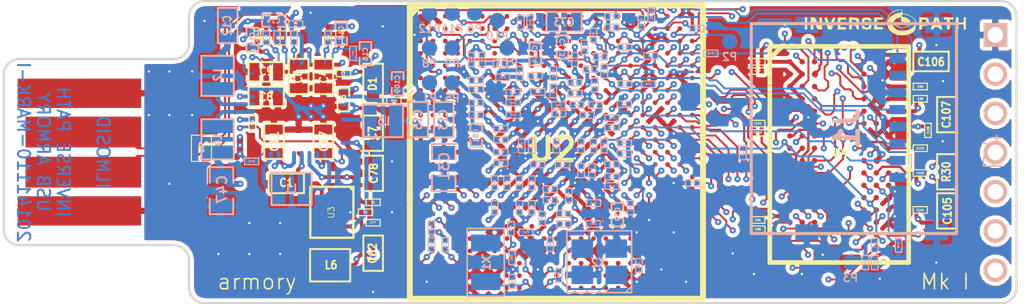
<source format=kicad_pcb>
(kicad_pcb (version 20171130) (host pcbnew "(5.1.5-0-10_14)")
  (title_block (title "USB ARMORY") (date "10 Nov 2014") (rev "MARK I") (company "Inverse Path") (comment 1 "Copyright © F-Secure Corporation") (comment 2 "License: CERN OHL v1.2") (comment 3 http://inversepath.com/usbarmory))
  (layers (0 TOP signal) (1 GND_1 power hide) (2 SIGNAL_1 signal) (3 GND_POWER_1 power hide) (4 GND_POWER_2 power hide) (5 SIGNAL_2 signal) (6 GND_2 power hide) (31 BOTTOM signal) (34 B.Paste user) (35 F.Paste user) (36 B.SilkS user) (37 F.SilkS user) (38 B.Mask user) (39 F.Mask user) (44 Edge.Cuts user))
  (net 0 "")
  (net 1 GND)
  (net 2 /PMIC/WAKE)
  (net 3 /Interfaces/SD1_DATA2)
  (net 4 /Interfaces/SD1_DATA3)
  (net 5 /Interfaces/SD1_CMD)
  (net 6 /Interfaces/SD1_CLK)
  (net 7 /Interfaces/SD1_DATA0)
  (net 8 /Interfaces/SD1_DATA1)
  (net 9 /PMIC/PMIC_BUCK3_FB)
  (net 10 /PMIC/PMIC_BUCK1_FB)
  (net 11 /PMIC/PMIC_BUCK2_FB)
  (net 12 /PMIC/PMIC_SW3)
  (net 13 /PMIC/PMIC_SW1)
  (net 14 /PMIC/PMIC_SW2)
  (net 15 /PMIC/PMIC_LDO1_FB)
  (net 16 /RAM/DRAM_A3)
  (net 17 /RAM/DRAM_A5)
  (net 18 /RAM/DRAM_A8)
  (net 19 /RAM/DRAM_A7)
  (net 20 /RAM/DRAM_D13)
  (net 21 /RAM/DRAM_D15)
  (net 22 /RAM/DRAM_SDQS1_B)
  (net 23 /RAM/DRAM_SDQS1)
  (net 24 /RAM/DRAM_D9)
  (net 25 /RAM/DRAM_D11)
  (net 26 /RAM/DRAM_SDCKE0)
  (net 27 /RAM/DRAM_D0)
  (net 28 /RAM/DRAM_DQM0)
  (net 29 /RAM/DRAM_SDQS0)
  (net 30 /RAM/DRAM_SDQS0_B)
  (net 31 /RAM/DRAM_D7)
  (net 32 /RAM/DRAM_D5)
  (net 33 /RAM/DRAM_D1)
  (net 34 /RAM/DRAM_D3)
  (net 35 /RAM/DRAM_DQM1)
  (net 36 /RAM/DRAM_D8)
  (net 37 /RAM/DRAM_D12)
  (net 38 /RAM/DRAM_D10)
  (net 39 /RAM/DRAM_D14)
  (net 40 /RAM/DRAM_CS0)
  (net 41 /RAM/DRAM_A4)
  (net 42 /RAM/DRAM_SDCLK_0)
  (net 43 /RAM/DRAM_SDCLK_0_B)
  (net 44 /RAM/DRAM_D6)
  (net 45 /RAM/DRAM_D4)
  (net 46 /RAM/DRAM_D2)
  (net 47 /RAM/DRAM_A1)
  (net 48 /RAM/DRAM_A6)
  (net 49 /RAM/DRAM_A9)
  (net 50 /RAM/DRAM_A2)
  (net 51 /RAM/DRAM_A0)
  (net 52 /RAM/DDR_VREF)
  (net 53 PMIC_LDO1_STDBY)
  (net 54 PMIC_LDO3_2V8)
  (net 55 PMIC_SW4_3V3)
  (net 56 PMIC_SW3_2V5)
  (net 57 PMIC_SW1_VDDGP)
  (net 58 PMIC_SW2_VCC)
  (net 59 PMIC_DDR_1V5)
  (net 60 IMX53_LDO_1V8)
  (net 61 "/i.MX53 POWER/IMX53_NVCC_XTAL")
  (net 62 /USB/USB_D+)
  (net 63 /USB/USB_D-)
  (net 64 /RAM/DRAM_CALIBRATION)
  (net 65 /RAM/DDR_ZQ)
  (net 66 /RAM/DRAM_SDBA2)
  (net 67 /RAM/DRAM_RESET)
  (net 68 /RAM/DRAM_SDBA1)
  (net 69 /RAM/DRAM_SDBA0)
  (net 70 /RAM/DRAM_A10)
  (net 71 /RAM/DRAM_RAS)
  (net 72 /RAM/DRAM_SDODT0)
  (net 73 /RAM/DRAM_CAS)
  (net 74 /RAM/DRAM_WE)
  (net 75 /RAM/DRAM_A12)
  (net 76 /RAM/DRAM_A13)
  (net 77 /RAM/DRAM_A11)
  (net 78 "Net-(C84-Pad2)")
  (net 79 "Net-(C85-Pad2)")
  (net 80 "Net-(C88-Pad1)")
  (net 81 "Net-(R28-Pad1)")
  (net 82 /PMIC/PMIC_BUCK4_FB)
  (net 83 "Net-(C76-Pad1)")
  (net 84 PMIC_LDO4_3V2)
  (net 85 "Net-(C111-Pad1)")
  (net 86 "Net-(C113-Pad1)")
  (net 87 "Net-(C117-Pad1)")
  (net 88 /Interfaces/SD1_CLK_A)
  (net 89 "Net-(L1-Pad1)")
  (net 90 "Net-(L1-Pad2)")
  (net 91 "Net-(L7-Pad1)")
  (net 92 "/i.MX53 POWER/SVDDGP")
  (net 93 "/i.MX53 POWER/SVCC")
  (net 94 "/i.MX53 MISC/CKIH1")
  (net 95 "/i.MX53 MISC/CKIH2")
  (net 96 /Boot/BT_CFG1_6)
  (net 97 /Boot/BT_CFG2_5)
  (net 98 I2C1_SCL)
  (net 99 I2C1_SDA)
  (net 100 "Net-(R37-Pad2)")
  (net 101 "/i.MX53 MISC/MX53_XTAL")
  (net 102 "/i.MX53 MISC/MX53_EXTAL")
  (net 103 JTAG_nSRST)
  (net 104 JTAG_nTRST)
  (net 105 JTAG_TDI)
  (net 106 JTAG_TMS)
  (net 107 JTAG_TCK)
  (net 108 JTAG_TDO)
  (net 109 JTAG_MOD)
  (net 110 IMX53_LDO_1V3)
  (net 111 /RAM/DRAM_A14)
  (net 112 "Net-(R57-Pad1)")
  (net 113 "Net-(C92-Pad1)")
  (net 114 "Net-(C114-Pad1)")
  (net 115 "Net-(L8-Pad1)")
  (net 116 "Net-(R23-Pad1)")
  (net 117 "Net-(C77-Pad2)")
  (net 118 "Net-(L6-Pad1)")
  (net 119 /Interfaces/USB_VBUS)
  (net 120 "Net-(D1-Pad2)")
  (net 121 /Interfaces/GPIO5_26)
  (net 122 /Interfaces/GPIO5_27)
  (net 123 /Interfaces/UART1_TX)
  (net 124 /Interfaces/UART1_RX)
  (net 125 /Interfaces/GPIO5_30)
  (net 126 "Net-(R16-Pad1)")
  (module smd:VLS252012ET (layer BOTTOM) (at 117.95 94.57 270)
    (fp_text reference L4 (at 0.05588 0.01016 270) (layer B.SilkS) (effects (font (size 0.508 0.4572) (thickness 0.1143)) (justify mirror)))
    (fp_text value 2.2uH hide)
    (pad 1 smd rect (at -0.825 0 270) (size 0.85 2) (layers BOTTOM B.Paste B.Mask) (net 14 /PMIC/PMIC_SW2))
    (pad 2 smd rect (at 0.825 0 270) (size 0.85 2) (layers BOTTOM B.Paste B.Mask) (net 58 PMIC_SW2_VCC))
  )
  (module smd:SM0603 (layer TOP) (at 165.2 96.675 270)
    (fp_text reference R30 (at 0 0.03556 270) (layer F.SilkS) (effects (font (size 0.508 0.4572) (thickness 0.1143))))
    (fp_text value 100 hide)
    (pad 1 smd rect (at -0.762 0 270) (size 0.635 1.143) (layers TOP F.Paste F.Mask) (net 42 /RAM/DRAM_SDCLK_0))
    (pad 2 smd rect (at 0.762 0 270) (size 0.635 1.143) (layers TOP F.Paste F.Mask) (net 43 /RAM/DRAM_SDCLK_0_B))
  )
  (module smd:SM0201 (layer BOTTOM) (at 143.5 86.6)
    (fp_text reference R26 (at 0.00508 -0.01016) (layer B.SilkS) (effects (font (size 0.127 0.127) (thickness 0.03175)) (justify mirror)))
    (fp_text value 10k hide)
    (pad 1 smd rect (at -0.25 0) (size 0.3 0.3) (layers BOTTOM B.Paste B.Mask) (net 60 IMX53_LDO_1V8))
    (pad 2 smd rect (at 0.25 0) (size 0.3 0.3) (layers BOTTOM B.Paste B.Mask) (net 103 JTAG_nSRST))
  )
  (module smd:SM0201 (layer BOTTOM) (at 132.7 101.4 90)
    (fp_text reference R25 (at 0.00508 -0.01016 90) (layer B.SilkS) (effects (font (size 0.127 0.127) (thickness 0.03175)) (justify mirror)))
    (fp_text value 4.7k hide)
    (pad 1 smd rect (at -0.25 0 90) (size 0.3 0.3) (layers BOTTOM B.Paste B.Mask) (net 96 /Boot/BT_CFG1_6))
    (pad 2 smd rect (at 0.25 0 90) (size 0.3 0.3) (layers BOTTOM B.Paste B.Mask) (net 55 PMIC_SW4_3V3))
  )
  (module smd:SM0201 (layer BOTTOM) (at 120.15 96 180)
    (fp_text reference R23 (at 0.00508 -0.01016 180) (layer B.SilkS) (effects (font (size 0.127 0.127) (thickness 0.03175)) (justify mirror)))
    (fp_text value 4.7k hide)
    (pad 1 smd rect (at -0.25 0 180) (size 0.3 0.3) (layers BOTTOM B.Paste B.Mask) (net 116 "Net-(R23-Pad1)"))
    (pad 2 smd rect (at 0.25 0 180) (size 0.3 0.3) (layers BOTTOM B.Paste B.Mask) (net 119 /Interfaces/USB_VBUS))
  )
  (module smd:SM0201 (layer BOTTOM) (at 123 87.1)
    (fp_text reference C2 (at 0.00508 -0.01016) (layer B.SilkS) (effects (font (size 0.127 0.127) (thickness 0.03175)) (justify mirror)))
    (fp_text value 1uF hide)
    (pad 1 smd rect (at -0.25 0) (size 0.3 0.3) (layers BOTTOM B.Paste B.Mask) (net 53 PMIC_LDO1_STDBY))
    (pad 2 smd rect (at 0.25 0) (size 0.3 0.3) (layers BOTTOM B.Paste B.Mask) (net 1 GND))
  )
  (module smd:SM0201 (layer TOP) (at 126.1 90.3 180)
    (fp_text reference C3 (at 0.00508 0.01016 180) (layer F.SilkS) (effects (font (size 0.127 0.127) (thickness 0.03175))))
    (fp_text value 1uF hide)
    (pad 1 smd rect (at -0.25 0 180) (size 0.3 0.3) (layers TOP F.Paste F.Mask) (net 119 /Interfaces/USB_VBUS))
    (pad 2 smd rect (at 0.25 0 180) (size 0.3 0.3) (layers TOP F.Paste F.Mask) (net 1 GND))
  )
  (module smd:SM0603 (layer TOP) (at 124.8 90.5 90)
    (fp_text reference C4 (at 0 0.03556 90) (layer F.SilkS) (effects (font (size 0.508 0.4572) (thickness 0.1143))))
    (fp_text value 10uF hide)
    (pad 1 smd rect (at -0.762 0 90) (size 0.635 1.143) (layers TOP F.Paste F.Mask) (net 1 GND))
    (pad 2 smd rect (at 0.762 0 90) (size 0.635 1.143) (layers TOP F.Paste F.Mask) (net 119 /Interfaces/USB_VBUS))
  )
  (module smd:SM0402 (layer TOP) (at 126.1 92 270)
    (fp_text reference C5 (at -0.03048 0.01524 270) (layer F.SilkS) (effects (font (size 0.3048 0.3048) (thickness 0.0762))))
    (fp_text value 2.2uF hide)
    (pad 1 smd rect (at -0.44958 0 270) (size 0.39878 0.59944) (layers TOP F.Paste F.Mask) (net 54 PMIC_LDO3_2V8))
    (pad 2 smd rect (at 0.44958 0 270) (size 0.39878 0.59944) (layers TOP F.Paste F.Mask) (net 1 GND))
  )
  (module smd:SM0603 (layer TOP) (at 123.2 90.5 270)
    (fp_text reference C6 (at 0 0.03556 270) (layer F.SilkS) (effects (font (size 0.508 0.4572) (thickness 0.1143))))
    (fp_text value 10uF hide)
    (pad 1 smd rect (at -0.762 0 270) (size 0.635 1.143) (layers TOP F.Paste F.Mask) (net 119 /Interfaces/USB_VBUS))
    (pad 2 smd rect (at 0.762 0 270) (size 0.635 1.143) (layers TOP F.Paste F.Mask) (net 1 GND))
  )
  (module smd:SM0603 (layer TOP) (at 128.025 94.175 270)
    (fp_text reference C7 (at 0 0.03556 270) (layer F.SilkS) (effects (font (size 0.508 0.4572) (thickness 0.1143))))
    (fp_text value 10uF hide)
    (pad 1 smd rect (at -0.762 0 270) (size 0.635 1.143) (layers TOP F.Paste F.Mask) (net 119 /Interfaces/USB_VBUS))
    (pad 2 smd rect (at 0.762 0 270) (size 0.635 1.143) (layers TOP F.Paste F.Mask) (net 1 GND))
  )
  (module smd:SM0603 (layer TOP) (at 121.1 91.8)
    (fp_text reference C8 (at 0 0.03556) (layer F.SilkS) (effects (font (size 0.508 0.4572) (thickness 0.1143))))
    (fp_text value 10uF hide)
    (pad 1 smd rect (at -0.762 0) (size 0.635 1.143) (layers TOP F.Paste F.Mask) (net 119 /Interfaces/USB_VBUS))
    (pad 2 smd rect (at 0.762 0) (size 0.635 1.143) (layers TOP F.Paste F.Mask) (net 1 GND))
  )
  (module smd:SM0603 (layer TOP) (at 121.1 90.2 180)
    (fp_text reference C9 (at 0 0.03556 180) (layer F.SilkS) (effects (font (size 0.508 0.4572) (thickness 0.1143))))
    (fp_text value 10uF hide)
    (pad 1 smd rect (at -0.762 0 180) (size 0.635 1.143) (layers TOP F.Paste F.Mask) (net 119 /Interfaces/USB_VBUS))
    (pad 2 smd rect (at 0.762 0 180) (size 0.635 1.143) (layers TOP F.Paste F.Mask) (net 1 GND))
  )
  (module smd:SM0603 (layer TOP) (at 121.6 94.7 90)
    (fp_text reference C11 (at 0 0.03556 90) (layer F.SilkS) (effects (font (size 0.508 0.4572) (thickness 0.1143))))
    (fp_text value 22uF hide)
    (pad 1 smd rect (at -0.762 0 90) (size 0.635 1.143) (layers TOP F.Paste F.Mask) (net 55 PMIC_SW4_3V3))
    (pad 2 smd rect (at 0.762 0 90) (size 0.635 1.143) (layers TOP F.Paste F.Mask) (net 1 GND))
  )
  (module smd:SM0603 (layer BOTTOM) (at 118.6 87.2 90)
    (fp_text reference C12 (at 0 -0.03556 90) (layer B.SilkS) (effects (font (size 0.508 0.4572) (thickness 0.1143)) (justify mirror)))
    (fp_text value 22uF hide)
    (pad 1 smd rect (at -0.762 0 90) (size 0.635 1.143) (layers BOTTOM B.Paste B.Mask) (net 56 PMIC_SW3_2V5))
    (pad 2 smd rect (at 0.762 0 90) (size 0.635 1.143) (layers BOTTOM B.Paste B.Mask) (net 1 GND))
  )
  (module smd:SM0603 (layer BOTTOM) (at 132.6 93.3 90)
    (fp_text reference C13 (at 0 -0.03556 90) (layer B.SilkS) (effects (font (size 0.508 0.4572) (thickness 0.1143)) (justify mirror)))
    (fp_text value 22uF hide)
    (pad 1 smd rect (at -0.762 0 90) (size 0.635 1.143) (layers BOTTOM B.Paste B.Mask) (net 57 PMIC_SW1_VDDGP))
    (pad 2 smd rect (at 0.762 0 90) (size 0.635 1.143) (layers BOTTOM B.Paste B.Mask) (net 1 GND))
  )
  (module smd:SM0402 (layer BOTTOM) (at 121.6 86.9)
    (fp_text reference C14 (at -0.03048 -0.01524) (layer B.SilkS) (effects (font (size 0.3048 0.3048) (thickness 0.0762)) (justify mirror)))
    (fp_text value 10pF hide)
    (pad 1 smd rect (at -0.44958 0) (size 0.39878 0.59944) (layers BOTTOM B.Paste B.Mask) (net 56 PMIC_SW3_2V5))
    (pad 2 smd rect (at 0.44958 0) (size 0.39878 0.59944) (layers BOTTOM B.Paste B.Mask) (net 9 /PMIC/PMIC_BUCK3_FB))
  )
  (module smd:SM0603 (layer BOTTOM) (at 130.95 93.3 90)
    (fp_text reference C15 (at 0 -0.03556 90) (layer B.SilkS) (effects (font (size 0.508 0.4572) (thickness 0.1143)) (justify mirror)))
    (fp_text value 22uF hide)
    (pad 1 smd rect (at -0.762 0 90) (size 0.635 1.143) (layers BOTTOM B.Paste B.Mask) (net 57 PMIC_SW1_VDDGP))
    (pad 2 smd rect (at 0.762 0 90) (size 0.635 1.143) (layers BOTTOM B.Paste B.Mask) (net 1 GND))
  )
  (module smd:SM0402 (layer BOTTOM) (at 127.525 89.025 90)
    (fp_text reference C16 (at -0.03048 -0.01524 90) (layer B.SilkS) (effects (font (size 0.3048 0.3048) (thickness 0.0762)) (justify mirror)))
    (fp_text value 10pF hide)
    (pad 1 smd rect (at -0.44958 0 90) (size 0.39878 0.59944) (layers BOTTOM B.Paste B.Mask) (net 55 PMIC_SW4_3V3))
    (pad 2 smd rect (at 0.44958 0 90) (size 0.39878 0.59944) (layers BOTTOM B.Paste B.Mask) (net 82 /PMIC/PMIC_BUCK4_FB))
  )
  (module smd:SM0603 (layer TOP) (at 124.8 94.7 90)
    (fp_text reference C17 (at 0 0.03556 90) (layer F.SilkS) (effects (font (size 0.508 0.4572) (thickness 0.1143))))
    (fp_text value 22uF hide)
    (pad 1 smd rect (at -0.762 0 90) (size 0.635 1.143) (layers TOP F.Paste F.Mask) (net 58 PMIC_SW2_VCC))
    (pad 2 smd rect (at 0.762 0 90) (size 0.635 1.143) (layers TOP F.Paste F.Mask) (net 1 GND))
  )
  (module smd:SM0402 (layer BOTTOM) (at 125.95 87.7 270)
    (fp_text reference C18 (at -0.03048 -0.01524 270) (layer B.SilkS) (effects (font (size 0.3048 0.3048) (thickness 0.0762)) (justify mirror)))
    (fp_text value 10pF hide)
    (pad 1 smd rect (at -0.44958 0 270) (size 0.39878 0.59944) (layers BOTTOM B.Paste B.Mask) (net 57 PMIC_SW1_VDDGP))
    (pad 2 smd rect (at 0.44958 0 270) (size 0.39878 0.59944) (layers BOTTOM B.Paste B.Mask) (net 10 /PMIC/PMIC_BUCK1_FB))
  )
  (module smd:SM0402 (layer BOTTOM) (at 120.2 88.1 270)
    (fp_text reference C19 (at -0.03048 -0.01524 270) (layer B.SilkS) (effects (font (size 0.3048 0.3048) (thickness 0.0762)) (justify mirror)))
    (fp_text value 10pF hide)
    (pad 1 smd rect (at -0.44958 0 270) (size 0.39878 0.59944) (layers BOTTOM B.Paste B.Mask) (net 58 PMIC_SW2_VCC))
    (pad 2 smd rect (at 0.44958 0 270) (size 0.39878 0.59944) (layers BOTTOM B.Paste B.Mask) (net 11 /PMIC/PMIC_BUCK2_FB))
  )
  (module smd:SM0201 (layer BOTTOM) (at 137.1 91.55 180)
    (fp_text reference C20 (at 0.00508 -0.01016 180) (layer B.SilkS) (effects (font (size 0.127 0.127) (thickness 0.03175)) (justify mirror)))
    (fp_text value 0.22uF hide)
    (pad 1 smd rect (at -0.25 0 180) (size 0.3 0.3) (layers BOTTOM B.Paste B.Mask) (net 57 PMIC_SW1_VDDGP))
    (pad 2 smd rect (at 0.25 0 180) (size 0.3 0.3) (layers BOTTOM B.Paste B.Mask) (net 1 GND))
  )
  (module smd:SM0201 (layer BOTTOM) (at 138.7 91.5)
    (fp_text reference C21 (at 0.00508 -0.01016) (layer B.SilkS) (effects (font (size 0.127 0.127) (thickness 0.03175)) (justify mirror)))
    (fp_text value 0.22uF hide)
    (pad 1 smd rect (at -0.25 0) (size 0.3 0.3) (layers BOTTOM B.Paste B.Mask) (net 57 PMIC_SW1_VDDGP))
    (pad 2 smd rect (at 0.25 0) (size 0.3 0.3) (layers BOTTOM B.Paste B.Mask) (net 1 GND))
  )
  (module smd:SM0201 (layer BOTTOM) (at 137.1 93)
    (fp_text reference C22 (at 0.00508 -0.01016) (layer B.SilkS) (effects (font (size 0.127 0.127) (thickness 0.03175)) (justify mirror)))
    (fp_text value 0.22uF hide)
    (pad 1 smd rect (at -0.25 0) (size 0.3 0.3) (layers BOTTOM B.Paste B.Mask) (net 57 PMIC_SW1_VDDGP))
    (pad 2 smd rect (at 0.25 0) (size 0.3 0.3) (layers BOTTOM B.Paste B.Mask) (net 1 GND))
  )
  (module smd:SM0201 (layer BOTTOM) (at 137.1 92.2 180)
    (fp_text reference C23 (at 0.00508 -0.01016 180) (layer B.SilkS) (effects (font (size 0.127 0.127) (thickness 0.03175)) (justify mirror)))
    (fp_text value 0.22uF hide)
    (pad 1 smd rect (at -0.25 0 180) (size 0.3 0.3) (layers BOTTOM B.Paste B.Mask) (net 57 PMIC_SW1_VDDGP))
    (pad 2 smd rect (at 0.25 0 180) (size 0.3 0.3) (layers BOTTOM B.Paste B.Mask) (net 1 GND))
  )
  (module smd:SM0201 (layer BOTTOM) (at 137.65 95 270)
    (fp_text reference C24 (at 0.00508 -0.01016 270) (layer B.SilkS) (effects (font (size 0.127 0.127) (thickness 0.03175)) (justify mirror)))
    (fp_text value 0.22uF hide)
    (pad 1 smd rect (at -0.25 0 270) (size 0.3 0.3) (layers BOTTOM B.Paste B.Mask) (net 57 PMIC_SW1_VDDGP))
    (pad 2 smd rect (at 0.25 0 270) (size 0.3 0.3) (layers BOTTOM B.Paste B.Mask) (net 1 GND))
  )
  (module smd:SM0201 (layer BOTTOM) (at 140.05 92.9)
    (fp_text reference C25 (at 0.00508 -0.01016) (layer B.SilkS) (effects (font (size 0.127 0.127) (thickness 0.03175)) (justify mirror)))
    (fp_text value 0.22uF hide)
    (pad 1 smd rect (at -0.25 0) (size 0.3 0.3) (layers BOTTOM B.Paste B.Mask) (net 57 PMIC_SW1_VDDGP))
    (pad 2 smd rect (at 0.25 0) (size 0.3 0.3) (layers BOTTOM B.Paste B.Mask) (net 1 GND))
  )
  (module smd:SM0201 (layer BOTTOM) (at 136.3 93.9)
    (fp_text reference C26 (at 0.00508 -0.01016) (layer B.SilkS) (effects (font (size 0.127 0.127) (thickness 0.03175)) (justify mirror)))
    (fp_text value 0.22uF hide)
    (pad 1 smd rect (at -0.25 0) (size 0.3 0.3) (layers BOTTOM B.Paste B.Mask) (net 57 PMIC_SW1_VDDGP))
    (pad 2 smd rect (at 0.25 0) (size 0.3 0.3) (layers BOTTOM B.Paste B.Mask) (net 1 GND))
  )
  (module smd:SM0201 (layer BOTTOM) (at 136.3 94.6 180)
    (fp_text reference C27 (at 0.00508 -0.01016 180) (layer B.SilkS) (effects (font (size 0.127 0.127) (thickness 0.03175)) (justify mirror)))
    (fp_text value 0.22uF hide)
    (pad 1 smd rect (at -0.25 0 180) (size 0.3 0.3) (layers BOTTOM B.Paste B.Mask) (net 57 PMIC_SW1_VDDGP))
    (pad 2 smd rect (at 0.25 0 180) (size 0.3 0.3) (layers BOTTOM B.Paste B.Mask) (net 1 GND))
  )
  (module smd:SM0201 (layer BOTTOM) (at 138.3 95 270)
    (fp_text reference C28 (at 0.00508 -0.01016 270) (layer B.SilkS) (effects (font (size 0.127 0.127) (thickness 0.03175)) (justify mirror)))
    (fp_text value 0.22uF hide)
    (pad 1 smd rect (at -0.25 0 270) (size 0.3 0.3) (layers BOTTOM B.Paste B.Mask) (net 57 PMIC_SW1_VDDGP))
    (pad 2 smd rect (at 0.25 0 270) (size 0.3 0.3) (layers BOTTOM B.Paste B.Mask) (net 1 GND))
  )
  (module smd:SM0201 (layer BOTTOM) (at 139.9 95 270)
    (fp_text reference C29 (at 0.00508 -0.01016 270) (layer B.SilkS) (effects (font (size 0.127 0.127) (thickness 0.03175)) (justify mirror)))
    (fp_text value 0.22uF hide)
    (pad 1 smd rect (at -0.25 0 270) (size 0.3 0.3) (layers BOTTOM B.Paste B.Mask) (net 57 PMIC_SW1_VDDGP))
    (pad 2 smd rect (at 0.25 0 270) (size 0.3 0.3) (layers BOTTOM B.Paste B.Mask) (net 1 GND))
  )
  (module smd:SM0201 (layer BOTTOM) (at 134.7 93 180)
    (fp_text reference C30 (at 0.00508 -0.01016 180) (layer B.SilkS) (effects (font (size 0.127 0.127) (thickness 0.03175)) (justify mirror)))
    (fp_text value 0.22uF hide)
    (pad 1 smd rect (at -0.25 0 180) (size 0.3 0.3) (layers BOTTOM B.Paste B.Mask) (net 57 PMIC_SW1_VDDGP))
    (pad 2 smd rect (at 0.25 0 180) (size 0.3 0.3) (layers BOTTOM B.Paste B.Mask) (net 1 GND))
  )
  (module smd:SM0805 (layer BOTTOM) (at 132.6 96.4 270)
    (fp_text reference C31 (at -0.08128 -0.03302 270) (layer B.SilkS) (effects (font (size 0.635 0.635) (thickness 0.127)) (justify mirror)))
    (fp_text value 47uF hide)
    (pad 1 smd rect (at -0.9525 0 270) (size 0.889 1.397) (layers BOTTOM B.Paste B.Mask) (net 57 PMIC_SW1_VDDGP))
    (pad 2 smd rect (at 0.9525 0 270) (size 0.889 1.397) (layers BOTTOM B.Paste B.Mask) (net 1 GND))
  )
  (module smd:SM0201 (layer BOTTOM) (at 141.9 93)
    (fp_text reference C32 (at 0.00508 -0.01016) (layer B.SilkS) (effects (font (size 0.127 0.127) (thickness 0.03175)) (justify mirror)))
    (fp_text value 0.22uF hide)
    (pad 1 smd rect (at -0.25 0) (size 0.3 0.3) (layers BOTTOM B.Paste B.Mask) (net 58 PMIC_SW2_VCC))
    (pad 2 smd rect (at 0.25 0) (size 0.3 0.3) (layers BOTTOM B.Paste B.Mask) (net 1 GND))
  )
  (module smd:SM0201 (layer BOTTOM) (at 143.5 93.2)
    (fp_text reference C33 (at 0.00508 -0.01016) (layer B.SilkS) (effects (font (size 0.127 0.127) (thickness 0.03175)) (justify mirror)))
    (fp_text value 0.22uF hide)
    (pad 1 smd rect (at -0.25 0) (size 0.3 0.3) (layers BOTTOM B.Paste B.Mask) (net 58 PMIC_SW2_VCC))
    (pad 2 smd rect (at 0.25 0) (size 0.3 0.3) (layers BOTTOM B.Paste B.Mask) (net 1 GND))
  )
  (module smd:SM0201 (layer BOTTOM) (at 141.5 95 270)
    (fp_text reference C34 (at 0.00508 -0.01016 270) (layer B.SilkS) (effects (font (size 0.127 0.127) (thickness 0.03175)) (justify mirror)))
    (fp_text value 0.22uF hide)
    (pad 1 smd rect (at -0.25 0 270) (size 0.3 0.3) (layers BOTTOM B.Paste B.Mask) (net 58 PMIC_SW2_VCC))
    (pad 2 smd rect (at 0.25 0 270) (size 0.3 0.3) (layers BOTTOM B.Paste B.Mask) (net 1 GND))
  )
  (module smd:SM0201 (layer BOTTOM) (at 142.3 95 90)
    (fp_text reference C35 (at 0.00508 -0.01016 90) (layer B.SilkS) (effects (font (size 0.127 0.127) (thickness 0.03175)) (justify mirror)))
    (fp_text value 0.22uF hide)
    (pad 1 smd rect (at -0.25 0 90) (size 0.3 0.3) (layers BOTTOM B.Paste B.Mask) (net 58 PMIC_SW2_VCC))
    (pad 2 smd rect (at 0.25 0 90) (size 0.3 0.3) (layers BOTTOM B.Paste B.Mask) (net 1 GND))
  )
  (module smd:SM0201 (layer BOTTOM) (at 136.7 97.4 90)
    (fp_text reference C36 (at 0.00508 -0.01016 90) (layer B.SilkS) (effects (font (size 0.127 0.127) (thickness 0.03175)) (justify mirror)))
    (fp_text value 0.22uF hide)
    (pad 1 smd rect (at -0.25 0 90) (size 0.3 0.3) (layers BOTTOM B.Paste B.Mask) (net 58 PMIC_SW2_VCC))
    (pad 2 smd rect (at 0.25 0 90) (size 0.3 0.3) (layers BOTTOM B.Paste B.Mask) (net 1 GND))
  )
  (module smd:SM0201 (layer BOTTOM) (at 138.7 96.2)
    (fp_text reference C37 (at 0.00508 -0.01016) (layer B.SilkS) (effects (font (size 0.127 0.127) (thickness 0.03175)) (justify mirror)))
    (fp_text value 0.22uF hide)
    (pad 1 smd rect (at -0.25 0) (size 0.3 0.3) (layers BOTTOM B.Paste B.Mask) (net 58 PMIC_SW2_VCC))
    (pad 2 smd rect (at 0.25 0) (size 0.3 0.3) (layers BOTTOM B.Paste B.Mask) (net 1 GND))
  )
  (module smd:SM0201 (layer BOTTOM) (at 141.5 96.6 270)
    (fp_text reference C38 (at 0.00508 -0.01016 270) (layer B.SilkS) (effects (font (size 0.127 0.127) (thickness 0.03175)) (justify mirror)))
    (fp_text value 0.22uF hide)
    (pad 1 smd rect (at -0.25 0 270) (size 0.3 0.3) (layers BOTTOM B.Paste B.Mask) (net 58 PMIC_SW2_VCC))
    (pad 2 smd rect (at 0.25 0 270) (size 0.3 0.3) (layers BOTTOM B.Paste B.Mask) (net 1 GND))
  )
  (module smd:SM0402 (layer BOTTOM) (at 143.85 99.45 270)
    (fp_text reference C39 (at -0.03048 -0.01524 270) (layer B.SilkS) (effects (font (size 0.3048 0.3048) (thickness 0.0762)) (justify mirror)))
    (fp_text value 10uF hide)
    (pad 1 smd rect (at -0.44958 0 270) (size 0.39878 0.59944) (layers BOTTOM B.Paste B.Mask) (net 58 PMIC_SW2_VCC))
    (pad 2 smd rect (at 0.44958 0 270) (size 0.39878 0.59944) (layers BOTTOM B.Paste B.Mask) (net 1 GND))
  )
  (module smd:SM0201 (layer BOTTOM) (at 140.3 96.2)
    (fp_text reference C40 (at 0.00508 -0.01016) (layer B.SilkS) (effects (font (size 0.127 0.127) (thickness 0.03175)) (justify mirror)))
    (fp_text value 0.22uF hide)
    (pad 1 smd rect (at -0.25 0) (size 0.3 0.3) (layers BOTTOM B.Paste B.Mask) (net 58 PMIC_SW2_VCC))
    (pad 2 smd rect (at 0.25 0) (size 0.3 0.3) (layers BOTTOM B.Paste B.Mask) (net 1 GND))
  )
  (module smd:SM0201 (layer BOTTOM) (at 142.2 96.6 270)
    (fp_text reference C41 (at 0.00508 -0.01016 270) (layer B.SilkS) (effects (font (size 0.127 0.127) (thickness 0.03175)) (justify mirror)))
    (fp_text value 0.22uF hide)
    (pad 1 smd rect (at -0.25 0 270) (size 0.3 0.3) (layers BOTTOM B.Paste B.Mask) (net 58 PMIC_SW2_VCC))
    (pad 2 smd rect (at 0.25 0 270) (size 0.3 0.3) (layers BOTTOM B.Paste B.Mask) (net 1 GND))
  )
  (module smd:SM0201 (layer BOTTOM) (at 139.5 97.8 180)
    (fp_text reference C42 (at 0.00508 -0.01016 180) (layer B.SilkS) (effects (font (size 0.127 0.127) (thickness 0.03175)) (justify mirror)))
    (fp_text value 0.22uF hide)
    (pad 1 smd rect (at -0.25 0 180) (size 0.3 0.3) (layers BOTTOM B.Paste B.Mask) (net 58 PMIC_SW2_VCC))
    (pad 2 smd rect (at 0.25 0 180) (size 0.3 0.3) (layers BOTTOM B.Paste B.Mask) (net 1 GND))
  )
  (module smd:SM0201 (layer BOTTOM) (at 138.3 97.4 90)
    (fp_text reference C43 (at 0.00508 -0.01016 90) (layer B.SilkS) (effects (font (size 0.127 0.127) (thickness 0.03175)) (justify mirror)))
    (fp_text value 0.22uF hide)
    (pad 1 smd rect (at -0.25 0 90) (size 0.3 0.3) (layers BOTTOM B.Paste B.Mask) (net 58 PMIC_SW2_VCC))
    (pad 2 smd rect (at 0.25 0 90) (size 0.3 0.3) (layers BOTTOM B.Paste B.Mask) (net 1 GND))
  )
  (module smd:SM0201 (layer BOTTOM) (at 142.3 98.7)
    (fp_text reference C44 (at 0.00508 -0.01016) (layer B.SilkS) (effects (font (size 0.127 0.127) (thickness 0.03175)) (justify mirror)))
    (fp_text value 0.22uF hide)
    (pad 1 smd rect (at -0.25 0) (size 0.3 0.3) (layers BOTTOM B.Paste B.Mask) (net 58 PMIC_SW2_VCC))
    (pad 2 smd rect (at 0.25 0) (size 0.3 0.3) (layers BOTTOM B.Paste B.Mask) (net 1 GND))
  )
  (module smd:SM0201 (layer BOTTOM) (at 143.5 97.6 180)
    (fp_text reference C45 (at 0.00508 -0.01016 180) (layer B.SilkS) (effects (font (size 0.127 0.127) (thickness 0.03175)) (justify mirror)))
    (fp_text value 0.22uF hide)
    (pad 1 smd rect (at -0.25 0 180) (size 0.3 0.3) (layers BOTTOM B.Paste B.Mask) (net 58 PMIC_SW2_VCC))
    (pad 2 smd rect (at 0.25 0 180) (size 0.3 0.3) (layers BOTTOM B.Paste B.Mask) (net 1 GND))
  )
  (module smd:SM0201 (layer BOTTOM) (at 137.5 97.4 270)
    (fp_text reference C46 (at 0.00508 -0.01016 270) (layer B.SilkS) (effects (font (size 0.127 0.127) (thickness 0.03175)) (justify mirror)))
    (fp_text value 0.22uF hide)
    (pad 1 smd rect (at -0.25 0 270) (size 0.3 0.3) (layers BOTTOM B.Paste B.Mask) (net 58 PMIC_SW2_VCC))
    (pad 2 smd rect (at 0.25 0 270) (size 0.3 0.3) (layers BOTTOM B.Paste B.Mask) (net 1 GND))
  )
  (module smd:SM0805 (layer BOTTOM) (at 118.2 97.9 270)
    (fp_text reference C47 (at -0.08128 -0.03302 270) (layer B.SilkS) (effects (font (size 0.635 0.635) (thickness 0.127)) (justify mirror)))
    (fp_text value 47uF hide)
    (pad 1 smd rect (at -0.9525 0 270) (size 0.889 1.397) (layers BOTTOM B.Paste B.Mask) (net 58 PMIC_SW2_VCC))
    (pad 2 smd rect (at 0.9525 0 270) (size 0.889 1.397) (layers BOTTOM B.Paste B.Mask) (net 1 GND))
  )
  (module smd:SM0201 (layer BOTTOM) (at 136.3 95.4)
    (fp_text reference C48 (at 0.00508 -0.01016) (layer B.SilkS) (effects (font (size 0.127 0.127) (thickness 0.03175)) (justify mirror)))
    (fp_text value 0.22uF hide)
    (pad 1 smd rect (at -0.25 0) (size 0.3 0.3) (layers BOTTOM B.Paste B.Mask) (net 110 IMX53_LDO_1V3))
    (pad 2 smd rect (at 0.25 0) (size 0.3 0.3) (layers BOTTOM B.Paste B.Mask) (net 1 GND))
  )
  (module smd:SM0201 (layer BOTTOM) (at 144.3 95.5)
    (fp_text reference C49 (at 0.00508 -0.01016) (layer B.SilkS) (effects (font (size 0.127 0.127) (thickness 0.03175)) (justify mirror)))
    (fp_text value 0.22uF hide)
    (pad 1 smd rect (at -0.25 0) (size 0.3 0.3) (layers BOTTOM B.Paste B.Mask) (net 110 IMX53_LDO_1V3))
    (pad 2 smd rect (at 0.25 0) (size 0.3 0.3) (layers BOTTOM B.Paste B.Mask) (net 1 GND))
  )
  (module smd:SM0201 (layer BOTTOM) (at 138.97 99.7 90)
    (fp_text reference C50 (at 0.00508 -0.01016 90) (layer B.SilkS) (effects (font (size 0.127 0.127) (thickness 0.03175)) (justify mirror)))
    (fp_text value 0.22uF hide)
    (pad 1 smd rect (at -0.25 0 90) (size 0.3 0.3) (layers BOTTOM B.Paste B.Mask) (net 110 IMX53_LDO_1V3))
    (pad 2 smd rect (at 0.25 0 90) (size 0.3 0.3) (layers BOTTOM B.Paste B.Mask) (net 1 GND))
  )
  (module smd:SM0402 (layer BOTTOM) (at 134.7 94.325 90)
    (fp_text reference C51 (at -0.03048 -0.01524 90) (layer B.SilkS) (effects (font (size 0.3048 0.3048) (thickness 0.0762)) (justify mirror)))
    (fp_text value 10uF hide)
    (pad 1 smd rect (at -0.44958 0 90) (size 0.39878 0.59944) (layers BOTTOM B.Paste B.Mask) (net 110 IMX53_LDO_1V3))
    (pad 2 smd rect (at 0.44958 0 90) (size 0.39878 0.59944) (layers BOTTOM B.Paste B.Mask) (net 1 GND))
  )
  (module smd:SM0201 (layer BOTTOM) (at 140.05 92.35 180)
    (fp_text reference C52 (at 0.00508 -0.01016 180) (layer B.SilkS) (effects (font (size 0.127 0.127) (thickness 0.03175)) (justify mirror)))
    (fp_text value 0.22uF hide)
    (pad 1 smd rect (at -0.25 0 180) (size 0.3 0.3) (layers BOTTOM B.Paste B.Mask) (net 110 IMX53_LDO_1V3))
    (pad 2 smd rect (at 0.25 0 180) (size 0.3 0.3) (layers BOTTOM B.Paste B.Mask) (net 1 GND))
  )
  (module smd:SM0201 (layer BOTTOM) (at 136.425 90.55 180)
    (fp_text reference C53 (at 0.00508 -0.01016 180) (layer B.SilkS) (effects (font (size 0.127 0.127) (thickness 0.03175)) (justify mirror)))
    (fp_text value 0.22uF hide)
    (pad 1 smd rect (at -0.25 0 180) (size 0.3 0.3) (layers BOTTOM B.Paste B.Mask) (net 110 IMX53_LDO_1V3))
    (pad 2 smd rect (at 0.25 0 180) (size 0.3 0.3) (layers BOTTOM B.Paste B.Mask) (net 1 GND))
  )
  (module smd:SM0201 (layer BOTTOM) (at 137.525 90.3 90)
    (fp_text reference C54 (at 0.00508 -0.01016 90) (layer B.SilkS) (effects (font (size 0.127 0.127) (thickness 0.03175)) (justify mirror)))
    (fp_text value 0.22uF hide)
    (pad 1 smd rect (at -0.25 0 90) (size 0.3 0.3) (layers BOTTOM B.Paste B.Mask) (net 110 IMX53_LDO_1V3))
    (pad 2 smd rect (at 0.25 0 90) (size 0.3 0.3) (layers BOTTOM B.Paste B.Mask) (net 1 GND))
  )
  (module smd:SM0201 (layer BOTTOM) (at 144.325 91 180)
    (fp_text reference C55 (at 0.00508 -0.01016 180) (layer B.SilkS) (effects (font (size 0.127 0.127) (thickness 0.03175)) (justify mirror)))
    (fp_text value 0.1uF hide)
    (pad 1 smd rect (at -0.25 0 180) (size 0.3 0.3) (layers BOTTOM B.Paste B.Mask) (net 56 PMIC_SW3_2V5))
    (pad 2 smd rect (at 0.25 0 180) (size 0.3 0.3) (layers BOTTOM B.Paste B.Mask) (net 1 GND))
  )
  (module smd:SM0201 (layer BOTTOM) (at 145.875 91)
    (fp_text reference C56 (at 0.00508 -0.01016) (layer B.SilkS) (effects (font (size 0.127 0.127) (thickness 0.03175)) (justify mirror)))
    (fp_text value 0.22uF hide)
    (pad 1 smd rect (at -0.25 0) (size 0.3 0.3) (layers BOTTOM B.Paste B.Mask) (net 56 PMIC_SW3_2V5))
    (pad 2 smd rect (at 0.25 0) (size 0.3 0.3) (layers BOTTOM B.Paste B.Mask) (net 1 GND))
  )
  (module smd:SM0201 (layer BOTTOM) (at 144.3 92.3 180)
    (fp_text reference C57 (at 0.00508 -0.01016 180) (layer B.SilkS) (effects (font (size 0.127 0.127) (thickness 0.03175)) (justify mirror)))
    (fp_text value 0.1uF hide)
    (pad 1 smd rect (at -0.25 0 180) (size 0.3 0.3) (layers BOTTOM B.Paste B.Mask) (net 59 PMIC_DDR_1V5))
    (pad 2 smd rect (at 0.25 0 180) (size 0.3 0.3) (layers BOTTOM B.Paste B.Mask) (net 1 GND))
  )
  (module smd:SM0201 (layer BOTTOM) (at 143.5 93.8 180)
    (fp_text reference C58 (at 0.00508 -0.01016 180) (layer B.SilkS) (effects (font (size 0.127 0.127) (thickness 0.03175)) (justify mirror)))
    (fp_text value 0.1uF hide)
    (pad 1 smd rect (at -0.25 0 180) (size 0.3 0.3) (layers BOTTOM B.Paste B.Mask) (net 59 PMIC_DDR_1V5))
    (pad 2 smd rect (at 0.25 0 180) (size 0.3 0.3) (layers BOTTOM B.Paste B.Mask) (net 1 GND))
  )
  (module smd:SM0201 (layer BOTTOM) (at 143.5 96.2 180)
    (fp_text reference C59 (at 0.00508 -0.01016 180) (layer B.SilkS) (effects (font (size 0.127 0.127) (thickness 0.03175)) (justify mirror)))
    (fp_text value 0.1uF hide)
    (pad 1 smd rect (at -0.25 0 180) (size 0.3 0.3) (layers BOTTOM B.Paste B.Mask) (net 59 PMIC_DDR_1V5))
    (pad 2 smd rect (at 0.25 0 180) (size 0.3 0.3) (layers BOTTOM B.Paste B.Mask) (net 1 GND))
  )
  (module smd:SM0201 (layer BOTTOM) (at 143.5 97 180)
    (fp_text reference C60 (at 0.00508 -0.01016 180) (layer B.SilkS) (effects (font (size 0.127 0.127) (thickness 0.03175)) (justify mirror)))
    (fp_text value 0.1uF hide)
    (pad 1 smd rect (at -0.25 0 180) (size 0.3 0.3) (layers BOTTOM B.Paste B.Mask) (net 59 PMIC_DDR_1V5))
    (pad 2 smd rect (at 0.25 0 180) (size 0.3 0.3) (layers BOTTOM B.Paste B.Mask) (net 1 GND))
  )
  (module smd:SM0201 (layer BOTTOM) (at 144.7 99 270)
    (fp_text reference C61 (at 0.00508 -0.01016 270) (layer B.SilkS) (effects (font (size 0.127 0.127) (thickness 0.03175)) (justify mirror)))
    (fp_text value 0.1uF hide)
    (pad 1 smd rect (at -0.25 0 270) (size 0.3 0.3) (layers BOTTOM B.Paste B.Mask) (net 59 PMIC_DDR_1V5))
    (pad 2 smd rect (at 0.25 0 270) (size 0.3 0.3) (layers BOTTOM B.Paste B.Mask) (net 1 GND))
  )
  (module smd:SM0603 (layer TOP) (at 128.025 101.95 270)
    (fp_text reference C62 (at 0 0.03556 270) (layer F.SilkS) (effects (font (size 0.508 0.4572) (thickness 0.1143))))
    (fp_text value 22uF hide)
    (pad 1 smd rect (at -0.762 0 270) (size 0.635 1.143) (layers TOP F.Paste F.Mask) (net 59 PMIC_DDR_1V5))
    (pad 2 smd rect (at 0.762 0 270) (size 0.635 1.143) (layers TOP F.Paste F.Mask) (net 1 GND))
  )
  (module smd:SM0201 (layer BOTTOM) (at 139.5 98.5 180)
    (fp_text reference C63 (at 0.00508 -0.01016 180) (layer B.SilkS) (effects (font (size 0.127 0.127) (thickness 0.03175)) (justify mirror)))
    (fp_text value 0.1uF hide)
    (pad 1 smd rect (at -0.25 0 180) (size 0.3 0.3) (layers BOTTOM B.Paste B.Mask) (net 55 PMIC_SW4_3V3))
    (pad 2 smd rect (at 0.25 0 180) (size 0.3 0.3) (layers BOTTOM B.Paste B.Mask) (net 1 GND))
  )
  (module smd:SM0201 (layer BOTTOM) (at 137.5 99 90)
    (fp_text reference C64 (at 0.00508 -0.01016 90) (layer B.SilkS) (effects (font (size 0.127 0.127) (thickness 0.03175)) (justify mirror)))
    (fp_text value 0.1uF hide)
    (pad 1 smd rect (at -0.25 0 90) (size 0.3 0.3) (layers BOTTOM B.Paste B.Mask) (net 55 PMIC_SW4_3V3))
    (pad 2 smd rect (at 0.25 0 90) (size 0.3 0.3) (layers BOTTOM B.Paste B.Mask) (net 1 GND))
  )
  (module smd:SM0201 (layer BOTTOM) (at 138.3 99 90)
    (fp_text reference C65 (at 0.00508 -0.01016 90) (layer B.SilkS) (effects (font (size 0.127 0.127) (thickness 0.03175)) (justify mirror)))
    (fp_text value 0.1uF hide)
    (pad 1 smd rect (at -0.25 0 90) (size 0.3 0.3) (layers BOTTOM B.Paste B.Mask) (net 55 PMIC_SW4_3V3))
    (pad 2 smd rect (at 0.25 0 90) (size 0.3 0.3) (layers BOTTOM B.Paste B.Mask) (net 1 GND))
  )
  (module smd:SM0201 (layer BOTTOM) (at 135.9 99 90)
    (fp_text reference C66 (at 0.00508 -0.01016 90) (layer B.SilkS) (effects (font (size 0.127 0.127) (thickness 0.03175)) (justify mirror)))
    (fp_text value 0.1uF hide)
    (pad 1 smd rect (at -0.25 0 90) (size 0.3 0.3) (layers BOTTOM B.Paste B.Mask) (net 55 PMIC_SW4_3V3))
    (pad 2 smd rect (at 0.25 0 90) (size 0.3 0.3) (layers BOTTOM B.Paste B.Mask) (net 1 GND))
  )
  (module smd:SM0201 (layer BOTTOM) (at 141.24 92.35 180)
    (fp_text reference C67 (at 0.00508 -0.01016 180) (layer B.SilkS) (effects (font (size 0.127 0.127) (thickness 0.03175)) (justify mirror)))
    (fp_text value 0.1uF hide)
    (pad 1 smd rect (at -0.25 0 180) (size 0.3 0.3) (layers BOTTOM B.Paste B.Mask) (net 55 PMIC_SW4_3V3))
    (pad 2 smd rect (at 0.25 0 180) (size 0.3 0.3) (layers BOTTOM B.Paste B.Mask) (net 1 GND))
  )
  (module smd:SM0201 (layer BOTTOM) (at 136.3 96.1)
    (fp_text reference C68 (at 0.00508 -0.01016) (layer B.SilkS) (effects (font (size 0.127 0.127) (thickness 0.03175)) (justify mirror)))
    (fp_text value 0.1uF hide)
    (pad 1 smd rect (at -0.25 0) (size 0.3 0.3) (layers BOTTOM B.Paste B.Mask) (net 55 PMIC_SW4_3V3))
    (pad 2 smd rect (at 0.25 0) (size 0.3 0.3) (layers BOTTOM B.Paste B.Mask) (net 1 GND))
  )
  (module smd:SM0201 (layer BOTTOM) (at 135.9 97.4 90)
    (fp_text reference C69 (at 0.00508 -0.01016 90) (layer B.SilkS) (effects (font (size 0.127 0.127) (thickness 0.03175)) (justify mirror)))
    (fp_text value 0.1uF hide)
    (pad 1 smd rect (at -0.25 0 90) (size 0.3 0.3) (layers BOTTOM B.Paste B.Mask) (net 55 PMIC_SW4_3V3))
    (pad 2 smd rect (at 0.25 0 90) (size 0.3 0.3) (layers BOTTOM B.Paste B.Mask) (net 1 GND))
  )
  (module smd:SM0201 (layer BOTTOM) (at 138.525 90.45)
    (fp_text reference C70 (at 0.00508 -0.01016) (layer B.SilkS) (effects (font (size 0.127 0.127) (thickness 0.03175)) (justify mirror)))
    (fp_text value 0.1uF hide)
    (pad 1 smd rect (at -0.25 0) (size 0.3 0.3) (layers BOTTOM B.Paste B.Mask) (net 55 PMIC_SW4_3V3))
    (pad 2 smd rect (at 0.25 0) (size 0.3 0.3) (layers BOTTOM B.Paste B.Mask) (net 1 GND))
  )
  (module smd:SM0201 (layer BOTTOM) (at 134.7 90.75 180)
    (fp_text reference C71 (at 0.00508 -0.01016 180) (layer B.SilkS) (effects (font (size 0.127 0.127) (thickness 0.03175)) (justify mirror)))
    (fp_text value 0.1uF hide)
    (pad 1 smd rect (at -0.25 0 180) (size 0.3 0.3) (layers BOTTOM B.Paste B.Mask) (net 55 PMIC_SW4_3V3))
    (pad 2 smd rect (at 0.25 0 180) (size 0.3 0.3) (layers BOTTOM B.Paste B.Mask) (net 1 GND))
  )
  (module smd:SM0201 (layer BOTTOM) (at 142.425 92.35)
    (fp_text reference C72 (at 0.00508 -0.01016) (layer B.SilkS) (effects (font (size 0.127 0.127) (thickness 0.03175)) (justify mirror)))
    (fp_text value 0.1uF hide)
    (pad 1 smd rect (at -0.25 0) (size 0.3 0.3) (layers BOTTOM B.Paste B.Mask) (net 55 PMIC_SW4_3V3))
    (pad 2 smd rect (at 0.25 0) (size 0.3 0.3) (layers BOTTOM B.Paste B.Mask) (net 1 GND))
  )
  (module smd:SM0603 (layer BOTTOM) (at 140.4 86.95 180)
    (fp_text reference C73 (at 0 -0.03556 180) (layer B.SilkS) (effects (font (size 0.508 0.4572) (thickness 0.1143)) (justify mirror)))
    (fp_text value 22uF hide)
    (pad 1 smd rect (at -0.762 0 180) (size 0.635 1.143) (layers BOTTOM B.Paste B.Mask) (net 60 IMX53_LDO_1V8))
    (pad 2 smd rect (at 0.762 0 180) (size 0.635 1.143) (layers BOTTOM B.Paste B.Mask) (net 1 GND))
  )
  (module smd:SM0201 (layer BOTTOM) (at 134.7 92.2 180)
    (fp_text reference C74 (at 0.00508 -0.01016 180) (layer B.SilkS) (effects (font (size 0.127 0.127) (thickness 0.03175)) (justify mirror)))
    (fp_text value 0.1uF hide)
    (pad 1 smd rect (at -0.25 0 180) (size 0.3 0.3) (layers BOTTOM B.Paste B.Mask) (net 54 PMIC_LDO3_2V8))
    (pad 2 smd rect (at 0.25 0 180) (size 0.3 0.3) (layers BOTTOM B.Paste B.Mask) (net 1 GND))
  )
  (module smd:SM0201 (layer BOTTOM) (at 134.7 91.34)
    (fp_text reference C75 (at 0.00508 -0.01016) (layer B.SilkS) (effects (font (size 0.127 0.127) (thickness 0.03175)) (justify mirror)))
    (fp_text value 0.1uF hide)
    (pad 1 smd rect (at -0.25 0) (size 0.3 0.3) (layers BOTTOM B.Paste B.Mask) (net 54 PMIC_LDO3_2V8))
    (pad 2 smd rect (at 0.25 0) (size 0.3 0.3) (layers BOTTOM B.Paste B.Mask) (net 1 GND))
  )
  (module smd:SM0201 (layer BOTTOM) (at 142.07 90.03)
    (fp_text reference C76 (at 0.00508 -0.01016) (layer B.SilkS) (effects (font (size 0.127 0.127) (thickness 0.03175)) (justify mirror)))
    (fp_text value 0.1uF hide)
    (pad 1 smd rect (at -0.25 0) (size 0.3 0.3) (layers BOTTOM B.Paste B.Mask) (net 83 "Net-(C76-Pad1)"))
    (pad 2 smd rect (at 0.25 0) (size 0.3 0.3) (layers BOTTOM B.Paste B.Mask) (net 1 GND))
  )
  (module smd:SM0201 (layer BOTTOM) (at 137.925 100.6 180)
    (fp_text reference C81 (at 0.00508 -0.01016 180) (layer B.SilkS) (effects (font (size 0.127 0.127) (thickness 0.03175)) (justify mirror)))
    (fp_text value 0.1uF hide)
    (pad 1 smd rect (at -0.25 0 180) (size 0.3 0.3) (layers BOTTOM B.Paste B.Mask) (net 53 PMIC_LDO1_STDBY))
    (pad 2 smd rect (at 0.25 0 180) (size 0.3 0.3) (layers BOTTOM B.Paste B.Mask) (net 1 GND))
  )
  (module smd:SM0201 (layer BOTTOM) (at 139.5 101.375 270)
    (fp_text reference C82 (at 0.00508 -0.01016 270) (layer B.SilkS) (effects (font (size 0.127 0.127) (thickness 0.03175)) (justify mirror)))
    (fp_text value 0.1uF hide)
    (pad 1 smd rect (at -0.25 0 270) (size 0.3 0.3) (layers BOTTOM B.Paste B.Mask) (net 61 "/i.MX53 POWER/IMX53_NVCC_XTAL"))
    (pad 2 smd rect (at 0.25 0 270) (size 0.3 0.3) (layers BOTTOM B.Paste B.Mask) (net 1 GND))
  )
  (module smd:SM0201 (layer BOTTOM) (at 137.03 103.79 270)
    (fp_text reference C84 (at 0.00508 -0.01016 270) (layer B.SilkS) (effects (font (size 0.127 0.127) (thickness 0.03175)) (justify mirror)))
    (fp_text value 12pF hide)
    (pad 1 smd rect (at -0.25 0 270) (size 0.3 0.3) (layers BOTTOM B.Paste B.Mask) (net 1 GND))
    (pad 2 smd rect (at 0.25 0 270) (size 0.3 0.3) (layers BOTTOM B.Paste B.Mask) (net 78 "Net-(C84-Pad2)"))
  )
  (module smd:SM0201 (layer BOTTOM) (at 137.025 102.225 90)
    (fp_text reference C85 (at 0.00508 -0.01016 90) (layer B.SilkS) (effects (font (size 0.127 0.127) (thickness 0.03175)) (justify mirror)))
    (fp_text value 12pF hide)
    (pad 1 smd rect (at -0.25 0 90) (size 0.3 0.3) (layers BOTTOM B.Paste B.Mask) (net 1 GND))
    (pad 2 smd rect (at 0.25 0 90) (size 0.3 0.3) (layers BOTTOM B.Paste B.Mask) (net 79 "Net-(C85-Pad2)"))
  )
  (module smd:SM0201 (layer BOTTOM) (at 145.25 102.75 90)
    (fp_text reference C86 (at 0.00508 -0.01016 90) (layer B.SilkS) (effects (font (size 0.127 0.127) (thickness 0.03175)) (justify mirror)))
    (fp_text value 18pF hide)
    (pad 1 smd rect (at -0.25 0 90) (size 0.3 0.3) (layers BOTTOM B.Paste B.Mask) (net 101 "/i.MX53 MISC/MX53_XTAL"))
    (pad 2 smd rect (at 0.25 0 90) (size 0.3 0.3) (layers BOTTOM B.Paste B.Mask) (net 1 GND))
  )
  (module smd:SM0201 (layer BOTTOM) (at 142.275 100.05)
    (fp_text reference C87 (at 0.00508 -0.01016) (layer B.SilkS) (effects (font (size 0.127 0.127) (thickness 0.03175)) (justify mirror)))
    (fp_text value 18pF hide)
    (pad 1 smd rect (at -0.25 0) (size 0.3 0.3) (layers BOTTOM B.Paste B.Mask) (net 102 "/i.MX53 MISC/MX53_EXTAL"))
    (pad 2 smd rect (at 0.25 0) (size 0.3 0.3) (layers BOTTOM B.Paste B.Mask) (net 1 GND))
  )
  (module smd:SM0201 (layer BOTTOM) (at 140.7 98.2 90)
    (fp_text reference C88 (at 0.00508 -0.01016 90) (layer B.SilkS) (effects (font (size 0.127 0.127) (thickness 0.03175)) (justify mirror)))
    (fp_text value 0.01uF hide)
    (pad 1 smd rect (at -0.25 0 90) (size 0.3 0.3) (layers BOTTOM B.Paste B.Mask) (net 80 "Net-(C88-Pad1)"))
    (pad 2 smd rect (at 0.25 0 90) (size 0.3 0.3) (layers BOTTOM B.Paste B.Mask) (net 1 GND))
  )
  (module smd:SM0201 (layer BOTTOM) (at 144.3 94.825)
    (fp_text reference C89 (at 0.00508 -0.01016) (layer B.SilkS) (effects (font (size 0.127 0.127) (thickness 0.03175)) (justify mirror)))
    (fp_text value 0.1uF hide)
    (pad 1 smd rect (at -0.25 0) (size 0.3 0.3) (layers BOTTOM B.Paste B.Mask) (net 52 /RAM/DDR_VREF))
    (pad 2 smd rect (at 0.25 0) (size 0.3 0.3) (layers BOTTOM B.Paste B.Mask) (net 1 GND))
  )
  (module smd:SM0201 (layer BOTTOM) (at 142.975 95 90)
    (fp_text reference C90 (at 0.00508 -0.01016 90) (layer B.SilkS) (effects (font (size 0.127 0.127) (thickness 0.03175)) (justify mirror)))
    (fp_text value 0.1uF hide)
    (pad 1 smd rect (at -0.25 0 90) (size 0.3 0.3) (layers BOTTOM B.Paste B.Mask) (net 59 PMIC_DDR_1V5))
    (pad 2 smd rect (at 0.25 0 90) (size 0.3 0.3) (layers BOTTOM B.Paste B.Mask) (net 52 /RAM/DDR_VREF))
  )
  (module smd:SM0201 (layer BOTTOM) (at 160.525 101.425 270)
    (fp_text reference C91 (at 0.00508 -0.01016 270) (layer B.SilkS) (effects (font (size 0.127 0.127) (thickness 0.03175)) (justify mirror)))
    (fp_text value 0.1uF hide)
    (pad 1 smd rect (at -0.25 0 270) (size 0.3 0.3) (layers BOTTOM B.Paste B.Mask) (net 52 /RAM/DDR_VREF))
    (pad 2 smd rect (at 0.25 0 270) (size 0.3 0.3) (layers BOTTOM B.Paste B.Mask) (net 1 GND))
  )
  (module smd:SM0201 (layer BOTTOM) (at 151.98 95.43 270)
    (fp_text reference C93 (at 0.00508 -0.01016 270) (layer B.SilkS) (effects (font (size 0.127 0.127) (thickness 0.03175)) (justify mirror)))
    (fp_text value 0.1uF hide)
    (pad 1 smd rect (at -0.25 0 270) (size 0.3 0.3) (layers BOTTOM B.Paste B.Mask) (net 52 /RAM/DDR_VREF))
    (pad 2 smd rect (at 0.25 0 270) (size 0.3 0.3) (layers BOTTOM B.Paste B.Mask) (net 1 GND))
  )
  (module smd:SM0201 (layer TOP) (at 152.95 89.55 180)
    (fp_text reference C94 (at 0.00508 0.01016 180) (layer F.SilkS) (effects (font (size 0.127 0.127) (thickness 0.03175))))
    (fp_text value 0.1uF hide)
    (pad 1 smd rect (at -0.25 0 180) (size 0.3 0.3) (layers TOP F.Paste F.Mask) (net 59 PMIC_DDR_1V5))
    (pad 2 smd rect (at 0.25 0 180) (size 0.3 0.3) (layers TOP F.Paste F.Mask) (net 1 GND))
  )
  (module smd:SM0201 (layer TOP) (at 152.95 99.8)
    (fp_text reference C95 (at 0.00508 0.01016) (layer F.SilkS) (effects (font (size 0.127 0.127) (thickness 0.03175))))
    (fp_text value 0.01uF hide)
    (pad 1 smd rect (at -0.25 0) (size 0.3 0.3) (layers TOP F.Paste F.Mask) (net 59 PMIC_DDR_1V5))
    (pad 2 smd rect (at 0.25 0) (size 0.3 0.3) (layers TOP F.Paste F.Mask) (net 1 GND))
  )
  (module smd:SM0201 (layer TOP) (at 163.475 91.15)
    (fp_text reference C96 (at 0.00508 0.01016) (layer F.SilkS) (effects (font (size 0.127 0.127) (thickness 0.03175))))
    (fp_text value 0.1uF hide)
    (pad 1 smd rect (at -0.25 0) (size 0.3 0.3) (layers TOP F.Paste F.Mask) (net 59 PMIC_DDR_1V5))
    (pad 2 smd rect (at 0.25 0) (size 0.3 0.3) (layers TOP F.Paste F.Mask) (net 1 GND))
  )
  (module smd:SM0201 (layer TOP) (at 152.95 90.15 180)
    (fp_text reference C97 (at 0.00508 0.01016 180) (layer F.SilkS) (effects (font (size 0.127 0.127) (thickness 0.03175))))
    (fp_text value 0.1uF hide)
    (pad 1 smd rect (at -0.25 0 180) (size 0.3 0.3) (layers TOP F.Paste F.Mask) (net 59 PMIC_DDR_1V5))
    (pad 2 smd rect (at 0.25 0 180) (size 0.3 0.3) (layers TOP F.Paste F.Mask) (net 1 GND))
  )
  (module smd:SM0201 (layer TOP) (at 163.475 91.95)
    (fp_text reference C98 (at 0.00508 0.01016) (layer F.SilkS) (effects (font (size 0.127 0.127) (thickness 0.03175))))
    (fp_text value 0.1uF hide)
    (pad 1 smd rect (at -0.25 0) (size 0.3 0.3) (layers TOP F.Paste F.Mask) (net 59 PMIC_DDR_1V5))
    (pad 2 smd rect (at 0.25 0) (size 0.3 0.3) (layers TOP F.Paste F.Mask) (net 1 GND))
  )
  (module smd:SM0201 (layer TOP) (at 152.95 100.4)
    (fp_text reference C99 (at 0.00508 0.01016) (layer F.SilkS) (effects (font (size 0.127 0.127) (thickness 0.03175))))
    (fp_text value 0.01uF hide)
    (pad 1 smd rect (at -0.25 0) (size 0.3 0.3) (layers TOP F.Paste F.Mask) (net 59 PMIC_DDR_1V5))
    (pad 2 smd rect (at 0.25 0) (size 0.3 0.3) (layers TOP F.Paste F.Mask) (net 1 GND))
  )
  (module smd:SM0201 (layer TOP) (at 163.475 95.15)
    (fp_text reference C100 (at 0.00508 0.01016) (layer F.SilkS) (effects (font (size 0.127 0.127) (thickness 0.03175))))
    (fp_text value 0.1uF hide)
    (pad 1 smd rect (at -0.25 0) (size 0.3 0.3) (layers TOP F.Paste F.Mask) (net 59 PMIC_DDR_1V5))
    (pad 2 smd rect (at 0.25 0) (size 0.3 0.3) (layers TOP F.Paste F.Mask) (net 1 GND))
  )
  (module smd:SM0201 (layer TOP) (at 152.95 93.55 180)
    (fp_text reference C101 (at 0.00508 0.01016 180) (layer F.SilkS) (effects (font (size 0.127 0.127) (thickness 0.03175))))
    (fp_text value 0.1uF hide)
    (pad 1 smd rect (at -0.25 0 180) (size 0.3 0.3) (layers TOP F.Paste F.Mask) (net 59 PMIC_DDR_1V5))
    (pad 2 smd rect (at 0.25 0 180) (size 0.3 0.3) (layers TOP F.Paste F.Mask) (net 1 GND))
  )
  (module smd:SM0201 (layer TOP) (at 163.475 96.75)
    (fp_text reference C102 (at 0.00508 0.01016) (layer F.SilkS) (effects (font (size 0.127 0.127) (thickness 0.03175))))
    (fp_text value 0.1uF hide)
    (pad 1 smd rect (at -0.25 0) (size 0.3 0.3) (layers TOP F.Paste F.Mask) (net 59 PMIC_DDR_1V5))
    (pad 2 smd rect (at 0.25 0) (size 0.3 0.3) (layers TOP F.Paste F.Mask) (net 1 GND))
  )
  (module smd:SM0201 (layer TOP) (at 152.95 94.15 180)
    (fp_text reference C103 (at 0.00508 0.01016 180) (layer F.SilkS) (effects (font (size 0.127 0.127) (thickness 0.03175))))
    (fp_text value 0.01uF hide)
    (pad 1 smd rect (at -0.25 0 180) (size 0.3 0.3) (layers TOP F.Paste F.Mask) (net 59 PMIC_DDR_1V5))
    (pad 2 smd rect (at 0.25 0 180) (size 0.3 0.3) (layers TOP F.Paste F.Mask) (net 1 GND))
  )
  (module smd:TP (layer BOTTOM) (at 131.675 90.9)
    (fp_text reference P1 (at 0 1) (layer B.SilkS) (effects (font (size 0.5 0.5) (thickness 0.1)) (justify mirror)))
    (fp_text value TST hide)
    (pad 1 smd circle (at 0 0) (size 1 1) (layers BOTTOM B.Paste B.Mask) (net 92 "/i.MX53 POWER/SVDDGP") (clearance 0.2))
  )
  (module smd:TP (layer BOTTOM) (at 151.125 88.225)
    (fp_text reference P2 (at 0 1) (layer B.SilkS) (effects (font (size 0.5 0.5) (thickness 0.1)) (justify mirror)))
    (fp_text value TST hide)
    (pad 1 smd circle (at 0 0) (size 1 1) (layers BOTTOM B.Paste B.Mask) (net 93 "/i.MX53 POWER/SVCC") (clearance 0.2))
  )
  (module smd:TP (layer BOTTOM) (at 158.95 102.55)
    (fp_text reference P3 (at 0 1) (layer B.SilkS) (effects (font (size 0.5 0.5) (thickness 0.1)) (justify mirror)))
    (fp_text value TST hide)
    (pad 1 smd circle (at 0 0) (size 1 1) (layers BOTTOM B.Paste B.Mask) (net 52 /RAM/DDR_VREF) (clearance 0.2))
  )
  (module smd:SM0201 (layer BOTTOM) (at 122.9 88 90)
    (fp_text reference R3 (at 0.00508 -0.01016 90) (layer B.SilkS) (effects (font (size 0.127 0.127) (thickness 0.03175)) (justify mirror)))
    (fp_text value 100k hide)
    (pad 1 smd rect (at -0.25 0 90) (size 0.3 0.3) (layers BOTTOM B.Paste B.Mask) (net 15 /PMIC/PMIC_LDO1_FB))
    (pad 2 smd rect (at 0.25 0 90) (size 0.3 0.3) (layers BOTTOM B.Paste B.Mask) (net 53 PMIC_LDO1_STDBY))
  )
  (module smd:SM0201 (layer TOP) (at 122.9 88 90)
    (fp_text reference R4 (at 0.00508 0.01016 90) (layer F.SilkS) (effects (font (size 0.127 0.127) (thickness 0.03175))))
    (fp_text value 158k hide)
    (pad 1 smd rect (at -0.25 0 90) (size 0.3 0.3) (layers TOP F.Paste F.Mask) (net 15 /PMIC/PMIC_LDO1_FB))
    (pad 2 smd rect (at 0.25 0 90) (size 0.3 0.3) (layers TOP F.Paste F.Mask) (net 1 GND))
  )
  (module smd:SM0201 (layer BOTTOM) (at 121.8 88 90)
    (fp_text reference R5 (at 0.00508 -0.01016 90) (layer B.SilkS) (effects (font (size 0.127 0.127) (thickness 0.03175)) (justify mirror)))
    (fp_text value 270k hide)
    (pad 1 smd rect (at -0.25 0 90) (size 0.3 0.3) (layers BOTTOM B.Paste B.Mask) (net 9 /PMIC/PMIC_BUCK3_FB))
    (pad 2 smd rect (at 0.25 0 90) (size 0.3 0.3) (layers BOTTOM B.Paste B.Mask) (net 56 PMIC_SW3_2V5))
  )
  (module smd:SM0201 (layer TOP) (at 122.2 88 270)
    (fp_text reference R6 (at 0.00508 0.01016 270) (layer F.SilkS) (effects (font (size 0.127 0.127) (thickness 0.03175))))
    (fp_text value 100k hide)
    (pad 1 smd rect (at -0.25 0 270) (size 0.3 0.3) (layers TOP F.Paste F.Mask) (net 1 GND))
    (pad 2 smd rect (at 0.25 0 270) (size 0.3 0.3) (layers TOP F.Paste F.Mask) (net 9 /PMIC/PMIC_BUCK3_FB))
  )
  (module smd:SM0201 (layer BOTTOM) (at 126.725 89 270)
    (fp_text reference R7 (at 0.00508 -0.01016 270) (layer B.SilkS) (effects (font (size 0.127 0.127) (thickness 0.03175)) (justify mirror)))
    (fp_text value 511k hide)
    (pad 1 smd rect (at -0.25 0 270) (size 0.3 0.3) (layers BOTTOM B.Paste B.Mask) (net 82 /PMIC/PMIC_BUCK4_FB))
    (pad 2 smd rect (at 0.25 0 270) (size 0.3 0.3) (layers BOTTOM B.Paste B.Mask) (net 55 PMIC_SW4_3V3))
  )
  (module smd:SM0201 (layer TOP) (at 125.81 88 90)
    (fp_text reference R8 (at 0.00508 0.01016 90) (layer F.SilkS) (effects (font (size 0.127 0.127) (thickness 0.03175))))
    (fp_text value 158k hide)
    (pad 1 smd rect (at -0.25 0 90) (size 0.3 0.3) (layers TOP F.Paste F.Mask) (net 82 /PMIC/PMIC_BUCK4_FB))
    (pad 2 smd rect (at 0.25 0 90) (size 0.3 0.3) (layers TOP F.Paste F.Mask) (net 1 GND))
  )
  (module smd:SM0201 (layer BOTTOM) (at 125.1 88 90)
    (fp_text reference R9 (at 0.00508 -0.01016 90) (layer B.SilkS) (effects (font (size 0.127 0.127) (thickness 0.03175)) (justify mirror)))
    (fp_text value 100k hide)
    (pad 1 smd rect (at -0.25 0 90) (size 0.3 0.3) (layers BOTTOM B.Paste B.Mask) (net 10 /PMIC/PMIC_BUCK1_FB))
    (pad 2 smd rect (at 0.25 0 90) (size 0.3 0.3) (layers BOTTOM B.Paste B.Mask) (net 57 PMIC_SW1_VDDGP))
  )
  (module smd:SM0201 (layer TOP) (at 125.1 88 90)
    (fp_text reference R10 (at 0.00508 0.01016 90) (layer F.SilkS) (effects (font (size 0.127 0.127) (thickness 0.03175))))
    (fp_text value 158k hide)
    (pad 1 smd rect (at -0.25 0 90) (size 0.3 0.3) (layers TOP F.Paste F.Mask) (net 10 /PMIC/PMIC_BUCK1_FB))
    (pad 2 smd rect (at 0.25 0 90) (size 0.3 0.3) (layers TOP F.Paste F.Mask) (net 1 GND))
  )
  (module smd:SM0201 (layer BOTTOM) (at 121.1 88 90)
    (fp_text reference R11 (at 0.00508 -0.01016 90) (layer B.SilkS) (effects (font (size 0.127 0.127) (thickness 0.03175)) (justify mirror)))
    (fp_text value 180k hide)
    (pad 1 smd rect (at -0.25 0 90) (size 0.3 0.3) (layers BOTTOM B.Paste B.Mask) (net 11 /PMIC/PMIC_BUCK2_FB))
    (pad 2 smd rect (at 0.25 0 90) (size 0.3 0.3) (layers BOTTOM B.Paste B.Mask) (net 58 PMIC_SW2_VCC))
  )
  (module smd:SM0201 (layer TOP) (at 121.1 88 270)
    (fp_text reference R12 (at 0.00508 0.01016 270) (layer F.SilkS) (effects (font (size 0.127 0.127) (thickness 0.03175))))
    (fp_text value 191k hide)
    (pad 1 smd rect (at -0.25 0 270) (size 0.3 0.3) (layers TOP F.Paste F.Mask) (net 1 GND))
    (pad 2 smd rect (at 0.25 0 270) (size 0.3 0.3) (layers TOP F.Paste F.Mask) (net 11 /PMIC/PMIC_BUCK2_FB))
  )
  (module smd:SM0201 (layer TOP) (at 120.2 93.5 90)
    (fp_text reference R13 (at 0.00508 0.01016 90) (layer F.SilkS) (effects (font (size 0.127 0.127) (thickness 0.03175))))
    (fp_text value 47k hide)
    (pad 1 smd rect (at -0.25 0 90) (size 0.3 0.3) (layers TOP F.Paste F.Mask) (net 2 /PMIC/WAKE))
    (pad 2 smd rect (at 0.25 0 90) (size 0.3 0.3) (layers TOP F.Paste F.Mask) (net 119 /Interfaces/USB_VBUS))
  )
  (module smd:SM0201 (layer BOTTOM) (at 140.375 99.4)
    (fp_text reference R14 (at 0.00508 -0.01016) (layer B.SilkS) (effects (font (size 0.127 0.127) (thickness 0.03175)) (justify mirror)))
    (fp_text value 49.9 hide)
    (pad 1 smd rect (at -0.25 0) (size 0.3 0.3) (layers BOTTOM B.Paste B.Mask) (net 80 "Net-(C88-Pad1)"))
    (pad 2 smd rect (at 0.25 0) (size 0.3 0.3) (layers BOTTOM B.Paste B.Mask) (net 56 PMIC_SW3_2V5))
  )
  (module smd:SM0201 (layer BOTTOM) (at 160.525 102.55 270)
    (fp_text reference R15 (at 0.00508 -0.01016 270) (layer B.SilkS) (effects (font (size 0.127 0.127) (thickness 0.03175)) (justify mirror)))
    (fp_text value 470 hide)
    (pad 1 smd rect (at -0.25 0 270) (size 0.3 0.3) (layers BOTTOM B.Paste B.Mask) (net 52 /RAM/DDR_VREF))
    (pad 2 smd rect (at 0.25 0 270) (size 0.3 0.3) (layers BOTTOM B.Paste B.Mask) (net 59 PMIC_DDR_1V5))
  )
  (module smd:SM0201 (layer BOTTOM) (at 149 87.4)
    (fp_text reference R21 (at 0.00508 -0.01016) (layer B.SilkS) (effects (font (size 0.127 0.127) (thickness 0.03175)) (justify mirror)))
    (fp_text value 49.9 hide)
    (pad 1 smd rect (at -0.25 0) (size 0.3 0.3) (layers BOTTOM B.Paste B.Mask) (net 94 "/i.MX53 MISC/CKIH1"))
    (pad 2 smd rect (at 0.25 0) (size 0.3 0.3) (layers BOTTOM B.Paste B.Mask) (net 1 GND))
  )
  (module smd:SM0201 (layer BOTTOM) (at 143 90.15 270)
    (fp_text reference R22 (at 0.00508 -0.01016 270) (layer B.SilkS) (effects (font (size 0.127 0.127) (thickness 0.03175)) (justify mirror)))
    (fp_text value 49.9 hide)
    (pad 1 smd rect (at -0.25 0 270) (size 0.3 0.3) (layers BOTTOM B.Paste B.Mask) (net 95 "/i.MX53 MISC/CKIH2"))
    (pad 2 smd rect (at 0.25 0 270) (size 0.3 0.3) (layers BOTTOM B.Paste B.Mask) (net 1 GND))
  )
  (module smd:SM0201 (layer BOTTOM) (at 159.925 102.55 90)
    (fp_text reference R24 (at 0.00508 -0.01016 90) (layer B.SilkS) (effects (font (size 0.127 0.127) (thickness 0.03175)) (justify mirror)))
    (fp_text value 470 hide)
    (pad 1 smd rect (at -0.25 0 90) (size 0.3 0.3) (layers BOTTOM B.Paste B.Mask) (net 1 GND))
    (pad 2 smd rect (at 0.25 0 90) (size 0.3 0.3) (layers BOTTOM B.Paste B.Mask) (net 52 /RAM/DDR_VREF))
  )
  (module smd:SM0201 (layer BOTTOM) (at 148.725 97.4)
    (fp_text reference R27 (at 0.00508 -0.01016) (layer B.SilkS) (effects (font (size 0.127 0.127) (thickness 0.03175)) (justify mirror)))
    (fp_text value 240 hide)
    (pad 1 smd rect (at -0.25 0) (size 0.3 0.3) (layers BOTTOM B.Paste B.Mask) (net 1 GND))
    (pad 2 smd rect (at 0.25 0) (size 0.3 0.3) (layers BOTTOM B.Paste B.Mask) (net 64 /RAM/DRAM_CALIBRATION))
  )
  (module smd:SM0201 (layer BOTTOM) (at 142.3 87.825 90)
    (fp_text reference R28 (at 0.00508 -0.01016 90) (layer B.SilkS) (effects (font (size 0.127 0.127) (thickness 0.03175)) (justify mirror)))
    (fp_text value 6.04k hide)
    (pad 1 smd rect (at -0.25 0 90) (size 0.3 0.3) (layers BOTTOM B.Paste B.Mask) (net 81 "Net-(R28-Pad1)"))
    (pad 2 smd rect (at 0.25 0 90) (size 0.3 0.3) (layers BOTTOM B.Paste B.Mask) (net 1 GND))
  )
  (module smd:SM0201 (layer BOTTOM) (at 162.075 101.425 90)
    (fp_text reference R29 (at 0.00508 -0.01016 90) (layer B.SilkS) (effects (font (size 0.127 0.127) (thickness 0.03175)) (justify mirror)))
    (fp_text value 240 hide)
    (pad 1 smd rect (at -0.25 0 90) (size 0.3 0.3) (layers BOTTOM B.Paste B.Mask) (net 1 GND))
    (pad 2 smd rect (at 0.25 0 90) (size 0.3 0.3) (layers BOTTOM B.Paste B.Mask) (net 65 /RAM/DDR_ZQ))
  )
  (module connectors:pinhead-1X7 (layer TOP) (at 168.36 95.39 270)
    (fp_text reference P4 (at -0.0254 0.10668 270) (layer B.SilkS) (effects (font (size 1.27 1.27) (thickness 0.0889))))
    (fp_text value CONN_01X07 hide)
    (pad 1 thru_hole rect (at -7.58 0.02 270) (size 1.524 1.524) (drill 1.016) (layers *.Cu *.Paste *.SilkS *.Mask) (net 1 GND))
    (pad 2 thru_hole circle (at -5.04 0.02 270) (size 1.524 1.524) (drill 1.016) (layers *.Cu *.Paste *.SilkS *.Mask) (net 119 /Interfaces/USB_VBUS))
    (pad 3 thru_hole circle (at -2.5 0.02 270) (size 1.524 1.524) (drill 1.016) (layers *.Cu *.Paste *.SilkS *.Mask) (net 121 /Interfaces/GPIO5_26))
    (pad 4 thru_hole circle (at 0.04 0.02 270) (size 1.524 1.524) (drill 1.016) (layers *.Cu *.Paste *.SilkS *.Mask) (net 122 /Interfaces/GPIO5_27))
    (pad 5 thru_hole circle (at 2.58 0.02 270) (size 1.524 1.524) (drill 1.016) (layers *.Cu *.Paste *.SilkS *.Mask) (net 123 /Interfaces/UART1_TX))
    (pad 6 thru_hole circle (at 5.12 0.02 270) (size 1.524 1.524) (drill 1.016) (layers *.Cu *.Paste *.SilkS *.Mask) (net 124 /Interfaces/UART1_RX))
    (pad 7 thru_hole circle (at 7.66 0.02 270) (size 1.524 1.524) (drill 1.016) (layers *.Cu *.Paste *.SilkS *.Mask) (net 125 /Interfaces/GPIO5_30))
  )
  (module smd:SM0603 (layer TOP) (at 165.2 92.97 270)
    (fp_text reference C107 (at 0 0.03556 270) (layer F.SilkS) (effects (font (size 0.508 0.4572) (thickness 0.1143))))
    (fp_text value 10uF hide)
    (pad 1 smd rect (at -0.762 0 270) (size 0.635 1.143) (layers TOP F.Paste F.Mask) (net 1 GND))
    (pad 2 smd rect (at 0.762 0 270) (size 0.635 1.143) (layers TOP F.Paste F.Mask) (net 55 PMIC_SW4_3V3))
  )
  (module smd:SM0201 (layer TOP) (at 163.97 93.99 90)
    (fp_text reference C108 (at 0.00508 0.01016 90) (layer F.SilkS) (effects (font (size 0.127 0.127) (thickness 0.03175))))
    (fp_text value 0.1uF hide)
    (pad 1 smd rect (at -0.25 0 90) (size 0.3 0.3) (layers TOP F.Paste F.Mask) (net 1 GND))
    (pad 2 smd rect (at 0.25 0 90) (size 0.3 0.3) (layers TOP F.Paste F.Mask) (net 55 PMIC_SW4_3V3))
  )
  (module smd:SM0201 (layer BOTTOM) (at 146.025 89.175 180)
    (fp_text reference R31 (at 0.00508 -0.01016 180) (layer B.SilkS) (effects (font (size 0.127 0.127) (thickness 0.03175)) (justify mirror)))
    (fp_text value 10k hide)
    (pad 1 smd rect (at -0.25 0 180) (size 0.3 0.3) (layers BOTTOM B.Paste B.Mask) (net 5 /Interfaces/SD1_CMD))
    (pad 2 smd rect (at 0.25 0 180) (size 0.3 0.3) (layers BOTTOM B.Paste B.Mask) (net 55 PMIC_SW4_3V3))
  )
  (module smd:SM0402 (layer BOTTOM) (at 129.61 90.97 90)
    (fp_text reference C109 (at -0.03048 -0.01524 90) (layer B.SilkS) (effects (font (size 0.3048 0.3048) (thickness 0.0762)) (justify mirror)))
    (fp_text value 2.2uF hide)
    (pad 1 smd rect (at -0.44958 0 90) (size 0.39878 0.59944) (layers BOTTOM B.Paste B.Mask) (net 84 PMIC_LDO4_3V2))
    (pad 2 smd rect (at 0.44958 0 90) (size 0.39878 0.59944) (layers BOTTOM B.Paste B.Mask) (net 1 GND))
  )
  (module smd:SM0201 (layer TOP) (at 120.525 88 90)
    (fp_text reference C110 (at 0.00508 0.01016 90) (layer F.SilkS) (effects (font (size 0.127 0.127) (thickness 0.03175))))
    (fp_text value 0.1uF hide)
    (pad 1 smd rect (at -0.25 0 90) (size 0.3 0.3) (layers TOP F.Paste F.Mask) (net 55 PMIC_SW4_3V3))
    (pad 2 smd rect (at 0.25 0 90) (size 0.3 0.3) (layers TOP F.Paste F.Mask) (net 1 GND))
  )
  (module smd:SM0201 (layer BOTTOM) (at 145.4 87 90)
    (fp_text reference C111 (at 0.00508 -0.01016 90) (layer B.SilkS) (effects (font (size 0.127 0.127) (thickness 0.03175)) (justify mirror)))
    (fp_text value 0.1uF hide)
    (pad 1 smd rect (at -0.25 0 90) (size 0.3 0.3) (layers BOTTOM B.Paste B.Mask) (net 85 "Net-(C111-Pad1)"))
    (pad 2 smd rect (at 0.25 0 90) (size 0.3 0.3) (layers BOTTOM B.Paste B.Mask) (net 1 GND))
  )
  (module smd:SM0201 (layer BOTTOM) (at 146.05 86.5 270)
    (fp_text reference C112 (at 0.00508 -0.01016 270) (layer B.SilkS) (effects (font (size 0.127 0.127) (thickness 0.03175)) (justify mirror)))
    (fp_text value 0.1uF hide)
    (pad 1 smd rect (at -0.25 0 270) (size 0.3 0.3) (layers BOTTOM B.Paste B.Mask) (net 103 JTAG_nSRST))
    (pad 2 smd rect (at 0.25 0 270) (size 0.3 0.3) (layers BOTTOM B.Paste B.Mask) (net 1 GND))
  )
  (module smd:SM0402 (layer BOTTOM) (at 140.3 88.6 90)
    (fp_text reference C113 (at -0.03048 -0.01524 90) (layer B.SilkS) (effects (font (size 0.3048 0.3048) (thickness 0.0762)) (justify mirror)))
    (fp_text value 2.2uF hide)
    (pad 1 smd rect (at -0.44958 0 90) (size 0.39878 0.59944) (layers BOTTOM B.Paste B.Mask) (net 86 "Net-(C113-Pad1)"))
    (pad 2 smd rect (at 0.44958 0 90) (size 0.39878 0.59944) (layers BOTTOM B.Paste B.Mask) (net 1 GND))
  )
  (module smd:SM0201 (layer BOTTOM) (at 141.1 90.9 180)
    (fp_text reference C115 (at 0.00508 -0.01016 180) (layer B.SilkS) (effects (font (size 0.127 0.127) (thickness 0.03175)) (justify mirror)))
    (fp_text value 0.1uF hide)
    (pad 1 smd rect (at -0.25 0 180) (size 0.3 0.3) (layers BOTTOM B.Paste B.Mask) (net 86 "Net-(C113-Pad1)"))
    (pad 2 smd rect (at 0.25 0 180) (size 0.3 0.3) (layers BOTTOM B.Paste B.Mask) (net 1 GND))
  )
  (module smd:SM0201 (layer BOTTOM) (at 141.725 88.6 90)
    (fp_text reference C117 (at 0.00508 -0.01016 90) (layer B.SilkS) (effects (font (size 0.127 0.127) (thickness 0.03175)) (justify mirror)))
    (fp_text value 1uF hide)
    (pad 1 smd rect (at -0.25 0 90) (size 0.3 0.3) (layers BOTTOM B.Paste B.Mask) (net 87 "Net-(C117-Pad1)"))
    (pad 2 smd rect (at 0.25 0 90) (size 0.3 0.3) (layers BOTTOM B.Paste B.Mask) (net 1 GND))
  )
  (module smd:SM0201 (layer BOTTOM) (at 140.375 100.05)
    (fp_text reference L5 (at 0.00508 -0.01016) (layer B.SilkS) (effects (font (size 0.127 0.127) (thickness 0.03175)) (justify mirror)))
    (fp_text value 120ohm hide)
    (pad 1 smd rect (at -0.25 0) (size 0.3 0.3) (layers BOTTOM B.Paste B.Mask) (net 61 "/i.MX53 POWER/IMX53_NVCC_XTAL"))
    (pad 2 smd rect (at 0.25 0) (size 0.3 0.3) (layers BOTTOM B.Paste B.Mask) (net 56 PMIC_SW3_2V5))
  )
  (module smd:SM0201 (layer BOTTOM) (at 141.1 89.4 270)
    (fp_text reference L7 (at 0.00508 -0.01016 270) (layer B.SilkS) (effects (font (size 0.127 0.127) (thickness 0.03175)) (justify mirror)))
    (fp_text value 120ohm hide)
    (pad 1 smd rect (at -0.25 0 270) (size 0.3 0.3) (layers BOTTOM B.Paste B.Mask) (net 91 "Net-(L7-Pad1)"))
    (pad 2 smd rect (at 0.25 0 270) (size 0.3 0.3) (layers BOTTOM B.Paste B.Mask) (net 86 "Net-(C113-Pad1)"))
  )
  (module smd:SM0201 (layer BOTTOM) (at 136.95 100.35 90)
    (fp_text reference R32 (at 0.00508 -0.01016 90) (layer B.SilkS) (effects (font (size 0.127 0.127) (thickness 0.03175)) (justify mirror)))
    (fp_text value 4.7k hide)
    (pad 1 smd rect (at -0.25 0 90) (size 0.3 0.3) (layers BOTTOM B.Paste B.Mask) (net 97 /Boot/BT_CFG2_5))
    (pad 2 smd rect (at 0.25 0 90) (size 0.3 0.3) (layers BOTTOM B.Paste B.Mask) (net 55 PMIC_SW4_3V3))
  )
  (module smd:SM0201 (layer BOTTOM) (at 131.8 100.3 270)
    (fp_text reference R33 (at 0.00508 -0.01016 270) (layer B.SilkS) (effects (font (size 0.127 0.127) (thickness 0.03175)) (justify mirror)))
    (fp_text value 4.7k hide)
    (pad 1 smd rect (at -0.25 0 270) (size 0.3 0.3) (layers BOTTOM B.Paste B.Mask) (net 98 I2C1_SCL))
    (pad 2 smd rect (at 0.25 0 270) (size 0.3 0.3) (layers BOTTOM B.Paste B.Mask) (net 55 PMIC_SW4_3V3))
  )
  (module smd:SM0201 (layer BOTTOM) (at 131.8 101.4 90)
    (fp_text reference R34 (at 0.00508 -0.01016 90) (layer B.SilkS) (effects (font (size 0.127 0.127) (thickness 0.03175)) (justify mirror)))
    (fp_text value 4.7k hide)
    (pad 1 smd rect (at -0.25 0 90) (size 0.3 0.3) (layers BOTTOM B.Paste B.Mask) (net 99 I2C1_SDA))
    (pad 2 smd rect (at 0.25 0 90) (size 0.3 0.3) (layers BOTTOM B.Paste B.Mask) (net 55 PMIC_SW4_3V3))
  )
  (module smd:SM0201 (layer BOTTOM) (at 143.5 87.32)
    (fp_text reference R35 (at 0.00508 -0.01016) (layer B.SilkS) (effects (font (size 0.127 0.127) (thickness 0.03175)) (justify mirror)))
    (fp_text value 10k hide)
    (pad 1 smd rect (at -0.25 0) (size 0.3 0.3) (layers BOTTOM B.Paste B.Mask) (net 60 IMX53_LDO_1V8))
    (pad 2 smd rect (at 0.25 0) (size 0.3 0.3) (layers BOTTOM B.Paste B.Mask) (net 85 "Net-(C111-Pad1)"))
  )
  (module smd:SM0201 (layer BOTTOM) (at 138.2 87 270)
    (fp_text reference R37 (at 0.00508 -0.01016 270) (layer B.SilkS) (effects (font (size 0.127 0.127) (thickness 0.03175)) (justify mirror)))
    (fp_text value 3.3k hide)
    (pad 1 smd rect (at -0.25 0 270) (size 0.3 0.3) (layers BOTTOM B.Paste B.Mask) (net 119 /Interfaces/USB_VBUS))
    (pad 2 smd rect (at 0.25 0 270) (size 0.3 0.3) (layers BOTTOM B.Paste B.Mask) (net 100 "Net-(R37-Pad2)"))
  )
  (module smd:SM0201 (layer BOTTOM) (at 144.325 88.6)
    (fp_text reference R38 (at 0.00508 -0.01016) (layer B.SilkS) (effects (font (size 0.127 0.127) (thickness 0.03175)) (justify mirror)))
    (fp_text value 3.3k hide)
    (pad 1 smd rect (at -0.25 0) (size 0.3 0.3) (layers BOTTOM B.Paste B.Mask) (net 100 "Net-(R37-Pad2)"))
    (pad 2 smd rect (at 0.25 0) (size 0.3 0.3) (layers BOTTOM B.Paste B.Mask) (net 1 GND))
  )
  (module smd:SM0201 (layer BOTTOM) (at 134.4 89.4 90)
    (fp_text reference R40 (at 0.00508 -0.01016 90) (layer B.SilkS) (effects (font (size 0.127 0.127) (thickness 0.03175)) (justify mirror)))
    (fp_text value 1 hide)
    (pad 1 smd rect (at -0.25 0 90) (size 0.3 0.3) (layers BOTTOM B.Paste B.Mask) (net 91 "Net-(L7-Pad1)"))
    (pad 2 smd rect (at 0.25 0 90) (size 0.3 0.3) (layers BOTTOM B.Paste B.Mask) (net 56 PMIC_SW3_2V5))
  )
  (module smd:SM0201 (layer BOTTOM) (at 142.4 91.05 270)
    (fp_text reference R42 (at 0.00508 -0.01016 270) (layer B.SilkS) (effects (font (size 0.127 0.127) (thickness 0.03175)) (justify mirror)))
    (fp_text value 1 hide)
    (pad 1 smd rect (at -0.25 0 270) (size 0.3 0.3) (layers BOTTOM B.Paste B.Mask) (net 83 "Net-(C76-Pad1)"))
    (pad 2 smd rect (at 0.25 0 270) (size 0.3 0.3) (layers BOTTOM B.Paste B.Mask) (net 55 PMIC_SW4_3V3))
  )
  (module smd:SM0201 (layer BOTTOM) (at 137.6 87 270)
    (fp_text reference R44 (at 0.00508 -0.01016 270) (layer B.SilkS) (effects (font (size 0.127 0.127) (thickness 0.03175)) (justify mirror)))
    (fp_text value 100 hide)
    (pad 1 smd rect (at -0.25 0 270) (size 0.3 0.3) (layers BOTTOM B.Paste B.Mask) (net 119 /Interfaces/USB_VBUS))
    (pad 2 smd rect (at 0.25 0 270) (size 0.3 0.3) (layers BOTTOM B.Paste B.Mask) (net 87 "Net-(C117-Pad1)"))
  )
  (module smd:SM0201 (layer BOTTOM) (at 149.9 89)
    (fp_text reference R45 (at 0.00508 -0.01016) (layer B.SilkS) (effects (font (size 0.127 0.127) (thickness 0.03175)) (justify mirror)))
    (fp_text value 22 hide)
    (pad 1 smd rect (at -0.25 0) (size 0.3 0.3) (layers BOTTOM B.Paste B.Mask) (net 6 /Interfaces/SD1_CLK))
    (pad 2 smd rect (at 0.25 0) (size 0.3 0.3) (layers BOTTOM B.Paste B.Mask) (net 88 /Interfaces/SD1_CLK_A))
  )
  (module smd:SM0201 (layer BOTTOM) (at 142.74 89.22 180)
    (fp_text reference R57 (at 0.00508 -0.01016 180) (layer B.SilkS) (effects (font (size 0.127 0.127) (thickness 0.03175)) (justify mirror)))
    (fp_text value 6.04k hide)
    (pad 1 smd rect (at -0.25 0 180) (size 0.3 0.3) (layers BOTTOM B.Paste B.Mask) (net 112 "Net-(R57-Pad1)"))
    (pad 2 smd rect (at 0.25 0 180) (size 0.3 0.3) (layers BOTTOM B.Paste B.Mask) (net 1 GND))
  )
  (module smd:SM0603 (layer TOP) (at 165.2 99.21 90)
    (fp_text reference C105 (at 0 0.03556 90) (layer F.SilkS) (effects (font (size 0.508 0.4572) (thickness 0.1143))))
    (fp_text value 10uF hide)
    (pad 1 smd rect (at -0.762 0 90) (size 0.635 1.143) (layers TOP F.Paste F.Mask) (net 59 PMIC_DDR_1V5))
    (pad 2 smd rect (at 0.762 0 90) (size 0.635 1.143) (layers TOP F.Paste F.Mask) (net 1 GND))
  )
  (module smd:SM0603 (layer TOP) (at 164.175 89.525)
    (fp_text reference C106 (at 0 0.03556) (layer F.SilkS) (effects (font (size 0.508 0.4572) (thickness 0.1143))))
    (fp_text value 10uF hide)
    (pad 1 smd rect (at -0.762 0) (size 0.635 1.143) (layers TOP F.Paste F.Mask) (net 59 PMIC_DDR_1V5))
    (pad 2 smd rect (at 0.762 0) (size 0.635 1.143) (layers TOP F.Paste F.Mask) (net 1 GND))
  )
  (module smd:SM0201 (layer TOP) (at 163.475 99.15)
    (fp_text reference C104 (at 0.00508 0.01016) (layer F.SilkS) (effects (font (size 0.127 0.127) (thickness 0.03175))))
    (fp_text value 0.1uF hide)
    (pad 1 smd rect (at -0.25 0) (size 0.3 0.3) (layers TOP F.Paste F.Mask) (net 59 PMIC_DDR_1V5))
    (pad 2 smd rect (at 0.25 0) (size 0.3 0.3) (layers TOP F.Paste F.Mask) (net 1 GND))
  )
  (module smd:SM0201 (layer TOP) (at 129.375 92.075 180)
    (fp_text reference R16 (at 0.00508 0.01016 180) (layer F.SilkS) (effects (font (size 0.127 0.127) (thickness 0.03175))))
    (fp_text value 470 hide)
    (pad 1 smd rect (at -0.25 0 180) (size 0.3 0.3) (layers TOP F.Paste F.Mask) (net 126 "Net-(R16-Pad1)"))
    (pad 2 smd rect (at 0.25 0 180) (size 0.3 0.3) (layers TOP F.Paste F.Mask) (net 120 "Net-(D1-Pad2)"))
  )
  (module smd:TP (layer BOTTOM) (at 133.14 90.91)
    (fp_text reference P5 (at 0 1) (layer B.SilkS) (effects (font (size 0.5 0.5) (thickness 0.1)) (justify mirror)))
    (fp_text value TST hide)
    (pad 1 smd circle (at 0 0) (size 1 1) (layers BOTTOM B.Paste B.Mask) (net 54 PMIC_LDO3_2V8) (clearance 0.2))
  )
  (module smd:TP (layer BOTTOM) (at 134.6 86.4)
    (fp_text reference P6 (at 0 1) (layer B.SilkS) (effects (font (size 0.5 0.5) (thickness 0.1)) (justify mirror)))
    (fp_text value TST hide)
    (pad 1 smd circle (at 0 0) (size 1 1) (layers BOTTOM B.Paste B.Mask) (net 103 JTAG_nSRST) (clearance 0.2))
  )
  (module smd:TP (layer BOTTOM) (at 131.675 88.65)
    (fp_text reference P8 (at 0 1) (layer B.SilkS) (effects (font (size 0.5 0.5) (thickness 0.1)) (justify mirror)))
    (fp_text value TST hide)
    (pad 1 smd circle (at 0 0) (size 1 1) (layers BOTTOM B.Paste B.Mask) (net 107 JTAG_TCK) (clearance 0.2))
  )
  (module smd:TP (layer BOTTOM) (at 133.15 88.65)
    (fp_text reference P9 (at 0 1) (layer B.SilkS) (effects (font (size 0.5 0.5) (thickness 0.1)) (justify mirror)))
    (fp_text value TST hide)
    (pad 1 smd circle (at 0 0) (size 1 1) (layers BOTTOM B.Paste B.Mask) (net 106 JTAG_TMS) (clearance 0.2))
  )
  (module smd:TP (layer BOTTOM) (at 136.075 86.875)
    (fp_text reference P10 (at 0 1) (layer B.SilkS) (effects (font (size 0.5 0.5) (thickness 0.1)) (justify mirror)))
    (fp_text value TST hide)
    (pad 1 smd circle (at 0 0) (size 1 1) (layers BOTTOM B.Paste B.Mask) (net 105 JTAG_TDI) (clearance 0.2))
  )
  (module smd:TP (layer BOTTOM) (at 133.14 86.4)
    (fp_text reference P11 (at 0 1) (layer B.SilkS) (effects (font (size 0.5 0.5) (thickness 0.1)) (justify mirror)))
    (fp_text value TST hide)
    (pad 1 smd circle (at 0 0) (size 1 1) (layers BOTTOM B.Paste B.Mask) (net 108 JTAG_TDO) (clearance 0.2))
  )
  (module smd:TP (layer BOTTOM) (at 131.68 86.4)
    (fp_text reference P12 (at 0 1) (layer B.SilkS) (effects (font (size 0.5 0.5) (thickness 0.1)) (justify mirror)))
    (fp_text value TST hide)
    (pad 1 smd circle (at 0 0) (size 1 1) (layers BOTTOM B.Paste B.Mask) (net 104 JTAG_nTRST) (clearance 0.2))
  )
  (module smd:TP (layer BOTTOM) (at 136.7 88.65)
    (fp_text reference P13 (at 0 1) (layer B.SilkS) (effects (font (size 0.5 0.5) (thickness 0.1)) (justify mirror)))
    (fp_text value TST hide)
    (pad 1 smd circle (at 0 0) (size 1 1) (layers BOTTOM B.Paste B.Mask) (net 109 JTAG_MOD) (clearance 0.2))
  )
  (module smd:SM0201 (layer BOTTOM) (at 140.05 103.375 90)
    (fp_text reference R39 (at 0.00508 -0.01016 90) (layer B.SilkS) (effects (font (size 0.127 0.127) (thickness 0.03175)) (justify mirror)))
    (fp_text value 10M hide)
    (pad 1 smd rect (at -0.25 0 90) (size 0.3 0.3) (layers BOTTOM B.Paste B.Mask) (net 101 "/i.MX53 MISC/MX53_XTAL"))
    (pad 2 smd rect (at 0.25 0 90) (size 0.3 0.3) (layers BOTTOM B.Paste B.Mask) (net 102 "/i.MX53 MISC/MX53_EXTAL"))
  )
  (module connectors:usb-PCB (layer TOP) (at 104.1 95.4 270)
    (fp_text reference J2 hide)
    (fp_text value USB_A_PLUG hide)
    (pad 1 connect rect (at 3.81 -4.9 270) (size 1.9 8) (layers TOP F.Mask) (net 119 /Interfaces/USB_VBUS))
    (pad 4 connect rect (at -3.81 -4.9 270) (size 1.9 8) (layers TOP F.Mask) (net 1 GND))
    (pad 3 connect rect (at -1.3 -5.15 270) (size 2 7.5) (layers TOP F.Mask) (net 62 /USB/USB_D+))
    (pad 2 connect rect (at 1.3 -5.15 270) (size 2 7.5) (layers TOP F.Mask) (net 63 /USB/USB_D-))
  )
  (module smd:SM0603 (layer TOP) (at 122.4 97.425 180)
    (fp_text reference C1 (at 0 0.03556 180) (layer F.SilkS) (effects (font (size 0.508 0.4572) (thickness 0.1143))))
    (fp_text value 4.7uF hide)
    (pad 1 smd rect (at -0.762 0 180) (size 0.635 1.143) (layers TOP F.Paste F.Mask) (net 119 /Interfaces/USB_VBUS))
    (pad 2 smd rect (at 0.762 0 180) (size 0.635 1.143) (layers TOP F.Paste F.Mask) (net 1 GND))
  )
  (module smd:SM0201 (layer BOTTOM) (at 139.7 91.425 270)
    (fp_text reference C92 (at 0.00508 -0.01016 270) (layer B.SilkS) (effects (font (size 0.127 0.127) (thickness 0.03175)) (justify mirror)))
    (fp_text value 0.1uF hide)
    (pad 1 smd rect (at -0.25 0 270) (size 0.3 0.3) (layers BOTTOM B.Paste B.Mask) (net 113 "Net-(C92-Pad1)"))
    (pad 2 smd rect (at 0.25 0 270) (size 0.3 0.3) (layers BOTTOM B.Paste B.Mask) (net 1 GND))
  )
  (module smd:SM0402 (layer BOTTOM) (at 138.525 89.025 90)
    (fp_text reference C114 (at -0.03048 -0.01524 90) (layer B.SilkS) (effects (font (size 0.3048 0.3048) (thickness 0.0762)) (justify mirror)))
    (fp_text value 2.2uF hide)
    (pad 1 smd rect (at -0.44958 0 90) (size 0.39878 0.59944) (layers BOTTOM B.Paste B.Mask) (net 114 "Net-(C114-Pad1)"))
    (pad 2 smd rect (at 0.44958 0 90) (size 0.39878 0.59944) (layers BOTTOM B.Paste B.Mask) (net 1 GND))
  )
  (module smd:SM0201 (layer BOTTOM) (at 139.7 90.3 270)
    (fp_text reference C116 (at 0.00508 -0.01016 270) (layer B.SilkS) (effects (font (size 0.127 0.127) (thickness 0.03175)) (justify mirror)))
    (fp_text value 0.1uF hide)
    (pad 1 smd rect (at -0.25 0 270) (size 0.3 0.3) (layers BOTTOM B.Paste B.Mask) (net 114 "Net-(C114-Pad1)"))
    (pad 2 smd rect (at 0.25 0 270) (size 0.3 0.3) (layers BOTTOM B.Paste B.Mask) (net 1 GND))
  )
  (module armory:MICRO_SD_HINGE_AMP (layer BOTTOM) (at 152.525 93.875 270)
    (fp_text reference J1 (at 0.01524 -6.20268 270) (layer B.SilkS) (effects (font (size 1.524 1.524) (thickness 0.3048)) (justify mirror)))
    (fp_text value MICRO_SD_HINGE hide)
    (pad 1 smd rect (at 3.16992 -9.46912 270) (size 0.59944 1.04902) (layers BOTTOM B.Paste B.Mask) (net 3 /Interfaces/SD1_DATA2))
    (pad 2 smd rect (at 2.0701 -9.46912 270) (size 0.59944 1.04902) (layers BOTTOM B.Paste B.Mask) (net 4 /Interfaces/SD1_DATA3))
    (pad 3 smd rect (at 0.97028 -9.46912 270) (size 0.59944 1.04902) (layers BOTTOM B.Paste B.Mask) (net 5 /Interfaces/SD1_CMD))
    (pad 4 smd rect (at -0.12954 -9.46912 270) (size 0.59944 1.04902) (layers BOTTOM B.Paste B.Mask) (net 55 PMIC_SW4_3V3))
    (pad 5 smd rect (at -1.22936 -9.46912 270) (size 0.59944 1.04902) (layers BOTTOM B.Paste B.Mask) (net 88 /Interfaces/SD1_CLK_A))
    (pad 6 smd rect (at -2.32918 -9.46912 270) (size 0.59944 1.04902) (layers BOTTOM B.Paste B.Mask) (net 1 GND))
    (pad 7 smd rect (at -3.429 -9.46912 270) (size 0.59944 1.04902) (layers BOTTOM B.Paste B.Mask) (net 7 /Interfaces/SD1_DATA0))
    (pad 8 smd rect (at -4.52882 -9.46912 270) (size 0.59944 1.04902) (layers BOTTOM B.Paste B.Mask) (net 8 /Interfaces/SD1_DATA1))
    (pad 12 smd rect (at 6.72592 -11.99896 270) (size 1.04902 1.50114) (layers BOTTOM B.Paste B.Mask) (net 1 GND))
    (pad 9 smd rect (at -6.72592 -11.99896 270) (size 1.04902 1.50114) (layers BOTTOM B.Paste B.Mask) (net 1 GND))
    (pad 11 smd rect (at 6.72592 -3.59918 270) (size 1.04902 1.50114) (layers BOTTOM B.Paste B.Mask) (net 1 GND))
    (pad 10 smd rect (at -6.72592 -3.59918 270) (size 1.04902 1.50114) (layers BOTTOM B.Paste B.Mask) (net 1 GND))
  )
  (module smd:SM0201 (layer BOTTOM) (at 136.275 89.65)
    (fp_text reference L8 (at 0.00508 -0.01016) (layer B.SilkS) (effects (font (size 0.127 0.127) (thickness 0.03175)) (justify mirror)))
    (fp_text value 120ohm hide)
    (pad 1 smd rect (at -0.25 0) (size 0.3 0.3) (layers BOTTOM B.Paste B.Mask) (net 115 "Net-(L8-Pad1)"))
    (pad 2 smd rect (at 0.25 0) (size 0.3 0.3) (layers BOTTOM B.Paste B.Mask) (net 114 "Net-(C114-Pad1)"))
  )
  (module smd:SM0201 (layer BOTTOM) (at 135.075 89.4 90)
    (fp_text reference R41 (at 0.00508 -0.01016 90) (layer B.SilkS) (effects (font (size 0.127 0.127) (thickness 0.03175)) (justify mirror)))
    (fp_text value 1 hide)
    (pad 1 smd rect (at -0.25 0 90) (size 0.3 0.3) (layers BOTTOM B.Paste B.Mask) (net 115 "Net-(L8-Pad1)"))
    (pad 2 smd rect (at 0.25 0 90) (size 0.3 0.3) (layers BOTTOM B.Paste B.Mask) (net 56 PMIC_SW3_2V5))
  )
  (module smd:SM0201 (layer BOTTOM) (at 141.1 91.6)
    (fp_text reference R43 (at 0.00508 -0.01016) (layer B.SilkS) (effects (font (size 0.127 0.127) (thickness 0.03175)) (justify mirror)))
    (fp_text value 1 hide)
    (pad 1 smd rect (at -0.25 0) (size 0.3 0.3) (layers BOTTOM B.Paste B.Mask) (net 113 "Net-(C92-Pad1)"))
    (pad 2 smd rect (at 0.25 0) (size 0.3 0.3) (layers BOTTOM B.Paste B.Mask) (net 55 PMIC_SW4_3V3))
  )
  (module armory:MX53 (layer TOP) (at 130.4 104.9)
    (fp_text reference U2 (at 9.24052 -9.67232) (layer F.SilkS) (effects (font (size 1.524 1.524) (thickness 0.3048))))
    (fp_text value MX53 hide)
    (pad AA12 smd circle (at 9.5 -2.3) (size 0.3048 0.3048) (layers TOP F.Paste F.Mask))
    (pad AA13 smd circle (at 10.3 -2.3) (size 0.3048 0.3048) (layers TOP F.Paste F.Mask))
    (pad AA15 smd circle (at 11.9 -2.3) (size 0.3048 0.3048) (layers TOP F.Paste F.Mask) (net 1 GND))
    (pad AA14 smd circle (at 11.1 -2.3) (size 0.3048 0.3048) (layers TOP F.Paste F.Mask))
    (pad AA18 smd circle (at 14.3 -2.3) (size 0.3048 0.3048) (layers TOP F.Paste F.Mask))
    (pad AA19 smd circle (at 15.1 -2.3) (size 0.3048 0.3048) (layers TOP F.Paste F.Mask))
    (pad AA17 smd circle (at 13.5 -2.3) (size 0.3048 0.3048) (layers TOP F.Paste F.Mask))
    (pad AA16 smd circle (at 12.7 -2.3) (size 0.3048 0.3048) (layers TOP F.Paste F.Mask))
    (pad AA20 smd circle (at 15.9 -2.3) (size 0.3048 0.3048) (layers TOP F.Paste F.Mask) (net 1 GND))
    (pad AA21 smd circle (at 16.7 -2.3) (size 0.3048 0.3048) (layers TOP F.Paste F.Mask) (net 1 GND))
    (pad AA23 smd circle (at 18.3 -2.3) (size 0.3048 0.3048) (layers TOP F.Paste F.Mask))
    (pad AA22 smd circle (at 17.5 -2.3) (size 0.3048 0.3048) (layers TOP F.Paste F.Mask))
    (pad AA10 smd circle (at 7.9 -2.3) (size 0.3048 0.3048) (layers TOP F.Paste F.Mask))
    (pad AA11 smd circle (at 8.7 -2.3) (size 0.3048 0.3048) (layers TOP F.Paste F.Mask) (net 1 GND))
    (pad AA9 smd circle (at 7.1 -2.3) (size 0.3048 0.3048) (layers TOP F.Paste F.Mask))
    (pad AA8 smd circle (at 6.3 -2.3) (size 0.3048 0.3048) (layers TOP F.Paste F.Mask) (net 1 GND))
    (pad AA4 smd circle (at 3.1 -2.3) (size 0.3048 0.3048) (layers TOP F.Paste F.Mask) (net 96 /Boot/BT_CFG1_6))
    (pad AA5 smd circle (at 3.9 -2.3) (size 0.3048 0.3048) (layers TOP F.Paste F.Mask) (net 1 GND))
    (pad AA7 smd circle (at 5.5 -2.3) (size 0.3048 0.3048) (layers TOP F.Paste F.Mask) (net 1 GND))
    (pad AA6 smd circle (at 4.7 -2.3) (size 0.3048 0.3048) (layers TOP F.Paste F.Mask) (net 1 GND))
    (pad AA2 smd circle (at 1.5 -2.3) (size 0.3048 0.3048) (layers TOP F.Paste F.Mask))
    (pad AA3 smd circle (at 2.3 -2.3) (size 0.3048 0.3048) (layers TOP F.Paste F.Mask) (net 1 GND))
    (pad AA1 smd circle (at 0.7 -2.3) (size 0.3048 0.3048) (layers TOP F.Paste F.Mask) (net 99 I2C1_SDA))
    (pad Y1 smd circle (at 0.7 -3.1) (size 0.3048 0.3048) (layers TOP F.Paste F.Mask))
    (pad Y3 smd circle (at 2.3 -3.1) (size 0.3048 0.3048) (layers TOP F.Paste F.Mask))
    (pad Y2 smd circle (at 1.5 -3.1) (size 0.3048 0.3048) (layers TOP F.Paste F.Mask))
    (pad Y6 smd circle (at 4.7 -3.1) (size 0.3048 0.3048) (layers TOP F.Paste F.Mask) (net 1 GND))
    (pad Y7 smd circle (at 5.5 -3.1) (size 0.3048 0.3048) (layers TOP F.Paste F.Mask))
    (pad Y5 smd circle (at 3.9 -3.1) (size 0.3048 0.3048) (layers TOP F.Paste F.Mask))
    (pad Y4 smd circle (at 3.1 -3.1) (size 0.3048 0.3048) (layers TOP F.Paste F.Mask))
    (pad Y8 smd circle (at 6.3 -3.1) (size 0.3048 0.3048) (layers TOP F.Paste F.Mask) (net 97 /Boot/BT_CFG2_5))
    (pad Y9 smd circle (at 7.1 -3.1) (size 0.3048 0.3048) (layers TOP F.Paste F.Mask) (net 1 GND))
    (pad Y11 smd circle (at 8.7 -3.1) (size 0.3048 0.3048) (layers TOP F.Paste F.Mask))
    (pad Y10 smd circle (at 7.9 -3.1) (size 0.3048 0.3048) (layers TOP F.Paste F.Mask))
    (pad Y22 smd circle (at 17.5 -3.1) (size 0.3048 0.3048) (layers TOP F.Paste F.Mask))
    (pad Y23 smd circle (at 18.3 -3.1) (size 0.3048 0.3048) (layers TOP F.Paste F.Mask))
    (pad Y21 smd circle (at 16.7 -3.1) (size 0.3048 0.3048) (layers TOP F.Paste F.Mask))
    (pad Y20 smd circle (at 15.9 -3.1) (size 0.3048 0.3048) (layers TOP F.Paste F.Mask))
    (pad Y16 smd circle (at 12.7 -3.1) (size 0.3048 0.3048) (layers TOP F.Paste F.Mask))
    (pad Y17 smd circle (at 13.5 -3.1) (size 0.3048 0.3048) (layers TOP F.Paste F.Mask))
    (pad Y19 smd circle (at 15.1 -3.1) (size 0.3048 0.3048) (layers TOP F.Paste F.Mask) (net 1 GND))
    (pad Y18 smd circle (at 14.3 -3.1) (size 0.3048 0.3048) (layers TOP F.Paste F.Mask))
    (pad Y14 smd circle (at 11.1 -3.1) (size 0.3048 0.3048) (layers TOP F.Paste F.Mask) (net 1 GND))
    (pad Y15 smd circle (at 11.9 -3.1) (size 0.3048 0.3048) (layers TOP F.Paste F.Mask) (net 1 GND))
    (pad Y13 smd circle (at 10.3 -3.1) (size 0.3048 0.3048) (layers TOP F.Paste F.Mask))
    (pad Y12 smd circle (at 9.5 -3.1) (size 0.3048 0.3048) (layers TOP F.Paste F.Mask))
    (pad AB12 smd circle (at 9.5 -1.5) (size 0.3048 0.3048) (layers TOP F.Paste F.Mask))
    (pad AB13 smd circle (at 10.3 -1.5) (size 0.3048 0.3048) (layers TOP F.Paste F.Mask))
    (pad AB15 smd circle (at 11.9 -1.5) (size 0.3048 0.3048) (layers TOP F.Paste F.Mask))
    (pad AB14 smd circle (at 11.1 -1.5) (size 0.3048 0.3048) (layers TOP F.Paste F.Mask))
    (pad AB18 smd circle (at 14.3 -1.5) (size 0.3048 0.3048) (layers TOP F.Paste F.Mask) (net 1 GND))
    (pad AB19 smd circle (at 15.1 -1.5) (size 0.3048 0.3048) (layers TOP F.Paste F.Mask))
    (pad AB17 smd circle (at 13.5 -1.5) (size 0.3048 0.3048) (layers TOP F.Paste F.Mask))
    (pad AB16 smd circle (at 12.7 -1.5) (size 0.3048 0.3048) (layers TOP F.Paste F.Mask))
    (pad AB20 smd circle (at 15.9 -1.5) (size 0.3048 0.3048) (layers TOP F.Paste F.Mask))
    (pad AB21 smd circle (at 16.7 -1.5) (size 0.3048 0.3048) (layers TOP F.Paste F.Mask))
    (pad AB23 smd circle (at 18.3 -1.5) (size 0.3048 0.3048) (layers TOP F.Paste F.Mask) (net 1 GND))
    (pad AB22 smd circle (at 17.5 -1.5) (size 0.3048 0.3048) (layers TOP F.Paste F.Mask) (net 1 GND))
    (pad AB10 smd circle (at 7.9 -1.5) (size 0.3048 0.3048) (layers TOP F.Paste F.Mask) (net 79 "Net-(C85-Pad2)"))
    (pad AB11 smd circle (at 8.7 -1.5) (size 0.3048 0.3048) (layers TOP F.Paste F.Mask) (net 102 "/i.MX53 MISC/MX53_EXTAL"))
    (pad AB9 smd circle (at 7.1 -1.5) (size 0.3048 0.3048) (layers TOP F.Paste F.Mask))
    (pad AB8 smd circle (at 6.3 -1.5) (size 0.3048 0.3048) (layers TOP F.Paste F.Mask))
    (pad AB4 smd circle (at 3.1 -1.5) (size 0.3048 0.3048) (layers TOP F.Paste F.Mask))
    (pad AB5 smd circle (at 3.9 -1.5) (size 0.3048 0.3048) (layers TOP F.Paste F.Mask) (net 1 GND))
    (pad AB7 smd circle (at 5.5 -1.5) (size 0.3048 0.3048) (layers TOP F.Paste F.Mask) (net 1 GND))
    (pad AB6 smd circle (at 4.7 -1.5) (size 0.3048 0.3048) (layers TOP F.Paste F.Mask) (net 1 GND))
    (pad AB2 smd circle (at 1.5 -1.5) (size 0.3048 0.3048) (layers TOP F.Paste F.Mask) (net 1 GND))
    (pad AB3 smd circle (at 2.3 -1.5) (size 0.3048 0.3048) (layers TOP F.Paste F.Mask) (net 1 GND))
    (pad AB1 smd circle (at 0.7 -1.5) (size 0.3048 0.3048) (layers TOP F.Paste F.Mask) (net 1 GND))
    (pad AC1 smd circle (at 0.7 -0.7) (size 0.3048 0.3048) (layers TOP F.Paste F.Mask) (net 1 GND))
    (pad AC3 smd circle (at 2.3 -0.7) (size 0.3048 0.3048) (layers TOP F.Paste F.Mask) (net 1 GND))
    (pad AC2 smd circle (at 1.5 -0.7) (size 0.3048 0.3048) (layers TOP F.Paste F.Mask) (net 1 GND))
    (pad AC6 smd circle (at 4.7 -0.7) (size 0.3048 0.3048) (layers TOP F.Paste F.Mask))
    (pad AC7 smd circle (at 5.5 -0.7) (size 0.3048 0.3048) (layers TOP F.Paste F.Mask))
    (pad AC5 smd circle (at 3.9 -0.7) (size 0.3048 0.3048) (layers TOP F.Paste F.Mask) (net 1 GND))
    (pad AC4 smd circle (at 3.1 -0.7) (size 0.3048 0.3048) (layers TOP F.Paste F.Mask) (net 1 GND))
    (pad AC8 smd circle (at 6.3 -0.7) (size 0.3048 0.3048) (layers TOP F.Paste F.Mask))
    (pad AC9 smd circle (at 7.1 -0.7) (size 0.3048 0.3048) (layers TOP F.Paste F.Mask))
    (pad AC11 smd circle (at 8.7 -0.7) (size 0.3048 0.3048) (layers TOP F.Paste F.Mask) (net 101 "/i.MX53 MISC/MX53_XTAL"))
    (pad AC10 smd circle (at 7.9 -0.7) (size 0.3048 0.3048) (layers TOP F.Paste F.Mask) (net 78 "Net-(C84-Pad2)"))
    (pad AC22 smd circle (at 17.5 -0.7) (size 0.3048 0.3048) (layers TOP F.Paste F.Mask) (net 1 GND))
    (pad AC23 smd circle (at 18.3 -0.7) (size 0.3048 0.3048) (layers TOP F.Paste F.Mask) (net 1 GND))
    (pad AC21 smd circle (at 16.7 -0.7) (size 0.3048 0.3048) (layers TOP F.Paste F.Mask))
    (pad AC20 smd circle (at 15.9 -0.7) (size 0.3048 0.3048) (layers TOP F.Paste F.Mask))
    (pad AC16 smd circle (at 12.7 -0.7) (size 0.3048 0.3048) (layers TOP F.Paste F.Mask))
    (pad AC17 smd circle (at 13.5 -0.7) (size 0.3048 0.3048) (layers TOP F.Paste F.Mask))
    (pad AC19 smd circle (at 15.1 -0.7) (size 0.3048 0.3048) (layers TOP F.Paste F.Mask))
    (pad AC18 smd circle (at 14.3 -0.7) (size 0.3048 0.3048) (layers TOP F.Paste F.Mask) (net 1 GND))
    (pad AC14 smd circle (at 11.1 -0.7) (size 0.3048 0.3048) (layers TOP F.Paste F.Mask))
    (pad AC15 smd circle (at 11.9 -0.7) (size 0.3048 0.3048) (layers TOP F.Paste F.Mask))
    (pad AC13 smd circle (at 10.3 -0.7) (size 0.3048 0.3048) (layers TOP F.Paste F.Mask))
    (pad AC12 smd circle (at 9.5 -0.7) (size 0.3048 0.3048) (layers TOP F.Paste F.Mask))
    (pad W12 smd circle (at 9.5 -3.9) (size 0.3048 0.3048) (layers TOP F.Paste F.Mask))
    (pad W13 smd circle (at 10.3 -3.9) (size 0.3048 0.3048) (layers TOP F.Paste F.Mask))
    (pad W15 smd circle (at 11.9 -3.9) (size 0.3048 0.3048) (layers TOP F.Paste F.Mask))
    (pad W14 smd circle (at 11.1 -3.9) (size 0.3048 0.3048) (layers TOP F.Paste F.Mask))
    (pad W18 smd circle (at 14.3 -3.9) (size 0.3048 0.3048) (layers TOP F.Paste F.Mask))
    (pad W19 smd circle (at 15.1 -3.9) (size 0.3048 0.3048) (layers TOP F.Paste F.Mask) (net 1 GND))
    (pad W17 smd circle (at 13.5 -3.9) (size 0.3048 0.3048) (layers TOP F.Paste F.Mask))
    (pad W16 smd circle (at 12.7 -3.9) (size 0.3048 0.3048) (layers TOP F.Paste F.Mask))
    (pad W20 smd circle (at 15.9 -3.9) (size 0.3048 0.3048) (layers TOP F.Paste F.Mask))
    (pad W21 smd circle (at 16.7 -3.9) (size 0.3048 0.3048) (layers TOP F.Paste F.Mask))
    (pad W23 smd circle (at 18.3 -3.9) (size 0.3048 0.3048) (layers TOP F.Paste F.Mask))
    (pad W22 smd circle (at 17.5 -3.9) (size 0.3048 0.3048) (layers TOP F.Paste F.Mask))
    (pad W10 smd circle (at 7.9 -3.9) (size 0.3048 0.3048) (layers TOP F.Paste F.Mask) (net 1 GND))
    (pad W11 smd circle (at 8.7 -3.9) (size 0.3048 0.3048) (layers TOP F.Paste F.Mask))
    (pad W9 smd circle (at 7.1 -3.9) (size 0.3048 0.3048) (layers TOP F.Paste F.Mask) (net 1 GND))
    (pad W8 smd circle (at 6.3 -3.9) (size 0.3048 0.3048) (layers TOP F.Paste F.Mask))
    (pad W4 smd circle (at 3.1 -3.9) (size 0.3048 0.3048) (layers TOP F.Paste F.Mask))
    (pad W5 smd circle (at 3.9 -3.9) (size 0.3048 0.3048) (layers TOP F.Paste F.Mask))
    (pad W7 smd circle (at 5.5 -3.9) (size 0.3048 0.3048) (layers TOP F.Paste F.Mask) (net 1 GND))
    (pad W6 smd circle (at 4.7 -3.9) (size 0.3048 0.3048) (layers TOP F.Paste F.Mask))
    (pad W2 smd circle (at 1.5 -3.9) (size 0.3048 0.3048) (layers TOP F.Paste F.Mask))
    (pad W3 smd circle (at 2.3 -3.9) (size 0.3048 0.3048) (layers TOP F.Paste F.Mask))
    (pad W1 smd circle (at 0.7 -3.9) (size 0.3048 0.3048) (layers TOP F.Paste F.Mask))
    (pad V1 smd circle (at 0.7 -4.7) (size 0.3048 0.3048) (layers TOP F.Paste F.Mask))
    (pad V3 smd circle (at 2.3 -4.7) (size 0.3048 0.3048) (layers TOP F.Paste F.Mask) (net 98 I2C1_SCL))
    (pad V2 smd circle (at 1.5 -4.7) (size 0.3048 0.3048) (layers TOP F.Paste F.Mask))
    (pad V6 smd circle (at 4.7 -4.7) (size 0.3048 0.3048) (layers TOP F.Paste F.Mask))
    (pad V7 smd circle (at 5.5 -4.7) (size 0.3048 0.3048) (layers TOP F.Paste F.Mask) (net 1 GND))
    (pad V5 smd circle (at 3.9 -4.7) (size 0.3048 0.3048) (layers TOP F.Paste F.Mask))
    (pad V4 smd circle (at 3.1 -4.7) (size 0.3048 0.3048) (layers TOP F.Paste F.Mask))
    (pad V8 smd circle (at 6.3 -4.7) (size 0.3048 0.3048) (layers TOP F.Paste F.Mask))
    (pad V9 smd circle (at 7.1 -4.7) (size 0.3048 0.3048) (layers TOP F.Paste F.Mask) (net 1 GND))
    (pad V11 smd circle (at 8.7 -4.7) (size 0.3048 0.3048) (layers TOP F.Paste F.Mask) (net 53 PMIC_LDO1_STDBY))
    (pad V10 smd circle (at 7.9 -4.7) (size 0.3048 0.3048) (layers TOP F.Paste F.Mask))
    (pad V22 smd circle (at 17.5 -4.7) (size 0.3048 0.3048) (layers TOP F.Paste F.Mask) (net 1 GND))
    (pad V23 smd circle (at 18.3 -4.7) (size 0.3048 0.3048) (layers TOP F.Paste F.Mask))
    (pad V21 smd circle (at 16.7 -4.7) (size 0.3048 0.3048) (layers TOP F.Paste F.Mask) (net 1 GND))
    (pad V20 smd circle (at 15.9 -4.7) (size 0.3048 0.3048) (layers TOP F.Paste F.Mask) (net 1 GND))
    (pad V16 smd circle (at 12.7 -4.7) (size 0.3048 0.3048) (layers TOP F.Paste F.Mask))
    (pad V17 smd circle (at 13.5 -4.7) (size 0.3048 0.3048) (layers TOP F.Paste F.Mask))
    (pad V19 smd circle (at 15.1 -4.7) (size 0.3048 0.3048) (layers TOP F.Paste F.Mask) (net 1 GND))
    (pad V18 smd circle (at 14.3 -4.7) (size 0.3048 0.3048) (layers TOP F.Paste F.Mask) (net 1 GND))
    (pad V14 smd circle (at 11.1 -4.7) (size 0.3048 0.3048) (layers TOP F.Paste F.Mask))
    (pad V15 smd circle (at 11.9 -4.7) (size 0.3048 0.3048) (layers TOP F.Paste F.Mask) (net 1 GND))
    (pad V13 smd circle (at 10.3 -4.7) (size 0.3048 0.3048) (layers TOP F.Paste F.Mask))
    (pad V12 smd circle (at 9.5 -4.7) (size 0.3048 0.3048) (layers TOP F.Paste F.Mask) (net 61 "/i.MX53 POWER/IMX53_NVCC_XTAL"))
    (pad T12 smd circle (at 9.5 -6.3) (size 0.3048 0.3048) (layers TOP F.Paste F.Mask) (net 55 PMIC_SW4_3V3))
    (pad T13 smd circle (at 10.3 -6.3) (size 0.3048 0.3048) (layers TOP F.Paste F.Mask) (net 58 PMIC_SW2_VCC))
    (pad T15 smd circle (at 11.9 -6.3) (size 0.3048 0.3048) (layers TOP F.Paste F.Mask) (net 58 PMIC_SW2_VCC))
    (pad T14 smd circle (at 11.1 -6.3) (size 0.3048 0.3048) (layers TOP F.Paste F.Mask) (net 1 GND))
    (pad T18 smd circle (at 14.3 -6.3) (size 0.3048 0.3048) (layers TOP F.Paste F.Mask) (net 59 PMIC_DDR_1V5))
    (pad T19 smd circle (at 15.1 -6.3) (size 0.3048 0.3048) (layers TOP F.Paste F.Mask))
    (pad T17 smd circle (at 13.5 -6.3) (size 0.3048 0.3048) (layers TOP F.Paste F.Mask) (net 58 PMIC_SW2_VCC))
    (pad T16 smd circle (at 12.7 -6.3) (size 0.3048 0.3048) (layers TOP F.Paste F.Mask) (net 1 GND))
    (pad T20 smd circle (at 15.9 -6.3) (size 0.3048 0.3048) (layers TOP F.Paste F.Mask))
    (pad T21 smd circle (at 16.7 -6.3) (size 0.3048 0.3048) (layers TOP F.Paste F.Mask))
    (pad T23 smd circle (at 18.3 -6.3) (size 0.3048 0.3048) (layers TOP F.Paste F.Mask))
    (pad T22 smd circle (at 17.5 -6.3) (size 0.3048 0.3048) (layers TOP F.Paste F.Mask))
    (pad T10 smd circle (at 7.9 -6.3) (size 0.3048 0.3048) (layers TOP F.Paste F.Mask) (net 1 GND))
    (pad T11 smd circle (at 8.7 -6.3) (size 0.3048 0.3048) (layers TOP F.Paste F.Mask) (net 58 PMIC_SW2_VCC))
    (pad T9 smd circle (at 7.1 -6.3) (size 0.3048 0.3048) (layers TOP F.Paste F.Mask) (net 58 PMIC_SW2_VCC))
    (pad T8 smd circle (at 6.3 -6.3) (size 0.3048 0.3048) (layers TOP F.Paste F.Mask) (net 1 GND))
    (pad T4 smd circle (at 3.1 -6.3) (size 0.3048 0.3048) (layers TOP F.Paste F.Mask))
    (pad T5 smd circle (at 3.9 -6.3) (size 0.3048 0.3048) (layers TOP F.Paste F.Mask))
    (pad T7 smd circle (at 5.5 -6.3) (size 0.3048 0.3048) (layers TOP F.Paste F.Mask) (net 58 PMIC_SW2_VCC))
    (pad T6 smd circle (at 4.7 -6.3) (size 0.3048 0.3048) (layers TOP F.Paste F.Mask))
    (pad T2 smd circle (at 1.5 -6.3) (size 0.3048 0.3048) (layers TOP F.Paste F.Mask) (net 124 /Interfaces/UART1_RX))
    (pad T3 smd circle (at 2.3 -6.3) (size 0.3048 0.3048) (layers TOP F.Paste F.Mask) (net 125 /Interfaces/GPIO5_30))
    (pad T1 smd circle (at 0.7 -6.3) (size 0.3048 0.3048) (layers TOP F.Paste F.Mask) (net 121 /Interfaces/GPIO5_26))
    (pad U1 smd circle (at 0.7 -5.5) (size 0.3048 0.3048) (layers TOP F.Paste F.Mask))
    (pad U3 smd circle (at 2.3 -5.5) (size 0.3048 0.3048) (layers TOP F.Paste F.Mask))
    (pad U2 smd circle (at 1.5 -5.5) (size 0.3048 0.3048) (layers TOP F.Paste F.Mask))
    (pad U6 smd circle (at 4.7 -5.5) (size 0.3048 0.3048) (layers TOP F.Paste F.Mask))
    (pad U7 smd circle (at 5.5 -5.5) (size 0.3048 0.3048) (layers TOP F.Paste F.Mask) (net 55 PMIC_SW4_3V3))
    (pad U5 smd circle (at 3.9 -5.5) (size 0.3048 0.3048) (layers TOP F.Paste F.Mask))
    (pad U4 smd circle (at 3.1 -5.5) (size 0.3048 0.3048) (layers TOP F.Paste F.Mask))
    (pad U8 smd circle (at 6.3 -5.5) (size 0.3048 0.3048) (layers TOP F.Paste F.Mask) (net 58 PMIC_SW2_VCC))
    (pad U9 smd circle (at 7.1 -5.5) (size 0.3048 0.3048) (layers TOP F.Paste F.Mask) (net 55 PMIC_SW4_3V3))
    (pad U11 smd circle (at 8.7 -5.5) (size 0.3048 0.3048) (layers TOP F.Paste F.Mask))
    (pad U10 smd circle (at 7.9 -5.5) (size 0.3048 0.3048) (layers TOP F.Paste F.Mask) (net 55 PMIC_SW4_3V3))
    (pad U22 smd circle (at 17.5 -5.5) (size 0.3048 0.3048) (layers TOP F.Paste F.Mask))
    (pad U23 smd circle (at 18.3 -5.5) (size 0.3048 0.3048) (layers TOP F.Paste F.Mask))
    (pad U21 smd circle (at 16.7 -5.5) (size 0.3048 0.3048) (layers TOP F.Paste F.Mask))
    (pad U20 smd circle (at 15.9 -5.5) (size 0.3048 0.3048) (layers TOP F.Paste F.Mask))
    (pad U16 smd circle (at 12.7 -5.5) (size 0.3048 0.3048) (layers TOP F.Paste F.Mask))
    (pad U17 smd circle (at 13.5 -5.5) (size 0.3048 0.3048) (layers TOP F.Paste F.Mask))
    (pad U19 smd circle (at 15.1 -5.5) (size 0.3048 0.3048) (layers TOP F.Paste F.Mask) (net 1 GND))
    (pad U18 smd circle (at 14.3 -5.5) (size 0.3048 0.3048) (layers TOP F.Paste F.Mask) (net 58 PMIC_SW2_VCC))
    (pad U14 smd circle (at 11.1 -5.5) (size 0.3048 0.3048) (layers TOP F.Paste F.Mask) (net 80 "Net-(C88-Pad1)"))
    (pad U15 smd circle (at 11.9 -5.5) (size 0.3048 0.3048) (layers TOP F.Paste F.Mask) (net 1 GND))
    (pad U13 smd circle (at 10.3 -5.5) (size 0.3048 0.3048) (layers TOP F.Paste F.Mask) (net 56 PMIC_SW3_2V5))
    (pad U12 smd circle (at 9.5 -5.5) (size 0.3048 0.3048) (layers TOP F.Paste F.Mask) (net 110 IMX53_LDO_1V3))
    (pad N12 smd circle (at 9.5 -8.7) (size 0.3048 0.3048) (layers TOP F.Paste F.Mask) (net 58 PMIC_SW2_VCC))
    (pad N13 smd circle (at 10.3 -8.7) (size 0.3048 0.3048) (layers TOP F.Paste F.Mask) (net 1 GND))
    (pad N15 smd circle (at 11.9 -8.7) (size 0.3048 0.3048) (layers TOP F.Paste F.Mask) (net 1 GND))
    (pad N14 smd circle (at 11.1 -8.7) (size 0.3048 0.3048) (layers TOP F.Paste F.Mask) (net 58 PMIC_SW2_VCC))
    (pad N18 smd circle (at 14.3 -8.7) (size 0.3048 0.3048) (layers TOP F.Paste F.Mask) (net 111 /RAM/DRAM_A14))
    (pad N19 smd circle (at 15.1 -8.7) (size 0.3048 0.3048) (layers TOP F.Paste F.Mask) (net 66 /RAM/DRAM_SDBA2))
    (pad N17 smd circle (at 13.5 -8.7) (size 0.3048 0.3048) (layers TOP F.Paste F.Mask) (net 59 PMIC_DDR_1V5))
    (pad N16 smd circle (at 12.7 -8.7) (size 0.3048 0.3048) (layers TOP F.Paste F.Mask) (net 58 PMIC_SW2_VCC))
    (pad N20 smd circle (at 15.9 -8.7) (size 0.3048 0.3048) (layers TOP F.Paste F.Mask) (net 16 /RAM/DRAM_A3))
    (pad N21 smd circle (at 16.7 -8.7) (size 0.3048 0.3048) (layers TOP F.Paste F.Mask) (net 17 /RAM/DRAM_A5))
    (pad N23 smd circle (at 18.3 -8.7) (size 0.3048 0.3048) (layers TOP F.Paste F.Mask) (net 18 /RAM/DRAM_A8))
    (pad N22 smd circle (at 17.5 -8.7) (size 0.3048 0.3048) (layers TOP F.Paste F.Mask) (net 19 /RAM/DRAM_A7))
    (pad N10 smd circle (at 7.9 -8.7) (size 0.3048 0.3048) (layers TOP F.Paste F.Mask) (net 58 PMIC_SW2_VCC))
    (pad N11 smd circle (at 8.7 -8.7) (size 0.3048 0.3048) (layers TOP F.Paste F.Mask) (net 1 GND))
    (pad N9 smd circle (at 7.1 -8.7) (size 0.3048 0.3048) (layers TOP F.Paste F.Mask) (net 1 GND))
    (pad N8 smd circle (at 6.3 -8.7) (size 0.3048 0.3048) (layers TOP F.Paste F.Mask) (net 58 PMIC_SW2_VCC))
    (pad N4 smd circle (at 3.1 -8.7) (size 0.3048 0.3048) (layers TOP F.Paste F.Mask))
    (pad N5 smd circle (at 3.9 -8.7) (size 0.3048 0.3048) (layers TOP F.Paste F.Mask))
    (pad N7 smd circle (at 5.5 -8.7) (size 0.3048 0.3048) (layers TOP F.Paste F.Mask) (net 55 PMIC_SW4_3V3))
    (pad N6 smd circle (at 4.7 -8.7) (size 0.3048 0.3048) (layers TOP F.Paste F.Mask))
    (pad N2 smd circle (at 1.5 -8.7) (size 0.3048 0.3048) (layers TOP F.Paste F.Mask))
    (pad N3 smd circle (at 2.3 -8.7) (size 0.3048 0.3048) (layers TOP F.Paste F.Mask))
    (pad N1 smd circle (at 0.7 -8.7) (size 0.3048 0.3048) (layers TOP F.Paste F.Mask))
    (pad P12 smd circle (at 9.5 -7.9) (size 0.3048 0.3048) (layers TOP F.Paste F.Mask) (net 1 GND))
    (pad P13 smd circle (at 10.3 -7.9) (size 0.3048 0.3048) (layers TOP F.Paste F.Mask) (net 58 PMIC_SW2_VCC))
    (pad P15 smd circle (at 11.9 -7.9) (size 0.3048 0.3048) (layers TOP F.Paste F.Mask) (net 58 PMIC_SW2_VCC))
    (pad P14 smd circle (at 11.1 -7.9) (size 0.3048 0.3048) (layers TOP F.Paste F.Mask) (net 1 GND))
    (pad P18 smd circle (at 14.3 -7.9) (size 0.3048 0.3048) (layers TOP F.Paste F.Mask) (net 67 /RAM/DRAM_RESET))
    (pad P19 smd circle (at 15.1 -7.9) (size 0.3048 0.3048) (layers TOP F.Paste F.Mask))
    (pad P17 smd circle (at 13.5 -7.9) (size 0.3048 0.3048) (layers TOP F.Paste F.Mask) (net 59 PMIC_DDR_1V5))
    (pad P16 smd circle (at 12.7 -7.9) (size 0.3048 0.3048) (layers TOP F.Paste F.Mask) (net 1 GND))
    (pad P20 smd circle (at 15.9 -7.9) (size 0.3048 0.3048) (layers TOP F.Paste F.Mask) (net 68 /RAM/DRAM_SDBA1))
    (pad P21 smd circle (at 16.7 -7.9) (size 0.3048 0.3048) (layers TOP F.Paste F.Mask) (net 1 GND))
    (pad P23 smd circle (at 18.3 -7.9) (size 0.3048 0.3048) (layers TOP F.Paste F.Mask))
    (pad P22 smd circle (at 17.5 -7.9) (size 0.3048 0.3048) (layers TOP F.Paste F.Mask))
    (pad P10 smd circle (at 7.9 -7.9) (size 0.3048 0.3048) (layers TOP F.Paste F.Mask) (net 1 GND))
    (pad P11 smd circle (at 8.7 -7.9) (size 0.3048 0.3048) (layers TOP F.Paste F.Mask) (net 58 PMIC_SW2_VCC))
    (pad P9 smd circle (at 7.1 -7.9) (size 0.3048 0.3048) (layers TOP F.Paste F.Mask) (net 58 PMIC_SW2_VCC))
    (pad P8 smd circle (at 6.3 -7.9) (size 0.3048 0.3048) (layers TOP F.Paste F.Mask) (net 1 GND))
    (pad P4 smd circle (at 3.1 -7.9) (size 0.3048 0.3048) (layers TOP F.Paste F.Mask))
    (pad P5 smd circle (at 3.9 -7.9) (size 0.3048 0.3048) (layers TOP F.Paste F.Mask))
    (pad P7 smd circle (at 5.5 -7.9) (size 0.3048 0.3048) (layers TOP F.Paste F.Mask) (net 1 GND))
    (pad P6 smd circle (at 4.7 -7.9) (size 0.3048 0.3048) (layers TOP F.Paste F.Mask))
    (pad P2 smd circle (at 1.5 -7.9) (size 0.3048 0.3048) (layers TOP F.Paste F.Mask))
    (pad P3 smd circle (at 2.3 -7.9) (size 0.3048 0.3048) (layers TOP F.Paste F.Mask))
    (pad P1 smd circle (at 0.7 -7.9) (size 0.3048 0.3048) (layers TOP F.Paste F.Mask))
    (pad R1 smd circle (at 0.7 -7.1) (size 0.3048 0.3048) (layers TOP F.Paste F.Mask))
    (pad R3 smd circle (at 2.3 -7.1) (size 0.3048 0.3048) (layers TOP F.Paste F.Mask))
    (pad R2 smd circle (at 1.5 -7.1) (size 0.3048 0.3048) (layers TOP F.Paste F.Mask))
    (pad R6 smd circle (at 4.7 -7.1) (size 0.3048 0.3048) (layers TOP F.Paste F.Mask))
    (pad R7 smd circle (at 5.5 -7.1) (size 0.3048 0.3048) (layers TOP F.Paste F.Mask) (net 55 PMIC_SW4_3V3))
    (pad R5 smd circle (at 3.9 -7.1) (size 0.3048 0.3048) (layers TOP F.Paste F.Mask) (net 123 /Interfaces/UART1_TX))
    (pad R4 smd circle (at 3.1 -7.1) (size 0.3048 0.3048) (layers TOP F.Paste F.Mask) (net 122 /Interfaces/GPIO5_27))
    (pad R8 smd circle (at 6.3 -7.1) (size 0.3048 0.3048) (layers TOP F.Paste F.Mask) (net 58 PMIC_SW2_VCC))
    (pad R9 smd circle (at 7.1 -7.1) (size 0.3048 0.3048) (layers TOP F.Paste F.Mask) (net 1 GND))
    (pad R11 smd circle (at 8.7 -7.1) (size 0.3048 0.3048) (layers TOP F.Paste F.Mask) (net 1 GND))
    (pad R10 smd circle (at 7.9 -7.1) (size 0.3048 0.3048) (layers TOP F.Paste F.Mask) (net 58 PMIC_SW2_VCC))
    (pad R22 smd circle (at 17.5 -7.1) (size 0.3048 0.3048) (layers TOP F.Paste F.Mask))
    (pad R23 smd circle (at 18.3 -7.1) (size 0.3048 0.3048) (layers TOP F.Paste F.Mask))
    (pad R21 smd circle (at 16.7 -7.1) (size 0.3048 0.3048) (layers TOP F.Paste F.Mask))
    (pad R20 smd circle (at 15.9 -7.1) (size 0.3048 0.3048) (layers TOP F.Paste F.Mask) (net 1 GND))
    (pad R16 smd circle (at 12.7 -7.1) (size 0.3048 0.3048) (layers TOP F.Paste F.Mask) (net 58 PMIC_SW2_VCC))
    (pad R17 smd circle (at 13.5 -7.1) (size 0.3048 0.3048) (layers TOP F.Paste F.Mask) (net 1 GND))
    (pad R19 smd circle (at 15.1 -7.1) (size 0.3048 0.3048) (layers TOP F.Paste F.Mask) (net 69 /RAM/DRAM_SDBA0))
    (pad R18 smd circle (at 14.3 -7.1) (size 0.3048 0.3048) (layers TOP F.Paste F.Mask))
    (pad R14 smd circle (at 11.1 -7.1) (size 0.3048 0.3048) (layers TOP F.Paste F.Mask) (net 58 PMIC_SW2_VCC))
    (pad R15 smd circle (at 11.9 -7.1) (size 0.3048 0.3048) (layers TOP F.Paste F.Mask) (net 1 GND))
    (pad R13 smd circle (at 10.3 -7.1) (size 0.3048 0.3048) (layers TOP F.Paste F.Mask) (net 1 GND))
    (pad R12 smd circle (at 9.5 -7.1) (size 0.3048 0.3048) (layers TOP F.Paste F.Mask) (net 58 PMIC_SW2_VCC))
    (pad B12 smd circle (at 9.5 -17.5) (size 0.3048 0.3048) (layers TOP F.Paste F.Mask))
    (pad B13 smd circle (at 10.3 -17.5) (size 0.3048 0.3048) (layers TOP F.Paste F.Mask) (net 1 GND))
    (pad B15 smd circle (at 11.9 -17.5) (size 0.3048 0.3048) (layers TOP F.Paste F.Mask) (net 1 GND))
    (pad B14 smd circle (at 11.1 -17.5) (size 0.3048 0.3048) (layers TOP F.Paste F.Mask))
    (pad B18 smd circle (at 14.3 -17.5) (size 0.3048 0.3048) (layers TOP F.Paste F.Mask) (net 1 GND))
    (pad B19 smd circle (at 15.1 -17.5) (size 0.3048 0.3048) (layers TOP F.Paste F.Mask) (net 62 /USB/USB_D+))
    (pad B17 smd circle (at 13.5 -17.5) (size 0.3048 0.3048) (layers TOP F.Paste F.Mask))
    (pad B16 smd circle (at 12.7 -17.5) (size 0.3048 0.3048) (layers TOP F.Paste F.Mask) (net 112 "Net-(R57-Pad1)"))
    (pad B20 smd circle (at 15.9 -17.5) (size 0.3048 0.3048) (layers TOP F.Paste F.Mask))
    (pad B21 smd circle (at 16.7 -17.5) (size 0.3048 0.3048) (layers TOP F.Paste F.Mask) (net 94 "/i.MX53 MISC/CKIH1"))
    (pad B23 smd circle (at 18.3 -17.5) (size 0.3048 0.3048) (layers TOP F.Paste F.Mask) (net 1 GND))
    (pad B22 smd circle (at 17.5 -17.5) (size 0.3048 0.3048) (layers TOP F.Paste F.Mask) (net 93 "/i.MX53 POWER/SVCC"))
    (pad B10 smd circle (at 7.9 -17.5) (size 0.3048 0.3048) (layers TOP F.Paste F.Mask))
    (pad B11 smd circle (at 8.7 -17.5) (size 0.3048 0.3048) (layers TOP F.Paste F.Mask) (net 1 GND))
    (pad B9 smd circle (at 7.1 -17.5) (size 0.3048 0.3048) (layers TOP F.Paste F.Mask) (net 1 GND))
    (pad B8 smd circle (at 6.3 -17.5) (size 0.3048 0.3048) (layers TOP F.Paste F.Mask) (net 105 JTAG_TDI))
    (pad B4 smd circle (at 3.1 -17.5) (size 0.3048 0.3048) (layers TOP F.Paste F.Mask))
    (pad B5 smd circle (at 3.9 -17.5) (size 0.3048 0.3048) (layers TOP F.Paste F.Mask))
    (pad B7 smd circle (at 5.5 -17.5) (size 0.3048 0.3048) (layers TOP F.Paste F.Mask))
    (pad B6 smd circle (at 4.7 -17.5) (size 0.3048 0.3048) (layers TOP F.Paste F.Mask))
    (pad B2 smd circle (at 1.5 -17.5) (size 0.3048 0.3048) (layers TOP F.Paste F.Mask) (net 92 "/i.MX53 POWER/SVDDGP"))
    (pad B3 smd circle (at 2.3 -17.5) (size 0.3048 0.3048) (layers TOP F.Paste F.Mask))
    (pad B1 smd circle (at 0.7 -17.5) (size 0.3048 0.3048) (layers TOP F.Paste F.Mask) (net 1 GND))
    (pad A1 smd circle (at 0.7 -18.3) (size 0.3048 0.3048) (layers TOP F.Paste F.Mask) (net 1 GND))
    (pad A3 smd circle (at 2.3 -18.3) (size 0.3048 0.3048) (layers TOP F.Paste F.Mask))
    (pad A2 smd circle (at 1.5 -18.3) (size 0.3048 0.3048) (layers TOP F.Paste F.Mask) (net 1 GND))
    (pad A6 smd circle (at 4.7 -18.3) (size 0.3048 0.3048) (layers TOP F.Paste F.Mask))
    (pad A7 smd circle (at 5.5 -18.3) (size 0.3048 0.3048) (layers TOP F.Paste F.Mask) (net 108 JTAG_TDO))
    (pad A5 smd circle (at 3.9 -18.3) (size 0.3048 0.3048) (layers TOP F.Paste F.Mask))
    (pad A4 smd circle (at 3.1 -18.3) (size 0.3048 0.3048) (layers TOP F.Paste F.Mask))
    (pad A8 smd circle (at 6.3 -18.3) (size 0.3048 0.3048) (layers TOP F.Paste F.Mask) (net 106 JTAG_TMS))
    (pad A9 smd circle (at 7.1 -18.3) (size 0.3048 0.3048) (layers TOP F.Paste F.Mask) (net 1 GND))
    (pad A11 smd circle (at 8.7 -18.3) (size 0.3048 0.3048) (layers TOP F.Paste F.Mask) (net 1 GND))
    (pad A10 smd circle (at 7.9 -18.3) (size 0.3048 0.3048) (layers TOP F.Paste F.Mask))
    (pad A22 smd circle (at 17.5 -18.3) (size 0.3048 0.3048) (layers TOP F.Paste F.Mask) (net 1 GND))
    (pad A23 smd circle (at 18.3 -18.3) (size 0.3048 0.3048) (layers TOP F.Paste F.Mask) (net 1 GND))
    (pad A21 smd circle (at 16.7 -18.3) (size 0.3048 0.3048) (layers TOP F.Paste F.Mask) (net 103 JTAG_nSRST))
    (pad A20 smd circle (at 15.9 -18.3) (size 0.3048 0.3048) (layers TOP F.Paste F.Mask) (net 7 /Interfaces/SD1_DATA0))
    (pad A16 smd circle (at 12.7 -18.3) (size 0.3048 0.3048) (layers TOP F.Paste F.Mask))
    (pad A17 smd circle (at 13.5 -18.3) (size 0.3048 0.3048) (layers TOP F.Paste F.Mask))
    (pad A19 smd circle (at 15.1 -18.3) (size 0.3048 0.3048) (layers TOP F.Paste F.Mask) (net 63 /USB/USB_D-))
    (pad A18 smd circle (at 14.3 -18.3) (size 0.3048 0.3048) (layers TOP F.Paste F.Mask) (net 1 GND))
    (pad A14 smd circle (at 11.1 -18.3) (size 0.3048 0.3048) (layers TOP F.Paste F.Mask))
    (pad A15 smd circle (at 11.9 -18.3) (size 0.3048 0.3048) (layers TOP F.Paste F.Mask) (net 1 GND))
    (pad A13 smd circle (at 10.3 -18.3) (size 0.3048 0.3048) (layers TOP F.Paste F.Mask) (net 1 GND))
    (pad A12 smd circle (at 9.5 -18.3) (size 0.3048 0.3048) (layers TOP F.Paste F.Mask))
    (pad C12 smd circle (at 9.5 -16.7) (size 0.3048 0.3048) (layers TOP F.Paste F.Mask) (net 1 GND))
    (pad C13 smd circle (at 10.3 -16.7) (size 0.3048 0.3048) (layers TOP F.Paste F.Mask))
    (pad C15 smd circle (at 11.9 -16.7) (size 0.3048 0.3048) (layers TOP F.Paste F.Mask))
    (pad C14 smd circle (at 11.1 -16.7) (size 0.3048 0.3048) (layers TOP F.Paste F.Mask))
    (pad C18 smd circle (at 14.3 -16.7) (size 0.3048 0.3048) (layers TOP F.Paste F.Mask))
    (pad C19 smd circle (at 15.1 -16.7) (size 0.3048 0.3048) (layers TOP F.Paste F.Mask) (net 85 "Net-(C111-Pad1)"))
    (pad C17 smd circle (at 13.5 -16.7) (size 0.3048 0.3048) (layers TOP F.Paste F.Mask) (net 8 /Interfaces/SD1_DATA1))
    (pad C16 smd circle (at 12.7 -16.7) (size 0.3048 0.3048) (layers TOP F.Paste F.Mask) (net 100 "Net-(R37-Pad2)"))
    (pad C20 smd circle (at 15.9 -16.7) (size 0.3048 0.3048) (layers TOP F.Paste F.Mask) (net 1 GND))
    (pad C21 smd circle (at 16.7 -16.7) (size 0.3048 0.3048) (layers TOP F.Paste F.Mask) (net 1 GND))
    (pad C23 smd circle (at 18.3 -16.7) (size 0.3048 0.3048) (layers TOP F.Paste F.Mask) (net 20 /RAM/DRAM_D13))
    (pad C22 smd circle (at 17.5 -16.7) (size 0.3048 0.3048) (layers TOP F.Paste F.Mask) (net 21 /RAM/DRAM_D15))
    (pad C10 smd circle (at 7.9 -16.7) (size 0.3048 0.3048) (layers TOP F.Paste F.Mask))
    (pad C11 smd circle (at 8.7 -16.7) (size 0.3048 0.3048) (layers TOP F.Paste F.Mask))
    (pad C9 smd circle (at 7.1 -16.7) (size 0.3048 0.3048) (layers TOP F.Paste F.Mask) (net 109 JTAG_MOD))
    (pad C8 smd circle (at 6.3 -16.7) (size 0.3048 0.3048) (layers TOP F.Paste F.Mask))
    (pad C4 smd circle (at 3.1 -16.7) (size 0.3048 0.3048) (layers TOP F.Paste F.Mask))
    (pad C5 smd circle (at 3.9 -16.7) (size 0.3048 0.3048) (layers TOP F.Paste F.Mask))
    (pad C7 smd circle (at 5.5 -16.7) (size 0.3048 0.3048) (layers TOP F.Paste F.Mask))
    (pad C6 smd circle (at 4.7 -16.7) (size 0.3048 0.3048) (layers TOP F.Paste F.Mask))
    (pad C2 smd circle (at 1.5 -16.7) (size 0.3048 0.3048) (layers TOP F.Paste F.Mask))
    (pad C3 smd circle (at 2.3 -16.7) (size 0.3048 0.3048) (layers TOP F.Paste F.Mask))
    (pad C1 smd circle (at 0.7 -16.7) (size 0.3048 0.3048) (layers TOP F.Paste F.Mask))
    (pad D1 smd circle (at 0.7 -15.9) (size 0.3048 0.3048) (layers TOP F.Paste F.Mask))
    (pad D3 smd circle (at 2.3 -15.9) (size 0.3048 0.3048) (layers TOP F.Paste F.Mask))
    (pad D2 smd circle (at 1.5 -15.9) (size 0.3048 0.3048) (layers TOP F.Paste F.Mask))
    (pad D6 smd circle (at 4.7 -15.9) (size 0.3048 0.3048) (layers TOP F.Paste F.Mask))
    (pad D7 smd circle (at 5.5 -15.9) (size 0.3048 0.3048) (layers TOP F.Paste F.Mask))
    (pad D5 smd circle (at 3.9 -15.9) (size 0.3048 0.3048) (layers TOP F.Paste F.Mask))
    (pad D4 smd circle (at 3.1 -15.9) (size 0.3048 0.3048) (layers TOP F.Paste F.Mask))
    (pad D8 smd circle (at 6.3 -15.9) (size 0.3048 0.3048) (layers TOP F.Paste F.Mask))
    (pad D9 smd circle (at 7.1 -15.9) (size 0.3048 0.3048) (layers TOP F.Paste F.Mask) (net 107 JTAG_TCK))
    (pad D11 smd circle (at 8.7 -15.9) (size 0.3048 0.3048) (layers TOP F.Paste F.Mask))
    (pad D10 smd circle (at 7.9 -15.9) (size 0.3048 0.3048) (layers TOP F.Paste F.Mask))
    (pad D22 smd circle (at 17.5 -15.9) (size 0.3048 0.3048) (layers TOP F.Paste F.Mask) (net 22 /RAM/DRAM_SDQS1_B))
    (pad D23 smd circle (at 18.3 -15.9) (size 0.3048 0.3048) (layers TOP F.Paste F.Mask) (net 23 /RAM/DRAM_SDQS1))
    (pad D21 smd circle (at 16.7 -15.9) (size 0.3048 0.3048) (layers TOP F.Paste F.Mask) (net 24 /RAM/DRAM_D9))
    (pad D20 smd circle (at 15.9 -15.9) (size 0.3048 0.3048) (layers TOP F.Paste F.Mask) (net 25 /RAM/DRAM_D11))
    (pad D16 smd circle (at 12.7 -15.9) (size 0.3048 0.3048) (layers TOP F.Paste F.Mask) (net 81 "Net-(R28-Pad1)"))
    (pad D17 smd circle (at 13.5 -15.9) (size 0.3048 0.3048) (layers TOP F.Paste F.Mask))
    (pad D19 smd circle (at 15.1 -15.9) (size 0.3048 0.3048) (layers TOP F.Paste F.Mask) (net 1 GND))
    (pad D18 smd circle (at 14.3 -15.9) (size 0.3048 0.3048) (layers TOP F.Paste F.Mask) (net 95 "/i.MX53 MISC/CKIH2"))
    (pad D14 smd circle (at 11.1 -15.9) (size 0.3048 0.3048) (layers TOP F.Paste F.Mask))
    (pad D15 smd circle (at 11.9 -15.9) (size 0.3048 0.3048) (layers TOP F.Paste F.Mask))
    (pad D13 smd circle (at 10.3 -15.9) (size 0.3048 0.3048) (layers TOP F.Paste F.Mask))
    (pad D12 smd circle (at 9.5 -15.9) (size 0.3048 0.3048) (layers TOP F.Paste F.Mask))
    (pad H12 smd circle (at 9.5 -12.7) (size 0.3048 0.3048) (layers TOP F.Paste F.Mask) (net 1 GND))
    (pad H13 smd circle (at 10.3 -12.7) (size 0.3048 0.3048) (layers TOP F.Paste F.Mask) (net 58 PMIC_SW2_VCC))
    (pad H15 smd circle (at 11.9 -12.7) (size 0.3048 0.3048) (layers TOP F.Paste F.Mask) (net 55 PMIC_SW4_3V3))
    (pad H14 smd circle (at 11.1 -12.7) (size 0.3048 0.3048) (layers TOP F.Paste F.Mask) (net 55 PMIC_SW4_3V3))
    (pad H18 smd circle (at 14.3 -12.7) (size 0.3048 0.3048) (layers TOP F.Paste F.Mask) (net 59 PMIC_DDR_1V5))
    (pad H19 smd circle (at 15.1 -12.7) (size 0.3048 0.3048) (layers TOP F.Paste F.Mask) (net 26 /RAM/DRAM_SDCKE0))
    (pad H17 smd circle (at 13.5 -12.7) (size 0.3048 0.3048) (layers TOP F.Paste F.Mask) (net 110 IMX53_LDO_1V3))
    (pad H16 smd circle (at 12.7 -12.7) (size 0.3048 0.3048) (layers TOP F.Paste F.Mask) (net 60 IMX53_LDO_1V8))
    (pad H20 smd circle (at 15.9 -12.7) (size 0.3048 0.3048) (layers TOP F.Paste F.Mask) (net 27 /RAM/DRAM_D0))
    (pad H21 smd circle (at 16.7 -12.7) (size 0.3048 0.3048) (layers TOP F.Paste F.Mask) (net 28 /RAM/DRAM_DQM0))
    (pad H23 smd circle (at 18.3 -12.7) (size 0.3048 0.3048) (layers TOP F.Paste F.Mask) (net 29 /RAM/DRAM_SDQS0))
    (pad H22 smd circle (at 17.5 -12.7) (size 0.3048 0.3048) (layers TOP F.Paste F.Mask) (net 30 /RAM/DRAM_SDQS0_B))
    (pad H10 smd circle (at 7.9 -12.7) (size 0.3048 0.3048) (layers TOP F.Paste F.Mask) (net 1 GND))
    (pad H11 smd circle (at 8.7 -12.7) (size 0.3048 0.3048) (layers TOP F.Paste F.Mask) (net 57 PMIC_SW1_VDDGP))
    (pad H9 smd circle (at 7.1 -12.7) (size 0.3048 0.3048) (layers TOP F.Paste F.Mask) (net 57 PMIC_SW1_VDDGP))
    (pad H8 smd circle (at 6.3 -12.7) (size 0.3048 0.3048) (layers TOP F.Paste F.Mask) (net 1 GND))
    (pad H4 smd circle (at 3.1 -12.7) (size 0.3048 0.3048) (layers TOP F.Paste F.Mask))
    (pad H5 smd circle (at 3.9 -12.7) (size 0.3048 0.3048) (layers TOP F.Paste F.Mask))
    (pad H7 smd circle (at 5.5 -12.7) (size 0.3048 0.3048) (layers TOP F.Paste F.Mask) (net 57 PMIC_SW1_VDDGP))
    (pad H6 smd circle (at 4.7 -12.7) (size 0.3048 0.3048) (layers TOP F.Paste F.Mask))
    (pad H2 smd circle (at 1.5 -12.7) (size 0.3048 0.3048) (layers TOP F.Paste F.Mask))
    (pad H3 smd circle (at 2.3 -12.7) (size 0.3048 0.3048) (layers TOP F.Paste F.Mask))
    (pad H1 smd circle (at 0.7 -12.7) (size 0.3048 0.3048) (layers TOP F.Paste F.Mask))
    (pad G1 smd circle (at 0.7 -13.5) (size 0.3048 0.3048) (layers TOP F.Paste F.Mask) (net 126 "Net-(R16-Pad1)"))
    (pad G3 smd circle (at 2.3 -13.5) (size 0.3048 0.3048) (layers TOP F.Paste F.Mask))
    (pad G2 smd circle (at 1.5 -13.5) (size 0.3048 0.3048) (layers TOP F.Paste F.Mask))
    (pad G6 smd circle (at 4.7 -13.5) (size 0.3048 0.3048) (layers TOP F.Paste F.Mask))
    (pad G7 smd circle (at 5.5 -13.5) (size 0.3048 0.3048) (layers TOP F.Paste F.Mask) (net 1 GND))
    (pad G5 smd circle (at 3.9 -13.5) (size 0.3048 0.3048) (layers TOP F.Paste F.Mask))
    (pad G4 smd circle (at 3.1 -13.5) (size 0.3048 0.3048) (layers TOP F.Paste F.Mask))
    (pad G8 smd circle (at 6.3 -13.5) (size 0.3048 0.3048) (layers TOP F.Paste F.Mask) (net 57 PMIC_SW1_VDDGP))
    (pad G9 smd circle (at 7.1 -13.5) (size 0.3048 0.3048) (layers TOP F.Paste F.Mask) (net 54 PMIC_LDO3_2V8))
    (pad G11 smd circle (at 8.7 -13.5) (size 0.3048 0.3048) (layers TOP F.Paste F.Mask) (net 57 PMIC_SW1_VDDGP))
    (pad G10 smd circle (at 7.9 -13.5) (size 0.3048 0.3048) (layers TOP F.Paste F.Mask) (net 57 PMIC_SW1_VDDGP))
    (pad G22 smd circle (at 17.5 -13.5) (size 0.3048 0.3048) (layers TOP F.Paste F.Mask) (net 31 /RAM/DRAM_D7))
    (pad G23 smd circle (at 18.3 -13.5) (size 0.3048 0.3048) (layers TOP F.Paste F.Mask) (net 32 /RAM/DRAM_D5))
    (pad G21 smd circle (at 16.7 -13.5) (size 0.3048 0.3048) (layers TOP F.Paste F.Mask) (net 33 /RAM/DRAM_D1))
    (pad G20 smd circle (at 15.9 -13.5) (size 0.3048 0.3048) (layers TOP F.Paste F.Mask) (net 34 /RAM/DRAM_D3))
    (pad G16 smd circle (at 12.7 -13.5) (size 0.3048 0.3048) (layers TOP F.Paste F.Mask) (net 60 IMX53_LDO_1V8))
    (pad G17 smd circle (at 13.5 -13.5) (size 0.3048 0.3048) (layers TOP F.Paste F.Mask) (net 60 IMX53_LDO_1V8))
    (pad G19 smd circle (at 15.1 -13.5) (size 0.3048 0.3048) (layers TOP F.Paste F.Mask) (net 1 GND))
    (pad G18 smd circle (at 14.3 -13.5) (size 0.3048 0.3048) (layers TOP F.Paste F.Mask) (net 56 PMIC_SW3_2V5))
    (pad G14 smd circle (at 11.1 -13.5) (size 0.3048 0.3048) (layers TOP F.Paste F.Mask) (net 83 "Net-(C76-Pad1)"))
    (pad G15 smd circle (at 11.9 -13.5) (size 0.3048 0.3048) (layers TOP F.Paste F.Mask) (net 84 PMIC_LDO4_3V2))
    (pad G13 smd circle (at 10.3 -13.5) (size 0.3048 0.3048) (layers TOP F.Paste F.Mask) (net 113 "Net-(C92-Pad1)"))
    (pad G12 smd circle (at 9.5 -13.5) (size 0.3048 0.3048) (layers TOP F.Paste F.Mask) (net 110 IMX53_LDO_1V3))
    (pad E12 smd circle (at 9.5 -15.1) (size 0.3048 0.3048) (layers TOP F.Paste F.Mask))
    (pad E13 smd circle (at 10.3 -15.1) (size 0.3048 0.3048) (layers TOP F.Paste F.Mask))
    (pad E15 smd circle (at 11.9 -15.1) (size 0.3048 0.3048) (layers TOP F.Paste F.Mask) (net 87 "Net-(C117-Pad1)"))
    (pad E14 smd circle (at 11.1 -15.1) (size 0.3048 0.3048) (layers TOP F.Paste F.Mask))
    (pad E18 smd circle (at 14.3 -15.1) (size 0.3048 0.3048) (layers TOP F.Paste F.Mask) (net 1 GND))
    (pad E19 smd circle (at 15.1 -15.1) (size 0.3048 0.3048) (layers TOP F.Paste F.Mask) (net 1 GND))
    (pad E17 smd circle (at 13.5 -15.1) (size 0.3048 0.3048) (layers TOP F.Paste F.Mask) (net 1 GND))
    (pad E16 smd circle (at 12.7 -15.1) (size 0.3048 0.3048) (layers TOP F.Paste F.Mask) (net 6 /Interfaces/SD1_CLK))
    (pad E20 smd circle (at 15.9 -15.1) (size 0.3048 0.3048) (layers TOP F.Paste F.Mask) (net 35 /RAM/DRAM_DQM1))
    (pad E21 smd circle (at 16.7 -15.1) (size 0.3048 0.3048) (layers TOP F.Paste F.Mask) (net 36 /RAM/DRAM_D8))
    (pad E23 smd circle (at 18.3 -15.1) (size 0.3048 0.3048) (layers TOP F.Paste F.Mask) (net 37 /RAM/DRAM_D12))
    (pad E22 smd circle (at 17.5 -15.1) (size 0.3048 0.3048) (layers TOP F.Paste F.Mask) (net 38 /RAM/DRAM_D10))
    (pad E10 smd circle (at 7.9 -15.1) (size 0.3048 0.3048) (layers TOP F.Paste F.Mask))
    (pad E11 smd circle (at 8.7 -15.1) (size 0.3048 0.3048) (layers TOP F.Paste F.Mask))
    (pad E9 smd circle (at 7.1 -15.1) (size 0.3048 0.3048) (layers TOP F.Paste F.Mask) (net 104 JTAG_nTRST))
    (pad E8 smd circle (at 6.3 -15.1) (size 0.3048 0.3048) (layers TOP F.Paste F.Mask))
    (pad E4 smd circle (at 3.1 -15.1) (size 0.3048 0.3048) (layers TOP F.Paste F.Mask))
    (pad E5 smd circle (at 3.9 -15.1) (size 0.3048 0.3048) (layers TOP F.Paste F.Mask))
    (pad E7 smd circle (at 5.5 -15.1) (size 0.3048 0.3048) (layers TOP F.Paste F.Mask))
    (pad E6 smd circle (at 4.7 -15.1) (size 0.3048 0.3048) (layers TOP F.Paste F.Mask))
    (pad E2 smd circle (at 1.5 -15.1) (size 0.3048 0.3048) (layers TOP F.Paste F.Mask))
    (pad E3 smd circle (at 2.3 -15.1) (size 0.3048 0.3048) (layers TOP F.Paste F.Mask))
    (pad E1 smd circle (at 0.7 -15.1) (size 0.3048 0.3048) (layers TOP F.Paste F.Mask))
    (pad F1 smd circle (at 0.7 -14.3) (size 0.3048 0.3048) (layers TOP F.Paste F.Mask))
    (pad F3 smd circle (at 2.3 -14.3) (size 0.3048 0.3048) (layers TOP F.Paste F.Mask))
    (pad F2 smd circle (at 1.5 -14.3) (size 0.3048 0.3048) (layers TOP F.Paste F.Mask))
    (pad F6 smd circle (at 4.7 -14.3) (size 0.3048 0.3048) (layers TOP F.Paste F.Mask))
    (pad F7 smd circle (at 5.5 -14.3) (size 0.3048 0.3048) (layers TOP F.Paste F.Mask) (net 55 PMIC_SW4_3V3))
    (pad F5 smd circle (at 3.9 -14.3) (size 0.3048 0.3048) (layers TOP F.Paste F.Mask))
    (pad F4 smd circle (at 3.1 -14.3) (size 0.3048 0.3048) (layers TOP F.Paste F.Mask))
    (pad F8 smd circle (at 6.3 -14.3) (size 0.3048 0.3048) (layers TOP F.Paste F.Mask) (net 55 PMIC_SW4_3V3))
    (pad F9 smd circle (at 7.1 -14.3) (size 0.3048 0.3048) (layers TOP F.Paste F.Mask) (net 110 IMX53_LDO_1V3))
    (pad F11 smd circle (at 8.7 -14.3) (size 0.3048 0.3048) (layers TOP F.Paste F.Mask) (net 55 PMIC_SW4_3V3))
    (pad F10 smd circle (at 7.9 -14.3) (size 0.3048 0.3048) (layers TOP F.Paste F.Mask))
    (pad F22 smd circle (at 17.5 -14.3) (size 0.3048 0.3048) (layers TOP F.Paste F.Mask) (net 1 GND))
    (pad F23 smd circle (at 18.3 -14.3) (size 0.3048 0.3048) (layers TOP F.Paste F.Mask) (net 39 /RAM/DRAM_D14))
    (pad F21 smd circle (at 16.7 -14.3) (size 0.3048 0.3048) (layers TOP F.Paste F.Mask) (net 1 GND))
    (pad F20 smd circle (at 15.9 -14.3) (size 0.3048 0.3048) (layers TOP F.Paste F.Mask) (net 1 GND))
    (pad F16 smd circle (at 12.7 -14.3) (size 0.3048 0.3048) (layers TOP F.Paste F.Mask) (net 4 /Interfaces/SD1_DATA3))
    (pad F17 smd circle (at 13.5 -14.3) (size 0.3048 0.3048) (layers TOP F.Paste F.Mask) (net 3 /Interfaces/SD1_DATA2))
    (pad F19 smd circle (at 15.1 -14.3) (size 0.3048 0.3048) (layers TOP F.Paste F.Mask) (net 1 GND))
    (pad F18 smd circle (at 14.3 -14.3) (size 0.3048 0.3048) (layers TOP F.Paste F.Mask) (net 5 /Interfaces/SD1_CMD))
    (pad F14 smd circle (at 11.1 -14.3) (size 0.3048 0.3048) (layers TOP F.Paste F.Mask) (net 86 "Net-(C113-Pad1)"))
    (pad F15 smd circle (at 11.9 -14.3) (size 0.3048 0.3048) (layers TOP F.Paste F.Mask))
    (pad F13 smd circle (at 10.3 -14.3) (size 0.3048 0.3048) (layers TOP F.Paste F.Mask) (net 114 "Net-(C114-Pad1)"))
    (pad F12 smd circle (at 9.5 -14.3) (size 0.3048 0.3048) (layers TOP F.Paste F.Mask))
    (pad K12 smd circle (at 9.5 -11.1) (size 0.3048 0.3048) (layers TOP F.Paste F.Mask) (net 1 GND))
    (pad K13 smd circle (at 10.3 -11.1) (size 0.3048 0.3048) (layers TOP F.Paste F.Mask) (net 58 PMIC_SW2_VCC))
    (pad K15 smd circle (at 11.9 -11.1) (size 0.3048 0.3048) (layers TOP F.Paste F.Mask) (net 58 PMIC_SW2_VCC))
    (pad K14 smd circle (at 11.1 -11.1) (size 0.3048 0.3048) (layers TOP F.Paste F.Mask) (net 1 GND))
    (pad K18 smd circle (at 14.3 -11.1) (size 0.3048 0.3048) (layers TOP F.Paste F.Mask) (net 40 /RAM/DRAM_CS0))
    (pad K19 smd circle (at 15.1 -11.1) (size 0.3048 0.3048) (layers TOP F.Paste F.Mask) (net 70 /RAM/DRAM_A10))
    (pad K17 smd circle (at 13.5 -11.1) (size 0.3048 0.3048) (layers TOP F.Paste F.Mask) (net 59 PMIC_DDR_1V5))
    (pad K16 smd circle (at 12.7 -11.1) (size 0.3048 0.3048) (layers TOP F.Paste F.Mask) (net 1 GND))
    (pad K20 smd circle (at 15.9 -11.1) (size 0.3048 0.3048) (layers TOP F.Paste F.Mask) (net 41 /RAM/DRAM_A4))
    (pad K21 smd circle (at 16.7 -11.1) (size 0.3048 0.3048) (layers TOP F.Paste F.Mask) (net 1 GND))
    (pad K23 smd circle (at 18.3 -11.1) (size 0.3048 0.3048) (layers TOP F.Paste F.Mask) (net 42 /RAM/DRAM_SDCLK_0))
    (pad K22 smd circle (at 17.5 -11.1) (size 0.3048 0.3048) (layers TOP F.Paste F.Mask) (net 43 /RAM/DRAM_SDCLK_0_B))
    (pad K10 smd circle (at 7.9 -11.1) (size 0.3048 0.3048) (layers TOP F.Paste F.Mask) (net 1 GND))
    (pad K11 smd circle (at 8.7 -11.1) (size 0.3048 0.3048) (layers TOP F.Paste F.Mask) (net 57 PMIC_SW1_VDDGP))
    (pad K9 smd circle (at 7.1 -11.1) (size 0.3048 0.3048) (layers TOP F.Paste F.Mask) (net 57 PMIC_SW1_VDDGP))
    (pad K8 smd circle (at 6.3 -11.1) (size 0.3048 0.3048) (layers TOP F.Paste F.Mask) (net 1 GND))
    (pad K4 smd circle (at 3.1 -11.1) (size 0.3048 0.3048) (layers TOP F.Paste F.Mask))
    (pad K5 smd circle (at 3.9 -11.1) (size 0.3048 0.3048) (layers TOP F.Paste F.Mask))
    (pad K7 smd circle (at 5.5 -11.1) (size 0.3048 0.3048) (layers TOP F.Paste F.Mask) (net 57 PMIC_SW1_VDDGP))
    (pad K6 smd circle (at 4.7 -11.1) (size 0.3048 0.3048) (layers TOP F.Paste F.Mask))
    (pad K2 smd circle (at 1.5 -11.1) (size 0.3048 0.3048) (layers TOP F.Paste F.Mask))
    (pad K3 smd circle (at 2.3 -11.1) (size 0.3048 0.3048) (layers TOP F.Paste F.Mask))
    (pad K1 smd circle (at 0.7 -11.1) (size 0.3048 0.3048) (layers TOP F.Paste F.Mask))
    (pad J1 smd circle (at 0.7 -11.9) (size 0.3048 0.3048) (layers TOP F.Paste F.Mask))
    (pad J3 smd circle (at 2.3 -11.9) (size 0.3048 0.3048) (layers TOP F.Paste F.Mask))
    (pad J2 smd circle (at 1.5 -11.9) (size 0.3048 0.3048) (layers TOP F.Paste F.Mask))
    (pad J6 smd circle (at 4.7 -11.9) (size 0.3048 0.3048) (layers TOP F.Paste F.Mask) (net 54 PMIC_LDO3_2V8))
    (pad J7 smd circle (at 5.5 -11.9) (size 0.3048 0.3048) (layers TOP F.Paste F.Mask) (net 54 PMIC_LDO3_2V8))
    (pad J5 smd circle (at 3.9 -11.9) (size 0.3048 0.3048) (layers TOP F.Paste F.Mask))
    (pad J4 smd circle (at 3.1 -11.9) (size 0.3048 0.3048) (layers TOP F.Paste F.Mask))
    (pad J8 smd circle (at 6.3 -11.9) (size 0.3048 0.3048) (layers TOP F.Paste F.Mask) (net 57 PMIC_SW1_VDDGP))
    (pad J9 smd circle (at 7.1 -11.9) (size 0.3048 0.3048) (layers TOP F.Paste F.Mask) (net 1 GND))
    (pad J11 smd circle (at 8.7 -11.9) (size 0.3048 0.3048) (layers TOP F.Paste F.Mask) (net 1 GND))
    (pad J10 smd circle (at 7.9 -11.9) (size 0.3048 0.3048) (layers TOP F.Paste F.Mask) (net 57 PMIC_SW1_VDDGP))
    (pad J22 smd circle (at 17.5 -11.9) (size 0.3048 0.3048) (layers TOP F.Paste F.Mask) (net 44 /RAM/DRAM_D6))
    (pad J23 smd circle (at 18.3 -11.9) (size 0.3048 0.3048) (layers TOP F.Paste F.Mask) (net 45 /RAM/DRAM_D4))
    (pad J21 smd circle (at 16.7 -11.9) (size 0.3048 0.3048) (layers TOP F.Paste F.Mask) (net 46 /RAM/DRAM_D2))
    (pad J20 smd circle (at 15.9 -11.9) (size 0.3048 0.3048) (layers TOP F.Paste F.Mask) (net 1 GND))
    (pad J16 smd circle (at 12.7 -11.9) (size 0.3048 0.3048) (layers TOP F.Paste F.Mask) (net 58 PMIC_SW2_VCC))
    (pad J17 smd circle (at 13.5 -11.9) (size 0.3048 0.3048) (layers TOP F.Paste F.Mask) (net 1 GND))
    (pad J19 smd circle (at 15.1 -11.9) (size 0.3048 0.3048) (layers TOP F.Paste F.Mask) (net 71 /RAM/DRAM_RAS))
    (pad J18 smd circle (at 14.3 -11.9) (size 0.3048 0.3048) (layers TOP F.Paste F.Mask) (net 72 /RAM/DRAM_SDODT0))
    (pad J14 smd circle (at 11.1 -11.9) (size 0.3048 0.3048) (layers TOP F.Paste F.Mask) (net 58 PMIC_SW2_VCC))
    (pad J15 smd circle (at 11.9 -11.9) (size 0.3048 0.3048) (layers TOP F.Paste F.Mask) (net 1 GND))
    (pad J13 smd circle (at 10.3 -11.9) (size 0.3048 0.3048) (layers TOP F.Paste F.Mask) (net 1 GND))
    (pad J12 smd circle (at 9.5 -11.9) (size 0.3048 0.3048) (layers TOP F.Paste F.Mask) (net 57 PMIC_SW1_VDDGP))
    (pad L12 smd circle (at 9.5 -10.3) (size 0.3048 0.3048) (layers TOP F.Paste F.Mask) (net 57 PMIC_SW1_VDDGP))
    (pad L13 smd circle (at 10.3 -10.3) (size 0.3048 0.3048) (layers TOP F.Paste F.Mask) (net 1 GND))
    (pad L15 smd circle (at 11.9 -10.3) (size 0.3048 0.3048) (layers TOP F.Paste F.Mask) (net 1 GND))
    (pad L14 smd circle (at 11.1 -10.3) (size 0.3048 0.3048) (layers TOP F.Paste F.Mask) (net 58 PMIC_SW2_VCC))
    (pad L18 smd circle (at 14.3 -10.3) (size 0.3048 0.3048) (layers TOP F.Paste F.Mask) (net 73 /RAM/DRAM_CAS))
    (pad L19 smd circle (at 15.1 -10.3) (size 0.3048 0.3048) (layers TOP F.Paste F.Mask) (net 74 /RAM/DRAM_WE))
    (pad L17 smd circle (at 13.5 -10.3) (size 0.3048 0.3048) (layers TOP F.Paste F.Mask) (net 52 /RAM/DDR_VREF))
    (pad L16 smd circle (at 12.7 -10.3) (size 0.3048 0.3048) (layers TOP F.Paste F.Mask) (net 58 PMIC_SW2_VCC))
    (pad L20 smd circle (at 15.9 -10.3) (size 0.3048 0.3048) (layers TOP F.Paste F.Mask) (net 75 /RAM/DRAM_A12))
    (pad L21 smd circle (at 16.7 -10.3) (size 0.3048 0.3048) (layers TOP F.Paste F.Mask) (net 47 /RAM/DRAM_A1))
    (pad L23 smd circle (at 18.3 -10.3) (size 0.3048 0.3048) (layers TOP F.Paste F.Mask) (net 76 /RAM/DRAM_A13))
    (pad L22 smd circle (at 17.5 -10.3) (size 0.3048 0.3048) (layers TOP F.Paste F.Mask) (net 77 /RAM/DRAM_A11))
    (pad L10 smd circle (at 7.9 -10.3) (size 0.3048 0.3048) (layers TOP F.Paste F.Mask) (net 57 PMIC_SW1_VDDGP))
    (pad L11 smd circle (at 8.7 -10.3) (size 0.3048 0.3048) (layers TOP F.Paste F.Mask) (net 1 GND))
    (pad L9 smd circle (at 7.1 -10.3) (size 0.3048 0.3048) (layers TOP F.Paste F.Mask) (net 1 GND))
    (pad L8 smd circle (at 6.3 -10.3) (size 0.3048 0.3048) (layers TOP F.Paste F.Mask) (net 57 PMIC_SW1_VDDGP))
    (pad L4 smd circle (at 3.1 -10.3) (size 0.3048 0.3048) (layers TOP F.Paste F.Mask))
    (pad L5 smd circle (at 3.9 -10.3) (size 0.3048 0.3048) (layers TOP F.Paste F.Mask))
    (pad L7 smd circle (at 5.5 -10.3) (size 0.3048 0.3048) (layers TOP F.Paste F.Mask) (net 1 GND))
    (pad L6 smd circle (at 4.7 -10.3) (size 0.3048 0.3048) (layers TOP F.Paste F.Mask))
    (pad L2 smd circle (at 1.5 -10.3) (size 0.3048 0.3048) (layers TOP F.Paste F.Mask))
    (pad L3 smd circle (at 2.3 -10.3) (size 0.3048 0.3048) (layers TOP F.Paste F.Mask))
    (pad L1 smd circle (at 0.7 -10.3) (size 0.3048 0.3048) (layers TOP F.Paste F.Mask))
    (pad M1 smd circle (at 0.7 -9.5) (size 0.3048 0.3048) (layers TOP F.Paste F.Mask))
    (pad M3 smd circle (at 2.3 -9.5) (size 0.3048 0.3048) (layers TOP F.Paste F.Mask))
    (pad M2 smd circle (at 1.5 -9.5) (size 0.3048 0.3048) (layers TOP F.Paste F.Mask))
    (pad M6 smd circle (at 4.7 -9.5) (size 0.3048 0.3048) (layers TOP F.Paste F.Mask))
    (pad M7 smd circle (at 5.5 -9.5) (size 0.3048 0.3048) (layers TOP F.Paste F.Mask) (net 110 IMX53_LDO_1V3))
    (pad M5 smd circle (at 3.9 -9.5) (size 0.3048 0.3048) (layers TOP F.Paste F.Mask))
    (pad M4 smd circle (at 3.1 -9.5) (size 0.3048 0.3048) (layers TOP F.Paste F.Mask))
    (pad M8 smd circle (at 6.3 -9.5) (size 0.3048 0.3048) (layers TOP F.Paste F.Mask) (net 1 GND))
    (pad M9 smd circle (at 7.1 -9.5) (size 0.3048 0.3048) (layers TOP F.Paste F.Mask) (net 58 PMIC_SW2_VCC))
    (pad M11 smd circle (at 8.7 -9.5) (size 0.3048 0.3048) (layers TOP F.Paste F.Mask) (net 58 PMIC_SW2_VCC))
    (pad M10 smd circle (at 7.9 -9.5) (size 0.3048 0.3048) (layers TOP F.Paste F.Mask) (net 1 GND))
    (pad M22 smd circle (at 17.5 -9.5) (size 0.3048 0.3048) (layers TOP F.Paste F.Mask) (net 48 /RAM/DRAM_A6))
    (pad M23 smd circle (at 18.3 -9.5) (size 0.3048 0.3048) (layers TOP F.Paste F.Mask) (net 64 /RAM/DRAM_CALIBRATION))
    (pad M21 smd circle (at 16.7 -9.5) (size 0.3048 0.3048) (layers TOP F.Paste F.Mask) (net 49 /RAM/DRAM_A9))
    (pad M20 smd circle (at 15.9 -9.5) (size 0.3048 0.3048) (layers TOP F.Paste F.Mask) (net 50 /RAM/DRAM_A2))
    (pad M16 smd circle (at 12.7 -9.5) (size 0.3048 0.3048) (layers TOP F.Paste F.Mask) (net 1 GND))
    (pad M17 smd circle (at 13.5 -9.5) (size 0.3048 0.3048) (layers TOP F.Paste F.Mask) (net 110 IMX53_LDO_1V3))
    (pad M19 smd circle (at 15.1 -9.5) (size 0.3048 0.3048) (layers TOP F.Paste F.Mask) (net 51 /RAM/DRAM_A0))
    (pad M18 smd circle (at 14.3 -9.5) (size 0.3048 0.3048) (layers TOP F.Paste F.Mask))
    (pad M14 smd circle (at 11.1 -9.5) (size 0.3048 0.3048) (layers TOP F.Paste F.Mask) (net 1 GND))
    (pad M15 smd circle (at 11.9 -9.5) (size 0.3048 0.3048) (layers TOP F.Paste F.Mask) (net 58 PMIC_SW2_VCC))
    (pad M13 smd circle (at 10.3 -9.5) (size 0.3048 0.3048) (layers TOP F.Paste F.Mask) (net 58 PMIC_SW2_VCC))
    (pad M12 smd circle (at 9.5 -9.5) (size 0.3048 0.3048) (layers TOP F.Paste F.Mask) (net 1 GND))
  )
  (module armory:CRYSTAL-32k-B (layer BOTTOM) (at 135.32 102.54 270)
    (fp_text reference X1 (at 0.06096 -0.05588 270) (layer B.SilkS) (effects (font (size 0.5 0.5) (thickness 0.125)) (justify mirror)))
    (fp_text value 32.768kHz hide)
    (pad 1 smd rect (at -1.25 0 270) (size 1.1 1.9) (layers BOTTOM B.Paste B.Mask) (net 79 "Net-(C85-Pad2)"))
    (pad 2 smd rect (at 1.25 0 270) (size 1.1 1.9) (layers BOTTOM B.Paste B.Mask) (net 78 "Net-(C84-Pad2)"))
  )
  (module armory:CRYSTAL-24M-B (layer BOTTOM) (at 142.675 102.5 180)
    (fp_text reference X2 (at 0.0508 -0.06096 180) (layer B.SilkS) (effects (font (size 0.5 0.5) (thickness 0.125)) (justify mirror)))
    (fp_text value 24MHz hide)
    (pad 4 smd rect (at -1.1 0.85 180) (size 1.4 1.2) (layers BOTTOM B.Paste B.Mask) (net 1 GND))
    (pad 1 smd rect (at -1.1 -0.85 180) (size 1.4 1.2) (layers BOTTOM B.Paste B.Mask) (net 101 "/i.MX53 MISC/MX53_XTAL"))
    (pad 3 smd rect (at 1.1 0.85 180) (size 1.4 1.2) (layers BOTTOM B.Paste B.Mask) (net 102 "/i.MX53 MISC/MX53_EXTAL"))
    (pad 2 smd rect (at 1.1 -0.85 180) (size 1.4 1.2) (layers BOTTOM B.Paste B.Mask) (net 1 GND))
  )
  (module smd:SM0201 (layer TOP) (at 128.025 99.975 180)
    (fp_text reference C77 (at 0.00508 0.01016 180) (layer F.SilkS) (effects (font (size 0.127 0.127) (thickness 0.03175))))
    (fp_text value 18pF hide)
    (pad 1 smd rect (at -0.25 0 180) (size 0.3 0.3) (layers TOP F.Paste F.Mask) (net 59 PMIC_DDR_1V5))
    (pad 2 smd rect (at 0.25 0 180) (size 0.3 0.3) (layers TOP F.Paste F.Mask) (net 117 "Net-(C77-Pad2)"))
  )
  (module smd:SM0603 (layer TOP) (at 128.025 96.775 90)
    (fp_text reference C78 (at 0 0.03556 90) (layer F.SilkS) (effects (font (size 0.508 0.4572) (thickness 0.1143))))
    (fp_text value 10uF hide)
    (pad 1 smd rect (at -0.762 0 90) (size 0.635 1.143) (layers TOP F.Paste F.Mask) (net 59 PMIC_DDR_1V5))
    (pad 2 smd rect (at 0.762 0 90) (size 0.635 1.143) (layers TOP F.Paste F.Mask) (net 1 GND))
  )
  (module smd:SM0201 (layer TOP) (at 128.025 98.65)
    (fp_text reference R1 (at 0.00508 0.01016) (layer F.SilkS) (effects (font (size 0.127 0.127) (thickness 0.03175))))
    (fp_text value 511k hide)
    (pad 1 smd rect (at -0.25 0) (size 0.3 0.3) (layers TOP F.Paste F.Mask) (net 117 "Net-(C77-Pad2)"))
    (pad 2 smd rect (at 0.25 0) (size 0.3 0.3) (layers TOP F.Paste F.Mask) (net 59 PMIC_DDR_1V5))
  )
  (module smd:SM0201 (layer TOP) (at 127.525 99.3)
    (fp_text reference R2 (at 0.00508 0.01016) (layer F.SilkS) (effects (font (size 0.127 0.127) (thickness 0.03175))))
    (fp_text value 340k hide)
    (pad 1 smd rect (at -0.25 0) (size 0.3 0.3) (layers TOP F.Paste F.Mask) (net 1 GND))
    (pad 2 smd rect (at 0.25 0) (size 0.3 0.3) (layers TOP F.Paste F.Mask) (net 117 "Net-(C77-Pad2)"))
  )
  (module armory:NCP1529 (layer TOP) (at 125.35 99.3 270)
    (fp_text reference U3 (at 0.0127 0.0381 270) (layer F.SilkS) (effects (font (size 0.4 0.4) (thickness 0.044))))
    (fp_text value NCP1529 hide)
    (pad 6 smd rect (at 0.915 -0.65 270) (size 0.47 0.4) (layers TOP F.Paste F.Mask) (net 60 IMX53_LDO_1V8))
    (pad 4 smd rect (at 0.915 0.65 270) (size 0.47 0.4) (layers TOP F.Paste F.Mask) (net 1 GND))
    (pad 3 smd rect (at -0.915 0.65 270) (size 0.47 0.4) (layers TOP F.Paste F.Mask) (net 119 /Interfaces/USB_VBUS))
    (pad 1 smd rect (at -0.915 -0.65 270) (size 0.47 0.4) (layers TOP F.Paste F.Mask) (net 117 "Net-(C77-Pad2)"))
    (pad 2 smd rect (at -0.915 0 270) (size 0.47 0.4) (layers TOP F.Paste F.Mask) (net 1 GND))
    (pad 5 smd rect (at 0.915 0 270) (size 0.47 0.4) (layers TOP F.Paste F.Mask) (net 118 "Net-(L6-Pad1)"))
    (pad 7 smd rect (at 0 0 270) (size 0.95 1.7) (layers TOP F.Paste F.Mask) (net 1 GND))
  )
  (module smd:VLS252012ET (layer BOTTOM) (at 128.66 93.38)
    (fp_text reference L3 (at 0.05588 0.01016) (layer B.SilkS) (effects (font (size 0.508 0.4572) (thickness 0.1143)) (justify mirror)))
    (fp_text value 1.0uH hide)
    (pad 1 smd rect (at -0.825 0) (size 0.85 2) (layers BOTTOM B.Paste B.Mask) (net 13 /PMIC/PMIC_SW1))
    (pad 2 smd rect (at 0.825 0) (size 0.85 2) (layers BOTTOM B.Paste B.Mask) (net 57 PMIC_SW1_VDDGP))
  )
  (module smd:VLS252012ET (layer BOTTOM) (at 117.95 90.46 90)
    (fp_text reference L2 (at 0.05588 0.01016 90) (layer B.SilkS) (effects (font (size 0.508 0.4572) (thickness 0.1143)) (justify mirror)))
    (fp_text value 2.2uH hide)
    (pad 1 smd rect (at -0.825 0 90) (size 0.85 2) (layers BOTTOM B.Paste B.Mask) (net 12 /PMIC/PMIC_SW3))
    (pad 2 smd rect (at 0.825 0 90) (size 0.85 2) (layers BOTTOM B.Paste B.Mask) (net 56 PMIC_SW3_2V5))
  )
  (module smd:VLS252012ET (layer BOTTOM) (at 122.74 97.78 180)
    (fp_text reference L1 (at 0.05588 0.01016 180) (layer B.SilkS) (effects (font (size 0.508 0.4572) (thickness 0.1143)) (justify mirror)))
    (fp_text value 3.3uH hide)
    (pad 1 smd rect (at -0.825 0 180) (size 0.85 2) (layers BOTTOM B.Paste B.Mask) (net 89 "Net-(L1-Pad1)"))
    (pad 2 smd rect (at 0.825 0 180) (size 0.85 2) (layers BOTTOM B.Paste B.Mask) (net 90 "Net-(L1-Pad2)"))
  )
  (module smd:VLS252012ET (layer TOP) (at 125.24 102.73)
    (fp_text reference L6 (at 0.05588 -0.01016) (layer F.SilkS) (effects (font (size 0.508 0.4572) (thickness 0.1143))))
    (fp_text value 2.2uH hide)
    (pad 1 smd rect (at -0.825 0) (size 0.85 2) (layers TOP F.Paste F.Mask) (net 118 "Net-(L6-Pad1)"))
    (pad 2 smd rect (at 0.825 0) (size 0.85 2) (layers TOP F.Paste F.Mask) (net 59 PMIC_DDR_1V5))
  )
  (module SM0603LED (layer TOP) (at 128.025 90.975 270)
    (fp_text reference D1 (at 0 0.03556 270) (layer F.SilkS) (effects (font (size 0.508 0.4572) (thickness 0.1143))))
    (fp_text value LED hide)
    (pad 1 smd rect (at -0.762 0 270) (size 0.8 0.8) (layers TOP F.Paste F.Mask) (net 119 /Interfaces/USB_VBUS))
    (pad 2 smd rect (at 0.762 0 270) (size 0.8 0.8) (layers TOP F.Paste F.Mask) (net 120 "Net-(D1-Pad2)"))
  )
  (module armory:micron-96-fbga-ha (layer TOP) (at 153.725 102.55)
    (fp_text reference U4 (at 4.57708 -7.10692) (layer F.SilkS) (effects (font (size 0.5 0.5) (thickness 0.125))))
    (fp_text value MT41K256M16HA hide)
    (pad A1 smd circle (at 1.3 -13) (size 0.35 0.35) (layers TOP F.Paste F.Mask) (net 59 PMIC_DDR_1V5))
    (pad A2 smd circle (at 2.1 -13) (size 0.35 0.35) (layers TOP F.Paste F.Mask) (net 20 /RAM/DRAM_D13))
    (pad A3 smd circle (at 2.9 -13) (size 0.35 0.35) (layers TOP F.Paste F.Mask) (net 21 /RAM/DRAM_D15))
    (pad A7 smd circle (at 6.1 -13) (size 0.35 0.35) (layers TOP F.Paste F.Mask) (net 37 /RAM/DRAM_D12))
    (pad A8 smd circle (at 6.9 -13) (size 0.35 0.35) (layers TOP F.Paste F.Mask) (net 59 PMIC_DDR_1V5))
    (pad A9 smd circle (at 7.7 -13) (size 0.35 0.35) (layers TOP F.Paste F.Mask) (net 1 GND))
    (pad B1 smd circle (at 1.3 -12.2) (size 0.35 0.35) (layers TOP F.Paste F.Mask) (net 1 GND))
    (pad B2 smd circle (at 2.1 -12.2) (size 0.35 0.35) (layers TOP F.Paste F.Mask) (net 59 PMIC_DDR_1V5))
    (pad B3 smd circle (at 2.9 -12.2) (size 0.35 0.35) (layers TOP F.Paste F.Mask) (net 1 GND))
    (pad B7 smd circle (at 6.1 -12.2) (size 0.35 0.35) (layers TOP F.Paste F.Mask) (net 22 /RAM/DRAM_SDQS1_B))
    (pad B8 smd circle (at 6.9 -12.2) (size 0.35 0.35) (layers TOP F.Paste F.Mask) (net 39 /RAM/DRAM_D14))
    (pad B9 smd circle (at 7.7 -12.2) (size 0.35 0.35) (layers TOP F.Paste F.Mask) (net 1 GND))
    (pad C1 smd circle (at 1.3 -11.4) (size 0.35 0.35) (layers TOP F.Paste F.Mask) (net 59 PMIC_DDR_1V5))
    (pad C2 smd circle (at 2.1 -11.4) (size 0.35 0.35) (layers TOP F.Paste F.Mask) (net 25 /RAM/DRAM_D11))
    (pad C3 smd circle (at 2.9 -11.4) (size 0.35 0.35) (layers TOP F.Paste F.Mask) (net 24 /RAM/DRAM_D9))
    (pad C7 smd circle (at 6.1 -11.4) (size 0.35 0.35) (layers TOP F.Paste F.Mask) (net 23 /RAM/DRAM_SDQS1))
    (pad C8 smd circle (at 6.9 -11.4) (size 0.35 0.35) (layers TOP F.Paste F.Mask) (net 38 /RAM/DRAM_D10))
    (pad C9 smd circle (at 7.7 -11.4) (size 0.35 0.35) (layers TOP F.Paste F.Mask) (net 59 PMIC_DDR_1V5))
    (pad D1 smd circle (at 1.3 -10.6) (size 0.35 0.35) (layers TOP F.Paste F.Mask) (net 1 GND))
    (pad D2 smd circle (at 2.1 -10.6) (size 0.35 0.35) (layers TOP F.Paste F.Mask) (net 59 PMIC_DDR_1V5))
    (pad D3 smd circle (at 2.9 -10.6) (size 0.35 0.35) (layers TOP F.Paste F.Mask) (net 35 /RAM/DRAM_DQM1))
    (pad D7 smd circle (at 6.1 -10.6) (size 0.35 0.35) (layers TOP F.Paste F.Mask) (net 36 /RAM/DRAM_D8))
    (pad D8 smd circle (at 6.9 -10.6) (size 0.35 0.35) (layers TOP F.Paste F.Mask) (net 1 GND))
    (pad D9 smd circle (at 7.7 -10.6) (size 0.35 0.35) (layers TOP F.Paste F.Mask) (net 59 PMIC_DDR_1V5))
    (pad E1 smd circle (at 1.3 -9.8) (size 0.35 0.35) (layers TOP F.Paste F.Mask) (net 1 GND))
    (pad E2 smd circle (at 2.1 -9.8) (size 0.35 0.35) (layers TOP F.Paste F.Mask) (net 1 GND))
    (pad E3 smd circle (at 2.9 -9.8) (size 0.35 0.35) (layers TOP F.Paste F.Mask) (net 27 /RAM/DRAM_D0))
    (pad E7 smd circle (at 6.1 -9.8) (size 0.35 0.35) (layers TOP F.Paste F.Mask) (net 28 /RAM/DRAM_DQM0))
    (pad E8 smd circle (at 6.9 -9.8) (size 0.35 0.35) (layers TOP F.Paste F.Mask) (net 1 GND))
    (pad E9 smd circle (at 7.7 -9.8) (size 0.35 0.35) (layers TOP F.Paste F.Mask) (net 59 PMIC_DDR_1V5))
    (pad F1 smd circle (at 1.3 -9) (size 0.35 0.35) (layers TOP F.Paste F.Mask) (net 59 PMIC_DDR_1V5))
    (pad F2 smd circle (at 2.1 -9) (size 0.35 0.35) (layers TOP F.Paste F.Mask) (net 46 /RAM/DRAM_D2))
    (pad F3 smd circle (at 2.9 -9) (size 0.35 0.35) (layers TOP F.Paste F.Mask) (net 29 /RAM/DRAM_SDQS0))
    (pad F7 smd circle (at 6.1 -9) (size 0.35 0.35) (layers TOP F.Paste F.Mask) (net 33 /RAM/DRAM_D1))
    (pad F8 smd circle (at 6.9 -9) (size 0.35 0.35) (layers TOP F.Paste F.Mask) (net 34 /RAM/DRAM_D3))
    (pad F9 smd circle (at 7.7 -9) (size 0.35 0.35) (layers TOP F.Paste F.Mask) (net 1 GND))
    (pad G1 smd circle (at 1.3 -8.2) (size 0.35 0.35) (layers TOP F.Paste F.Mask) (net 1 GND))
    (pad G2 smd circle (at 2.1 -8.2) (size 0.35 0.35) (layers TOP F.Paste F.Mask) (net 44 /RAM/DRAM_D6))
    (pad G3 smd circle (at 2.9 -8.2) (size 0.35 0.35) (layers TOP F.Paste F.Mask) (net 30 /RAM/DRAM_SDQS0_B))
    (pad G7 smd circle (at 6.1 -8.2) (size 0.35 0.35) (layers TOP F.Paste F.Mask) (net 59 PMIC_DDR_1V5))
    (pad G8 smd circle (at 6.9 -8.2) (size 0.35 0.35) (layers TOP F.Paste F.Mask) (net 1 GND))
    (pad G9 smd circle (at 7.7 -8.2) (size 0.35 0.35) (layers TOP F.Paste F.Mask) (net 1 GND))
    (pad H1 smd circle (at 1.3 -7.4) (size 0.35 0.35) (layers TOP F.Paste F.Mask) (net 52 /RAM/DDR_VREF))
    (pad H2 smd circle (at 2.1 -7.4) (size 0.35 0.35) (layers TOP F.Paste F.Mask) (net 59 PMIC_DDR_1V5))
    (pad H3 smd circle (at 2.9 -7.4) (size 0.35 0.35) (layers TOP F.Paste F.Mask) (net 45 /RAM/DRAM_D4))
    (pad H7 smd circle (at 6.1 -7.4) (size 0.35 0.35) (layers TOP F.Paste F.Mask) (net 31 /RAM/DRAM_D7))
    (pad H8 smd circle (at 6.9 -7.4) (size 0.35 0.35) (layers TOP F.Paste F.Mask) (net 32 /RAM/DRAM_D5))
    (pad H9 smd circle (at 7.7 -7.4) (size 0.35 0.35) (layers TOP F.Paste F.Mask) (net 59 PMIC_DDR_1V5))
    (pad J1 smd circle (at 1.3 -6.6) (size 0.35 0.35) (layers TOP F.Paste F.Mask))
    (pad J2 smd circle (at 2.1 -6.6) (size 0.35 0.35) (layers TOP F.Paste F.Mask) (net 1 GND))
    (pad J3 smd circle (at 2.9 -6.6) (size 0.35 0.35) (layers TOP F.Paste F.Mask) (net 71 /RAM/DRAM_RAS))
    (pad J7 smd circle (at 6.1 -6.6) (size 0.35 0.35) (layers TOP F.Paste F.Mask) (net 42 /RAM/DRAM_SDCLK_0))
    (pad J8 smd circle (at 6.9 -6.6) (size 0.35 0.35) (layers TOP F.Paste F.Mask) (net 1 GND))
    (pad J9 smd circle (at 7.7 -6.6) (size 0.35 0.35) (layers TOP F.Paste F.Mask))
    (pad K1 smd circle (at 1.3 -5.8) (size 0.35 0.35) (layers TOP F.Paste F.Mask) (net 72 /RAM/DRAM_SDODT0))
    (pad K2 smd circle (at 2.1 -5.8) (size 0.35 0.35) (layers TOP F.Paste F.Mask) (net 59 PMIC_DDR_1V5))
    (pad K3 smd circle (at 2.9 -5.8) (size 0.35 0.35) (layers TOP F.Paste F.Mask) (net 73 /RAM/DRAM_CAS))
    (pad K7 smd circle (at 6.1 -5.8) (size 0.35 0.35) (layers TOP F.Paste F.Mask) (net 43 /RAM/DRAM_SDCLK_0_B))
    (pad K8 smd circle (at 6.9 -5.8) (size 0.35 0.35) (layers TOP F.Paste F.Mask) (net 59 PMIC_DDR_1V5))
    (pad K9 smd circle (at 7.7 -5.8) (size 0.35 0.35) (layers TOP F.Paste F.Mask) (net 26 /RAM/DRAM_SDCKE0))
    (pad L1 smd circle (at 1.3 -5) (size 0.35 0.35) (layers TOP F.Paste F.Mask))
    (pad L2 smd circle (at 2.1 -5) (size 0.35 0.35) (layers TOP F.Paste F.Mask) (net 40 /RAM/DRAM_CS0))
    (pad L3 smd circle (at 2.9 -5) (size 0.35 0.35) (layers TOP F.Paste F.Mask) (net 74 /RAM/DRAM_WE))
    (pad L7 smd circle (at 6.1 -5) (size 0.35 0.35) (layers TOP F.Paste F.Mask) (net 70 /RAM/DRAM_A10))
    (pad L8 smd circle (at 6.9 -5) (size 0.35 0.35) (layers TOP F.Paste F.Mask) (net 65 /RAM/DDR_ZQ))
    (pad L9 smd circle (at 7.7 -5) (size 0.35 0.35) (layers TOP F.Paste F.Mask))
    (pad M1 smd circle (at 1.3 -4.2) (size 0.35 0.35) (layers TOP F.Paste F.Mask))
    (pad M2 smd circle (at 2.1 -4.2) (size 0.35 0.35) (layers TOP F.Paste F.Mask) (net 69 /RAM/DRAM_SDBA0))
    (pad M3 smd circle (at 2.9 -4.2) (size 0.35 0.35) (layers TOP F.Paste F.Mask) (net 66 /RAM/DRAM_SDBA2))
    (pad M7 smd circle (at 6.1 -4.2) (size 0.35 0.35) (layers TOP F.Paste F.Mask))
    (pad M8 smd circle (at 6.9 -4.2) (size 0.35 0.35) (layers TOP F.Paste F.Mask) (net 52 /RAM/DDR_VREF))
    (pad M9 smd circle (at 7.7 -4.2) (size 0.35 0.35) (layers TOP F.Paste F.Mask) (net 1 GND))
    (pad N1 smd circle (at 1.3 -3.4) (size 0.35 0.35) (layers TOP F.Paste F.Mask) (net 59 PMIC_DDR_1V5))
    (pad N2 smd circle (at 2.1 -3.4) (size 0.35 0.35) (layers TOP F.Paste F.Mask) (net 16 /RAM/DRAM_A3))
    (pad N3 smd circle (at 2.9 -3.4) (size 0.35 0.35) (layers TOP F.Paste F.Mask) (net 51 /RAM/DRAM_A0))
    (pad N7 smd circle (at 6.1 -3.4) (size 0.35 0.35) (layers TOP F.Paste F.Mask) (net 75 /RAM/DRAM_A12))
    (pad N8 smd circle (at 6.9 -3.4) (size 0.35 0.35) (layers TOP F.Paste F.Mask) (net 68 /RAM/DRAM_SDBA1))
    (pad N9 smd circle (at 7.7 -3.4) (size 0.35 0.35) (layers TOP F.Paste F.Mask) (net 59 PMIC_DDR_1V5))
    (pad P1 smd circle (at 1.3 -2.6) (size 0.35 0.35) (layers TOP F.Paste F.Mask) (net 1 GND))
    (pad P2 smd circle (at 2.1 -2.6) (size 0.35 0.35) (layers TOP F.Paste F.Mask) (net 17 /RAM/DRAM_A5))
    (pad P3 smd circle (at 2.9 -2.6) (size 0.35 0.35) (layers TOP F.Paste F.Mask) (net 50 /RAM/DRAM_A2))
    (pad P7 smd circle (at 6.1 -2.6) (size 0.35 0.35) (layers TOP F.Paste F.Mask) (net 47 /RAM/DRAM_A1))
    (pad P8 smd circle (at 6.9 -2.6) (size 0.35 0.35) (layers TOP F.Paste F.Mask) (net 41 /RAM/DRAM_A4))
    (pad P9 smd circle (at 7.7 -2.6) (size 0.35 0.35) (layers TOP F.Paste F.Mask) (net 1 GND))
    (pad R1 smd circle (at 1.3 -1.8) (size 0.35 0.35) (layers TOP F.Paste F.Mask) (net 59 PMIC_DDR_1V5))
    (pad R2 smd circle (at 2.1 -1.8) (size 0.35 0.35) (layers TOP F.Paste F.Mask) (net 19 /RAM/DRAM_A7))
    (pad R3 smd circle (at 2.9 -1.8) (size 0.35 0.35) (layers TOP F.Paste F.Mask) (net 49 /RAM/DRAM_A9))
    (pad R7 smd circle (at 6.1 -1.8) (size 0.35 0.35) (layers TOP F.Paste F.Mask) (net 77 /RAM/DRAM_A11))
    (pad R8 smd circle (at 6.9 -1.8) (size 0.35 0.35) (layers TOP F.Paste F.Mask) (net 48 /RAM/DRAM_A6))
    (pad R9 smd circle (at 7.7 -1.8) (size 0.35 0.35) (layers TOP F.Paste F.Mask) (net 59 PMIC_DDR_1V5))
    (pad T1 smd circle (at 1.3 -1) (size 0.35 0.35) (layers TOP F.Paste F.Mask) (net 1 GND))
    (pad T2 smd circle (at 2.1 -1) (size 0.35 0.35) (layers TOP F.Paste F.Mask) (net 67 /RAM/DRAM_RESET))
    (pad T3 smd circle (at 2.9 -1) (size 0.35 0.35) (layers TOP F.Paste F.Mask) (net 76 /RAM/DRAM_A13))
    (pad T7 smd circle (at 6.1 -1) (size 0.35 0.35) (layers TOP F.Paste F.Mask) (net 111 /RAM/DRAM_A14))
    (pad T8 smd circle (at 6.9 -1) (size 0.35 0.35) (layers TOP F.Paste F.Mask) (net 18 /RAM/DRAM_A8))
    (pad T9 smd circle (at 7.7 -1) (size 0.35 0.35) (layers TOP F.Paste F.Mask) (net 1 GND))
  )
  (module inversepath:LOGO_SMALL (layer TOP) (at 161.2 87)
    (fp_text reference Ref** hide)
    (fp_text value Val** hide)
  )
  (module smd:R-PDSO-N5 (layer TOP) (at 116.9 95.15 90)
    (fp_text reference U5 (at 0.00508 0.01016 90) (layer F.SilkS) (effects (font (size 0.3 0.3) (thickness 0.07112))))
    (fp_text value TPD2E001DRLR hide)
    (pad 1 smd rect (at -0.5 0.675 90) (size 0.3 0.45) (layers TOP F.Paste F.Mask) (net 119 /Interfaces/USB_VBUS))
    (pad 2 smd rect (at 0 0.675 90) (size 0.3 0.45) (layers TOP F.Paste F.Mask) (net 63 /USB/USB_D-))
    (pad 3 smd rect (at 0.5 0.675 90) (size 0.3 0.45) (layers TOP F.Paste F.Mask) (net 62 /USB/USB_D+))
    (pad 4 smd rect (at 0.5 -0.675 90) (size 0.3 0.45) (layers TOP F.Paste F.Mask) (net 1 GND))
    (pad 5 smd rect (at -0.5 -0.675 90) (size 0.3 0.45) (layers TOP F.Paste F.Mask) (net 63 /USB/USB_D-))
  )
  (gr_line (start 168.71 105.19) (end 117.1 105.19) (angle 90) (layer Edge.Cuts) (width 0.15))
  (gr_line (start 168.71 85.62) (end 117.1 85.62) (angle 90) (layer Edge.Cuts) (width 0.15))
  (gr_line (start 116.1 88.37) (end 116.1 86.62) (angle 90) (layer Edge.Cuts) (width 0.15))
  (gr_line (start 105.1 89.37) (end 115.1 89.37) (angle 90) (layer Edge.Cuts) (width 0.15))
  (gr_arc (start 115.1 88.37) (end 116.1 88.37) (angle 90) (layer Edge.Cuts) (width 0.15))
  (gr_line (start 104.1 90.37) (end 104.1 100.43) (angle 90) (layer Edge.Cuts) (width 0.15))
  (gr_arc (start 105.1 90.37) (end 104.1 90.37) (angle 90) (layer Edge.Cuts) (width 0.15))
  (gr_line (start 115.1 101.43) (end 105.1 101.43) (angle 90) (layer Edge.Cuts) (width 0.15))
  (gr_arc (start 105.1 100.43) (end 105.1 101.43) (angle 90) (layer Edge.Cuts) (width 0.15))
  (gr_line (start 116.1 102.43) (end 116.1 104.19) (angle 90) (layer Edge.Cuts) (width 0.15))
  (gr_arc (start 115.1 102.43) (end 115.1 101.43) (angle 90) (layer Edge.Cuts) (width 0.15))
  (gr_line (start 169.71 104.19) (end 169.71 86.62) (angle 90) (layer Edge.Cuts) (width 0.15))
  (gr_arc (start 168.71 86.62) (end 168.71 85.62) (angle 90) (layer Edge.Cuts) (width 0.15))
  (gr_arc (start 117.1 86.62) (end 116.1 86.62) (angle 90) (layer Edge.Cuts) (width 0.15))
  (gr_arc (start 117.1 104.19) (end 117.1 105.19) (angle 90) (layer Edge.Cuts) (width 0.15))
  (gr_arc (start 168.71 104.19) (end 169.71 104.19) (angle 90) (layer Edge.Cuts) (width 0.15))
  (gr_text "ILMOSID\n\nINVERSE PATH\nUSB ARMORY\n20141110-MARK-I" (at 107.95 95.4 270) (layer BOTTOM) (effects (font (size 0.8 0.8) (thickness 0.125)) (justify mirror)))
  (gr_text "Mk I" (at 165.08 103.8) (layer F.SilkS) (effects (font (size 1 1) (thickness 0.1))))
  (gr_text armory (at 120.5 103.8) (layer F.SilkS) (effects (font (size 1 1) (thickness 0.1))))
  (segment (start 129.25 99.3) (end 129.25 96) (width 0.254) (layer TOP) (net 1))
  (via (at 129.25 96) (size 0.4064) (layers TOP BOTTOM) (net 1))
  (segment (start 129.25 96) (end 128.275 96) (width 0.254) (layer TOP) (net 1))
  (via (at 129.25 99.3) (size 0.4064) (layers TOP BOTTOM) (net 1))
  (segment (start 130.7 87.8) (end 129.2 87.8) (width 0.254) (layer TOP) (net 1))
  (via (at 130.7 87.8) (size 0.4064) (layers TOP BOTTOM) (net 1))
  (segment (start 131.1 87.4) (end 130.7 87.8) (width 0.254) (layer TOP) (net 1))
  (via (at 128.65 87.25) (size 0.4064) (layers TOP BOTTOM) (net 1))
  (segment (start 129.2 87.8) (end 128.65 87.25) (width 0.254) (layer TOP) (net 1))
  (segment (start 128.025 102.712) (end 128.025 104.45) (width 0.254) (layer TOP) (net 1))
  (via (at 128.025 104.45) (size 0.4064) (layers TOP BOTTOM) (net 1))
  (segment (start 120 100) (end 122 100) (width 0.254) (layer BOTTOM) (net 1))
  (via (at 122 100) (size 0.4064) (layers TOP BOTTOM) (net 1))
  (segment (start 122 102) (end 120 102) (width 0.254) (layer BOTTOM) (net 1))
  (via (at 120 102) (size 0.4064) (layers TOP BOTTOM) (net 1))
  (segment (start 118 102) (end 118 99.0525) (width 0.254) (layer BOTTOM) (net 1))
  (via (at 118 102) (size 0.4064) (layers TOP BOTTOM) (net 1))
  (segment (start 120 102) (end 118 102) (width 0.254) (layer BOTTOM) (net 1))
  (via (at 122 102) (size 0.4064) (layers TOP BOTTOM) (net 1))
  (segment (start 122 100) (end 122 102) (width 0.254) (layer BOTTOM) (net 1))
  (via (at 120 100) (size 0.4064) (layers TOP BOTTOM) (net 1))
  (segment (start 118.2 98.8525) (end 118 99.0525) (width 0.254) (layer BOTTOM) (net 1))
  (segment (start 127.275 99.3) (end 126.55 99.3) (width 0.254) (layer TOP) (net 1))
  (via (at 126.55 99.3) (size 0.4064) (layers TOP BOTTOM) (net 1))
  (segment (start 126.55 99.3) (end 125.35 99.3) (width 0.254) (layer TOP) (net 1))
  (segment (start 125.35 98.385) (end 125.35 97.925) (width 0.254) (layer TOP) (net 1))
  (via (at 125.625 97.65) (size 0.4064) (layers TOP BOTTOM) (net 1))
  (segment (start 125.35 97.925) (end 125.625 97.65) (width 0.254) (layer TOP) (net 1))
  (segment (start 134.45 90.75) (end 133.9 90.2) (width 0.254) (layer BOTTOM) (net 1))
  (via (at 133.9 90.2) (size 0.4064) (layers TOP BOTTOM) (net 1))
  (segment (start 134.3 92.2) (end 133.9 91.8) (width 0.254) (layer BOTTOM) (net 1))
  (via (at 133.9 91.8) (size 0.4064) (layers TOP BOTTOM) (net 1))
  (segment (start 131.1 86.6) (end 131.9 86.6) (width 0.254) (layer TOP) (net 1))
  (segment (start 131.1 86.6) (end 131.1 87.4) (width 0.254) (layer TOP) (net 1))
  (segment (start 163.725 91.15) (end 164.6 91.15) (width 0.254) (layer TOP) (net 1))
  (via (at 164.95 90.8) (size 0.4064) (layers TOP BOTTOM) (net 1))
  (segment (start 164.6 91.15) (end 164.95 90.8) (width 0.254) (layer TOP) (net 1))
  (segment (start 163.725 95.15) (end 164.475 95.15) (width 0.254) (layer TOP) (net 1))
  (via (at 164.925 94.7) (size 0.4064) (layers TOP BOTTOM) (net 1))
  (segment (start 164.475 95.15) (end 164.925 94.7) (width 0.254) (layer TOP) (net 1))
  (segment (start 118.6 86.438) (end 117.562 86.438) (width 0.254) (layer BOTTOM) (net 1))
  (via (at 117.1 86.9) (size 0.4064) (layers TOP BOTTOM) (net 1))
  (segment (start 117.562 86.438) (end 117.1 86.9) (width 0.254) (layer BOTTOM) (net 1))
  (segment (start 142.7 98.2) (end 142.55 98.35) (width 0.254) (layer BOTTOM) (net 1))
  (via (at 142.7 98.2) (size 0.4064) (drill 0.15) (layers TOP BOTTOM) (net 1))
  (segment (start 142.55 98.35) (end 142.55 98.7) (width 0.254) (layer BOTTOM) (net 1))
  (segment (start 136.85 92.2) (end 136.55 92.2) (width 0.254) (layer BOTTOM) (net 1))
  (via (at 135.5 91.8) (size 0.4064) (layers TOP BOTTOM) (net 1))
  (segment (start 136.15 91.8) (end 135.5 91.8) (width 0.254) (layer BOTTOM) (net 1))
  (segment (start 136.55 92.2) (end 136.15 91.8) (width 0.254) (layer BOTTOM) (net 1))
  (segment (start 134.7 93.87542) (end 134.45 93.62542) (width 0.254) (layer BOTTOM) (net 1))
  (segment (start 134.45 93.62542) (end 134.45 93) (width 0.254) (layer BOTTOM) (net 1))
  (segment (start 134.45 93) (end 134.45 92.2) (width 0.254) (layer BOTTOM) (net 1))
  (segment (start 134.45 92.2) (end 134.3 92.2) (width 0.254) (layer BOTTOM) (net 1))
  (segment (start 143.25 97) (end 143.25 96.2) (width 0.254) (layer BOTTOM) (net 1))
  (segment (start 138.3 95.25) (end 138.3 95.4) (width 0.254) (layer BOTTOM) (net 1))
  (segment (start 138.3 95.4) (end 137.9 95.8) (width 0.254) (layer BOTTOM) (net 1))
  (segment (start 137.65 95.25) (end 137.65 95.55) (width 0.254) (layer BOTTOM) (net 1))
  (via (at 137.9 95.8) (size 0.4064) (drill 0.15) (layers TOP BOTTOM) (net 1))
  (segment (start 137.65 95.55) (end 137.9 95.8) (width 0.254) (layer BOTTOM) (net 1))
  (segment (start 137.65 95.25) (end 138.3 95.25) (width 0.254) (layer BOTTOM) (net 1))
  (segment (start 136.85 92.2) (end 136.85 91.55) (width 0.254) (layer BOTTOM) (net 1))
  (via (at 161.025 90.75) (size 0.4064) (drill 0.15) (layers TOP BOTTOM) (net 1))
  (segment (start 161.425 90.35) (end 161.025 90.75) (width 0.254) (layer TOP) (net 1))
  (segment (start 161.425 93.55) (end 161.025 93.15) (width 0.254) (layer TOP) (net 1))
  (via (at 161.025 93.15) (size 0.4064) (drill 0.15) (layers TOP BOTTOM) (net 1))
  (segment (start 161.025 93.15) (end 160.625 92.75) (width 0.254) (layer TOP) (net 1))
  (segment (start 152.7 93.55) (end 152.7 93.33) (width 0.254) (layer TOP) (net 1))
  (segment (start 153.28 92.75) (end 155.025 92.75) (width 0.254) (layer TOP) (net 1))
  (segment (start 152.7 93.33) (end 153.28 92.75) (width 0.254) (layer TOP) (net 1))
  (segment (start 155.62 93.96) (end 156.08 93.96) (width 0.1524) (layer TOP) (net 1))
  (segment (start 156.08 93.96) (end 156.225 93.815) (width 0.1524) (layer TOP) (net 1))
  (segment (start 155.025 94.35) (end 155.23 94.35) (width 0.1524) (layer TOP) (net 1))
  (segment (start 155.23 94.35) (end 155.62 93.96) (width 0.1524) (layer TOP) (net 1))
  (segment (start 156.225 95.297826) (end 156.225 93.815) (width 0.1524) (layer TOP) (net 1))
  (segment (start 155.825 95.95) (end 155.825 95.697826) (width 0.1524) (layer TOP) (net 1))
  (segment (start 155.825 95.697826) (end 156.225 95.297826) (width 0.1524) (layer TOP) (net 1))
  (segment (start 124 92.4) (end 124.8 92.4) (width 0.254) (layer TOP) (net 1))
  (segment (start 123.2 92.4) (end 124 92.4) (width 0.254) (layer TOP) (net 1))
  (segment (start 124 92.4) (end 123.85 92.55) (width 0.254) (layer BOTTOM) (net 1))
  (via (at 124 92.4) (size 0.4064) (drill 0.15) (layers TOP BOTTOM) (net 1))
  (segment (start 124.8 92.4) (end 124.8 91.262) (width 0.254) (layer TOP) (net 1))
  (segment (start 123.2 92.4) (end 123.2 91.262) (width 0.254) (layer TOP) (net 1))
  (segment (start 123.2 91.262) (end 124.8 91.262) (width 0.254) (layer TOP) (net 1))
  (segment (start 124.8 91.262) (end 124.888 91.262) (width 0.254) (layer TOP) (net 1))
  (segment (start 136.7 97) (end 136.3 96.6) (width 0.254) (layer TOP) (net 1))
  (via (at 136.3 96.6) (size 0.4064) (drill 0.15) (layers TOP BOTTOM) (net 1))
  (segment (start 136.3 96.6) (end 135.9 97) (width 0.254) (layer TOP) (net 1))
  (segment (start 136.55 95.4) (end 136.55 96.1) (width 0.254) (layer BOTTOM) (net 1))
  (segment (start 135.9 94.6) (end 136.7 93.8) (width 0.254) (layer TOP) (net 1))
  (segment (start 136.7 95.4) (end 135.9 94.6) (width 0.254) (layer TOP) (net 1))
  (segment (start 136.7 92.2) (end 135.9 91.4) (width 0.254) (layer TOP) (net 1))
  (segment (start 142.32 90.03) (end 142.49 89.86) (width 0.254) (layer BOTTOM) (net 1))
  (segment (start 142.49 89.86) (end 142.49 89.22) (width 0.254) (layer BOTTOM) (net 1))
  (segment (start 139.9 88.2) (end 139.5 88.6) (width 0.254) (layer TOP) (net 1))
  (via (at 139.5 88.6) (size 0.4064) (drill 0.15) (layers TOP BOTTOM) (net 1))
  (segment (start 134.7 93.87542) (end 135.10042 93.87542) (width 0.254) (layer BOTTOM) (net 1))
  (segment (start 135.825 94.6) (end 136.05 94.6) (width 0.254) (layer BOTTOM) (net 1))
  (segment (start 135.10042 93.87542) (end 135.825 94.6) (width 0.254) (layer BOTTOM) (net 1))
  (via (at 148.3 86.25) (size 0.4064) (drill 0.15) (layers TOP BOTTOM) (net 1))
  (segment (start 148.35 86.25) (end 148.3 86.25) (width 0.254) (layer TOP) (net 1))
  (segment (start 148.7 86.6) (end 148.35 86.25) (width 0.254) (layer TOP) (net 1))
  (segment (start 148.25 86.25) (end 148.3 86.25) (width 0.254) (layer TOP) (net 1))
  (segment (start 148.25 86.25) (end 147.9 86.6) (width 0.254) (layer TOP) (net 1))
  (segment (start 143 90.4) (end 143.3 90.4) (width 0.254) (layer BOTTOM) (net 1))
  (segment (start 143.5 90.2) (end 143.9 89.8) (width 0.2032) (layer TOP) (net 1))
  (via (at 143.5 90.2) (size 0.4064) (drill 0.15) (layers TOP BOTTOM) (net 1))
  (segment (start 143.3 90.4) (end 143.5 90.2) (width 0.254) (layer BOTTOM) (net 1))
  (via (at 146.7 87.8) (size 0.4064) (drill 0.15) (layers TOP BOTTOM) (net 1))
  (segment (start 147.1 88.2) (end 146.7 87.8) (width 0.254) (layer TOP) (net 1))
  (segment (start 146.7 87.8) (end 146.3 88.2) (width 0.254) (layer TOP) (net 1))
  (segment (start 144.575 88.6) (end 145.1 88.6) (width 0.254) (layer BOTTOM) (net 1))
  (via (at 145.1 88.6) (size 0.4064) (drill 0.15) (layers TOP BOTTOM) (net 1))
  (segment (start 144.3 87) (end 144.55 86.75) (width 0.254) (layer BOTTOM) (net 1))
  (via (at 144.3 87) (size 0.4064) (drill 0.15) (layers TOP BOTTOM) (net 1))
  (segment (start 144.7 86.6) (end 144.3 87) (width 0.254) (layer TOP) (net 1))
  (segment (start 144.55 86.75) (end 145.4 86.75) (width 0.254) (layer BOTTOM) (net 1))
  (via (at 145.9 90.2) (size 0.4064) (drill 0.15) (layers TOP BOTTOM) (net 1))
  (segment (start 144.05 92.1) (end 144.35 91.8) (width 0.254) (layer BOTTOM) (net 1))
  (via (at 144.35 91.8) (size 0.4064) (drill 0.15) (layers TOP BOTTOM) (net 1))
  (segment (start 144.05 92.1) (end 144.05 92.3) (width 0.254) (layer BOTTOM) (net 1))
  (segment (start 144.55 94.825) (end 144.55 95.5) (width 0.254) (layer BOTTOM) (net 1))
  (segment (start 148.475 97.4) (end 147.5 97.4) (width 0.254) (layer BOTTOM) (net 1))
  (via (at 147.5 97.4) (size 0.4064) (drill 0.15) (layers TOP BOTTOM) (net 1))
  (segment (start 147.5 97.4) (end 147.1 97) (width 0.254) (layer TOP) (net 1))
  (segment (start 146.3 93) (end 147.1 93.8) (width 0.254) (layer TOP) (net 1))
  (segment (start 147.9 86.6) (end 147.85 86.6) (width 0.1524) (layer TOP) (net 1))
  (segment (start 123.2 92.4) (end 123.15 92.45) (width 0.254) (layer BOTTOM) (net 1))
  (segment (start 123.15 92.45) (end 123.15 92.55) (width 0.254) (layer BOTTOM) (net 1))
  (segment (start 123.85 92.55) (end 123.15 92.55) (width 0.254) (layer BOTTOM) (net 1))
  (segment (start 124.8 92.4) (end 124.65 92.55) (width 0.254) (layer BOTTOM) (net 1))
  (via (at 124.8 92.4) (size 0.4064) (drill 0.15) (layers TOP BOTTOM) (net 1))
  (segment (start 124.65 92.55) (end 123.15 92.55) (width 0.254) (layer BOTTOM) (net 1))
  (segment (start 145.1 100.6) (end 144.39958 99.89958) (width 0.254) (layer BOTTOM) (net 1))
  (via (at 145.1 100.6) (size 0.4064) (drill 0.15) (layers TOP BOTTOM) (net 1))
  (segment (start 144.39958 99.89958) (end 143.85 99.89958) (width 0.254) (layer BOTTOM) (net 1))
  (segment (start 143.75 93.2) (end 144.05 92.9) (width 0.254) (layer BOTTOM) (net 1))
  (segment (start 144.05 92.9) (end 144.05 92.3) (width 0.254) (layer BOTTOM) (net 1))
  (segment (start 121.1 87.75) (end 122.2 87.75) (width 0.254) (layer TOP) (net 1))
  (segment (start 122.2 87.75) (end 122.9 87.75) (width 0.254) (layer TOP) (net 1))
  (segment (start 142.3 86.6) (end 142.7 87) (width 0.254) (layer TOP) (net 1))
  (segment (start 142.7 87) (end 142.3 87.4) (width 0.254) (layer TOP) (net 1))
  (segment (start 137.1 98.2) (end 137.5 97.8) (width 0.254) (layer BOTTOM) (net 1))
  (via (at 137.1 98.2) (size 0.4064) (drill 0.15) (layers TOP BOTTOM) (net 1))
  (segment (start 137.5 97.8) (end 137.5 97.65) (width 0.254) (layer BOTTOM) (net 1))
  (segment (start 139.1 86.6) (end 138.7 87) (width 0.254) (layer TOP) (net 1))
  (segment (start 138.7 87) (end 139.1 87.4) (width 0.254) (layer TOP) (net 1))
  (segment (start 140.7 97.8) (end 141.1 97.4) (width 0.254) (layer TOP) (net 1))
  (segment (start 141.1 97.4) (end 141.5 97) (width 0.254) (layer TOP) (net 1))
  (segment (start 145.5 101) (end 145.1 100.6) (width 0.254) (layer TOP) (net 1))
  (segment (start 145.1 100.6) (end 144.7 100.2) (width 0.254) (layer TOP) (net 1))
  (segment (start 145.5 100.2) (end 145.1 100.6) (width 0.254) (layer TOP) (net 1))
  (segment (start 145.5 100.2) (end 145.9 99.8) (width 0.254) (layer TOP) (net 1))
  (segment (start 145.5 99.4) (end 145.9 99.8) (width 0.254) (layer TOP) (net 1))
  (segment (start 145.9 99.8) (end 146.3 100.2) (width 0.254) (layer TOP) (net 1))
  (via (at 147.5 100.6) (size 0.4064) (drill 0.15) (layers TOP BOTTOM) (net 1))
  (segment (start 147.9 100.2) (end 147.5 100.6) (width 0.254) (layer TOP) (net 1))
  (segment (start 147.5 100.6) (end 147.1 100.2) (width 0.254) (layer TOP) (net 1))
  (segment (start 131.1 103.4) (end 131.5 103.8) (width 0.254) (layer TOP) (net 1))
  (via (at 131.5 103.8) (size 0.4064) (drill 0.15) (layers TOP BOTTOM) (net 1))
  (segment (start 131.9 104.2) (end 131.5 103.8) (width 0.254) (layer TOP) (net 1))
  (segment (start 131.5 103.8) (end 131.9 103.4) (width 0.254) (layer TOP) (net 1))
  (segment (start 131.1 104.2) (end 131.5 103.8) (width 0.254) (layer TOP) (net 1))
  (segment (start 144.7 103.4) (end 145.1 103.8) (width 0.254) (layer TOP) (net 1))
  (via (at 145.1 103.8) (size 0.4064) (drill 0.15) (layers TOP BOTTOM) (net 1))
  (segment (start 145.1 103.8) (end 144.7 104.2) (width 0.254) (layer TOP) (net 1))
  (segment (start 147.1 102.6) (end 146.7 103) (width 0.254) (layer TOP) (net 1))
  (segment (start 146.7 103) (end 146.3 102.6) (width 0.254) (layer TOP) (net 1))
  (via (at 146.7 103) (size 0.4064) (drill 0.15) (layers TOP BOTTOM) (net 1))
  (segment (start 148.7 103.4) (end 148.3 103.8) (width 0.254) (layer TOP) (net 1))
  (segment (start 147.9 103.4) (end 148.3 103.8) (width 0.254) (layer TOP) (net 1))
  (segment (start 148.3 103.8) (end 147.9 104.2) (width 0.254) (layer TOP) (net 1))
  (segment (start 148.7 104.2) (end 148.3 103.8) (width 0.254) (layer TOP) (net 1))
  (segment (start 137.1 95) (end 136.7 95.4) (width 0.254) (layer TOP) (net 1))
  (via (at 137.1 95) (size 0.4064) (drill 0.15) (layers TOP BOTTOM) (net 1))
  (segment (start 137.5 94.6) (end 137.1 95) (width 0.254) (layer TOP) (net 1))
  (via (at 145.9 88.6) (size 0.4064) (drill 0.15) (layers TOP BOTTOM) (net 1))
  (segment (start 145.9 88.6) (end 146.3 88.2) (width 0.254) (layer TOP) (net 1))
  (segment (start 145.5 89) (end 145.9 88.6) (width 0.254) (layer TOP) (net 1))
  (segment (start 137.9 92.6) (end 137.5 93) (width 0.254) (layer TOP) (net 1))
  (via (at 137.9 92.6) (size 0.4064) (drill 0.15) (layers TOP BOTTOM) (net 1))
  (segment (start 138.3 92.2) (end 137.9 92.6) (width 0.254) (layer TOP) (net 1))
  (segment (start 138.7 93.4) (end 139.1 93) (width 0.254) (layer TOP) (net 1))
  (via (at 138.7 93.4) (size 0.4064) (drill 0.15) (layers TOP BOTTOM) (net 1))
  (segment (start 138.3 93.8) (end 138.7 93.4) (width 0.254) (layer TOP) (net 1))
  (segment (start 139.5 94.2) (end 139.1 94.6) (width 0.254) (layer TOP) (net 1))
  (via (at 139.5 94.2) (size 0.4064) (drill 0.15) (layers TOP BOTTOM) (net 1))
  (segment (start 139.9 93.8) (end 139.5 94.2) (width 0.254) (layer TOP) (net 1))
  (segment (start 141.1 94.2) (end 140.7 94.6) (width 0.254) (layer TOP) (net 1))
  (via (at 141.1 94.2) (size 0.4064) (drill 0.15) (layers TOP BOTTOM) (net 1))
  (segment (start 141.5 93.8) (end 141.1 94.2) (width 0.254) (layer TOP) (net 1))
  (segment (start 142.7 94.2) (end 142.3 94.6) (width 0.254) (layer TOP) (net 1))
  (segment (start 143.1 93.8) (end 142.7 94.2) (width 0.254) (layer TOP) (net 1))
  (segment (start 137.9 95.8) (end 137.5 96.2) (width 0.254) (layer TOP) (net 1))
  (segment (start 138.3 95.4) (end 137.9 95.8) (width 0.254) (layer TOP) (net 1))
  (segment (start 139.5 95.8) (end 139.1 96.2) (width 0.254) (layer TOP) (net 1))
  (via (at 139.5 95.8) (size 0.4064) (drill 0.15) (layers TOP BOTTOM) (net 1))
  (segment (start 139.9 95.4) (end 139.5 95.8) (width 0.254) (layer TOP) (net 1))
  (segment (start 141.1 95.8) (end 140.7 96.2) (width 0.254) (layer TOP) (net 1))
  (via (at 141.1 95.8) (size 0.4064) (drill 0.15) (layers TOP BOTTOM) (net 1))
  (segment (start 141.5 95.4) (end 141.1 95.8) (width 0.254) (layer TOP) (net 1))
  (segment (start 142.7 95.8) (end 142.3 96.2) (width 0.254) (layer TOP) (net 1))
  (segment (start 143.1 95.4) (end 142.7 95.8) (width 0.254) (layer TOP) (net 1))
  (segment (start 137.1 98.2) (end 136.7 98.6) (width 0.254) (layer TOP) (net 1))
  (segment (start 137.5 97.8) (end 137.1 98.2) (width 0.254) (layer TOP) (net 1))
  (segment (start 142.7 98.2) (end 142.3 97.8) (width 0.254) (layer TOP) (net 1))
  (segment (start 143.1 98.6) (end 142.7 98.2) (width 0.254) (layer TOP) (net 1))
  (segment (start 148.7 87.4) (end 148.7 86.6) (width 0.2032) (layer TOP) (net 1))
  (segment (start 147.5 90.2) (end 147.1 90.6) (width 0.254) (layer TOP) (net 1))
  (via (at 147.5 90.2) (size 0.4064) (drill 0.15) (layers TOP BOTTOM) (net 1))
  (segment (start 147.9 90.6) (end 147.5 90.2) (width 0.254) (layer TOP) (net 1))
  (segment (start 145.9 90.2) (end 145.5 90.6) (width 0.254) (layer TOP) (net 1))
  (segment (start 146.3 90.6) (end 145.9 90.2) (width 0.254) (layer TOP) (net 1))
  (segment (start 145.5 89.8) (end 145.9 90.2) (width 0.254) (layer TOP) (net 1))
  (segment (start 152.7 93.55) (end 152.7 94.15) (width 0.254) (layer TOP) (net 1))
  (segment (start 144.7 89.8) (end 145.5 89.8) (width 0.127) (layer TOP) (net 1))
  (segment (start 143.9 89.8) (end 144.7 89.8) (width 0.127) (layer TOP) (net 1))
  (segment (start 140.7 86.6) (end 140.3 87) (width 0.254) (layer TOP) (net 1))
  (via (at 140.3 87) (size 0.4064) (drill 0.15) (layers TOP BOTTOM) (net 1))
  (segment (start 139.688 87) (end 140.3 87) (width 0.254) (layer BOTTOM) (net 1))
  (segment (start 139.638 86.95) (end 139.688 87) (width 0.254) (layer BOTTOM) (net 1))
  (segment (start 140.7 87.4) (end 140.3 87) (width 0.254) (layer TOP) (net 1))
  (via (at 141.1 97.4) (size 0.4064) (drill 0.15) (layers TOP BOTTOM) (net 1))
  (segment (start 120.525 87.75) (end 121.1 87.75) (width 0.254) (layer TOP) (net 1))
  (segment (start 143.25 97) (end 143.25 97.6) (width 0.254) (layer BOTTOM) (net 1))
  (segment (start 146.3 97.8) (end 147.1 97) (width 0.254) (layer TOP) (net 1))
  (segment (start 138.97 98.78) (end 139.25 98.5) (width 0.254) (layer BOTTOM) (net 1))
  (segment (start 138.97 99.45) (end 138.97 98.78) (width 0.254) (layer BOTTOM) (net 1))
  (segment (start 142.85 95.8) (end 143.25 96.2) (width 0.254) (layer BOTTOM) (net 1))
  (segment (start 142.7 95.8) (end 142.85 95.8) (width 0.254) (layer BOTTOM) (net 1))
  (via (at 142.7 95.8) (size 0.4064) (drill 0.15) (layers TOP BOTTOM) (net 1))
  (segment (start 142.36 93) (end 142.675 92.685) (width 0.254) (layer BOTTOM) (net 1))
  (segment (start 142.675 92.685) (end 142.675 92.35) (width 0.254) (layer BOTTOM) (net 1))
  (segment (start 142.15 93) (end 142.36 93) (width 0.254) (layer BOTTOM) (net 1))
  (segment (start 143.6 90.2) (end 144.075 90.675) (width 0.254) (layer BOTTOM) (net 1))
  (segment (start 144.075 90.675) (end 144.075 91) (width 0.254) (layer BOTTOM) (net 1))
  (segment (start 143.5 90.2) (end 143.6 90.2) (width 0.254) (layer BOTTOM) (net 1))
  (segment (start 142.64 90.35) (end 142.32 90.03) (width 0.254) (layer BOTTOM) (net 1))
  (segment (start 142.95 90.35) (end 142.64 90.35) (width 0.254) (layer BOTTOM) (net 1))
  (segment (start 143 90.4) (end 142.95 90.35) (width 0.254) (layer BOTTOM) (net 1))
  (segment (start 143.1 93.8) (end 143.25 93.8) (width 0.254) (layer BOTTOM) (net 1))
  (via (at 142.7 94.2) (size 0.4064) (drill 0.15) (layers TOP BOTTOM) (net 1))
  (segment (start 142.7 94.2) (end 143.1 93.8) (width 0.254) (layer BOTTOM) (net 1))
  (segment (start 142.3 94.6) (end 142.7 94.2) (width 0.254) (layer BOTTOM) (net 1))
  (segment (start 142.3 94.75) (end 142.3 94.6) (width 0.254) (layer BOTTOM) (net 1))
  (segment (start 121.9 91.3) (end 123.15 92.55) (width 0.254) (layer BOTTOM) (net 1))
  (segment (start 120.25 91.3) (end 121.9 91.3) (width 0.254) (layer BOTTOM) (net 1))
  (via (at 138.7 87) (size 0.4064) (drill 0.15) (layers TOP BOTTOM) (net 1))
  (segment (start 137.5 86.6) (end 137.9 87) (width 0.2032) (layer TOP) (net 1))
  (segment (start 137.9 87) (end 138.7 87) (width 0.2032) (layer TOP) (net 1))
  (segment (start 137.5 87.4) (end 137.9 87) (width 0.2032) (layer TOP) (net 1))
  (segment (start 156.225 93.15) (end 156.225 93.815) (width 0.1524) (layer TOP) (net 1))
  (via (at 156.225 93.15) (size 0.4064) (drill 0.15) (layers TOP BOTTOM) (net 1))
  (segment (start 155.825 92.75) (end 156.225 93.15) (width 0.254) (layer TOP) (net 1))
  (segment (start 139.1 96.2) (end 139.5 95.8) (width 0.254) (layer BOTTOM) (net 1))
  (segment (start 138.95 96.2) (end 139.1 96.2) (width 0.254) (layer BOTTOM) (net 1))
  (segment (start 140.7 96.2) (end 141.1 95.8) (width 0.254) (layer BOTTOM) (net 1))
  (segment (start 140.55 96.2) (end 140.7 96.2) (width 0.254) (layer BOTTOM) (net 1))
  (segment (start 135.9 97) (end 136.3 96.6) (width 0.254) (layer BOTTOM) (net 1))
  (segment (start 135.9 97.15) (end 135.9 97) (width 0.254) (layer BOTTOM) (net 1))
  (segment (start 136.7 97) (end 136.3 96.6) (width 0.254) (layer BOTTOM) (net 1))
  (segment (start 136.7 97.15) (end 136.7 97) (width 0.254) (layer BOTTOM) (net 1))
  (segment (start 137.5 98.75) (end 138.3 98.75) (width 0.254) (layer BOTTOM) (net 1))
  (segment (start 139 98.75) (end 139.25 98.5) (width 0.254) (layer BOTTOM) (net 1))
  (segment (start 138.3 98.75) (end 139 98.75) (width 0.254) (layer BOTTOM) (net 1))
  (segment (start 139.25 98.5) (end 139.25 97.8) (width 0.254) (layer BOTTOM) (net 1))
  (segment (start 142.3 87.4) (end 142.7 87) (width 0.254) (layer BOTTOM) (net 1))
  (via (at 142.7 87) (size 0.4064) (drill 0.15) (layers TOP BOTTOM) (net 1))
  (segment (start 142.3 87.575) (end 142.3 87.4) (width 0.254) (layer BOTTOM) (net 1))
  (segment (start 155.742502 92.667502) (end 155.825 92.75) (width 0.254) (layer TOP) (net 1))
  (segment (start 155.107498 92.667502) (end 155.742502 92.667502) (width 0.254) (layer TOP) (net 1))
  (segment (start 155.025 92.75) (end 155.107498 92.667502) (width 0.254) (layer TOP) (net 1))
  (segment (start 146.125 91) (end 146.125 91.225) (width 0.127) (layer BOTTOM) (net 1))
  (segment (start 146.125 91.225) (end 146.3 91.4) (width 0.127) (layer BOTTOM) (net 1))
  (segment (start 146.3 91.4) (end 150.025 91.4) (width 0.127) (layer BOTTOM) (net 1))
  (segment (start 150.025 91.4) (end 150.575 91.95) (width 0.127) (layer BOTTOM) (net 1))
  (segment (start 150.575 91.95) (end 155.025 91.95) (width 0.127) (layer BOTTOM) (net 1))
  (segment (start 155.025 91.95) (end 156.225 93.15) (width 0.127) (layer BOTTOM) (net 1))
  (via (at 161.825 97.95) (size 0.4064) (layers TOP BOTTOM) (net 1))
  (segment (start 161.425 98.35) (end 161.825 97.95) (width 0.254) (layer TOP) (net 1))
  (via (at 161.82 99.56) (size 0.4064) (layers TOP BOTTOM) (net 1))
  (segment (start 161.43 99.95) (end 161.82 99.56) (width 0.254) (layer TOP) (net 1))
  (segment (start 161.425 99.95) (end 161.43 99.95) (width 0.254) (layer TOP) (net 1))
  (segment (start 164.937 89.525) (end 164.925 89.513) (width 0.254) (layer TOP) (net 1))
  (segment (start 124.8 90.65) (end 124.925 90.525) (width 0.254) (layer TOP) (net 1))
  (segment (start 124.925 90.525) (end 125.625 90.525) (width 0.254) (layer TOP) (net 1))
  (segment (start 125.625 90.525) (end 125.85 90.3) (width 0.254) (layer TOP) (net 1))
  (segment (start 124.8 91.262) (end 124.8 90.65) (width 0.254) (layer TOP) (net 1))
  (segment (start 145.4 86.75) (end 146.05 86.75) (width 0.254) (layer BOTTOM) (net 1))
  (segment (start 132.6 92) (end 132.4 91.8) (width 0.254) (layer BOTTOM) (net 1))
  (via (at 132.4 91.8) (size 0.4064) (layers TOP BOTTOM) (net 1))
  (segment (start 132.6 92.538) (end 132.6 92) (width 0.254) (layer BOTTOM) (net 1))
  (via (at 131.5 91.8) (size 0.4064) (layers TOP BOTTOM) (net 1))
  (segment (start 130.95 92.35) (end 131.5 91.8) (width 0.254) (layer BOTTOM) (net 1))
  (segment (start 130.95 92.538) (end 130.95 92.35) (width 0.254) (layer BOTTOM) (net 1))
  (segment (start 153.18 103.78) (end 155.32 103.78) (width 0.127) (layer TOP) (net 1))
  (segment (start 155.32 103.78) (end 155.8 103.3) (width 0.127) (layer TOP) (net 1))
  (via (at 155.8 103.3) (size 0.4064) (layers TOP BOTTOM) (net 1))
  (segment (start 151.32 101.96) (end 152.06 101.96) (width 0.254) (layer TOP) (net 1))
  (via (at 148.3 103.8) (size 0.4064) (drill 0.15) (layers TOP BOTTOM) (net 1))
  (segment (start 148.3 103.8) (end 150.14 101.96) (width 0.254) (layer TOP) (net 1))
  (segment (start 150.14 101.96) (end 151.32 101.96) (width 0.254) (layer TOP) (net 1))
  (via (at 151.32 101.96) (size 0.4064) (layers TOP BOTTOM) (net 1))
  (via (at 152.7 103.3) (size 0.4064) (layers TOP BOTTOM) (net 1))
  (segment (start 152.7 102.6) (end 152.7 103.3) (width 0.254) (layer TOP) (net 1))
  (segment (start 152.06 101.96) (end 152.7 102.6) (width 0.254) (layer TOP) (net 1))
  (segment (start 152.7 103.3) (end 153.18 103.78) (width 0.127) (layer TOP) (net 1))
  (segment (start 139.175 90.55) (end 139.7 90.55) (width 0.254) (layer BOTTOM) (net 1))
  (segment (start 138.875 90.55) (end 139.175 90.55) (width 0.254) (layer BOTTOM) (net 1))
  (segment (start 138.775 90.45) (end 138.875 90.55) (width 0.254) (layer BOTTOM) (net 1))
  (segment (start 139.125 91.675) (end 139.7 91.675) (width 0.254) (layer BOTTOM) (net 1))
  (segment (start 138.95 91.5) (end 139.125 91.675) (width 0.254) (layer BOTTOM) (net 1))
  (segment (start 139.175 91.275) (end 139.175 90.55) (width 0.254) (layer BOTTOM) (net 1))
  (segment (start 138.95 91.5) (end 139.175 91.275) (width 0.254) (layer BOTTOM) (net 1))
  (segment (start 139.8 91.775) (end 139.8 92.35) (width 0.254) (layer BOTTOM) (net 1))
  (segment (start 139.7 91.675) (end 139.8 91.775) (width 0.254) (layer BOTTOM) (net 1))
  (segment (start 140.55 90.6) (end 140.85 90.9) (width 0.127) (layer BOTTOM) (net 1))
  (segment (start 139.75 90.6) (end 140.55 90.6) (width 0.127) (layer BOTTOM) (net 1))
  (segment (start 139.7 90.55) (end 139.75 90.6) (width 0.127) (layer BOTTOM) (net 1))
  (segment (start 137.475 90.1) (end 137.525 90.05) (width 0.254) (layer BOTTOM) (net 1))
  (segment (start 136.175 90.225) (end 136.3 90.1) (width 0.254) (layer BOTTOM) (net 1))
  (segment (start 136.3 90.1) (end 137.475 90.1) (width 0.254) (layer BOTTOM) (net 1))
  (segment (start 136.175 90.55) (end 136.175 90.225) (width 0.254) (layer BOTTOM) (net 1))
  (segment (start 123.15 93.05) (end 123.15 92.55) (width 0.254) (layer BOTTOM) (net 1))
  (via (at 123.2 93.1) (size 0.4064) (layers TOP BOTTOM) (net 1))
  (segment (start 123.2 93.1) (end 123.15 93.05) (width 0.254) (layer BOTTOM) (net 1))
  (segment (start 123.2 92.4) (end 123.2 93.1) (width 0.254) (layer TOP) (net 1))
  (segment (start 123.45 92.55) (end 123.15 92.55) (width 0.254) (layer BOTTOM) (net 1))
  (via (at 124 93.1) (size 0.4064) (layers TOP BOTTOM) (net 1))
  (segment (start 124 93.1) (end 123.45 92.55) (width 0.254) (layer BOTTOM) (net 1))
  (segment (start 124 92.4) (end 124 93.1) (width 0.254) (layer TOP) (net 1))
  (segment (start 124.25 92.55) (end 123.15 92.55) (width 0.254) (layer BOTTOM) (net 1))
  (via (at 124.8 93.1) (size 0.4064) (layers TOP BOTTOM) (net 1))
  (segment (start 124.8 93.1) (end 124.25 92.55) (width 0.254) (layer BOTTOM) (net 1))
  (segment (start 124.8 92.4) (end 124.8 93.1) (width 0.254) (layer TOP) (net 1))
  (via (at 137.1 103) (size 0.4064) (layers TOP BOTTOM) (net 1))
  (segment (start 136.7 102.6) (end 137.1 103) (width 0.254) (layer TOP) (net 1))
  (segment (start 142.35 103.35) (end 142.7 103) (width 0.254) (layer BOTTOM) (net 1))
  (segment (start 142.7 103) (end 142.3 102.6) (width 0.254) (layer TOP) (net 1))
  (via (at 142.7 103) (size 0.4064) (layers TOP BOTTOM) (net 1))
  (segment (start 141.575 103.35) (end 142.35 103.35) (width 0.254) (layer BOTTOM) (net 1))
  (segment (start 143.175 101.65) (end 143.775 101.65) (width 0.254) (layer BOTTOM) (net 1))
  (segment (start 142.7 102.125) (end 143.175 101.65) (width 0.254) (layer BOTTOM) (net 1))
  (segment (start 142.7 103) (end 142.7 102.125) (width 0.254) (layer BOTTOM) (net 1))
  (via (at 138.7 103) (size 0.4064) (layers TOP BOTTOM) (net 1))
  (segment (start 139.1 102.6) (end 138.7 103) (width 0.254) (layer TOP) (net 1))
  (segment (start 128.025 95.75) (end 128.275 96) (width 0.254) (layer TOP) (net 1))
  (segment (start 128.025 94.937) (end 128.025 95.75) (width 0.254) (layer TOP) (net 1))
  (segment (start 155.006002 99.931002) (end 155.025 99.95) (width 0.254) (layer TOP) (net 1))
  (segment (start 152.7 90.15) (end 152.7 89.55) (width 0.254) (layer TOP) (net 1))
  (segment (start 153.2 100.4) (end 153.2 99.8) (width 0.254) (layer TOP) (net 1))
  (segment (start 163.725 91.95) (end 163.725 91.15) (width 0.254) (layer TOP) (net 1))
  (segment (start 129.40958 90.52042) (end 129.61 90.52042) (width 0.254) (layer BOTTOM) (net 1))
  (segment (start 123.25 87.1) (end 123.25 87.09) (width 0.254) (layer BOTTOM) (net 1))
  (via (at 123.97 86.37) (size 0.4064) (layers TOP BOTTOM) (net 1))
  (segment (start 123.25 87.09) (end 123.97 86.37) (width 0.254) (layer BOTTOM) (net 1))
  (segment (start 163.47 103.6) (end 164.52 102.55) (width 0.254) (layer BOTTOM) (net 1))
  (segment (start 164.52396 102.54604) (end 164.52396 100.60092) (width 0.254) (layer BOTTOM) (net 1))
  (via (at 164.52 102.55) (size 0.4064) (layers TOP BOTTOM) (net 1))
  (segment (start 164.52396 102.54604) (end 164.52 102.55) (width 0.254) (layer BOTTOM) (net 1))
  (via (at 160.85 103.6) (size 0.4064) (drill 0.15) (layers TOP BOTTOM) (net 1))
  (segment (start 160.85 103.6) (end 163.47 103.6) (width 0.254) (layer BOTTOM) (net 1))
  (segment (start 157.15 100.85) (end 156.90092 100.60092) (width 0.254) (layer BOTTOM) (net 1))
  (segment (start 156.90092 100.60092) (end 156.12418 100.60092) (width 0.254) (layer BOTTOM) (net 1))
  (via (at 157.15 102.05) (size 0.4064) (layers TOP BOTTOM) (net 1))
  (segment (start 157.15 102.05) (end 157.15 100.85) (width 0.254) (layer BOTTOM) (net 1))
  (segment (start 164.52396 88.46604) (end 164.52 88.47) (width 0.254) (layer BOTTOM) (net 1))
  (via (at 164.52 88.47) (size 0.4064) (layers TOP BOTTOM) (net 1))
  (segment (start 164.52396 87.14908) (end 164.52396 88.46604) (width 0.254) (layer BOTTOM) (net 1))
  (segment (start 156.12326 87.15) (end 156.12418 87.14908) (width 0.254) (layer BOTTOM) (net 1))
  (segment (start 154.7 87.15) (end 154.70092 87.14908) (width 0.254) (layer BOTTOM) (net 1))
  (segment (start 156.12326 87.15) (end 154.7 87.15) (width 0.254) (layer BOTTOM) (net 1))
  (segment (start 153.37 99.8) (end 153.72 100.15) (width 0.254) (layer TOP) (net 1))
  (segment (start 153.72 100.15) (end 153.875 100.15) (width 0.254) (layer TOP) (net 1))
  (segment (start 153.875 100.15) (end 153.921002 100.15) (width 0.2032) (layer TOP) (net 1))
  (segment (start 154.14 99.931002) (end 155.006002 99.931002) (width 0.2032) (layer TOP) (net 1))
  (segment (start 153.921002 100.15) (end 154.14 99.931002) (width 0.2032) (layer TOP) (net 1))
  (segment (start 153.8 100.15) (end 153.875 100.15) (width 0.2032) (layer TOP) (net 1))
  (via (at 153.875 100.15) (size 0.4064) (layers TOP BOTTOM) (net 1))
  (segment (start 153.2 99.8) (end 153.37 99.8) (width 0.254) (layer TOP) (net 1))
  (segment (start 156.95 90.025) (end 156.95 89.8) (width 0.1524) (layer TOP) (net 1))
  (segment (start 156.95 89.8) (end 157.06 89.69) (width 0.1524) (layer TOP) (net 1))
  (segment (start 157.06 89.69) (end 157.06 87.95) (width 0.1524) (layer TOP) (net 1))
  (segment (start 157.06 87.95) (end 156.26 87.15) (width 0.1524) (layer TOP) (net 1))
  (segment (start 156.26 87.15) (end 154.7 87.15) (width 0.1524) (layer TOP) (net 1))
  (via (at 154.7 87.15) (size 0.4064) (layers TOP BOTTOM) (net 1))
  (segment (start 156.625 90.35) (end 156.95 90.025) (width 0.1524) (layer TOP) (net 1))
  (segment (start 158.71 94.03) (end 159.07 94.39) (width 0.2032) (layer BOTTOM) (net 1))
  (segment (start 159.07 94.39) (end 159.865 94.39) (width 0.2032) (layer BOTTOM) (net 1))
  (segment (start 159.865 94.39) (end 161.025 95.55) (width 0.2032) (layer BOTTOM) (net 1))
  (segment (start 161.025 95.55) (end 160.625 95.95) (width 0.1524) (layer TOP) (net 1))
  (via (at 161.025 95.55) (size 0.4064) (layers TOP BOTTOM) (net 1))
  (segment (start 156.225 93.15) (end 156.225 93.985) (width 0.2032) (layer BOTTOM) (net 1))
  (segment (start 156.61 94.37) (end 156.225 93.985) (width 0.2032) (layer BOTTOM) (net 1))
  (segment (start 157.55 94.37) (end 156.61 94.37) (width 0.2032) (layer BOTTOM) (net 1))
  (segment (start 157.89 94.03) (end 157.55 94.37) (width 0.2032) (layer BOTTOM) (net 1))
  (segment (start 157.89 94.03) (end 158.71 94.03) (width 0.2032) (layer BOTTOM) (net 1))
  (segment (start 144.775 94.6) (end 147.1 94.6) (width 0.127) (layer BOTTOM) (net 1))
  (segment (start 147.1 94.6) (end 147.5 94.2) (width 0.127) (layer BOTTOM) (net 1))
  (via (at 147.5 94.2) (size 0.4064) (drill 0.15) (layers TOP BOTTOM) (net 1))
  (segment (start 147.5 94.2) (end 147.1 93.8) (width 0.254) (layer TOP) (net 1))
  (segment (start 144.55 94.825) (end 144.775 94.6) (width 0.127) (layer BOTTOM) (net 1))
  (segment (start 144.7 97.06) (end 145.5 97.86) (width 0.127) (layer BOTTOM) (net 1))
  (segment (start 145.5 97.86) (end 145.5 99.4) (width 0.127) (layer BOTTOM) (net 1))
  (segment (start 145.5 99.4) (end 145.9 99.8) (width 0.127) (layer BOTTOM) (net 1))
  (via (at 145.9 99.8) (size 0.4064) (layers TOP BOTTOM) (net 1))
  (segment (start 144.7 95.65) (end 144.7 97.06) (width 0.127) (layer BOTTOM) (net 1))
  (segment (start 144.55 95.5) (end 144.7 95.65) (width 0.127) (layer BOTTOM) (net 1))
  (segment (start 144.55 96.11) (end 144.64 96.2) (width 0.127) (layer BOTTOM) (net 1))
  (segment (start 144.64 96.2) (end 145.49 96.2) (width 0.127) (layer BOTTOM) (net 1))
  (segment (start 145.49 96.2) (end 146.69 97.4) (width 0.127) (layer BOTTOM) (net 1))
  (segment (start 146.69 97.4) (end 147.5 97.4) (width 0.127) (layer BOTTOM) (net 1))
  (segment (start 144.55 95.5) (end 144.55 96.11) (width 0.127) (layer BOTTOM) (net 1))
  (segment (start 136.55 93.9) (end 136.675 93.9) (width 0.254) (layer BOTTOM) (net 1))
  (segment (start 137.2 93.575) (end 137.35 93.425) (width 0.254) (layer BOTTOM) (net 1))
  (segment (start 137 93.575) (end 137.2 93.575) (width 0.254) (layer BOTTOM) (net 1))
  (segment (start 136.675 93.9) (end 137 93.575) (width 0.254) (layer BOTTOM) (net 1))
  (segment (start 137.35 93.425) (end 137.35 93) (width 0.254) (layer BOTTOM) (net 1))
  (via (at 116.3 93) (size 0.4064) (drill 0.15) (layers TOP BOTTOM) (net 1))
  (via (at 113.5 93) (size 0.4064) (layers TOP BOTTOM) (net 1))
  (segment (start 114.825 93) (end 116.3 93) (width 0.4064) (layer TOP) (net 1))
  (segment (start 113.5 93) (end 114.825 93) (width 0.4064) (layer TOP) (net 1))
  (via (at 113.5 90.175) (size 0.4064) (layers TOP BOTTOM) (net 1))
  (segment (start 113.5 90.175) (end 114.825 90.175) (width 0.4064) (layer TOP) (net 1))
  (via (at 114.825 90.175) (size 0.4064) (layers TOP BOTTOM) (net 1))
  (via (at 116.3 90.175) (size 0.4064) (layers TOP BOTTOM) (net 1))
  (segment (start 114.825 90.175) (end 116.3 90.175) (width 0.4064) (layer TOP) (net 1))
  (segment (start 113.5 91.59) (end 113.5 93) (width 0.4064) (layer TOP) (net 1))
  (segment (start 113.5 90.175) (end 113.5 91.59) (width 0.4064) (layer TOP) (net 1))
  (segment (start 109 91.59) (end 113.5 91.59) (width 0.4064) (layer TOP) (net 1))
  (via (at 114.825 97.45) (size 0.4064) (layers TOP BOTTOM) (net 1))
  (via (at 114.825 93) (size 0.4064) (layers TOP BOTTOM) (net 1))
  (segment (start 114.825 93) (end 114.825 97.45) (width 0.4064) (layer BOTTOM) (net 1))
  (segment (start 125.4 95.75) (end 125.65 96) (width 0.127) (layer BOTTOM) (net 2))
  (via (at 126 96) (size 0.4064) (drill 0.15) (layers TOP BOTTOM) (net 2))
  (segment (start 125.65 96) (end 126 96) (width 0.127) (layer BOTTOM) (net 2))
  (segment (start 126 96) (end 126 95.225) (width 0.127) (layer TOP) (net 2))
  (segment (start 125.475 94.7) (end 120.94 94.7) (width 0.127) (layer TOP) (net 2))
  (segment (start 120.94 94.7) (end 120.69 94.45) (width 0.127) (layer TOP) (net 2))
  (segment (start 120.69 94.45) (end 120.69 93.92) (width 0.127) (layer TOP) (net 2))
  (segment (start 120.69 93.92) (end 120.52 93.75) (width 0.127) (layer TOP) (net 2))
  (segment (start 120.52 93.75) (end 120.2 93.75) (width 0.127) (layer TOP) (net 2))
  (segment (start 126 95.225) (end 125.475 94.7) (width 0.127) (layer TOP) (net 2))
  (segment (start 125.4 95.45) (end 125.45 95.45) (width 0.127) (layer BOTTOM) (net 2))
  (segment (start 125.4 95.45) (end 125.4 95.75) (width 0.127) (layer BOTTOM) (net 2))
  (segment (start 120.2 93.75) (end 120.25 93.8) (width 0.127) (layer BOTTOM) (net 2))
  (segment (start 120.2 93.75) (end 119.49 93.75) (width 0.127) (layer TOP) (net 2))
  (segment (start 119.4 93.84) (end 119.49 93.75) (width 0.127) (layer TOP) (net 2))
  (segment (start 119.4 93.84) (end 119.49 93.75) (width 0.127) (layer TOP) (net 2))
  (segment (start 119.44 93.8) (end 120.25 93.8) (width 0.127) (layer BOTTOM) (net 2))
  (via (at 119.4 93.84) (size 0.4064) (layers TOP BOTTOM) (net 2))
  (segment (start 119.4 93.84) (end 119.44 93.8) (width 0.127) (layer BOTTOM) (net 2))
  (segment (start 162.23508 97.04492) (end 161.99412 97.04492) (width 0.127) (layer BOTTOM) (net 3))
  (segment (start 162.68 95.4) (end 162.84 95.56) (width 0.127) (layer BOTTOM) (net 3))
  (segment (start 162.84 95.56) (end 162.84 96.44) (width 0.127) (layer BOTTOM) (net 3))
  (segment (start 162.84 96.44) (end 162.23508 97.04492) (width 0.127) (layer BOTTOM) (net 3))
  (segment (start 161.44 95.4) (end 159.8 93.76) (width 0.127) (layer BOTTOM) (net 3))
  (segment (start 159.8 93.76) (end 159.8 93.08) (width 0.127) (layer BOTTOM) (net 3))
  (segment (start 159.8 93.08) (end 159.42 92.7) (width 0.127) (layer BOTTOM) (net 3))
  (segment (start 159.42 92.7) (end 158.95 92.7) (width 0.127) (layer BOTTOM) (net 3))
  (segment (start 155.9 91.6) (end 157 92.7) (width 0.127) (layer BOTTOM) (net 3))
  (segment (start 149.2 90.6) (end 149.7 91.1) (width 0.127) (layer BOTTOM) (net 3))
  (segment (start 149.7 91.1) (end 150.175 91.1) (width 0.127) (layer BOTTOM) (net 3))
  (segment (start 150.175 91.1) (end 150.675 91.6) (width 0.127) (layer BOTTOM) (net 3))
  (segment (start 150.675 91.6) (end 155.9 91.6) (width 0.127) (layer BOTTOM) (net 3))
  (segment (start 158.95 92.7) (end 157 92.7) (width 0.127) (layer BOTTOM) (net 3))
  (segment (start 149.2 90.6) (end 144.7 90.6) (width 0.127) (layer BOTTOM) (net 3))
  (segment (start 144.3 90.2) (end 144.7 90.6) (width 0.127) (layer BOTTOM) (net 3))
  (via (at 144.3 90.2) (size 0.4064) (drill 0.15) (layers TOP BOTTOM) (net 3))
  (segment (start 143.9 90.6) (end 144.3 90.2) (width 0.127) (layer TOP) (net 3))
  (segment (start 161.44 95.4) (end 162.68 95.4) (width 0.127) (layer BOTTOM) (net 3))
  (segment (start 145.27 91.4) (end 145.5 91.63) (width 0.127) (layer BOTTOM) (net 4))
  (segment (start 145.5 91.63) (end 145.5 92.77) (width 0.127) (layer BOTTOM) (net 4))
  (segment (start 145.5 92.77) (end 145.77 93.04) (width 0.127) (layer BOTTOM) (net 4))
  (segment (start 145.77 93.04) (end 148.84 93.04) (width 0.127) (layer BOTTOM) (net 4))
  (segment (start 143.5 91) (end 143.9 91.4) (width 0.127) (layer BOTTOM) (net 4))
  (via (at 143.5 91) (size 0.4064) (drill 0.15) (layers TOP BOTTOM) (net 4))
  (segment (start 143.5 91) (end 143.1 90.6) (width 0.127) (layer TOP) (net 4))
  (segment (start 143.9 91.4) (end 145.27 91.4) (width 0.127) (layer BOTTOM) (net 4))
  (segment (start 148.84 93.04) (end 149.85 94.05) (width 0.127) (layer BOTTOM) (net 4))
  (segment (start 157.7 94.7) (end 158.9451 95.9451) (width 0.127) (layer BOTTOM) (net 4))
  (segment (start 156.3 94.7) (end 157.7 94.7) (width 0.127) (layer BOTTOM) (net 4))
  (segment (start 155.65 94.05) (end 156.3 94.7) (width 0.127) (layer BOTTOM) (net 4))
  (segment (start 149.85 94.05) (end 155.65 94.05) (width 0.127) (layer BOTTOM) (net 4))
  (segment (start 161.89412 95.9451) (end 158.9451 95.9451) (width 0.127) (layer BOTTOM) (net 4))
  (segment (start 144.7 90.6) (end 145.1 90.2) (width 0.127) (layer TOP) (net 5))
  (via (at 145.1 90.2) (size 0.4064) (drill 0.15) (layers TOP BOTTOM) (net 5))
  (segment (start 146.275 89.575) (end 146.275 89.175) (width 0.127) (layer BOTTOM) (net 5))
  (segment (start 146.1 89.75) (end 146.275 89.575) (width 0.127) (layer BOTTOM) (net 5))
  (segment (start 145.55 89.75) (end 146.1 89.75) (width 0.127) (layer BOTTOM) (net 5))
  (segment (start 145.1 90.2) (end 145.55 89.75) (width 0.127) (layer BOTTOM) (net 5))
  (segment (start 146.575 89.175) (end 147.2 89.8) (width 0.127) (layer BOTTOM) (net 5))
  (segment (start 147.2 89.8) (end 148.89 89.8) (width 0.127) (layer BOTTOM) (net 5))
  (segment (start 148.89 89.8) (end 149.84 90.75) (width 0.127) (layer BOTTOM) (net 5))
  (segment (start 149.84 90.75) (end 150.28 90.75) (width 0.127) (layer BOTTOM) (net 5))
  (segment (start 150.28 90.75) (end 150.81 91.28) (width 0.127) (layer BOTTOM) (net 5))
  (segment (start 150.81 91.28) (end 155.99 91.28) (width 0.127) (layer BOTTOM) (net 5))
  (segment (start 155.99 91.28) (end 157.12 92.41) (width 0.127) (layer BOTTOM) (net 5))
  (segment (start 157.12 92.41) (end 160.13 92.41) (width 0.127) (layer BOTTOM) (net 5))
  (segment (start 160.13 92.41) (end 160.62 92.9) (width 0.127) (layer BOTTOM) (net 5))
  (segment (start 160.62 92.9) (end 160.62 94.15) (width 0.127) (layer BOTTOM) (net 5))
  (segment (start 160.62 94.15) (end 161.31528 94.84528) (width 0.127) (layer BOTTOM) (net 5))
  (segment (start 161.31528 94.84528) (end 161.99412 94.84528) (width 0.127) (layer BOTTOM) (net 5))
  (segment (start 146.275 89.175) (end 146.575 89.175) (width 0.127) (layer BOTTOM) (net 5))
  (segment (start 145.675 88.2) (end 147.7 88.2) (width 0.127) (layer BOTTOM) (net 6))
  (segment (start 145.3 89) (end 145.5 88.8) (width 0.127) (layer BOTTOM) (net 6))
  (segment (start 145.5 88.8) (end 145.5 88.375) (width 0.127) (layer BOTTOM) (net 6))
  (segment (start 145.5 88.375) (end 145.675 88.2) (width 0.127) (layer BOTTOM) (net 6))
  (segment (start 143.525 89.4) (end 143.925 89) (width 0.127) (layer BOTTOM) (net 6))
  (segment (start 143.5 89.4) (end 143.525 89.4) (width 0.127) (layer TOP) (net 6))
  (via (at 143.525 89.4) (size 0.4064) (drill 0.15) (layers TOP BOTTOM) (net 6))
  (segment (start 143.1 89.8) (end 143.5 89.4) (width 0.127) (layer TOP) (net 6))
  (segment (start 143.925 89) (end 145.3 89) (width 0.127) (layer BOTTOM) (net 6))
  (segment (start 148.1 89) (end 149.65 89) (width 0.127) (layer BOTTOM) (net 6))
  (segment (start 147.9 88.8) (end 148.1 89) (width 0.127) (layer BOTTOM) (net 6))
  (segment (start 147.9 88.4) (end 147.9 88.8) (width 0.127) (layer BOTTOM) (net 6))
  (segment (start 147.7 88.2) (end 147.9 88.4) (width 0.127) (layer BOTTOM) (net 6))
  (segment (start 161.99512 90.445) (end 161.99412 90.446) (width 0.127) (layer BOTTOM) (net 7))
  (segment (start 161.015 86.175) (end 162.9 88.06) (width 0.127) (layer BOTTOM) (net 7))
  (segment (start 162.9 88.06) (end 162.9 90.07) (width 0.127) (layer BOTTOM) (net 7))
  (segment (start 162.9 90.07) (end 162.524 90.446) (width 0.127) (layer BOTTOM) (net 7))
  (segment (start 162.524 90.446) (end 161.99412 90.446) (width 0.127) (layer BOTTOM) (net 7))
  (segment (start 152.26 86.6) (end 152.685 86.175) (width 0.127) (layer BOTTOM) (net 7))
  (segment (start 151.85 86.6) (end 152.26 86.6) (width 0.127) (layer BOTTOM) (net 7))
  (segment (start 151.425 86.175) (end 151.85 86.6) (width 0.127) (layer BOTTOM) (net 7))
  (segment (start 148.875 86.175) (end 151.425 86.175) (width 0.127) (layer BOTTOM) (net 7))
  (segment (start 148.55 85.85) (end 148.875 86.175) (width 0.127) (layer BOTTOM) (net 7))
  (segment (start 147.85 85.85) (end 148.55 85.85) (width 0.127) (layer BOTTOM) (net 7))
  (segment (start 147.5 86.2) (end 147.85 85.85) (width 0.127) (layer BOTTOM) (net 7))
  (via (at 147.5 86.2) (size 0.4064) (drill 0.15) (layers TOP BOTTOM) (net 7))
  (segment (start 147.225 86.2) (end 147.5 86.2) (width 0.127) (layer TOP) (net 7))
  (segment (start 146.875 85.85) (end 147.225 86.2) (width 0.127) (layer TOP) (net 7))
  (segment (start 146.5 85.85) (end 146.875 85.85) (width 0.127) (layer TOP) (net 7))
  (segment (start 146.3 86.6) (end 146.3 86.05) (width 0.127) (layer TOP) (net 7))
  (segment (start 146.3 86.05) (end 146.5 85.85) (width 0.127) (layer TOP) (net 7))
  (segment (start 152.685 86.175) (end 161.015 86.175) (width 0.127) (layer BOTTOM) (net 7))
  (segment (start 160.799002 86.429002) (end 161.99412 87.62412) (width 0.127) (layer BOTTOM) (net 8))
  (segment (start 161.99412 87.62412) (end 161.99412 89.34618) (width 0.127) (layer BOTTOM) (net 8))
  (segment (start 144.3 87.8) (end 144.7 88.2) (width 0.127) (layer BOTTOM) (net 8))
  (via (at 144.3 87.8) (size 0.4064) (drill 0.15) (layers TOP BOTTOM) (net 8))
  (segment (start 143.9 88.2) (end 144.3 87.8) (width 0.127) (layer TOP) (net 8))
  (segment (start 146.1 87.375) (end 146.9 87.375) (width 0.127) (layer BOTTOM) (net 8))
  (segment (start 145.275 88.2) (end 146.1 87.375) (width 0.127) (layer BOTTOM) (net 8))
  (segment (start 144.7 88.2) (end 145.275 88.2) (width 0.127) (layer BOTTOM) (net 8))
  (segment (start 150.97 87.02) (end 152.29 87.02) (width 0.127) (layer BOTTOM) (net 8))
  (segment (start 152.29 87.02) (end 152.880998 86.429002) (width 0.127) (layer BOTTOM) (net 8))
  (segment (start 146.9 87.375) (end 147.625 86.65) (width 0.127) (layer BOTTOM) (net 8))
  (segment (start 147.625 86.65) (end 150.6 86.65) (width 0.127) (layer BOTTOM) (net 8))
  (segment (start 150.6 86.65) (end 150.97 87.02) (width 0.127) (layer BOTTOM) (net 8))
  (segment (start 152.880998 86.429002) (end 160.799002 86.429002) (width 0.127) (layer BOTTOM) (net 8))
  (segment (start 122.4 89.65) (end 122.4 88.9) (width 0.127) (layer BOTTOM) (net 9))
  (segment (start 122.4 88.9) (end 122.3 88.8) (width 0.127) (layer BOTTOM) (net 9))
  (segment (start 122.3 88.8) (end 122.2 88.7) (width 0.127) (layer BOTTOM) (net 9))
  (segment (start 122.2 88.7) (end 122.2 88.25) (width 0.127) (layer TOP) (net 9))
  (via (at 122.3 88.8) (size 0.4064) (drill 0.15) (layers TOP BOTTOM) (net 9))
  (segment (start 122.3 88.8) (end 122.2 88.7) (width 0.127) (layer TOP) (net 9))
  (segment (start 122.3 88.4) (end 122.15 88.25) (width 0.127) (layer BOTTOM) (net 9))
  (segment (start 122.15 88.25) (end 121.8 88.25) (width 0.127) (layer BOTTOM) (net 9))
  (segment (start 122.3 88.8) (end 122.3 88.4) (width 0.127) (layer BOTTOM) (net 9))
  (segment (start 122.3 87.15042) (end 122.3 88.1) (width 0.127) (layer BOTTOM) (net 9))
  (segment (start 122.3 88.1) (end 122.15 88.25) (width 0.127) (layer BOTTOM) (net 9))
  (segment (start 122.04958 86.9) (end 122.3 87.15042) (width 0.127) (layer BOTTOM) (net 9))
  (segment (start 125.1 88.25) (end 125.20042 88.14958) (width 0.127) (layer BOTTOM) (net 10))
  (segment (start 125.20042 88.14958) (end 125.95 88.14958) (width 0.127) (layer BOTTOM) (net 10))
  (segment (start 125.1 88.7) (end 125.1 88.25) (width 0.127) (layer BOTTOM) (net 10))
  (segment (start 125 88.8) (end 125.1 88.7) (width 0.127) (layer BOTTOM) (net 10))
  (segment (start 124.9 89.65) (end 124.9 88.9) (width 0.127) (layer BOTTOM) (net 10))
  (segment (start 124.9 88.9) (end 125 88.8) (width 0.127) (layer BOTTOM) (net 10))
  (segment (start 125.1 88.7) (end 125.1 88.25) (width 0.127) (layer TOP) (net 10))
  (via (at 125 88.8) (size 0.4064) (drill 0.15) (layers TOP BOTTOM) (net 10))
  (segment (start 125 88.8) (end 125.1 88.7) (width 0.127) (layer TOP) (net 10))
  (segment (start 121.1 88.25) (end 121.15 88.25) (width 0.127) (layer BOTTOM) (net 11))
  (segment (start 121.15 88.25) (end 121.7 88.8) (width 0.127) (layer BOTTOM) (net 11))
  (segment (start 121.9 89.65) (end 121.9 89) (width 0.127) (layer BOTTOM) (net 11))
  (segment (start 121.7 88.8) (end 121.15 88.25) (width 0.127) (layer TOP) (net 11))
  (via (at 121.7 88.8) (size 0.4064) (drill 0.15) (layers TOP BOTTOM) (net 11))
  (segment (start 121.9 89) (end 121.7 88.8) (width 0.127) (layer BOTTOM) (net 11))
  (segment (start 121.15 88.25) (end 121.1 88.25) (width 0.127) (layer TOP) (net 11))
  (segment (start 120.80042 88.54958) (end 120.2 88.54958) (width 0.127) (layer BOTTOM) (net 11))
  (segment (start 121.1 88.25) (end 120.80042 88.54958) (width 0.127) (layer BOTTOM) (net 11))
  (segment (start 118.25 92.3) (end 117.95 92) (width 0.254) (layer BOTTOM) (net 12))
  (segment (start 117.95 92) (end 117.95 91.285) (width 0.254) (layer BOTTOM) (net 12))
  (segment (start 120.25 92.3) (end 118.25 92.3) (width 0.254) (layer BOTTOM) (net 12))
  (segment (start 127.755 93.3) (end 127.835 93.38) (width 0.254) (layer BOTTOM) (net 13))
  (segment (start 126.05 93.3) (end 127.755 93.3) (width 0.254) (layer BOTTOM) (net 13))
  (segment (start 118.26 92.8) (end 117.95 93.11) (width 0.254) (layer BOTTOM) (net 14))
  (segment (start 117.95 93.11) (end 117.95 93.745) (width 0.254) (layer BOTTOM) (net 14))
  (segment (start 120.25 92.8) (end 118.26 92.8) (width 0.254) (layer BOTTOM) (net 14))
  (via (at 122.9 88.8) (size 0.4064) (drill 0.15) (layers TOP BOTTOM) (net 15))
  (segment (start 122.9 88.8) (end 122.9 88.25) (width 0.127) (layer TOP) (net 15))
  (segment (start 122.9 89.65) (end 122.9 88.8) (width 0.127) (layer BOTTOM) (net 15))
  (segment (start 122.9 88.8) (end 122.9 88.25) (width 0.127) (layer BOTTOM) (net 15))
  (segment (start 156.225 99.55) (end 155.825 99.15) (width 0.127) (layer TOP) (net 16))
  (segment (start 145.9 96.6) (end 145.9 97.4) (width 0.127) (layer TOP) (net 16))
  (via (at 145.9 97.4) (size 0.4064) (drill 0.15) (layers TOP BOTTOM) (net 16))
  (segment (start 146.3 96.2) (end 145.9 96.6) (width 0.127) (layer TOP) (net 16))
  (via (at 156.225 99.55) (size 0.4064) (drill 0.15) (layers TOP BOTTOM) (net 16))
  (via (at 155.425 99.55) (size 0.4064) (drill 0.15) (layers TOP BOTTOM) (net 17))
  (segment (start 155.425 99.55) (end 155.825 99.95) (width 0.127) (layer TOP) (net 17))
  (via (at 147.5 96.6) (size 0.4064) (drill 0.15) (layers TOP BOTTOM) (net 17))
  (segment (start 147.1 96.2) (end 147.5 96.6) (width 0.127) (layer TOP) (net 17))
  (segment (start 149.925 98.35) (end 149.925 99.475) (width 0.127) (layer TOP) (net 18))
  (segment (start 149.4 96.9) (end 149.4 97.825) (width 0.127) (layer TOP) (net 18))
  (segment (start 149.4 96.9) (end 148.7 96.2) (width 0.127) (layer TOP) (net 18))
  (segment (start 149.4 97.825) (end 149.925 98.35) (width 0.127) (layer TOP) (net 18))
  (via (at 150.38 99.93) (size 0.4064) (drill 0.15) (layers TOP BOTTOM) (net 18))
  (segment (start 149.925 99.475) (end 150.38 99.93) (width 0.127) (layer TOP) (net 18))
  (segment (start 160.625 101.55) (end 158.525 103.65) (width 0.127) (layer TOP) (net 18))
  (segment (start 158.525 103.65) (end 157.525 103.65) (width 0.127) (layer TOP) (net 18))
  (via (at 157.525 103.65) (size 0.4064) (drill 0.15) (layers TOP BOTTOM) (net 18))
  (via (at 157.9 101.05) (size 0.4064) (drill 0.15) (layers TOP BOTTOM) (net 19))
  (segment (start 147.9 96.2) (end 148.3 96.6) (width 0.127) (layer TOP) (net 19))
  (via (at 148.3 96.6) (size 0.4064) (drill 0.15) (layers TOP BOTTOM) (net 19))
  (segment (start 156.35 100.34) (end 157.52 100.34) (width 0.127) (layer TOP) (net 19))
  (segment (start 156.35 100.34) (end 155.94 100.75) (width 0.127) (layer TOP) (net 19))
  (segment (start 157.65 100.47) (end 157.65 100.8) (width 0.127) (layer TOP) (net 19))
  (segment (start 157.52 100.34) (end 157.65 100.47) (width 0.127) (layer TOP) (net 19))
  (segment (start 157.65 100.8) (end 157.9 101.05) (width 0.127) (layer TOP) (net 19))
  (segment (start 155.825 89.545) (end 155.825 89.55) (width 0.127) (layer TOP) (net 20))
  (segment (start 148.93 88.2) (end 148.7 88.2) (width 0.127) (layer TOP) (net 20))
  (segment (start 155.825 89.545) (end 155.43 89.15) (width 0.127) (layer TOP) (net 20))
  (via (at 155.43 89.15) (size 0.4064) (drill 0.15) (layers TOP BOTTOM) (net 20))
  (via (at 151.28 86.6) (size 0.4064) (drill 0.15) (layers TOP BOTTOM) (net 20))
  (segment (start 151.09 86.41) (end 151.28 86.6) (width 0.127) (layer TOP) (net 20))
  (segment (start 149.56 86.41) (end 151.09 86.41) (width 0.127) (layer TOP) (net 20))
  (segment (start 149.38 86.59) (end 149.56 86.41) (width 0.127) (layer TOP) (net 20))
  (segment (start 149.38 87.75) (end 149.38 86.59) (width 0.127) (layer TOP) (net 20))
  (segment (start 148.93 88.2) (end 149.38 87.75) (width 0.127) (layer TOP) (net 20))
  (via (at 156.22 88.2) (size 0.4064) (drill 0.15) (layers TOP BOTTOM) (net 21))
  (segment (start 156.22 88.2) (end 156.625 88.605) (width 0.127) (layer TOP) (net 21))
  (segment (start 156.625 89.55) (end 156.625 88.605) (width 0.127) (layer TOP) (net 21))
  (segment (start 148.3 87.8) (end 148.86 87.8) (width 0.127) (layer TOP) (net 21))
  (segment (start 147.9 88.2) (end 148.3 87.8) (width 0.127) (layer TOP) (net 21))
  (segment (start 149.4 86.14) (end 151.97 86.14) (width 0.127) (layer TOP) (net 21))
  (segment (start 149.12 86.42) (end 149.4 86.14) (width 0.127) (layer TOP) (net 21))
  (segment (start 149.12 87.54) (end 149.12 86.42) (width 0.127) (layer TOP) (net 21))
  (segment (start 148.86 87.8) (end 149.12 87.54) (width 0.127) (layer TOP) (net 21))
  (via (at 151.97 86.14) (size 0.4064) (drill 0.15) (layers TOP BOTTOM) (net 21))
  (segment (start 148.3 88.6) (end 147.9 89) (width 0.127) (layer TOP) (net 22))
  (via (at 148.3 88.6) (size 0.4064) (drill 0.15) (layers TOP BOTTOM) (net 22))
  (segment (start 159.825 90.35) (end 158.97 89.495) (width 0.127) (layer TOP) (net 22))
  (segment (start 158.97 88.8) (end 158.97 89.495) (width 0.127) (layer TOP) (net 22))
  (segment (start 159.13 88.64) (end 158.97 88.8) (width 0.127) (layer TOP) (net 22))
  (via (at 159.13 88.64) (size 0.4064) (drill 0.15) (layers TOP BOTTOM) (net 22))
  (segment (start 159.825 90.885) (end 159.49 90.55) (width 0.127) (layer TOP) (net 23))
  (segment (start 159.49 90.55) (end 159.1 90.55) (width 0.127) (layer TOP) (net 23))
  (segment (start 159.1 90.55) (end 158.79 90.24) (width 0.127) (layer TOP) (net 23))
  (segment (start 158.79 90.24) (end 158.79 89.74) (width 0.127) (layer TOP) (net 23))
  (via (at 149.1 88.6) (size 0.4064) (drill 0.15) (layers TOP BOTTOM) (net 23))
  (segment (start 149.1 88.6) (end 148.7 89) (width 0.127) (layer TOP) (net 23))
  (via (at 158.55 88.63) (size 0.4064) (drill 0.15) (layers TOP BOTTOM) (net 23))
  (segment (start 158.27 88.63) (end 158.55 88.63) (width 0.127) (layer TOP) (net 23))
  (segment (start 158.05 88.85) (end 158.27 88.63) (width 0.127) (layer TOP) (net 23))
  (segment (start 158.05 89.3) (end 158.05 88.85) (width 0.127) (layer TOP) (net 23))
  (segment (start 158.25 89.5) (end 158.05 89.3) (width 0.127) (layer TOP) (net 23))
  (segment (start 158.55 89.5) (end 158.25 89.5) (width 0.127) (layer TOP) (net 23))
  (segment (start 158.79 89.74) (end 158.55 89.5) (width 0.127) (layer TOP) (net 23))
  (segment (start 159.825 91.15) (end 159.825 90.885) (width 0.127) (layer TOP) (net 23))
  (segment (start 156.88 91.405) (end 157.295 91.405) (width 0.127) (layer TOP) (net 24))
  (segment (start 157.295 91.405) (end 157.51 91.19) (width 0.127) (layer TOP) (net 24))
  (segment (start 157.51 91.19) (end 157.51 90.859214) (width 0.127) (layer TOP) (net 24))
  (segment (start 157.51 90.859214) (end 157.275 90.624214) (width 0.127) (layer TOP) (net 24))
  (segment (start 157.275 90.624214) (end 157.275 89.885) (width 0.127) (layer TOP) (net 24))
  (via (at 147.5 88.6) (size 0.4064) (drill 0.15) (layers TOP BOTTOM) (net 24))
  (segment (start 147.5 88.6) (end 147.1 89) (width 0.127) (layer TOP) (net 24))
  (via (at 157.475 88.975) (size 0.4064) (drill 0.15) (layers TOP BOTTOM) (net 24))
  (segment (start 157.47 89.37) (end 157.475 88.975) (width 0.127) (layer TOP) (net 24))
  (segment (start 157.47 89.69) (end 157.47 89.37) (width 0.127) (layer TOP) (net 24))
  (segment (start 157.275 89.885) (end 157.47 89.69) (width 0.127) (layer TOP) (net 24))
  (segment (start 156.625 91.15) (end 156.88 91.405) (width 0.127) (layer TOP) (net 24))
  (segment (start 154.7 87.725) (end 154.7 88.23) (width 0.127) (layer TOP) (net 25))
  (segment (start 146.3 89) (end 146.7 88.6) (width 0.127) (layer TOP) (net 25))
  (via (at 146.7 88.6) (size 0.4064) (drill 0.15) (layers TOP BOTTOM) (net 25))
  (segment (start 156.225 90.75) (end 155.825 91.15) (width 0.127) (layer TOP) (net 25))
  (segment (start 156.225 89.235) (end 156.225 90.75) (width 0.127) (layer TOP) (net 25))
  (via (at 154.7 87.725) (size 0.4064) (drill 0.15) (layers TOP BOTTOM) (net 25))
  (segment (start 155.69 88.7) (end 156.225 89.235) (width 0.127) (layer TOP) (net 25))
  (segment (start 155.17 88.7) (end 155.69 88.7) (width 0.127) (layer TOP) (net 25))
  (segment (start 154.7 88.23) (end 155.17 88.7) (width 0.127) (layer TOP) (net 25))
  (via (at 161.025 97.15) (size 0.4064) (drill 0.15) (layers TOP BOTTOM) (net 26))
  (segment (start 161.425 96.75) (end 161.025 97.15) (width 0.127) (layer TOP) (net 26))
  (segment (start 145.9 91.8) (end 145.5 92.2) (width 0.127) (layer TOP) (net 26))
  (via (at 145.9 91.8) (size 0.4064) (drill 0.15) (layers TOP BOTTOM) (net 26))
  (segment (start 153.525 92.35) (end 151.385 90.21) (width 0.127) (layer TOP) (net 27))
  (segment (start 151.385 90.21) (end 151.26 90.21) (width 0.127) (layer TOP) (net 27))
  (via (at 151.26 90.21) (size 0.4064) (drill 0.15) (layers TOP BOTTOM) (net 27))
  (via (at 146.7 91.8) (size 0.4064) (drill 0.15) (layers TOP BOTTOM) (net 27))
  (segment (start 146.3 92.2) (end 146.7 91.8) (width 0.127) (layer TOP) (net 27))
  (segment (start 156.225 92.35) (end 156.625 92.75) (width 0.127) (layer TOP) (net 27))
  (segment (start 156.225 92.35) (end 153.525 92.35) (width 0.127) (layer TOP) (net 27))
  (segment (start 158.87 93.51) (end 159.065 93.51) (width 0.127) (layer TOP) (net 28))
  (via (at 158.87 93.51) (size 0.4064) (drill 0.15) (layers TOP BOTTOM) (net 28))
  (segment (start 159.825 92.75) (end 159.065 93.51) (width 0.127) (layer TOP) (net 28))
  (segment (start 147.5 91.8) (end 147.1 92.2) (width 0.127) (layer TOP) (net 28))
  (via (at 147.5 91.8) (size 0.4064) (drill 0.15) (layers TOP BOTTOM) (net 28))
  (via (at 149.79 92.31) (size 0.4064) (drill 0.15) (layers TOP BOTTOM) (net 29))
  (segment (start 149.79 92.31) (end 149.68 92.2) (width 0.127) (layer TOP) (net 29))
  (segment (start 149.68 92.2) (end 148.7 92.2) (width 0.127) (layer TOP) (net 29))
  (via (at 157.175 93.55) (size 0.4064) (drill 0.15) (layers TOP BOTTOM) (net 29))
  (segment (start 156.625 93.55) (end 157.175 93.55) (width 0.127) (layer TOP) (net 29))
  (via (at 157.225 95.15) (size 0.4064) (drill 0.15) (layers TOP BOTTOM) (net 30))
  (via (at 149.4 92.7) (size 0.4064) (drill 0.15) (layers TOP BOTTOM) (net 30))
  (segment (start 149.3 92.6) (end 149.4 92.7) (width 0.127) (layer TOP) (net 30))
  (segment (start 148.3 92.6) (end 149.3 92.6) (width 0.127) (layer TOP) (net 30))
  (segment (start 148.3 92.6) (end 147.9 92.2) (width 0.127) (layer TOP) (net 30))
  (segment (start 156.625 94.095) (end 156.8 93.92) (width 0.127) (layer TOP) (net 30))
  (segment (start 156.8 93.92) (end 156.99 93.92) (width 0.127) (layer TOP) (net 30))
  (segment (start 156.99 93.92) (end 157.225 94.155) (width 0.127) (layer TOP) (net 30))
  (segment (start 157.225 94.155) (end 157.225 95.15) (width 0.127) (layer TOP) (net 30))
  (segment (start 156.625 94.35) (end 156.625 94.095) (width 0.127) (layer TOP) (net 30))
  (segment (start 151.09 92.2) (end 151.26 92.03) (width 0.127) (layer TOP) (net 31))
  (segment (start 151.26 92.03) (end 151.26 91.83) (width 0.127) (layer TOP) (net 31))
  (segment (start 151.26 91.83) (end 151.38 91.71) (width 0.127) (layer TOP) (net 31))
  (segment (start 148.28 91.78) (end 149.84 91.78) (width 0.127) (layer TOP) (net 31))
  (via (at 152.35 92.8) (size 0.4064) (drill 0.15) (layers TOP BOTTOM) (net 31))
  (segment (start 159.25 95.15) (end 159.825 95.15) (width 0.127) (layer TOP) (net 31))
  (via (at 159.25 95.15) (size 0.4064) (drill 0.15) (layers TOP BOTTOM) (net 31))
  (segment (start 152.35 91.92) (end 152.35 92.8) (width 0.127) (layer TOP) (net 31))
  (segment (start 152.14 91.71) (end 152.35 91.92) (width 0.127) (layer TOP) (net 31))
  (segment (start 151.38 91.71) (end 152.14 91.71) (width 0.127) (layer TOP) (net 31))
  (segment (start 150.26 92.2) (end 151.09 92.2) (width 0.127) (layer TOP) (net 31))
  (segment (start 149.84 91.78) (end 150.26 92.2) (width 0.127) (layer TOP) (net 31))
  (segment (start 147.9 91.4) (end 148.28 91.78) (width 0.127) (layer TOP) (net 31))
  (segment (start 148.7 91.4) (end 149.819214 91.4) (width 0.127) (layer TOP) (net 32))
  (via (at 160.225 95.55) (size 0.4064) (drill 0.15) (layers TOP BOTTOM) (net 32))
  (segment (start 160.225 95.55) (end 160.625 95.15) (width 0.127) (layer TOP) (net 32))
  (via (at 152.75 92.425) (size 0.4064) (drill 0.15) (layers TOP BOTTOM) (net 32))
  (segment (start 152.75 91.96) (end 152.75 92.425) (width 0.127) (layer TOP) (net 32))
  (segment (start 152.15 91.36) (end 152.75 91.96) (width 0.127) (layer TOP) (net 32))
  (segment (start 151.2 91.36) (end 152.15 91.36) (width 0.127) (layer TOP) (net 32))
  (segment (start 150.99 91.57) (end 151.2 91.36) (width 0.127) (layer TOP) (net 32))
  (segment (start 150.99 91.67) (end 150.99 91.57) (width 0.127) (layer TOP) (net 32))
  (segment (start 150.824002 91.835998) (end 150.99 91.67) (width 0.127) (layer TOP) (net 32))
  (segment (start 150.255212 91.835998) (end 150.824002 91.835998) (width 0.127) (layer TOP) (net 32))
  (segment (start 149.819214 91.4) (end 150.255212 91.835998) (width 0.127) (layer TOP) (net 32))
  (segment (start 158.45 91.925) (end 158.45 94.01) (width 0.127) (layer TOP) (net 33))
  (via (at 158.45 91.925) (size 0.4064) (drill 0.15) (layers TOP BOTTOM) (net 33))
  (segment (start 159.42 93.55) (end 159.825 93.55) (width 0.127) (layer TOP) (net 33))
  (segment (start 159.33 93.64) (end 159.42 93.55) (width 0.127) (layer TOP) (net 33))
  (segment (start 159.33 94.04) (end 159.33 93.64) (width 0.127) (layer TOP) (net 33))
  (segment (start 159.14 94.23) (end 159.33 94.04) (width 0.127) (layer TOP) (net 33))
  (segment (start 158.67 94.23) (end 159.14 94.23) (width 0.127) (layer TOP) (net 33))
  (segment (start 158.45 94.01) (end 158.67 94.23) (width 0.127) (layer TOP) (net 33))
  (via (at 147.5 91) (size 0.4064) (drill 0.15) (layers TOP BOTTOM) (net 33))
  (segment (start 147.1 91.4) (end 147.5 91) (width 0.127) (layer TOP) (net 33))
  (via (at 146.7 91) (size 0.4064) (drill 0.15) (layers TOP BOTTOM) (net 34))
  (segment (start 146.7 91) (end 146.3 91.4) (width 0.127) (layer TOP) (net 34))
  (segment (start 160.625 93.55) (end 160.225 93.15) (width 0.127) (layer TOP) (net 34))
  (via (at 160.225 93.15) (size 0.4064) (drill 0.15) (layers TOP BOTTOM) (net 34))
  (segment (start 156.625 91.95) (end 157.05 92.375) (width 0.127) (layer TOP) (net 35))
  (via (at 158.1 91.47) (size 0.4064) (drill 0.15) (layers TOP BOTTOM) (net 35))
  (via (at 146.7 90.2) (size 0.4064) (drill 0.15) (layers TOP BOTTOM) (net 35))
  (segment (start 146.7 90.2) (end 146.3 89.8) (width 0.127) (layer TOP) (net 35))
  (segment (start 157.9 91.67) (end 158.1 91.47) (width 0.127) (layer TOP) (net 35))
  (segment (start 157.9 92.72) (end 157.9 91.67) (width 0.127) (layer TOP) (net 35))
  (segment (start 157.65 92.97) (end 157.9 92.72) (width 0.127) (layer TOP) (net 35))
  (segment (start 157.33 92.97) (end 157.65 92.97) (width 0.127) (layer TOP) (net 35))
  (segment (start 157.05 92.69) (end 157.33 92.97) (width 0.127) (layer TOP) (net 35))
  (segment (start 157.05 92.375) (end 157.05 92.69) (width 0.127) (layer TOP) (net 35))
  (segment (start 158.080786 90.3) (end 158.29 90.509214) (width 0.127) (layer TOP) (net 36))
  (segment (start 158.29 90.509214) (end 158.29 91.04) (width 0.127) (layer TOP) (net 36))
  (segment (start 158.29 91.04) (end 158.58 91.33) (width 0.127) (layer TOP) (net 36))
  (segment (start 158.58 91.33) (end 158.93 91.33) (width 0.127) (layer TOP) (net 36))
  (segment (start 158.93 91.33) (end 159.11 91.51) (width 0.127) (layer TOP) (net 36))
  (segment (start 159.11 91.51) (end 159.11 91.74) (width 0.127) (layer TOP) (net 36))
  (segment (start 159.11 91.74) (end 159.32 91.95) (width 0.127) (layer TOP) (net 36))
  (segment (start 159.32 91.95) (end 159.825 91.95) (width 0.127) (layer TOP) (net 36))
  (via (at 157.725 90.3) (size 0.4064) (drill 0.15) (layers TOP BOTTOM) (net 36))
  (segment (start 147.1 89.8) (end 147.5 89.4) (width 0.127) (layer TOP) (net 36))
  (via (at 147.5 89.4) (size 0.4064) (drill 0.15) (layers TOP BOTTOM) (net 36))
  (segment (start 157.725 90.3) (end 158.080786 90.3) (width 0.127) (layer TOP) (net 36))
  (segment (start 159.45 89.175) (end 159.825 89.55) (width 0.127) (layer TOP) (net 37))
  (via (at 159.425 89.175) (size 0.4064) (drill 0.15) (layers TOP BOTTOM) (net 37))
  (segment (start 148.7 89.8) (end 149.1 89.4) (width 0.127) (layer TOP) (net 37))
  (via (at 149.1 89.4) (size 0.4064) (drill 0.15) (layers TOP BOTTOM) (net 37))
  (segment (start 159.425 89.175) (end 159.45 89.175) (width 0.127) (layer TOP) (net 37))
  (segment (start 160.36 91.15) (end 159.99 91.52) (width 0.127) (layer TOP) (net 38))
  (segment (start 159.99 91.52) (end 159.66 91.52) (width 0.127) (layer TOP) (net 38))
  (segment (start 159.66 91.52) (end 158.21 90.07) (width 0.127) (layer TOP) (net 38))
  (segment (start 158.21 90.07) (end 158.21 89.92) (width 0.127) (layer TOP) (net 38))
  (via (at 148.3 89.4) (size 0.4064) (drill 0.15) (layers TOP BOTTOM) (net 38))
  (segment (start 148.3 89.4) (end 147.9 89.8) (width 0.127) (layer TOP) (net 38))
  (via (at 158.21 89.92) (size 0.4064) (drill 0.15) (layers TOP BOTTOM) (net 38))
  (segment (start 160.625 91.15) (end 160.36 91.15) (width 0.127) (layer TOP) (net 38))
  (segment (start 149.96 90.6) (end 150.35 90.21) (width 0.127) (layer TOP) (net 39))
  (via (at 150.35 90.21) (size 0.4064) (drill 0.15) (layers TOP BOTTOM) (net 39))
  (segment (start 160.225 89.95) (end 160.625 90.35) (width 0.127) (layer TOP) (net 39))
  (via (at 160.225 89.95) (size 0.4064) (drill 0.15) (layers TOP BOTTOM) (net 39))
  (segment (start 148.7 90.6) (end 149.96 90.6) (width 0.127) (layer TOP) (net 39))
  (segment (start 155.57 97.55) (end 155.17 97.15) (width 0.127) (layer TOP) (net 40))
  (segment (start 155.17 97.15) (end 154.645 97.15) (width 0.127) (layer TOP) (net 40))
  (segment (start 154.645 97.15) (end 153.525 98.27) (width 0.127) (layer TOP) (net 40))
  (segment (start 153.525 98.27) (end 153.525 98.445) (width 0.127) (layer TOP) (net 40))
  (segment (start 153.525 98.445) (end 153.3 98.67) (width 0.127) (layer TOP) (net 40))
  (via (at 153.3 98.67) (size 0.4064) (drill 0.15) (layers TOP BOTTOM) (net 40))
  (via (at 145.1 93.4) (size 0.4064) (drill 0.15) (layers TOP BOTTOM) (net 40))
  (segment (start 145.1 93.4) (end 144.7 93.8) (width 0.127) (layer TOP) (net 40))
  (segment (start 155.825 97.55) (end 155.57 97.55) (width 0.127) (layer TOP) (net 40))
  (via (at 161.025 99.55) (size 0.4064) (drill 0.15) (layers TOP BOTTOM) (net 41))
  (segment (start 161.025 99.55) (end 160.625 99.95) (width 0.127) (layer TOP) (net 41))
  (segment (start 146.3 93.8) (end 146.7 94.2) (width 0.127) (layer TOP) (net 41))
  (via (at 146.7 94.2) (size 0.4064) (drill 0.15) (layers TOP BOTTOM) (net 41))
  (segment (start 159.825 95.95) (end 160.225 96.35) (width 0.127) (layer TOP) (net 42))
  (via (at 160.225 96.35) (size 0.4064) (drill 0.15) (layers TOP BOTTOM) (net 42))
  (segment (start 151.625 95.075) (end 151.625 97.145) (width 0.127) (layer TOP) (net 42))
  (segment (start 150.5 93.95) (end 151.625 95.075) (width 0.127) (layer TOP) (net 42))
  (segment (start 149.275 93.8) (end 149.425 93.95) (width 0.127) (layer TOP) (net 42))
  (segment (start 149.425 93.95) (end 150.5 93.95) (width 0.127) (layer TOP) (net 42))
  (segment (start 148.7 93.8) (end 149.275 93.8) (width 0.127) (layer TOP) (net 42))
  (via (at 151.63 97.15) (size 0.4064) (drill 0.15) (layers TOP BOTTOM) (net 42))
  (segment (start 151.625 97.145) (end 151.63 97.15) (width 0.127) (layer TOP) (net 42))
  (segment (start 164.687 95.913) (end 165.2 95.913) (width 0.1524) (layer TOP) (net 42))
  (via (at 164.25 96.35) (size 0.4064) (drill 0.15) (layers TOP BOTTOM) (net 42))
  (segment (start 164.687 95.913) (end 164.25 96.35) (width 0.1524) (layer TOP) (net 42))
  (segment (start 159.825 96.75) (end 160.225 97.15) (width 0.127) (layer TOP) (net 43))
  (via (at 160.225 97.15) (size 0.4064) (drill 0.15) (layers TOP BOTTOM) (net 43))
  (segment (start 150.2 94.325) (end 151.05 95.175) (width 0.127) (layer TOP) (net 43))
  (segment (start 148.3 94.2) (end 149.25 94.2) (width 0.127) (layer TOP) (net 43))
  (segment (start 149.25 94.2) (end 149.375 94.325) (width 0.127) (layer TOP) (net 43))
  (segment (start 149.375 94.325) (end 150.2 94.325) (width 0.127) (layer TOP) (net 43))
  (via (at 151.05 97.15) (size 0.4064) (drill 0.15) (layers TOP BOTTOM) (net 43))
  (segment (start 147.9 93.8) (end 148.3 94.2) (width 0.127) (layer TOP) (net 43))
  (segment (start 151.05 95.175) (end 151.05 97.15) (width 0.127) (layer TOP) (net 43))
  (segment (start 164.687 97.437) (end 165.2 97.437) (width 0.1524) (layer TOP) (net 43))
  (via (at 164.25 97) (size 0.4064) (drill 0.15) (layers TOP BOTTOM) (net 43))
  (segment (start 164.687 97.437) (end 164.25 97) (width 0.1524) (layer TOP) (net 43))
  (segment (start 148.31 93.41) (end 148.984002 93.41) (width 0.127) (layer TOP) (net 44))
  (via (at 155.425 94.75) (size 0.4064) (drill 0.15) (layers TOP BOTTOM) (net 44))
  (via (at 151.51 93.61) (size 0.4064) (drill 0.15) (layers TOP BOTTOM) (net 44))
  (segment (start 148.31 93.41) (end 147.9 93) (width 0.127) (layer TOP) (net 44))
  (segment (start 151.17 93.27) (end 151.51 93.61) (width 0.127) (layer TOP) (net 44))
  (segment (start 150.68 93.27) (end 151.17 93.27) (width 0.127) (layer TOP) (net 44))
  (segment (start 150.254002 93.695998) (end 150.68 93.27) (width 0.127) (layer TOP) (net 44))
  (segment (start 149.6 93.695998) (end 150.254002 93.695998) (width 0.127) (layer TOP) (net 44))
  (segment (start 149.444002 93.54) (end 149.6 93.695998) (width 0.127) (layer TOP) (net 44))
  (segment (start 149.114002 93.54) (end 149.444002 93.54) (width 0.127) (layer TOP) (net 44))
  (segment (start 148.984002 93.41) (end 149.114002 93.54) (width 0.127) (layer TOP) (net 44))
  (segment (start 155.825 94.35) (end 155.425 94.75) (width 0.127) (layer TOP) (net 44))
  (segment (start 157.03 96.35) (end 156.47 96.35) (width 0.127) (layer TOP) (net 45))
  (segment (start 156.23 96.11) (end 156.47 96.35) (width 0.127) (layer TOP) (net 45))
  (via (at 157.03 96.35) (size 0.4064) (drill 0.15) (layers TOP BOTTOM) (net 45))
  (segment (start 152.2 94.8) (end 152.06 94.66) (width 0.127) (layer TOP) (net 45))
  (segment (start 151.211895 92.867107) (end 151.482893 92.867107) (width 0.127) (layer TOP) (net 45))
  (segment (start 149.125 93) (end 149.225 93.1) (width 0.127) (layer TOP) (net 45))
  (segment (start 149.225 93.1) (end 149.575 93.1) (width 0.127) (layer TOP) (net 45))
  (segment (start 149.575 93.1) (end 149.925 92.75) (width 0.127) (layer TOP) (net 45))
  (segment (start 149.925 92.75) (end 150.325 92.75) (width 0.127) (layer TOP) (net 45))
  (segment (start 150.325 92.75) (end 150.575 93) (width 0.127) (layer TOP) (net 45))
  (segment (start 150.575 93) (end 151.079002 93) (width 0.127) (layer TOP) (net 45))
  (segment (start 151.079002 93) (end 151.211895 92.867107) (width 0.127) (layer TOP) (net 45))
  (segment (start 149.125 93) (end 148.7 93) (width 0.127) (layer TOP) (net 45))
  (segment (start 152.06 93.444214) (end 152.06 94.66) (width 0.127) (layer TOP) (net 45))
  (segment (start 151.482893 92.867107) (end 152.06 93.444214) (width 0.127) (layer TOP) (net 45))
  (via (at 152.2 97.15) (size 0.4064) (drill 0.15) (layers TOP BOTTOM) (net 45))
  (segment (start 152.2 97.15) (end 152.2 94.8) (width 0.127) (layer TOP) (net 45))
  (segment (start 156.23 95.67) (end 156.23 96.11) (width 0.127) (layer TOP) (net 45))
  (segment (start 156.625 95.275) (end 156.23 95.67) (width 0.127) (layer TOP) (net 45))
  (segment (start 154.125 94.775) (end 154.125 94.125) (width 0.127) (layer TOP) (net 46))
  (via (at 147.5 92.6) (size 0.4064) (drill 0.15) (layers TOP BOTTOM) (net 46))
  (segment (start 147.5 92.6) (end 147.1 93) (width 0.127) (layer TOP) (net 46))
  (via (at 154.125 94.775) (size 0.4064) (drill 0.15) (layers TOP BOTTOM) (net 46))
  (segment (start 155.15 93.95) (end 155.55 93.55) (width 0.127) (layer TOP) (net 46))
  (segment (start 154.3 93.95) (end 155.15 93.95) (width 0.127) (layer TOP) (net 46))
  (segment (start 154.125 94.125) (end 154.3 93.95) (width 0.127) (layer TOP) (net 46))
  (segment (start 155.825 93.55) (end 155.55 93.55) (width 0.127) (layer TOP) (net 46))
  (segment (start 147.5 95) (end 147.1 94.6) (width 0.127) (layer TOP) (net 47))
  (via (at 147.5 95) (size 0.4064) (drill 0.15) (layers TOP BOTTOM) (net 47))
  (via (at 160.225 100.35) (size 0.4064) (drill 0.15) (layers TOP BOTTOM) (net 47))
  (segment (start 159.825 99.95) (end 160.225 100.35) (width 0.127) (layer TOP) (net 47))
  (via (at 161.03 101.15) (size 0.4064) (drill 0.15) (layers TOP BOTTOM) (net 48))
  (via (at 149.32 95.8) (size 0.4064) (drill 0.15) (layers TOP BOTTOM) (net 48))
  (segment (start 149.32 95.8) (end 148.3 95.8) (width 0.127) (layer TOP) (net 48))
  (segment (start 148.3 95.8) (end 147.9 95.4) (width 0.127) (layer TOP) (net 48))
  (segment (start 161.03 101.15) (end 161.025 101.15) (width 0.127) (layer TOP) (net 48))
  (segment (start 160.625 100.75) (end 161.025 101.15) (width 0.127) (layer TOP) (net 48))
  (segment (start 158.51 101.45) (end 158.83 101.13) (width 0.127) (layer TOP) (net 49))
  (segment (start 158.83 101.13) (end 158.83 100) (width 0.127) (layer TOP) (net 49))
  (segment (start 147.5 95.8) (end 147.1 95.4) (width 0.127) (layer TOP) (net 49))
  (via (at 147.5 95.8) (size 0.4064) (drill 0.15) (layers TOP BOTTOM) (net 49))
  (via (at 158.83 100) (size 0.4064) (drill 0.15) (layers TOP BOTTOM) (net 49))
  (segment (start 156.625 100.75) (end 156.89 100.75) (width 0.127) (layer TOP) (net 49))
  (segment (start 157.59 101.45) (end 156.89 100.75) (width 0.127) (layer TOP) (net 49))
  (segment (start 158.51 101.45) (end 157.59 101.45) (width 0.127) (layer TOP) (net 49))
  (via (at 146.7 95.8) (size 0.4064) (drill 0.15) (layers TOP BOTTOM) (net 50))
  (segment (start 146.7 95.8) (end 146.3 95.4) (width 0.127) (layer TOP) (net 50))
  (segment (start 154.62 100.35) (end 154.6 100.37) (width 0.127) (layer TOP) (net 50))
  (via (at 154.6 100.37) (size 0.4064) (layers TOP BOTTOM) (net 50))
  (segment (start 155.425 100.35) (end 155.96 100.35) (width 0.127) (layer TOP) (net 50))
  (segment (start 156.625 99.95) (end 156.36 99.95) (width 0.127) (layer TOP) (net 50))
  (segment (start 155.96 100.35) (end 156.36 99.95) (width 0.127) (layer TOP) (net 50))
  (segment (start 155.425 100.35) (end 154.62 100.35) (width 0.127) (layer TOP) (net 50))
  (segment (start 156.625 99.15) (end 157.025 99.55) (width 0.127) (layer TOP) (net 51))
  (segment (start 145.5 95.4) (end 145.9 95.8) (width 0.127) (layer TOP) (net 51))
  (via (at 145.9 95.8) (size 0.4064) (drill 0.15) (layers TOP BOTTOM) (net 51))
  (via (at 157.025 99.55) (size 0.4064) (drill 0.15) (layers TOP BOTTOM) (net 51))
  (segment (start 151.985 95.175) (end 154.35 95.175) (width 0.127) (layer BOTTOM) (net 52))
  (segment (start 154.675 94.85) (end 154.675 94.75) (width 0.127) (layer BOTTOM) (net 52))
  (segment (start 154.675 94.85) (end 154.35 95.175) (width 0.127) (layer BOTTOM) (net 52))
  (segment (start 151.985 95.175) (end 149.925 95.175) (width 0.127) (layer BOTTOM) (net 52))
  (segment (start 143.125 94.6) (end 143.9 94.6) (width 0.127) (layer BOTTOM) (net 52))
  (segment (start 142.975 94.75) (end 143.125 94.6) (width 0.127) (layer BOTTOM) (net 52))
  (segment (start 143.9 94.6) (end 144.3 94.2) (width 0.127) (layer BOTTOM) (net 52))
  (segment (start 143.9 94.675) (end 143.9 94.6) (width 0.127) (layer BOTTOM) (net 52))
  (segment (start 144.05 94.825) (end 143.9 94.675) (width 0.127) (layer BOTTOM) (net 52))
  (segment (start 144.3 94.2) (end 143.9 94.6) (width 0.127) (layer TOP) (net 52))
  (via (at 144.3 94.2) (size 0.4064) (drill 0.15) (layers TOP BOTTOM) (net 52))
  (via (at 154.675 94.75) (size 0.4064) (drill 0.15) (layers TOP BOTTOM) (net 52))
  (segment (start 155.025 95.15) (end 154.675 94.8) (width 0.127) (layer TOP) (net 52))
  (segment (start 154.675 94.8) (end 154.675 94.75) (width 0.127) (layer TOP) (net 52))
  (segment (start 144.7 93.8) (end 148.55 93.8) (width 0.127) (layer BOTTOM) (net 52))
  (segment (start 148.55 93.8) (end 149.925 95.175) (width 0.127) (layer BOTTOM) (net 52))
  (segment (start 144.3 94.2) (end 144.7 93.8) (width 0.127) (layer BOTTOM) (net 52))
  (segment (start 155.6 95.675) (end 157.15 95.675) (width 0.127) (layer BOTTOM) (net 52))
  (segment (start 154.675 94.75) (end 155.6 95.675) (width 0.127) (layer BOTTOM) (net 52))
  (segment (start 157.15 95.675) (end 160.225 98.75) (width 0.127) (layer BOTTOM) (net 52))
  (segment (start 160.225 98.75) (end 160.625 98.35) (width 0.127) (layer TOP) (net 52))
  (via (at 160.225 98.75) (size 0.4064) (layers TOP BOTTOM) (net 52))
  (segment (start 160.625 101.075) (end 160.525 101.175) (width 0.127) (layer BOTTOM) (net 52))
  (segment (start 160.625 99.15) (end 160.625 101.075) (width 0.127) (layer BOTTOM) (net 52))
  (segment (start 160.225 98.75) (end 160.625 99.15) (width 0.127) (layer BOTTOM) (net 52))
  (segment (start 158.95 102.55) (end 159.2 102.3) (width 0.254) (layer BOTTOM) (net 52))
  (segment (start 159.925 101.375) (end 160.125 101.175) (width 0.254) (layer BOTTOM) (net 52))
  (segment (start 160.125 101.175) (end 160.525 101.175) (width 0.254) (layer BOTTOM) (net 52))
  (segment (start 159.925 102.3) (end 159.925 101.375) (width 0.254) (layer BOTTOM) (net 52))
  (segment (start 159.925 102.3) (end 159.2 102.3) (width 0.254) (layer BOTTOM) (net 52))
  (segment (start 160.525 102.3) (end 159.925 102.3) (width 0.254) (layer BOTTOM) (net 52))
  (segment (start 123.4 89.65) (end 123.4 87.9) (width 0.254) (layer BOTTOM) (net 53))
  (segment (start 123.25 87.75) (end 122.9 87.75) (width 0.254) (layer BOTTOM) (net 53))
  (segment (start 123.4 87.9) (end 123.25 87.75) (width 0.254) (layer BOTTOM) (net 53))
  (segment (start 122.75 87.1) (end 122.75 86.65) (width 0.254) (layer BOTTOM) (net 53))
  (via (at 123.025 86.375) (size 0.4064) (drill 0.15) (layers TOP BOTTOM) (net 53))
  (segment (start 122.75 86.65) (end 123.025 86.375) (width 0.254) (layer BOTTOM) (net 53))
  (segment (start 122.9 87.75) (end 122.75 87.6) (width 0.254) (layer BOTTOM) (net 53))
  (segment (start 122.75 87.6) (end 122.75 87.1) (width 0.254) (layer BOTTOM) (net 53))
  (segment (start 138.7 100.6) (end 139.1 100.2) (width 0.254) (layer TOP) (net 53))
  (via (at 138.7 100.6) (size 0.4064) (drill 0.15) (layers TOP BOTTOM) (net 53))
  (segment (start 138.175 100.6) (end 138.7 100.6) (width 0.254) (layer BOTTOM) (net 53))
  (segment (start 135.9 93) (end 136.3 93.4) (width 0.2032) (layer TOP) (net 54))
  (segment (start 136.87 93.4) (end 136.3 93.4) (width 0.2032) (layer TOP) (net 54))
  (segment (start 137.1 93.17) (end 136.87 93.4) (width 0.2032) (layer TOP) (net 54))
  (segment (start 137.1 91.8) (end 137.1 93.17) (width 0.2032) (layer TOP) (net 54))
  (segment (start 137.1 91.8) (end 137.5 91.4) (width 0.2032) (layer TOP) (net 54))
  (segment (start 134.45 91.34) (end 134.1 91.34) (width 0.254) (layer BOTTOM) (net 54))
  (segment (start 133.67 90.91) (end 133.14 90.91) (width 0.254) (layer BOTTOM) (net 54))
  (segment (start 134.1 91.34) (end 133.67 90.91) (width 0.254) (layer BOTTOM) (net 54))
  (segment (start 134.45 91.34) (end 134.45 91.55) (width 0.254) (layer BOTTOM) (net 54))
  (segment (start 134.95 91.91) (end 134.95 92.2) (width 0.254) (layer BOTTOM) (net 54))
  (segment (start 134.81 91.77) (end 134.95 91.91) (width 0.254) (layer BOTTOM) (net 54))
  (segment (start 134.67 91.77) (end 134.81 91.77) (width 0.254) (layer BOTTOM) (net 54))
  (segment (start 134.45 91.55) (end 134.67 91.77) (width 0.254) (layer BOTTOM) (net 54))
  (segment (start 135.5 92.6) (end 135.1 92.2) (width 0.254) (layer BOTTOM) (net 54))
  (via (at 135.5 92.6) (size 0.4064) (drill 0.15) (layers TOP BOTTOM) (net 54))
  (segment (start 135.1 92.2) (end 134.95 92.2) (width 0.254) (layer BOTTOM) (net 54))
  (segment (start 135.5 92.6) (end 135.1 93) (width 0.254) (layer TOP) (net 54))
  (segment (start 135.9 93) (end 135.5 92.6) (width 0.254) (layer TOP) (net 54))
  (via (at 126.9 91.3) (size 0.4064) (drill 0.15) (layers TOP BOTTOM) (net 54))
  (segment (start 126.05 91.3) (end 126.9 91.3) (width 0.254) (layer BOTTOM) (net 54))
  (segment (start 126.64958 91.55042) (end 126.1 91.55042) (width 0.254) (layer TOP) (net 54))
  (segment (start 126.9 91.3) (end 126.64958 91.55042) (width 0.254) (layer TOP) (net 54))
  (segment (start 141.49 92.35) (end 141.49 92.21) (width 0.254) (layer BOTTOM) (net 55))
  (segment (start 141.49 92.21) (end 141.9 91.8) (width 0.254) (layer BOTTOM) (net 55))
  (segment (start 134.95 90.75) (end 135.5 90.2) (width 0.254) (layer BOTTOM) (net 55))
  (segment (start 135.5 90.2) (end 135.9 90.6) (width 0.254) (layer TOP) (net 55))
  (via (at 135.5 90.2) (size 0.4064) (drill 0.15) (layers TOP BOTTOM) (net 55))
  (segment (start 131.8 101.15) (end 131.8 100.55) (width 0.254) (layer BOTTOM) (net 55))
  (segment (start 131.8 100.55) (end 132.25 100.55) (width 0.254) (layer BOTTOM) (net 55))
  (via (at 132.3 100.6) (size 0.4064) (layers TOP BOTTOM) (net 55))
  (segment (start 132.3 100.6) (end 132.7 101) (width 0.254) (layer BOTTOM) (net 55))
  (segment (start 132.25 100.55) (end 132.3 100.6) (width 0.254) (layer BOTTOM) (net 55))
  (segment (start 132.7 101.15) (end 132.7 101) (width 0.254) (layer BOTTOM) (net 55))
  (via (at 145.1 89.4) (size 0.4064) (drill 0.15) (layers TOP BOTTOM) (net 55))
  (segment (start 145.1 89.4) (end 145.55 89.4) (width 0.127) (layer BOTTOM) (net 55))
  (segment (start 145.55 89.4) (end 145.775 89.175) (width 0.127) (layer BOTTOM) (net 55))
  (segment (start 135.9 99.25) (end 135.9 99.4) (width 0.254) (layer BOTTOM) (net 55))
  (segment (start 135.9 99.4) (end 135.5 99.8) (width 0.254) (layer BOTTOM) (net 55))
  (via (at 135.5 99.8) (size 0.4064) (drill 0.15) (layers TOP BOTTOM) (net 55))
  (segment (start 135.9 99.4) (end 135.5 99.8) (width 0.254) (layer TOP) (net 55))
  (segment (start 136 96.1) (end 135.5 96.6) (width 0.254) (layer BOTTOM) (net 55))
  (segment (start 135.5 96.6) (end 135.9 96.2) (width 0.254) (layer TOP) (net 55))
  (via (at 135.5 96.6) (size 0.4064) (drill 0.15) (layers TOP BOTTOM) (net 55))
  (segment (start 136 96.1) (end 136.05 96.1) (width 0.254) (layer BOTTOM) (net 55))
  (segment (start 138.275 90.45) (end 138.275 90.725) (width 0.254) (layer BOTTOM) (net 55))
  (via (at 138.7 91) (size 0.4064) (drill 0.15) (layers TOP BOTTOM) (net 55))
  (segment (start 138.7 91) (end 139.1 90.6) (width 0.254) (layer TOP) (net 55))
  (segment (start 138.55 91) (end 138.7 91) (width 0.254) (layer BOTTOM) (net 55))
  (segment (start 138.275 90.725) (end 138.55 91) (width 0.254) (layer BOTTOM) (net 55))
  (segment (start 136.95 100.1) (end 137.6 100.1) (width 0.254) (layer BOTTOM) (net 55))
  (segment (start 137.6 100.1) (end 137.9 99.8) (width 0.254) (layer BOTTOM) (net 55))
  (segment (start 126.725 89.25) (end 126.94958 89.47458) (width 0.254) (layer BOTTOM) (net 55))
  (segment (start 126.94958 89.47458) (end 127.525 89.47458) (width 0.254) (layer BOTTOM) (net 55))
  (via (at 141.9 91.8) (size 0.4064) (drill 0.15) (layers TOP BOTTOM) (net 55))
  (segment (start 135.9 97.8) (end 135.5 98.2) (width 0.254) (layer BOTTOM) (net 55))
  (via (at 135.5 98.2) (size 0.4064) (drill 0.15) (layers TOP BOTTOM) (net 55))
  (segment (start 135.5 98.2) (end 135.9 97.8) (width 0.254) (layer TOP) (net 55))
  (segment (start 135.9 97.8) (end 135.9 97.65) (width 0.254) (layer BOTTOM) (net 55))
  (segment (start 139.5 99) (end 139.75 98.75) (width 0.254) (layer BOTTOM) (net 55))
  (segment (start 139.75 98.75) (end 139.75 98.5) (width 0.254) (layer BOTTOM) (net 55))
  (via (at 139.5 99) (size 0.4064) (drill 0.15) (layers TOP BOTTOM) (net 55))
  (segment (start 139.9 98.6) (end 139.5 99) (width 0.254) (layer TOP) (net 55))
  (segment (start 137.9 99.8) (end 138.3 99.4) (width 0.254) (layer BOTTOM) (net 55))
  (segment (start 138.3 99.4) (end 138.3 99.25) (width 0.254) (layer BOTTOM) (net 55))
  (segment (start 137.9 99.8) (end 137.5 99.4) (width 0.254) (layer BOTTOM) (net 55))
  (via (at 137.9 99.8) (size 0.4064) (drill 0.15) (layers TOP BOTTOM) (net 55))
  (segment (start 137.5 99.4) (end 137.5 99.25) (width 0.254) (layer BOTTOM) (net 55))
  (segment (start 141.9 91.8) (end 142.3 92.2) (width 0.254) (layer TOP) (net 55))
  (segment (start 141.5 92.2) (end 141.9 91.8) (width 0.254) (layer TOP) (net 55))
  (segment (start 135.9 90.6) (end 136.7 90.6) (width 0.254) (layer TOP) (net 55))
  (segment (start 137.9 99.8) (end 137.5 99.4) (width 0.254) (layer TOP) (net 55))
  (segment (start 138.3 99.4) (end 137.9 99.8) (width 0.254) (layer TOP) (net 55))
  (segment (start 142.175 92.075) (end 142.175 92.35) (width 0.254) (layer BOTTOM) (net 55))
  (segment (start 141.9 91.8) (end 142.175 92.075) (width 0.254) (layer BOTTOM) (net 55))
  (segment (start 142.4 91.3) (end 141.9 91.8) (width 0.254) (layer BOTTOM) (net 55))
  (segment (start 120.75 88.9) (end 120.525 88.675) (width 0.254) (layer TOP) (net 55))
  (segment (start 120.525 88.675) (end 120.525 88.25) (width 0.254) (layer TOP) (net 55))
  (via (at 121.1 88.9) (size 0.4064) (drill 0.15) (layers TOP BOTTOM) (net 55))
  (segment (start 121.4 89.65) (end 121.4 89.2) (width 0.254) (layer BOTTOM) (net 55))
  (segment (start 121.4 89.2) (end 121.1 88.9) (width 0.254) (layer BOTTOM) (net 55))
  (segment (start 121.1 88.9) (end 120.75 88.9) (width 0.254) (layer TOP) (net 55))
  (segment (start 127.85042 89.47458) (end 128.175 89.15) (width 0.254) (layer BOTTOM) (net 55))
  (via (at 128.175 89.15) (size 0.4064) (layers TOP BOTTOM) (net 55))
  (segment (start 127.525 89.47458) (end 127.85042 89.47458) (width 0.254) (layer BOTTOM) (net 55))
  (segment (start 141.7 91.6) (end 141.9 91.8) (width 0.254) (layer BOTTOM) (net 55))
  (segment (start 141.35 91.6) (end 141.7 91.6) (width 0.254) (layer BOTTOM) (net 55))
  (segment (start 163.978 93.732) (end 165.2 93.732) (width 0.254) (layer TOP) (net 55))
  (segment (start 163.97 93.74) (end 163.978 93.732) (width 0.254) (layer TOP) (net 55))
  (segment (start 163.97 93.74) (end 163.33 93.74) (width 0.254) (layer TOP) (net 55))
  (via (at 163.33 93.74) (size 0.4064) (layers TOP BOTTOM) (net 55))
  (segment (start 163.32454 93.74546) (end 162.39412 93.74546) (width 0.254) (layer BOTTOM) (net 55))
  (segment (start 163.32454 93.74546) (end 163.33 93.74) (width 0.254) (layer BOTTOM) (net 55))
  (segment (start 121.6 95.6) (end 121.6 95.462) (width 0.254) (layer TOP) (net 55))
  (segment (start 122.9 96.1) (end 122.9 95.45) (width 0.254) (layer BOTTOM) (net 55))
  (segment (start 122.7 96.3) (end 122.9 96.1) (width 0.254) (layer BOTTOM) (net 55))
  (segment (start 122.3 96.3) (end 122.7 96.3) (width 0.254) (layer BOTTOM) (net 55))
  (via (at 122.3 96.3) (size 0.4064) (drill 0.15) (layers TOP BOTTOM) (net 55))
  (segment (start 121.6 95.6) (end 122.3 96.3) (width 0.254) (layer TOP) (net 55))
  (segment (start 118.4 88.162) (end 118.6 87.962) (width 0.254) (layer BOTTOM) (net 56))
  (segment (start 119.038 87.962) (end 118.6 87.962) (width 0.254) (layer BOTTOM) (net 56))
  (segment (start 140.7 99.4) (end 141.1 99.8) (width 0.254) (layer TOP) (net 56))
  (via (at 141.1 99.8) (size 0.4064) (drill 0.15) (layers TOP BOTTOM) (net 56))
  (segment (start 140.85 100.05) (end 141.1 99.8) (width 0.254) (layer BOTTOM) (net 56))
  (segment (start 140.6 100.05) (end 140.85 100.05) (width 0.254) (layer BOTTOM) (net 56))
  (segment (start 140.7 99.4) (end 141.1 99.8) (width 0.254) (layer BOTTOM) (net 56))
  (segment (start 140.625 99.4) (end 140.7 99.4) (width 0.254) (layer BOTTOM) (net 56))
  (segment (start 144.7 91.4) (end 145.1 91) (width 0.254) (layer TOP) (net 56))
  (via (at 145.1 91) (size 0.4064) (drill 0.15) (layers TOP BOTTOM) (net 56))
  (segment (start 144.575 91) (end 145.1 91) (width 0.254) (layer BOTTOM) (net 56))
  (segment (start 145.1 91) (end 145.625 91) (width 0.254) (layer BOTTOM) (net 56))
  (segment (start 121.15042 87.05042) (end 121.15042 86.9) (width 0.254) (layer BOTTOM) (net 56))
  (segment (start 121.8 87.7) (end 121.15042 87.05042) (width 0.254) (layer BOTTOM) (net 56))
  (segment (start 121.8 87.75) (end 121.8 87.7) (width 0.254) (layer BOTTOM) (net 56))
  (segment (start 119.94 86.9) (end 121.15042 86.9) (width 0.254) (layer BOTTOM) (net 56))
  (via (at 119.91 86.93) (size 0.4064) (drill 0.15) (layers TOP BOTTOM) (net 56))
  (segment (start 119.91 86.93) (end 119.72 86.93) (width 0.254) (layer BOTTOM) (net 56))
  (segment (start 119.72 86.93) (end 119.45 87.2) (width 0.254) (layer BOTTOM) (net 56))
  (segment (start 119.45 87.2) (end 119.45 87.55) (width 0.254) (layer BOTTOM) (net 56))
  (segment (start 119.038 87.962) (end 119.45 87.55) (width 0.254) (layer BOTTOM) (net 56))
  (segment (start 119.91 86.93) (end 119.94 86.9) (width 0.254) (layer BOTTOM) (net 56))
  (segment (start 135.075 88.975) (end 135.075 89.15) (width 0.254) (layer BOTTOM) (net 56))
  (segment (start 134.4 89.15) (end 134.4 88.9) (width 0.254) (layer BOTTOM) (net 56))
  (via (at 134.7 88.6) (size 0.4064) (layers TOP BOTTOM) (net 56))
  (segment (start 134.4 88.9) (end 134.7 88.6) (width 0.254) (layer BOTTOM) (net 56))
  (segment (start 134.7 88.6) (end 135.075 88.975) (width 0.254) (layer BOTTOM) (net 56))
  (segment (start 118.6 88.58) (end 118.6 87.962) (width 0.4064) (layer BOTTOM) (net 56))
  (segment (start 117.95 89.23) (end 118.6 88.58) (width 0.4064) (layer BOTTOM) (net 56))
  (segment (start 117.95 89.635) (end 117.95 89.23) (width 0.4064) (layer BOTTOM) (net 56))
  (segment (start 139.5 93.4) (end 139.8 93.1) (width 0.254) (layer BOTTOM) (net 57))
  (via (at 139.5 93.4) (size 0.4064) (drill 0.15) (layers TOP BOTTOM) (net 57))
  (segment (start 139.8 93.1) (end 139.8 92.9) (width 0.254) (layer BOTTOM) (net 57))
  (segment (start 137.65 94.75) (end 138.3 94.75) (width 0.254) (layer BOTTOM) (net 57))
  (segment (start 137.1 94.2) (end 137.45 94.2) (width 0.254) (layer BOTTOM) (net 57))
  (segment (start 137.65 94.4) (end 137.65 94.75) (width 0.254) (layer BOTTOM) (net 57))
  (segment (start 137.45 94.2) (end 137.65 94.4) (width 0.254) (layer BOTTOM) (net 57))
  (segment (start 137.35 91.55) (end 137.35 91.25) (width 0.254) (layer BOTTOM) (net 57))
  (segment (start 137.1 91) (end 136.7 91.4) (width 0.254) (layer TOP) (net 57))
  (via (at 137.1 91) (size 0.4064) (drill 0.15) (layers TOP BOTTOM) (net 57))
  (segment (start 137.35 91.25) (end 137.1 91) (width 0.254) (layer BOTTOM) (net 57))
  (segment (start 137.35 92.2) (end 137.5 92.2) (width 0.254) (layer BOTTOM) (net 57))
  (segment (start 137.5 92.2) (end 137.9 91.8) (width 0.254) (layer BOTTOM) (net 57))
  (segment (start 138.45 91.5) (end 138.2 91.5) (width 0.254) (layer BOTTOM) (net 57))
  (via (at 137.9 91.8) (size 0.4064) (drill 0.15) (layers TOP BOTTOM) (net 57))
  (segment (start 138.2 91.5) (end 137.9 91.8) (width 0.254) (layer BOTTOM) (net 57))
  (segment (start 136.3 92.6) (end 136.7 93) (width 0.254) (layer BOTTOM) (net 57))
  (via (at 136.3 92.6) (size 0.4064) (drill 0.15) (layers TOP BOTTOM) (net 57))
  (segment (start 136.7 93) (end 136.85 93) (width 0.254) (layer BOTTOM) (net 57))
  (segment (start 135.5 93.4) (end 135.1 93) (width 0.254) (layer BOTTOM) (net 57))
  (segment (start 135.1 93) (end 134.95 93) (width 0.254) (layer BOTTOM) (net 57))
  (segment (start 136 93.9) (end 135.5 93.4) (width 0.254) (layer BOTTOM) (net 57))
  (via (at 135.5 93.4) (size 0.4064) (drill 0.15) (layers TOP BOTTOM) (net 57))
  (segment (start 135.5 93.4) (end 135.9 93.8) (width 0.254) (layer TOP) (net 57))
  (segment (start 136 93.9) (end 136.05 93.9) (width 0.254) (layer BOTTOM) (net 57))
  (segment (start 137.1 94.2) (end 136.7 94.6) (width 0.254) (layer BOTTOM) (net 57))
  (via (at 137.1 94.2) (size 0.4064) (drill 0.15) (layers TOP BOTTOM) (net 57))
  (segment (start 136.7 94.6) (end 136.55 94.6) (width 0.254) (layer BOTTOM) (net 57))
  (segment (start 138.7 94.2) (end 138.3 94.6) (width 0.254) (layer BOTTOM) (net 57))
  (via (at 138.7 94.2) (size 0.4064) (drill 0.15) (layers TOP BOTTOM) (net 57))
  (segment (start 138.3 94.6) (end 138.3 94.75) (width 0.254) (layer BOTTOM) (net 57))
  (segment (start 139.9 94.6) (end 140.3 94.2) (width 0.254) (layer BOTTOM) (net 57))
  (via (at 140.3 94.2) (size 0.4064) (drill 0.15) (layers TOP BOTTOM) (net 57))
  (segment (start 140.3 94.2) (end 139.9 94.6) (width 0.254) (layer TOP) (net 57))
  (segment (start 139.9 94.6) (end 139.9 94.75) (width 0.254) (layer BOTTOM) (net 57))
  (segment (start 136.3 92.6) (end 135.9 92.2) (width 0.254) (layer TOP) (net 57))
  (segment (start 136.7 93) (end 136.3 92.6) (width 0.254) (layer TOP) (net 57))
  (segment (start 137.9 91.8) (end 137.5 92.2) (width 0.254) (layer TOP) (net 57))
  (segment (start 138.3 91.4) (end 137.9 91.8) (width 0.254) (layer TOP) (net 57))
  (segment (start 138.3 93) (end 138.7 92.6) (width 0.254) (layer TOP) (net 57))
  (segment (start 138.7 92.6) (end 139.1 92.2) (width 0.254) (layer TOP) (net 57))
  (via (at 138.7 92.6) (size 0.4064) (drill 0.15) (layers TOP BOTTOM) (net 57))
  (segment (start 138.3 93) (end 137.5 93.8) (width 0.254) (layer TOP) (net 57))
  (segment (start 137.1 94.2) (end 137.5 93.8) (width 0.254) (layer TOP) (net 57))
  (segment (start 136.7 94.6) (end 137.1 94.2) (width 0.254) (layer TOP) (net 57))
  (segment (start 138.7 94.2) (end 138.3 94.6) (width 0.254) (layer TOP) (net 57))
  (segment (start 139.1 93.8) (end 138.7 94.2) (width 0.254) (layer TOP) (net 57))
  (segment (start 139.5 93.4) (end 139.9 93) (width 0.254) (layer TOP) (net 57))
  (segment (start 139.1 93.8) (end 139.5 93.4) (width 0.254) (layer TOP) (net 57))
  (segment (start 138.3 91.4) (end 138.7 91.8) (width 0.254) (layer TOP) (net 57))
  (segment (start 138.7 91.8) (end 139.1 92.2) (width 0.254) (layer TOP) (net 57))
  (segment (start 139.1 91.4) (end 138.7 91.8) (width 0.254) (layer TOP) (net 57))
  (segment (start 125.49958 87.25042) (end 125.95 87.25042) (width 0.254) (layer BOTTOM) (net 57))
  (segment (start 125.1 87.65) (end 125.49958 87.25042) (width 0.254) (layer BOTTOM) (net 57))
  (segment (start 125.1 87.75) (end 125.1 87.65) (width 0.254) (layer BOTTOM) (net 57))
  (segment (start 126.64958 87.25042) (end 126.65 87.25) (width 0.254) (layer BOTTOM) (net 57))
  (via (at 126.65 87.25) (size 0.4064) (layers TOP BOTTOM) (net 57))
  (segment (start 125.95 87.25042) (end 126.64958 87.25042) (width 0.254) (layer BOTTOM) (net 57))
  (segment (start 130.95 94.062) (end 132.6 94.062) (width 0.254) (layer BOTTOM) (net 57))
  (segment (start 132.6 93.6) (end 132.4 93.4) (width 0.254) (layer BOTTOM) (net 57))
  (via (at 132.4 93.4) (size 0.4064) (layers TOP BOTTOM) (net 57))
  (segment (start 132.6 94.062) (end 132.6 93.6) (width 0.254) (layer BOTTOM) (net 57))
  (segment (start 132.6 95.4475) (end 132.6 94.062) (width 0.254) (layer BOTTOM) (net 57))
  (segment (start 130.95 93.62) (end 130.95 94.062) (width 0.254) (layer BOTTOM) (net 57))
  (segment (start 129.485 93.38) (end 130.71 93.38) (width 0.254) (layer BOTTOM) (net 57))
  (via (at 130.73 93.4) (size 0.4064) (layers TOP BOTTOM) (net 57))
  (segment (start 130.71 93.38) (end 130.73 93.4) (width 0.254) (layer BOTTOM) (net 57))
  (segment (start 130.73 93.4) (end 130.95 93.62) (width 0.254) (layer BOTTOM) (net 57))
  (segment (start 141.9 98.2) (end 142.05 98.35) (width 0.254) (layer BOTTOM) (net 58))
  (via (at 141.9 98.2) (size 0.4064) (drill 0.15) (layers TOP BOTTOM) (net 58))
  (segment (start 142.05 98.35) (end 142.05 98.7) (width 0.254) (layer BOTTOM) (net 58))
  (segment (start 119.6 88.1) (end 120.04958 87.65042) (width 0.254) (layer BOTTOM) (net 58))
  (via (at 119.6 88.1) (size 0.4064) (drill 0.15) (layers TOP BOTTOM) (net 58))
  (segment (start 120.04958 87.65042) (end 121.00042 87.65042) (width 0.254) (layer BOTTOM) (net 58))
  (segment (start 121.00042 87.65042) (end 121.1 87.75) (width 0.254) (layer BOTTOM) (net 58))
  (segment (start 137.5 97.15) (end 137.5 97) (width 0.254) (layer BOTTOM) (net 58))
  (segment (start 137.5 97) (end 137.9 96.6) (width 0.254) (layer BOTTOM) (net 58))
  (segment (start 141.1 93.4) (end 141.5 93) (width 0.254) (layer BOTTOM) (net 58))
  (via (at 141.1 93.4) (size 0.4064) (drill 0.15) (layers TOP BOTTOM) (net 58))
  (segment (start 141.5 93) (end 141.65 93) (width 0.254) (layer BOTTOM) (net 58))
  (segment (start 141.9 95.8) (end 142.3 95.4) (width 0.254) (layer BOTTOM) (net 58))
  (segment (start 142.3 95.4) (end 142.3 95.25) (width 0.254) (layer BOTTOM) (net 58))
  (segment (start 141.9 94.2) (end 141.5 94.6) (width 0.254) (layer BOTTOM) (net 58))
  (via (at 141.9 94.2) (size 0.4064) (drill 0.15) (layers TOP BOTTOM) (net 58))
  (segment (start 141.5 94.6) (end 141.5 94.75) (width 0.254) (layer BOTTOM) (net 58))
  (segment (start 141.9 95.8) (end 141.5 96.2) (width 0.254) (layer BOTTOM) (net 58))
  (via (at 141.9 95.8) (size 0.4064) (drill 0.15) (layers TOP BOTTOM) (net 58))
  (segment (start 141.5 96.2) (end 141.5 96.35) (width 0.254) (layer BOTTOM) (net 58))
  (segment (start 142.7 96.6) (end 142.45 96.35) (width 0.254) (layer BOTTOM) (net 58))
  (via (at 142.7 96.6) (size 0.4064) (drill 0.15) (layers TOP BOTTOM) (net 58))
  (segment (start 142.45 96.35) (end 142.2 96.35) (width 0.254) (layer BOTTOM) (net 58))
  (segment (start 139.5 96.6) (end 139.9 96.2) (width 0.254) (layer BOTTOM) (net 58))
  (via (at 139.5 96.6) (size 0.4064) (drill 0.15) (layers TOP BOTTOM) (net 58))
  (segment (start 139.9 96.2) (end 140.05 96.2) (width 0.254) (layer BOTTOM) (net 58))
  (segment (start 137.9 96.6) (end 138.3 96.2) (width 0.254) (layer BOTTOM) (net 58))
  (via (at 137.9 96.6) (size 0.4064) (drill 0.15) (layers TOP BOTTOM) (net 58))
  (segment (start 138.3 96.2) (end 138.45 96.2) (width 0.254) (layer BOTTOM) (net 58))
  (segment (start 137.9 98.2) (end 138.3 97.8) (width 0.254) (layer BOTTOM) (net 58))
  (via (at 137.9 98.2) (size 0.4064) (drill 0.15) (layers TOP BOTTOM) (net 58))
  (segment (start 138.3 97.8) (end 138.3 97.65) (width 0.254) (layer BOTTOM) (net 58))
  (segment (start 136.7 97.8) (end 136.3 98.2) (width 0.254) (layer BOTTOM) (net 58))
  (via (at 136.3 98.2) (size 0.4064) (drill 0.15) (layers TOP BOTTOM) (net 58))
  (segment (start 136.3 98.2) (end 136.7 97.8) (width 0.254) (layer TOP) (net 58))
  (segment (start 136.7 97.8) (end 136.7 97.65) (width 0.254) (layer BOTTOM) (net 58))
  (segment (start 140.3 97.4) (end 139.9 97.8) (width 0.254) (layer BOTTOM) (net 58))
  (via (at 140.3 97.4) (size 0.4064) (drill 0.15) (layers TOP BOTTOM) (net 58))
  (segment (start 139.9 97.8) (end 139.75 97.8) (width 0.254) (layer BOTTOM) (net 58))
  (segment (start 141.1 93.4) (end 140.7 93.8) (width 0.254) (layer TOP) (net 58))
  (segment (start 141.5 93) (end 141.1 93.4) (width 0.254) (layer TOP) (net 58))
  (segment (start 141.5 93) (end 140.7 92.2) (width 0.254) (layer TOP) (net 58))
  (segment (start 142.7 93.4) (end 142.3 93.8) (width 0.254) (layer TOP) (net 58))
  (segment (start 143.1 93) (end 142.7 93.4) (width 0.254) (layer TOP) (net 58))
  (segment (start 141.9 94.2) (end 142.3 93.8) (width 0.254) (layer TOP) (net 58))
  (segment (start 141.5 94.6) (end 141.9 94.2) (width 0.254) (layer TOP) (net 58))
  (segment (start 141.5 94.6) (end 140.7 95.4) (width 0.254) (layer TOP) (net 58))
  (segment (start 143.1 94.6) (end 142.3 95.4) (width 0.254) (layer TOP) (net 58))
  (segment (start 141.9 95.8) (end 142.3 95.4) (width 0.254) (layer TOP) (net 58))
  (segment (start 141.5 96.2) (end 141.9 95.8) (width 0.254) (layer TOP) (net 58))
  (segment (start 142.7 96.6) (end 143.1 96.2) (width 0.254) (layer TOP) (net 58))
  (segment (start 142.3 97) (end 142.7 96.6) (width 0.254) (layer TOP) (net 58))
  (segment (start 143.5 98.2) (end 143.1 97.8) (width 0.254) (layer TOP) (net 58))
  (segment (start 143.9 98.6) (end 143.5 98.2) (width 0.254) (layer TOP) (net 58))
  (segment (start 143.9 98.6) (end 144.7 99.4) (width 0.254) (layer TOP) (net 58))
  (segment (start 139.9 97.8) (end 140.7 98.6) (width 0.254) (layer TOP) (net 58))
  (segment (start 139.1 98.6) (end 139.9 97.8) (width 0.254) (layer TOP) (net 58))
  (segment (start 140.3 97.4) (end 139.9 97.8) (width 0.254) (layer TOP) (net 58))
  (segment (start 140.7 97) (end 140.3 97.4) (width 0.254) (layer TOP) (net 58))
  (segment (start 141.9 98.2) (end 141.5 97.8) (width 0.254) (layer TOP) (net 58))
  (segment (start 142.3 98.6) (end 141.9 98.2) (width 0.254) (layer TOP) (net 58))
  (segment (start 139.5 96.6) (end 139.1 97) (width 0.254) (layer TOP) (net 58))
  (segment (start 139.9 96.2) (end 139.5 96.6) (width 0.254) (layer TOP) (net 58))
  (segment (start 138.3 96.2) (end 139.1 95.4) (width 0.254) (layer TOP) (net 58))
  (segment (start 137.9 96.6) (end 138.3 96.2) (width 0.254) (layer TOP) (net 58))
  (segment (start 137.5 97) (end 137.9 96.6) (width 0.254) (layer TOP) (net 58))
  (segment (start 137.5 97) (end 136.7 96.2) (width 0.254) (layer TOP) (net 58))
  (segment (start 136.7 97.8) (end 137.5 97) (width 0.254) (layer TOP) (net 58))
  (segment (start 136.7 96.2) (end 137.5 95.4) (width 0.254) (layer TOP) (net 58))
  (segment (start 135.9 98.6) (end 136.7 99.4) (width 0.254) (layer TOP) (net 58))
  (segment (start 136.7 99.4) (end 137.5 98.6) (width 0.254) (layer TOP) (net 58))
  (segment (start 137.9 98.2) (end 137.5 98.6) (width 0.254) (layer TOP) (net 58))
  (segment (start 138.3 97.8) (end 137.9 98.2) (width 0.254) (layer TOP) (net 58))
  (segment (start 142.9 93.2) (end 143.25 93.2) (width 0.254) (layer BOTTOM) (net 58))
  (via (at 142.7 93.4) (size 0.4064) (drill 0.15) (layers TOP BOTTOM) (net 58))
  (segment (start 142.7 93.4) (end 142.9 93.2) (width 0.254) (layer BOTTOM) (net 58))
  (via (at 143.5 98.2) (size 0.4064) (drill 0.15) (layers TOP BOTTOM) (net 58))
  (segment (start 143.85 98.55) (end 143.85 99.00042) (width 0.254) (layer BOTTOM) (net 58))
  (segment (start 143.5 98.2) (end 143.85 98.55) (width 0.254) (layer BOTTOM) (net 58))
  (segment (start 143.75 97.95) (end 143.75 97.6) (width 0.254) (layer BOTTOM) (net 58))
  (segment (start 143.5 98.2) (end 143.75 97.95) (width 0.254) (layer BOTTOM) (net 58))
  (segment (start 118.4 96.7475) (end 118.2 96.9475) (width 0.4064) (layer BOTTOM) (net 58))
  (segment (start 118.7125 97.46) (end 119.42 97.46) (width 0.4064) (layer BOTTOM) (net 58))
  (via (at 119.42 97.46) (size 0.4064) (layers TOP BOTTOM) (net 58))
  (segment (start 118.2 96.9475) (end 118.7125 97.46) (width 0.4064) (layer BOTTOM) (net 58))
  (segment (start 117.95 96.6975) (end 118.2 96.9475) (width 0.4064) (layer BOTTOM) (net 58))
  (segment (start 124.8 96.2) (end 124.7 96.3) (width 0.254) (layer TOP) (net 58))
  (segment (start 124.4 96) (end 124.7 96.3) (width 0.254) (layer BOTTOM) (net 58))
  (segment (start 124.4 96) (end 124.4 95.45) (width 0.254) (layer BOTTOM) (net 58))
  (via (at 124.7 96.3) (size 0.4064) (drill 0.15) (layers TOP BOTTOM) (net 58))
  (segment (start 124.8 95.462) (end 124.8 96.2) (width 0.254) (layer TOP) (net 58))
  (segment (start 117.95 96.05) (end 118.2 96.3) (width 0.4064) (layer BOTTOM) (net 58))
  (segment (start 118.2 96.3) (end 118.2 96.9475) (width 0.4064) (layer BOTTOM) (net 58))
  (segment (start 117.95 95.395) (end 117.95 96.05) (width 0.4064) (layer BOTTOM) (net 58))
  (segment (start 128.275 98.65) (end 128.275 99.975) (width 0.254) (layer TOP) (net 59))
  (segment (start 128.025 97.537) (end 128.275 97.787) (width 0.254) (layer TOP) (net 59))
  (segment (start 128.275 97.787) (end 128.275 98.65) (width 0.254) (layer TOP) (net 59))
  (segment (start 128.025 101.188) (end 128.025 100.7) (width 0.254) (layer TOP) (net 59))
  (segment (start 128.025 100.7) (end 128.275 100.45) (width 0.254) (layer TOP) (net 59))
  (segment (start 128.275 100.45) (end 128.275 99.975) (width 0.254) (layer TOP) (net 59))
  (segment (start 126.325 97.025) (end 126.675 97.025) (width 0.254) (layer TOP) (net 59))
  (via (at 126.325 97.025) (size 0.4064) (layers TOP BOTTOM) (net 59))
  (segment (start 123.9 96.225) (end 124.7 97.025) (width 0.254) (layer BOTTOM) (net 59))
  (via (at 124.7 97.025) (size 0.4064) (layers TOP BOTTOM) (net 59))
  (segment (start 123.9 95.45) (end 123.9 96.225) (width 0.254) (layer BOTTOM) (net 59))
  (segment (start 126.325 97.025) (end 124.7 97.025) (width 0.254) (layer TOP) (net 59))
  (segment (start 127.187 97.537) (end 128.025 97.537) (width 0.254) (layer TOP) (net 59))
  (segment (start 126.675 97.025) (end 127.187 97.537) (width 0.254) (layer TOP) (net 59))
  (segment (start 155.825 91.95) (end 155.025 91.15) (width 0.254) (layer TOP) (net 59))
  (segment (start 155.025 91.15) (end 155.825 90.35) (width 0.254) (layer TOP) (net 59))
  (segment (start 155.825 90.35) (end 155.025 89.55) (width 0.254) (layer TOP) (net 59))
  (segment (start 155.025 89.55) (end 153.2 89.55) (width 0.254) (layer TOP) (net 59))
  (segment (start 163.225 95.15) (end 163.225 96.75) (width 0.254) (layer TOP) (net 59))
  (segment (start 160.625 96.75) (end 161.025 96.35) (width 0.1524) (layer TOP) (net 59))
  (segment (start 161.025 96.35) (end 162.15 96.35) (width 0.1524) (layer TOP) (net 59))
  (segment (start 162.15 96.35) (end 162.55 96.75) (width 0.1524) (layer TOP) (net 59))
  (segment (start 162.55 96.75) (end 163.225 96.75) (width 0.1524) (layer TOP) (net 59))
  (segment (start 161.425 95.15) (end 163.225 95.15) (width 0.1524) (layer TOP) (net 59))
  (segment (start 142.975 95.25) (end 143.1 95.25) (width 0.254) (layer BOTTOM) (net 59))
  (segment (start 143.1 95.25) (end 143.75 95.9) (width 0.254) (layer BOTTOM) (net 59))
  (segment (start 143.75 95.9) (end 143.75 96.2) (width 0.254) (layer BOTTOM) (net 59))
  (segment (start 155.825 95.15) (end 155.425 95.55) (width 0.1524) (layer TOP) (net 59))
  (segment (start 155.825 96.75) (end 155.825 96.525) (width 0.1524) (layer TOP) (net 59))
  (segment (start 155.425 96.125) (end 155.425 95.55) (width 0.1524) (layer TOP) (net 59))
  (segment (start 155.825 96.525) (end 155.425 96.125) (width 0.1524) (layer TOP) (net 59))
  (segment (start 155.825 96.75) (end 155.8 96.75) (width 0.1524) (layer TOP) (net 59))
  (segment (start 155.825 95.15) (end 155.8 95.15) (width 0.1524) (layer TOP) (net 59))
  (segment (start 161.025 94.75) (end 161.425 95.15) (width 0.1524) (layer TOP) (net 59))
  (segment (start 159.825 94.35) (end 160.225 94.75) (width 0.1524) (layer TOP) (net 59))
  (segment (start 160.225 94.75) (end 161.025 94.75) (width 0.1524) (layer TOP) (net 59))
  (segment (start 143.9 93.8) (end 144.3 93.4) (width 0.254) (layer BOTTOM) (net 59))
  (via (at 144.3 93.4) (size 0.4064) (drill 0.15) (layers TOP BOTTOM) (net 59))
  (segment (start 144.3 93.4) (end 143.9 93.8) (width 0.254) (layer TOP) (net 59))
  (segment (start 143.9 93.8) (end 143.75 93.8) (width 0.254) (layer BOTTOM) (net 59))
  (segment (start 144.6 92.3) (end 145.1 91.8) (width 0.254) (layer BOTTOM) (net 59))
  (via (at 145.1 91.8) (size 0.4064) (drill 0.15) (layers TOP BOTTOM) (net 59))
  (segment (start 145.1 91.8) (end 144.7 92.2) (width 0.254) (layer TOP) (net 59))
  (segment (start 144.6 92.3) (end 144.55 92.3) (width 0.254) (layer BOTTOM) (net 59))
  (segment (start 144.3 96.6) (end 143.9 96.2) (width 0.254) (layer BOTTOM) (net 59))
  (segment (start 143.9 96.2) (end 143.75 96.2) (width 0.254) (layer BOTTOM) (net 59))
  (segment (start 144.3 96.6) (end 143.9 97) (width 0.254) (layer BOTTOM) (net 59))
  (via (at 144.3 96.6) (size 0.4064) (drill 0.15) (layers TOP BOTTOM) (net 59))
  (segment (start 143.9 97) (end 143.75 97) (width 0.254) (layer BOTTOM) (net 59))
  (segment (start 144.7 98.6) (end 144.3 98.2) (width 0.254) (layer BOTTOM) (net 59))
  (segment (start 144.3 98.2) (end 144.7 98.6) (width 0.254) (layer TOP) (net 59))
  (via (at 144.3 98.2) (size 0.4064) (drill 0.15) (layers TOP BOTTOM) (net 59))
  (segment (start 144.7 98.6) (end 144.7 98.75) (width 0.254) (layer BOTTOM) (net 59))
  (segment (start 144.3 96.6) (end 143.9 96.2) (width 0.254) (layer TOP) (net 59))
  (segment (start 143.9 97) (end 144.3 96.6) (width 0.254) (layer TOP) (net 59))
  (segment (start 153.975 95.55) (end 155.425 95.55) (width 0.1524) (layer TOP) (net 59))
  (segment (start 153.2 94.775) (end 153.975 95.55) (width 0.1524) (layer TOP) (net 59))
  (segment (start 153.2 94.15) (end 153.2 94.775) (width 0.1524) (layer TOP) (net 59))
  (segment (start 153.2 93.55) (end 153.2 94.15) (width 0.254) (layer TOP) (net 59))
  (segment (start 155.025 93.55) (end 153.2 93.55) (width 0.254) (layer TOP) (net 59))
  (segment (start 161.425 91.15) (end 163.225 91.15) (width 0.254) (layer TOP) (net 59))
  (segment (start 161.425 91.95) (end 163.225 91.95) (width 0.254) (layer TOP) (net 59))
  (segment (start 163.225 89.713) (end 163.413 89.525) (width 0.254) (layer TOP) (net 59))
  (segment (start 161.075 89.1) (end 162.988 89.1) (width 0.254) (layer TOP) (net 59))
  (segment (start 162.988 89.1) (end 163.413 89.525) (width 0.254) (layer TOP) (net 59))
  (segment (start 160.625 89.55) (end 161.075 89.1) (width 0.254) (layer TOP) (net 59))
  (segment (start 163.413 88.473) (end 163.41 88.47) (width 0.254) (layer TOP) (net 59))
  (segment (start 163.413 89.525) (end 163.413 88.473) (width 0.254) (layer TOP) (net 59))
  (segment (start 163 98.925) (end 163.225 99.15) (width 0.254) (layer TOP) (net 59))
  (segment (start 161.65 98.925) (end 163 98.925) (width 0.254) (layer TOP) (net 59))
  (segment (start 161.425 99.15) (end 161.65 98.925) (width 0.254) (layer TOP) (net 59))
  (via (at 155.425 93.15) (size 0.4064) (layers TOP BOTTOM) (net 59))
  (segment (start 155.025 93.55) (end 155.425 93.15) (width 0.254) (layer TOP) (net 59))
  (segment (start 160.85 102.8) (end 161.1 102.55) (width 0.254) (layer BOTTOM) (net 59))
  (via (at 161.1 102.55) (size 0.4064) (layers TOP BOTTOM) (net 59))
  (segment (start 160.525 102.8) (end 160.85 102.8) (width 0.254) (layer BOTTOM) (net 59))
  (segment (start 153.2 89.55) (end 153.2 88.775) (width 0.254) (layer TOP) (net 59))
  (segment (start 153.2 88.775) (end 153.5 88.475) (width 0.254) (layer TOP) (net 59))
  (via (at 153.5 88.475) (size 0.4064) (layers TOP BOTTOM) (net 59))
  (segment (start 152.7 100.4) (end 152.7 99.8) (width 0.254) (layer TOP) (net 59))
  (segment (start 152.7 99.547502) (end 152.86 99.387502) (width 0.254) (layer TOP) (net 59))
  (segment (start 152.86 99.387502) (end 153.712502 99.387502) (width 0.254) (layer TOP) (net 59))
  (segment (start 153.712502 99.387502) (end 153.875 99.55) (width 0.254) (layer TOP) (net 59))
  (segment (start 153.875 99.55) (end 154.625 99.55) (width 0.254) (layer TOP) (net 59))
  (via (at 153.875 99.55) (size 0.4064) (layers TOP BOTTOM) (net 59))
  (segment (start 154.625 99.55) (end 155.025 99.15) (width 0.254) (layer TOP) (net 59))
  (segment (start 152.7 99.8) (end 152.7 99.547502) (width 0.254) (layer TOP) (net 59))
  (segment (start 154.942502 100.832498) (end 155.025 100.75) (width 0.254) (layer TOP) (net 59))
  (segment (start 152.7 100.592498) (end 152.94 100.832498) (width 0.254) (layer TOP) (net 59))
  (segment (start 152.94 100.832498) (end 154.942502 100.832498) (width 0.254) (layer TOP) (net 59))
  (segment (start 152.7 100.4) (end 152.7 100.592498) (width 0.254) (layer TOP) (net 59))
  (segment (start 163.225 92.455) (end 163.33 92.56) (width 0.254) (layer TOP) (net 59))
  (segment (start 163.14 92.75) (end 161.425 92.75) (width 0.254) (layer TOP) (net 59))
  (via (at 163.33 92.56) (size 0.4064) (layers TOP BOTTOM) (net 59))
  (segment (start 163.14 92.75) (end 163.33 92.56) (width 0.254) (layer TOP) (net 59))
  (segment (start 163.225 91.95) (end 163.225 92.455) (width 0.254) (layer TOP) (net 59))
  (segment (start 163.225 97.335) (end 163.33 97.44) (width 0.254) (layer TOP) (net 59))
  (via (at 163.33 97.44) (size 0.4064) (layers TOP BOTTOM) (net 59))
  (segment (start 163.225 96.75) (end 163.225 97.335) (width 0.254) (layer TOP) (net 59))
  (via (at 163.33 100.75) (size 0.4064) (layers TOP BOTTOM) (net 59))
  (segment (start 161.425 100.75) (end 163.33 100.75) (width 0.254) (layer TOP) (net 59))
  (segment (start 163.225 99.635) (end 163.33 99.74) (width 0.254) (layer TOP) (net 59))
  (segment (start 163.562 99.972) (end 165.2 99.972) (width 0.254) (layer TOP) (net 59))
  (via (at 163.33 99.74) (size 0.4064) (layers TOP BOTTOM) (net 59))
  (segment (start 163.562 99.972) (end 163.33 99.74) (width 0.254) (layer TOP) (net 59))
  (segment (start 163.225 99.15) (end 163.225 99.635) (width 0.254) (layer TOP) (net 59))
  (segment (start 153.2 90.15) (end 153.2 89.55) (width 0.254) (layer TOP) (net 59))
  (segment (start 163.225 91.95) (end 163.225 91.15) (width 0.254) (layer TOP) (net 59))
  (segment (start 163.225 91.15) (end 163.225 89.713) (width 0.254) (layer TOP) (net 59))
  (via (at 163.41 88.47) (size 0.4064) (layers TOP BOTTOM) (net 59))
  (segment (start 126.78 102.73) (end 126.95 102.56) (width 0.254) (layer TOP) (net 59))
  (segment (start 126.95 102.56) (end 126.95 102.325) (width 0.254) (layer TOP) (net 59))
  (segment (start 127.225 102.05) (end 128.025 102.05) (width 0.254) (layer TOP) (net 59))
  (segment (start 128.025 102.05) (end 128.025 101.188) (width 0.254) (layer TOP) (net 59))
  (via (at 128.025 102.05) (size 0.4064) (layers TOP BOTTOM) (net 59))
  (via (at 126.95 102.325) (size 0.4064) (layers TOP BOTTOM) (net 59))
  (segment (start 126.95 102.325) (end 127.225 102.05) (width 0.254) (layer TOP) (net 59))
  (segment (start 126.065 102.73) (end 126.78 102.73) (width 0.254) (layer TOP) (net 59))
  (segment (start 126.725 100.225) (end 127.6 99.35) (width 0.254) (layer BOTTOM) (net 60))
  (via (at 126.95 94.8) (size 0.4064) (layers TOP BOTTOM) (net 60))
  (segment (start 126.05 94.8) (end 126.95 94.8) (width 0.254) (layer BOTTOM) (net 60))
  (segment (start 126.715 100.215) (end 126.725 100.225) (width 0.254) (layer TOP) (net 60))
  (via (at 126.725 100.225) (size 0.4064) (layers TOP BOTTOM) (net 60))
  (segment (start 126.715 100.215) (end 126 100.215) (width 0.254) (layer TOP) (net 60))
  (segment (start 127.6 95.45) (end 126.95 94.8) (width 0.254) (layer BOTTOM) (net 60))
  (segment (start 127.6 99.35) (end 127.6 95.45) (width 0.254) (layer BOTTOM) (net 60))
  (segment (start 121.9 96.05) (end 121.65 96.3) (width 0.254) (layer BOTTOM) (net 60))
  (via (at 121.65 96.3) (size 0.4064) (layers TOP BOTTOM) (net 60))
  (segment (start 121.9 96.05) (end 121.9 95.45) (width 0.254) (layer BOTTOM) (net 60))
  (segment (start 143.25 86.6) (end 143.25 87.32) (width 0.254) (layer BOTTOM) (net 60))
  (segment (start 141.9 87) (end 142.4 86.5) (width 0.254) (layer BOTTOM) (net 60))
  (segment (start 141.85 86.95) (end 141.9 87) (width 0.254) (layer BOTTOM) (net 60))
  (via (at 141.9 87) (size 0.4064) (drill 0.15) (layers TOP BOTTOM) (net 60))
  (segment (start 141.162 86.95) (end 141.85 86.95) (width 0.254) (layer BOTTOM) (net 60))
  (segment (start 142.4 86.5) (end 143.15 86.5) (width 0.254) (layer BOTTOM) (net 60))
  (segment (start 143.15 86.5) (end 143.25 86.6) (width 0.254) (layer BOTTOM) (net 60))
  (segment (start 143.1 91.4) (end 143.5 91.8) (width 0.254) (layer TOP) (net 60))
  (segment (start 143.1 92.2) (end 143.5 91.8) (width 0.254) (layer TOP) (net 60))
  (segment (start 143.5 91.8) (end 143.9 91.4) (width 0.254) (layer TOP) (net 60))
  (via (at 143.5 91.8) (size 0.4064) (drill 0.15) (layers TOP BOTTOM) (net 60))
  (segment (start 139.5 100.6) (end 139.9 100.2) (width 0.254) (layer TOP) (net 61))
  (via (at 139.5 100.6) (size 0.4064) (drill 0.15) (layers TOP BOTTOM) (net 61))
  (segment (start 139.5 101.125) (end 139.5 100.6) (width 0.254) (layer BOTTOM) (net 61))
  (segment (start 139.975 100.2) (end 140.125 100.05) (width 0.254) (layer BOTTOM) (net 61))
  (segment (start 139.5 100.425) (end 139.725 100.2) (width 0.254) (layer BOTTOM) (net 61))
  (segment (start 139.725 100.2) (end 139.975 100.2) (width 0.254) (layer BOTTOM) (net 61))
  (segment (start 139.5 100.6) (end 139.5 100.425) (width 0.254) (layer BOTTOM) (net 61))
  (segment (start 109 94.32) (end 111.92 94.32) (width 0.127) (layer TOP) (net 62))
  (segment (start 116.615 95.16) (end 117.125 94.65) (width 0.127) (layer TOP) (net 62))
  (segment (start 117.125 94.65) (end 117.575 94.65) (width 0.127) (layer TOP) (net 62))
  (segment (start 111.92 94.32) (end 112.76 95.16) (width 0.127) (layer TOP) (net 62))
  (segment (start 112.76 95.16) (end 116.615 95.16) (width 0.127) (layer TOP) (net 62))
  (segment (start 117.975 94.65) (end 118.435 94.19) (width 0.127) (layer TOP) (net 62))
  (segment (start 118.435 94.19) (end 118.435 87.34) (width 0.127) (layer TOP) (net 62))
  (segment (start 118.435 87.34) (end 119.529002 86.245998) (width 0.127) (layer TOP) (net 62))
  (segment (start 119.529002 86.245998) (end 119.644788 86.245998) (width 0.127) (layer TOP) (net 62))
  (segment (start 145.85 86.35) (end 145.44 85.94) (width 0.127) (layer TOP) (net 62))
  (segment (start 145.85 87.05) (end 145.5 87.4) (width 0.127) (layer TOP) (net 62))
  (segment (start 145.85 87.05) (end 145.85 86.35) (width 0.127) (layer TOP) (net 62))
  (segment (start 119.644788 86.245998) (end 122.105212 86.245998) (width 0.127) (layer TOP) (net 62))
  (segment (start 122.105212 86.245998) (end 122.755212 86.895998) (width 0.127) (layer TOP) (net 62))
  (segment (start 122.755212 86.895998) (end 124.444788 86.895998) (width 0.127) (layer TOP) (net 62))
  (segment (start 124.444788 86.895998) (end 124.794788 86.545998) (width 0.127) (layer TOP) (net 62))
  (segment (start 124.794788 86.545998) (end 126.294788 86.545998) (width 0.127) (layer TOP) (net 62))
  (segment (start 126.294788 86.545998) (end 126.900786 85.94) (width 0.127) (layer TOP) (net 62))
  (segment (start 126.900786 85.94) (end 145.44 85.94) (width 0.127) (layer TOP) (net 62))
  (segment (start 117.575 94.65) (end 117.975 94.65) (width 0.127) (layer TOP) (net 62))
  (segment (start 109 96.48) (end 111.92 96.48) (width 0.127) (layer TOP) (net 63))
  (segment (start 117.15 95.15) (end 117.575 95.15) (width 0.127) (layer TOP) (net 63))
  (segment (start 116.66 95.64) (end 117.15 95.15) (width 0.127) (layer TOP) (net 63))
  (segment (start 116.215 95.64) (end 116.66 95.64) (width 0.127) (layer TOP) (net 63))
  (segment (start 112.76 95.64) (end 111.92 96.48) (width 0.127) (layer TOP) (net 63))
  (segment (start 116.215 95.64) (end 112.76 95.64) (width 0.127) (layer TOP) (net 63))
  (segment (start 117.95 95.15) (end 118.689002 94.410998) (width 0.127) (layer TOP) (net 63))
  (segment (start 118.689002 94.410998) (end 118.689002 87.445212) (width 0.127) (layer TOP) (net 63))
  (segment (start 118.689002 87.445212) (end 119.634214 86.5) (width 0.127) (layer TOP) (net 63))
  (segment (start 119.634214 86.5) (end 119.75 86.5) (width 0.127) (layer TOP) (net 63))
  (segment (start 145.5 86.37) (end 145.33 86.2) (width 0.127) (layer TOP) (net 63))
  (segment (start 145.33 86.2) (end 127 86.2) (width 0.127) (layer TOP) (net 63))
  (segment (start 127 86.2) (end 126.4 86.8) (width 0.127) (layer TOP) (net 63))
  (segment (start 119.75 86.5) (end 122 86.5) (width 0.127) (layer TOP) (net 63))
  (segment (start 122 86.5) (end 122.65 87.15) (width 0.127) (layer TOP) (net 63))
  (segment (start 122.65 87.15) (end 124.55 87.15) (width 0.127) (layer TOP) (net 63))
  (segment (start 124.55 87.15) (end 124.9 86.8) (width 0.127) (layer TOP) (net 63))
  (segment (start 124.9 86.8) (end 126.4 86.8) (width 0.127) (layer TOP) (net 63))
  (segment (start 145.5 86.37) (end 145.5 86.6) (width 0.127) (layer TOP) (net 63))
  (segment (start 117.575 95.15) (end 117.95 95.15) (width 0.127) (layer TOP) (net 63))
  (segment (start 148.975 97.4) (end 149.725 97.4) (width 0.127) (layer BOTTOM) (net 64))
  (segment (start 149.525 95.4) (end 148.7 95.4) (width 0.127) (layer TOP) (net 64))
  (via (at 149.925 97.6) (size 0.4064) (drill 0.15) (layers TOP BOTTOM) (net 64))
  (segment (start 149.925 95.8) (end 149.925 97.6) (width 0.127) (layer TOP) (net 64))
  (segment (start 149.525 95.4) (end 149.925 95.8) (width 0.127) (layer TOP) (net 64))
  (segment (start 149.725 97.4) (end 149.925 97.6) (width 0.127) (layer BOTTOM) (net 64))
  (segment (start 161.025 97.95) (end 160.625 97.55) (width 0.127) (layer TOP) (net 65))
  (via (at 161.025 97.95) (size 0.4064) (drill 0.15) (layers TOP BOTTOM) (net 65))
  (segment (start 161.635 101.175) (end 162.075 101.175) (width 0.127) (layer BOTTOM) (net 65))
  (segment (start 161.42 100.96) (end 161.635 101.175) (width 0.127) (layer BOTTOM) (net 65))
  (segment (start 161.42 98.345) (end 161.42 100.96) (width 0.127) (layer BOTTOM) (net 65))
  (segment (start 161.025 97.95) (end 161.42 98.345) (width 0.127) (layer BOTTOM) (net 65))
  (segment (start 156.625 98.125) (end 156.21 97.71) (width 0.127) (layer TOP) (net 66))
  (segment (start 156.21 97.71) (end 156.21 97.41) (width 0.127) (layer TOP) (net 66))
  (segment (start 156.21 97.41) (end 155.97 97.17) (width 0.127) (layer TOP) (net 66))
  (segment (start 155.97 97.17) (end 155.72 97.17) (width 0.127) (layer TOP) (net 66))
  (segment (start 155.72 97.17) (end 155.4 96.85) (width 0.127) (layer TOP) (net 66))
  (segment (start 155.4 96.85) (end 155.4 96.6) (width 0.127) (layer TOP) (net 66))
  (segment (start 155.4 96.6) (end 155.17 96.37) (width 0.127) (layer TOP) (net 66))
  (segment (start 155.17 96.37) (end 154.27 96.37) (width 0.127) (layer TOP) (net 66))
  (segment (start 152.32 94.42) (end 152.32 93.345) (width 0.127) (layer TOP) (net 66))
  (segment (start 152.32 93.345) (end 151.575 92.6) (width 0.127) (layer TOP) (net 66))
  (via (at 150.76 92.6) (size 0.4064) (drill 0.15) (layers TOP BOTTOM) (net 66))
  (segment (start 150.76 92.6) (end 151.575 92.6) (width 0.127) (layer TOP) (net 66))
  (via (at 145.1 95.8) (size 0.4064) (drill 0.15) (layers TOP BOTTOM) (net 66))
  (segment (start 145.1 95.8) (end 145.5 96.2) (width 0.127) (layer TOP) (net 66))
  (segment (start 156.625 98.35) (end 156.625 98.125) (width 0.127) (layer TOP) (net 66))
  (segment (start 152.32 94.42) (end 154.27 96.37) (width 0.127) (layer TOP) (net 66))
  (segment (start 144.3 97.4) (end 144.7 97) (width 0.127) (layer TOP) (net 67))
  (via (at 144.3 97.4) (size 0.4064) (drill 0.15) (layers TOP BOTTOM) (net 67))
  (segment (start 156.2 101.925) (end 156.2 102.05) (width 0.127) (layer TOP) (net 67))
  (via (at 156.2 102.05) (size 0.4064) (drill 0.15) (layers TOP BOTTOM) (net 67))
  (segment (start 155.825 101.55) (end 156.2 101.925) (width 0.127) (layer TOP) (net 67))
  (segment (start 154.825 97.95) (end 154.5 98.275) (width 0.127) (layer TOP) (net 68))
  (segment (start 156.025 97.95) (end 154.825 97.95) (width 0.127) (layer TOP) (net 68))
  (segment (start 156.225 98.15) (end 156.025 97.95) (width 0.127) (layer TOP) (net 68))
  (segment (start 156.225 98.5) (end 156.225 98.15) (width 0.127) (layer TOP) (net 68))
  (segment (start 156.475 98.75) (end 156.225 98.5) (width 0.127) (layer TOP) (net 68))
  (segment (start 158.79 98.99) (end 159 99.2) (width 0.127) (layer TOP) (net 68))
  (segment (start 159 99.2) (end 159 99.4) (width 0.127) (layer TOP) (net 68))
  (segment (start 159 99.4) (end 159.15 99.55) (width 0.127) (layer TOP) (net 68))
  (segment (start 159.15 99.55) (end 160.225 99.55) (width 0.127) (layer TOP) (net 68))
  (segment (start 160.625 99.15) (end 160.225 99.55) (width 0.127) (layer TOP) (net 68))
  (segment (start 156.815 98.75) (end 157.44 99.375) (width 0.127) (layer TOP) (net 68))
  (segment (start 157.44 99.375) (end 157.44 99.9) (width 0.127) (layer TOP) (net 68))
  (segment (start 157.44 99.9) (end 157.67 100.13) (width 0.127) (layer TOP) (net 68))
  (segment (start 157.67 100.13) (end 158.07 100.13) (width 0.127) (layer TOP) (net 68))
  (segment (start 158.07 100.13) (end 158.28 99.92) (width 0.127) (layer TOP) (net 68))
  (segment (start 158.28 99.92) (end 158.28 99.17) (width 0.127) (layer TOP) (net 68))
  (segment (start 158.28 99.17) (end 158.46 98.99) (width 0.127) (layer TOP) (net 68))
  (segment (start 158.46 98.99) (end 158.79 98.99) (width 0.127) (layer TOP) (net 68))
  (via (at 146.7 96.6) (size 0.4064) (drill 0.15) (layers TOP BOTTOM) (net 68))
  (segment (start 146.7 96.6) (end 146.3 97) (width 0.127) (layer TOP) (net 68))
  (via (at 154.5 98.275) (size 0.4064) (drill 0.15) (layers TOP BOTTOM) (net 68))
  (segment (start 156.475 98.75) (end 156.815 98.75) (width 0.127) (layer TOP) (net 68))
  (segment (start 151.325 99.275) (end 151.53 99.07) (width 0.127) (layer TOP) (net 69))
  (segment (start 145.5 97.8) (end 145.1 98.2) (width 0.127) (layer TOP) (net 69))
  (via (at 145.1 98.2) (size 0.4064) (drill 0.15) (layers TOP BOTTOM) (net 69))
  (via (at 151.325 99.75) (size 0.4064) (drill 0.15) (layers TOP BOTTOM) (net 69))
  (segment (start 151.325 99.75) (end 151.325 99.275) (width 0.127) (layer TOP) (net 69))
  (segment (start 155.425 98.75) (end 155.825 98.35) (width 0.127) (layer TOP) (net 69))
  (segment (start 154.43 99.07) (end 154.75 98.75) (width 0.127) (layer TOP) (net 69))
  (segment (start 154.75 98.75) (end 155.425 98.75) (width 0.127) (layer TOP) (net 69))
  (segment (start 151.53 99.07) (end 154.43 99.07) (width 0.127) (layer TOP) (net 69))
  (via (at 160.225 97.95) (size 0.4064) (drill 0.15) (layers TOP BOTTOM) (net 70))
  (segment (start 159.825 97.55) (end 160.225 97.95) (width 0.127) (layer TOP) (net 70))
  (segment (start 145.9 94.2) (end 145.5 93.8) (width 0.127) (layer TOP) (net 70))
  (via (at 145.9 94.2) (size 0.4064) (drill 0.15) (layers TOP BOTTOM) (net 70))
  (segment (start 145.5 93) (end 145.9 92.6) (width 0.127) (layer TOP) (net 71))
  (via (at 145.9 92.6) (size 0.4064) (drill 0.15) (layers TOP BOTTOM) (net 71))
  (segment (start 157.65 95.95) (end 157.95 95.65) (width 0.127) (layer TOP) (net 71))
  (segment (start 157.95 95.65) (end 157.95 93.275) (width 0.127) (layer TOP) (net 71))
  (via (at 157.95 93.275) (size 0.4064) (drill 0.15) (layers TOP BOTTOM) (net 71))
  (segment (start 157.65 95.95) (end 156.625 95.95) (width 0.127) (layer TOP) (net 71))
  (segment (start 153.17 96.75) (end 152.6 97.32) (width 0.127) (layer TOP) (net 72))
  (segment (start 152.6 97.32) (end 152.6 98.47) (width 0.127) (layer TOP) (net 72))
  (via (at 152.6 98.47) (size 0.4064) (drill 0.15) (layers TOP BOTTOM) (net 72))
  (segment (start 155.025 96.75) (end 153.17 96.75) (width 0.127) (layer TOP) (net 72))
  (segment (start 145.1 92.6) (end 144.7 93) (width 0.127) (layer TOP) (net 72))
  (via (at 145.1 92.6) (size 0.4064) (drill 0.15) (layers TOP BOTTOM) (net 72))
  (segment (start 145.1 94.2) (end 144.7 94.6) (width 0.127) (layer TOP) (net 73))
  (via (at 145.1 94.2) (size 0.4064) (drill 0.15) (layers TOP BOTTOM) (net 73))
  (segment (start 156.625 96.75) (end 157.56 96.75) (width 0.127) (layer TOP) (net 73))
  (via (at 158.475 94.575) (size 0.4064) (drill 0.15) (layers TOP BOTTOM) (net 73))
  (segment (start 158.475 94.575) (end 158.475 95.835) (width 0.127) (layer TOP) (net 73))
  (segment (start 158.475 95.835) (end 157.56 96.75) (width 0.127) (layer TOP) (net 73))
  (segment (start 156.625 97.55) (end 158.46 97.55) (width 0.127) (layer TOP) (net 74))
  (via (at 158.925 96.475) (size 0.4064) (drill 0.15) (layers TOP BOTTOM) (net 74))
  (segment (start 158.925 97.085) (end 158.925 96.475) (width 0.127) (layer TOP) (net 74))
  (segment (start 158.46 97.55) (end 158.925 97.085) (width 0.127) (layer TOP) (net 74))
  (via (at 145.9 95) (size 0.4064) (drill 0.15) (layers TOP BOTTOM) (net 74))
  (segment (start 145.5 94.6) (end 145.9 95) (width 0.127) (layer TOP) (net 74))
  (via (at 159.425 98.75) (size 0.4064) (drill 0.15) (layers TOP BOTTOM) (net 75))
  (segment (start 159.425 98.75) (end 159.825 99.15) (width 0.127) (layer TOP) (net 75))
  (segment (start 146.3 94.6) (end 146.7 95) (width 0.127) (layer TOP) (net 75))
  (via (at 146.7 95) (size 0.4064) (drill 0.15) (layers TOP BOTTOM) (net 75))
  (segment (start 156.07 102.89) (end 156.625 102.335) (width 0.127) (layer TOP) (net 76))
  (segment (start 156.625 102.335) (end 156.625 101.55) (width 0.127) (layer TOP) (net 76))
  (segment (start 150.625 95.475) (end 150.625 98.995) (width 0.127) (layer TOP) (net 76))
  (segment (start 148.7 94.6) (end 149.75 94.6) (width 0.127) (layer TOP) (net 76))
  (segment (start 149.75 94.6) (end 150.625 95.475) (width 0.127) (layer TOP) (net 76))
  (via (at 150.91 99.28) (size 0.4064) (drill 0.15) (layers TOP BOTTOM) (net 76))
  (segment (start 150.625 98.995) (end 150.91 99.28) (width 0.127) (layer TOP) (net 76))
  (segment (start 156.07 102.89) (end 155.2 102.89) (width 0.127) (layer TOP) (net 76))
  (via (at 155.2 102.89) (size 0.4064) (drill 0.15) (layers TOP BOTTOM) (net 76))
  (segment (start 159.3 101.24) (end 159.335 101.24) (width 0.127) (layer TOP) (net 77))
  (via (at 159.3 101.24) (size 0.4064) (drill 0.15) (layers TOP BOTTOM) (net 77))
  (segment (start 150.91 99.87) (end 150.91 100.06) (width 0.127) (layer TOP) (net 77))
  (segment (start 150.91 100.06) (end 151.32 100.47) (width 0.127) (layer TOP) (net 77))
  (via (at 151.32 100.47) (size 0.4064) (drill 0.15) (layers TOP BOTTOM) (net 77))
  (segment (start 148.3 95) (end 147.9 94.6) (width 0.127) (layer TOP) (net 77))
  (segment (start 150.370998 99.330998) (end 150.91 99.87) (width 0.127) (layer TOP) (net 77))
  (segment (start 150.370998 95.730998) (end 150.370998 99.330998) (width 0.127) (layer TOP) (net 77))
  (segment (start 149.64 95) (end 150.370998 95.730998) (width 0.127) (layer TOP) (net 77))
  (segment (start 148.3 95) (end 149.64 95) (width 0.127) (layer TOP) (net 77))
  (segment (start 159.825 100.75) (end 159.335 101.24) (width 0.127) (layer TOP) (net 77))
  (segment (start 135.32 103.79) (end 135.57 104.04) (width 0.127) (layer BOTTOM) (net 78))
  (segment (start 135.57 104.04) (end 137.03 104.04) (width 0.127) (layer BOTTOM) (net 78))
  (segment (start 137.66 104.04) (end 137.9 103.8) (width 0.127) (layer BOTTOM) (net 78))
  (segment (start 137.9 103.8) (end 138.3 104.2) (width 0.127) (layer TOP) (net 78))
  (via (at 137.9 103.8) (size 0.4064) (layers TOP BOTTOM) (net 78))
  (segment (start 137.03 104.04) (end 137.66 104.04) (width 0.127) (layer BOTTOM) (net 78))
  (segment (start 135.32 101.29) (end 136.02 101.29) (width 0.127) (layer BOTTOM) (net 79))
  (segment (start 138.3 103.4) (end 137.9 103) (width 0.1524) (layer TOP) (net 79))
  (via (at 137.9 103) (size 0.4064) (drill 0.15) (layers TOP BOTTOM) (net 79))
  (segment (start 137.475 101.975) (end 137.025 101.975) (width 0.127) (layer BOTTOM) (net 79))
  (segment (start 137.9 102.4) (end 137.475 101.975) (width 0.127) (layer BOTTOM) (net 79))
  (segment (start 137.9 103) (end 137.9 102.4) (width 0.127) (layer BOTTOM) (net 79))
  (segment (start 136.34 101.29) (end 137.025 101.975) (width 0.127) (layer BOTTOM) (net 79))
  (segment (start 135.32 101.29) (end 136.34 101.29) (width 0.127) (layer BOTTOM) (net 79))
  (segment (start 140.125 98.925) (end 140.125 99.4) (width 0.254) (layer BOTTOM) (net 80))
  (segment (start 140.6 98.45) (end 140.125 98.925) (width 0.254) (layer BOTTOM) (net 80))
  (segment (start 140.7 98.45) (end 140.6 98.45) (width 0.254) (layer BOTTOM) (net 80))
  (segment (start 140.925 98.45) (end 141.1 98.625) (width 0.254) (layer BOTTOM) (net 80))
  (segment (start 141.1 98.625) (end 141.1 99) (width 0.254) (layer BOTTOM) (net 80))
  (via (at 141.1 99) (size 0.4064) (drill 0.15) (layers TOP BOTTOM) (net 80))
  (segment (start 141.1 99) (end 141.5 99.4) (width 0.254) (layer TOP) (net 80))
  (segment (start 140.7 98.45) (end 140.925 98.45) (width 0.254) (layer BOTTOM) (net 80))
  (segment (start 142.3 88.2) (end 142.3 88.075) (width 0.127) (layer BOTTOM) (net 81))
  (segment (start 142.7 88.6) (end 143.1 89) (width 0.127) (layer TOP) (net 81))
  (via (at 142.7 88.6) (size 0.4064) (drill 0.15) (layers TOP BOTTOM) (net 81))
  (segment (start 142.3 88.2) (end 142.7 88.6) (width 0.127) (layer BOTTOM) (net 81))
  (segment (start 126.725 88.75) (end 126.89958 88.57542) (width 0.127) (layer BOTTOM) (net 82))
  (segment (start 126.675 88.7) (end 126.725 88.75) (width 0.127) (layer BOTTOM) (net 82))
  (segment (start 126.89958 88.57542) (end 127.525 88.57542) (width 0.127) (layer BOTTOM) (net 82))
  (segment (start 126.675 88.7) (end 125.7 88.7) (width 0.127) (layer BOTTOM) (net 82))
  (segment (start 125.7 88.7) (end 125.6 88.8) (width 0.127) (layer BOTTOM) (net 82))
  (via (at 125.6 88.8) (size 0.4064) (drill 0.15) (layers TOP BOTTOM) (net 82))
  (segment (start 125.6 88.8) (end 125.7 88.7) (width 0.127) (layer TOP) (net 82))
  (segment (start 125.4 89) (end 125.6 88.8) (width 0.127) (layer BOTTOM) (net 82))
  (segment (start 125.4 89.65) (end 125.4 89) (width 0.127) (layer BOTTOM) (net 82))
  (segment (start 125.4 89.65) (end 125.4 89.4) (width 0.127) (layer BOTTOM) (net 82))
  (segment (start 125.81 88.59) (end 125.81 88.25) (width 0.127) (layer TOP) (net 82))
  (segment (start 125.6 88.8) (end 125.81 88.59) (width 0.127) (layer TOP) (net 82))
  (segment (start 142.1 90.8) (end 142.4 90.8) (width 0.254) (layer BOTTOM) (net 83))
  (via (at 141.9 91) (size 0.4064) (drill 0.15) (layers TOP BOTTOM) (net 83))
  (segment (start 141.5 91.4) (end 141.9 91) (width 0.254) (layer TOP) (net 83))
  (segment (start 141.9 91) (end 142.1 90.8) (width 0.254) (layer BOTTOM) (net 83))
  (segment (start 141.9 90.11) (end 141.82 90.03) (width 0.254) (layer BOTTOM) (net 83))
  (segment (start 141.9 91) (end 141.9 90.11) (width 0.254) (layer BOTTOM) (net 83))
  (segment (start 127.48 91.8) (end 127.71 92.03) (width 0.254) (layer BOTTOM) (net 84))
  (segment (start 127.71 92.03) (end 129.39 92.03) (width 0.254) (layer BOTTOM) (net 84))
  (segment (start 129.39 92.03) (end 129.61 91.81) (width 0.254) (layer BOTTOM) (net 84))
  (segment (start 129.61 91.81) (end 129.61 91.41958) (width 0.254) (layer BOTTOM) (net 84))
  (segment (start 126.05 91.8) (end 127.48 91.8) (width 0.254) (layer BOTTOM) (net 84))
  (segment (start 130.36958 91.41958) (end 130.4 91.45) (width 0.254) (layer BOTTOM) (net 84))
  (segment (start 142.7 91.8) (end 142.3 91.4) (width 0.2032) (layer TOP) (net 84))
  (via (at 142.7 91.8) (size 0.4064) (drill 0.15) (layers TOP BOTTOM) (net 84))
  (via (at 130.4 91.45) (size 0.4064) (layers TOP BOTTOM) (net 84))
  (segment (start 129.61 91.41958) (end 130.36958 91.41958) (width 0.254) (layer BOTTOM) (net 84))
  (segment (start 143.83 87.4) (end 144.7 87.4) (width 0.127) (layer BOTTOM) (net 85))
  (segment (start 144.7 87.4) (end 145.1 87.8) (width 0.127) (layer BOTTOM) (net 85))
  (segment (start 143.83 87.4) (end 143.75 87.32) (width 0.127) (layer BOTTOM) (net 85))
  (segment (start 145.1 87.8) (end 145.4 87.5) (width 0.127) (layer BOTTOM) (net 85))
  (segment (start 145.4 87.5) (end 145.4 87.25) (width 0.127) (layer BOTTOM) (net 85))
  (segment (start 145.5 88.2) (end 145.45 88.2) (width 0.127) (layer TOP) (net 85))
  (via (at 145.1 87.8) (size 0.4064) (drill 0.15) (layers TOP BOTTOM) (net 85))
  (segment (start 145.1 87.8) (end 145.5 88.2) (width 0.127) (layer TOP) (net 85))
  (via (at 141.1 90.2) (size 0.4064) (drill 0.15) (layers TOP BOTTOM) (net 86))
  (segment (start 141.5 90.6) (end 141.1 90.2) (width 0.254) (layer TOP) (net 86))
  (segment (start 141.1 90.2) (end 141.1 89.65) (width 0.254) (layer BOTTOM) (net 86))
  (segment (start 140.3 89.35) (end 140.6 89.65) (width 0.254) (layer BOTTOM) (net 86))
  (segment (start 140.6 89.65) (end 141.1 89.65) (width 0.254) (layer BOTTOM) (net 86))
  (segment (start 140.3 89.04958) (end 140.3 89.35) (width 0.254) (layer BOTTOM) (net 86))
  (segment (start 141.35 90.45) (end 141.1 90.2) (width 0.254) (layer BOTTOM) (net 86))
  (segment (start 141.35 90.9) (end 141.35 90.45) (width 0.254) (layer BOTTOM) (net 86))
  (segment (start 141.9 89.4) (end 138.875 89.4) (width 0.127) (layer TOP) (net 87))
  (segment (start 138.45 88.6) (end 138.725 88.875) (width 0.127) (layer TOP) (net 87))
  (segment (start 138.725 88.875) (end 138.725 89.25) (width 0.127) (layer TOP) (net 87))
  (segment (start 138.725 89.25) (end 138.875 89.4) (width 0.127) (layer TOP) (net 87))
  (via (at 137.9 87.8) (size 0.4064) (drill 0.15) (layers TOP BOTTOM) (net 87))
  (segment (start 137.9 87.8) (end 137.5 87.4) (width 0.127) (layer BOTTOM) (net 87))
  (segment (start 137.9 88.325) (end 137.9 87.8) (width 0.127) (layer TOP) (net 87))
  (segment (start 138.175 88.6) (end 137.9 88.325) (width 0.127) (layer TOP) (net 87))
  (segment (start 138.175 88.6) (end 138.45 88.6) (width 0.127) (layer TOP) (net 87))
  (segment (start 141.9 89.4) (end 142.3 89.8) (width 0.127) (layer TOP) (net 87))
  (segment (start 137.5 87.25) (end 137.5 87.4) (width 0.127) (layer BOTTOM) (net 87))
  (segment (start 141.725 89.225) (end 141.9 89.4) (width 0.127) (layer BOTTOM) (net 87))
  (via (at 141.9 89.4) (size 0.4064) (drill 0.15) (layers TOP BOTTOM) (net 87))
  (segment (start 141.725 88.85) (end 141.725 89.225) (width 0.127) (layer BOTTOM) (net 87))
  (segment (start 156.16 88.69) (end 156.9 89.43) (width 0.127) (layer BOTTOM) (net 88))
  (segment (start 156.9 89.43) (end 158.52 89.43) (width 0.127) (layer BOTTOM) (net 88))
  (segment (start 158.52 89.43) (end 159.74 90.65) (width 0.127) (layer BOTTOM) (net 88))
  (segment (start 159.74 90.65) (end 159.74 91.59) (width 0.127) (layer BOTTOM) (net 88))
  (segment (start 159.74 91.59) (end 160.79564 92.64564) (width 0.127) (layer BOTTOM) (net 88))
  (segment (start 160.79564 92.64564) (end 161.99412 92.64564) (width 0.127) (layer BOTTOM) (net 88))
  (segment (start 150.15 89) (end 153.89 89) (width 0.127) (layer BOTTOM) (net 88))
  (segment (start 153.89 89) (end 154.2 88.69) (width 0.127) (layer BOTTOM) (net 88))
  (segment (start 154.2 88.69) (end 156.16 88.69) (width 0.127) (layer BOTTOM) (net 88))
  (segment (start 124.9 95.84) (end 125.18 96.12) (width 0.254) (layer BOTTOM) (net 89))
  (segment (start 125.18 96.12) (end 125.18 97.33) (width 0.254) (layer BOTTOM) (net 89))
  (segment (start 125.18 97.33) (end 124.73 97.78) (width 0.254) (layer BOTTOM) (net 89))
  (segment (start 124.73 97.78) (end 123.565 97.78) (width 0.254) (layer BOTTOM) (net 89))
  (segment (start 124.9 95.45) (end 124.9 95.84) (width 0.254) (layer BOTTOM) (net 89))
  (segment (start 121.4 95.88) (end 120.92 96.36) (width 0.254) (layer BOTTOM) (net 90))
  (segment (start 120.92 96.36) (end 120.92 97.38) (width 0.254) (layer BOTTOM) (net 90))
  (segment (start 120.92 97.38) (end 121.32 97.78) (width 0.254) (layer BOTTOM) (net 90))
  (segment (start 121.32 97.78) (end 121.915 97.78) (width 0.254) (layer BOTTOM) (net 90))
  (segment (start 121.4 95.45) (end 121.4 95.88) (width 0.254) (layer BOTTOM) (net 90))
  (segment (start 134.4 89.9) (end 134.7 90.2) (width 0.254) (layer BOTTOM) (net 91))
  (segment (start 141.1 88.6) (end 141.1 89.15) (width 0.254) (layer BOTTOM) (net 91))
  (via (at 134.7 90.2) (size 0.4064) (drill 0.15) (layers TOP BOTTOM) (net 91))
  (via (at 141.1 88.6) (size 0.4064) (layers TOP BOTTOM) (net 91))
  (segment (start 134.4 89.65) (end 134.4 89.9) (width 0.254) (layer BOTTOM) (net 91))
  (segment (start 131.5 87.8) (end 131.5 89.95) (width 0.127) (layer TOP) (net 92))
  (segment (start 131.5 89.95) (end 131.75 90.2) (width 0.127) (layer TOP) (net 92))
  (segment (start 131.75 90.2) (end 132.3 90.2) (width 0.127) (layer TOP) (net 92))
  (segment (start 132.3 90.275) (end 131.675 90.9) (width 0.127) (layer BOTTOM) (net 92))
  (via (at 132.3 90.2) (size 0.4064) (layers TOP BOTTOM) (net 92))
  (segment (start 132.3 90.275) (end 132.3 90.2) (width 0.127) (layer BOTTOM) (net 92))
  (segment (start 131.9 87.4) (end 131.5 87.8) (width 0.127) (layer TOP) (net 92))
  (segment (start 150.7 87.8) (end 147.5 87.8) (width 0.127) (layer BOTTOM) (net 93))
  (segment (start 147.5 87.8) (end 147.9 87.4) (width 0.127) (layer TOP) (net 93))
  (via (at 147.5 87.8) (size 0.4064) (drill 0.15) (layers TOP BOTTOM) (net 93))
  (segment (start 150.7 87.8) (end 151.125 88.225) (width 0.127) (layer BOTTOM) (net 93))
  (segment (start 147.9 87.4) (end 147.825 87.4) (width 0.127) (layer TOP) (net 93))
  (segment (start 148.6 87.4) (end 148.25 87.05) (width 0.127) (layer BOTTOM) (net 94))
  (segment (start 147.5 87) (end 148.2 87) (width 0.127) (layer TOP) (net 94))
  (segment (start 148.2 87) (end 148.25 87.05) (width 0.127) (layer TOP) (net 94))
  (via (at 148.25 87.05) (size 0.4064) (drill 0.15) (layers TOP BOTTOM) (net 94))
  (segment (start 147.5 87) (end 147.1 87.4) (width 0.127) (layer TOP) (net 94))
  (segment (start 148.6 87.4) (end 148.75 87.4) (width 0.127) (layer BOTTOM) (net 94))
  (segment (start 143 89.9) (end 143.1 89.8) (width 0.127) (layer BOTTOM) (net 95))
  (segment (start 143.1 89.8) (end 143.9 89.8) (width 0.127) (layer BOTTOM) (net 95))
  (segment (start 143.9 89.8) (end 144.3 89.4) (width 0.127) (layer BOTTOM) (net 95))
  (segment (start 144.7 89) (end 144.3 89.4) (width 0.127) (layer TOP) (net 95))
  (via (at 144.3 89.4) (size 0.4064) (drill 0.15) (layers TOP BOTTOM) (net 95))
  (segment (start 132.7 101.8) (end 133.1 102.2) (width 0.127) (layer BOTTOM) (net 96))
  (segment (start 133.1 102.2) (end 133.5 102.6) (width 0.127) (layer TOP) (net 96))
  (via (at 133.1 102.2) (size 0.4064) (drill 0.15) (layers TOP BOTTOM) (net 96))
  (segment (start 132.7 101.8) (end 132.7 101.65) (width 0.127) (layer BOTTOM) (net 96))
  (segment (start 137.1 101.4) (end 136.95 101.25) (width 0.127) (layer BOTTOM) (net 97))
  (via (at 137.1 101.4) (size 0.4064) (drill 0.15) (layers TOP BOTTOM) (net 97))
  (segment (start 136.7 101.8) (end 137.1 101.4) (width 0.127) (layer TOP) (net 97))
  (segment (start 136.95 101.25) (end 136.95 100.6) (width 0.127) (layer BOTTOM) (net 97))
  (segment (start 131.8 100.05) (end 132.05 99.8) (width 0.127) (layer BOTTOM) (net 98))
  (segment (start 132.05 99.8) (end 132.3 99.8) (width 0.127) (layer BOTTOM) (net 98))
  (segment (start 132.7 100.2) (end 132.3 99.8) (width 0.127) (layer TOP) (net 98))
  (via (at 132.3 99.8) (size 0.4064) (drill 0.15) (layers TOP BOTTOM) (net 98))
  (segment (start 119.625 90.075) (end 119.625 89.25) (width 0.127) (layer BOTTOM) (net 98))
  (via (at 119.625 89.25) (size 0.4064) (drill 0.15) (layers TOP BOTTOM) (net 98))
  (segment (start 119.85 90.3) (end 120.25 90.3) (width 0.127) (layer BOTTOM) (net 98))
  (segment (start 119.85 90.3) (end 119.625 90.075) (width 0.127) (layer BOTTOM) (net 98))
  (segment (start 131.5 102.2) (end 131.8 101.9) (width 0.127) (layer BOTTOM) (net 99))
  (segment (start 131.8 101.9) (end 131.8 101.65) (width 0.127) (layer BOTTOM) (net 99))
  (segment (start 131.5 102.2) (end 131.1 102.6) (width 0.127) (layer TOP) (net 99))
  (via (at 131.5 102.2) (size 0.4064) (drill 0.15) (layers TOP BOTTOM) (net 99))
  (segment (start 120.5 89.25) (end 120.9 89.65) (width 0.127) (layer BOTTOM) (net 99))
  (via (at 120.2 89.25) (size 0.4064) (drill 0.15) (layers TOP BOTTOM) (net 99))
  (segment (start 120.5 89.25) (end 120.2 89.25) (width 0.127) (layer BOTTOM) (net 99))
  (segment (start 138.2 87.25) (end 138.2 87.525) (width 0.127) (layer BOTTOM) (net 100))
  (segment (start 142.7 87.8) (end 143.1 88.2) (width 0.127) (layer TOP) (net 100))
  (via (at 138.7 87.8) (size 0.4064) (drill 0.15) (layers TOP BOTTOM) (net 100))
  (segment (start 142.7 87.8) (end 138.7 87.8) (width 0.127) (layer TOP) (net 100))
  (segment (start 138.475 87.8) (end 138.7 87.8) (width 0.127) (layer BOTTOM) (net 100))
  (segment (start 138.2 87.525) (end 138.475 87.8) (width 0.127) (layer BOTTOM) (net 100))
  (segment (start 144.075 88.6) (end 143.5 88.6) (width 0.127) (layer BOTTOM) (net 100))
  (segment (start 143.5 88.6) (end 143.1 88.2) (width 0.127) (layer TOP) (net 100))
  (via (at 143.5 88.6) (size 0.4064) (drill 0.15) (layers TOP BOTTOM) (net 100))
  (segment (start 139.675 103.625) (end 140.05 103.625) (width 0.127) (layer BOTTOM) (net 101))
  (segment (start 139.1 104.2) (end 139.5 103.8) (width 0.127) (layer TOP) (net 101))
  (via (at 139.5 103.8) (size 0.4064) (drill 0.15) (layers TOP BOTTOM) (net 101))
  (segment (start 139.5 103.8) (end 139.675 103.625) (width 0.127) (layer BOTTOM) (net 101))
  (segment (start 144.9 103.35) (end 145.25 103) (width 0.127) (layer BOTTOM) (net 101))
  (segment (start 143.775 103.35) (end 144.9 103.35) (width 0.127) (layer BOTTOM) (net 101))
  (segment (start 140.7 104.275) (end 142.85 104.275) (width 0.127) (layer BOTTOM) (net 101))
  (segment (start 142.85 104.275) (end 143.775 103.35) (width 0.127) (layer BOTTOM) (net 101))
  (segment (start 140.05 103.625) (end 140.7 104.275) (width 0.127) (layer BOTTOM) (net 101))
  (segment (start 139.625 103.125) (end 140.05 103.125) (width 0.127) (layer BOTTOM) (net 102))
  (segment (start 139.1 103.4) (end 139.5 103) (width 0.1524) (layer TOP) (net 102))
  (via (at 139.5 103) (size 0.4064) (drill 0.15) (layers TOP BOTTOM) (net 102))
  (segment (start 139.5 103) (end 139.625 103.125) (width 0.127) (layer BOTTOM) (net 102))
  (segment (start 140.4 102.775) (end 140.4 102.05) (width 0.127) (layer BOTTOM) (net 102))
  (segment (start 140.4 102.05) (end 140.8 101.65) (width 0.127) (layer BOTTOM) (net 102))
  (segment (start 140.8 101.65) (end 141.575 101.65) (width 0.127) (layer BOTTOM) (net 102))
  (segment (start 140.05 103.125) (end 140.4 102.775) (width 0.127) (layer BOTTOM) (net 102))
  (segment (start 142.025 101.2) (end 142.025 100.05) (width 0.127) (layer BOTTOM) (net 102))
  (segment (start 141.575 101.65) (end 142.025 101.2) (width 0.127) (layer BOTTOM) (net 102))
  (segment (start 143.75 86.6) (end 143.75 86.22) (width 0.127) (layer BOTTOM) (net 103))
  (segment (start 143.75 86.22) (end 143.9 86.07) (width 0.127) (layer BOTTOM) (net 103))
  (segment (start 134.6 86.4) (end 134.93 86.07) (width 0.127) (layer BOTTOM) (net 103))
  (segment (start 134.93 86.07) (end 143.9 86.07) (width 0.127) (layer BOTTOM) (net 103))
  (segment (start 143.9 86.07) (end 145.87 86.07) (width 0.127) (layer BOTTOM) (net 103))
  (segment (start 145.87 86.07) (end 146.05 86.25) (width 0.127) (layer BOTTOM) (net 103))
  (segment (start 147.1 86.6) (end 147.05 86.6) (width 0.127) (layer TOP) (net 103))
  (segment (start 147.05 86.6) (end 146.7 86.25) (width 0.127) (layer TOP) (net 103))
  (via (at 146.7 86.25) (size 0.4064) (drill 0.15) (layers TOP BOTTOM) (net 103))
  (segment (start 146.05 86.25) (end 146.7 86.25) (width 0.127) (layer BOTTOM) (net 103))
  (segment (start 133.9 88.075) (end 133.625 87.8) (width 0.127) (layer TOP) (net 104))
  (segment (start 137.1 89.4) (end 134.175 89.4) (width 0.127) (layer TOP) (net 104))
  (segment (start 134.175 89.4) (end 133.9 89.125) (width 0.127) (layer TOP) (net 104))
  (segment (start 137.5 89.8) (end 137.1 89.4) (width 0.127) (layer TOP) (net 104))
  (segment (start 133.9 89.125) (end 133.9 88.075) (width 0.127) (layer TOP) (net 104))
  (segment (start 133.625 87.8) (end 132.3 87.8) (width 0.127) (layer TOP) (net 104))
  (segment (start 132.3 87.8) (end 131.68 87.18) (width 0.127) (layer BOTTOM) (net 104))
  (segment (start 131.68 87.18) (end 131.68 86.4) (width 0.127) (layer BOTTOM) (net 104))
  (via (at 132.3 87.8) (size 0.4064) (layers TOP BOTTOM) (net 104))
  (segment (start 136.075 87.575) (end 136.3 87.8) (width 0.127) (layer BOTTOM) (net 105))
  (segment (start 136.3 87.8) (end 136.7 87.4) (width 0.127) (layer TOP) (net 105))
  (via (at 136.3 87.8) (size 0.4064) (drill 0.15) (layers TOP BOTTOM) (net 105))
  (segment (start 136.075 86.875) (end 136.075 87.575) (width 0.127) (layer BOTTOM) (net 105))
  (segment (start 134 87.8) (end 134.7 87.8) (width 0.127) (layer BOTTOM) (net 106))
  (segment (start 136.3 87) (end 136.7 86.6) (width 0.127) (layer TOP) (net 106))
  (via (at 134.7 87.8) (size 0.4064) (layers TOP BOTTOM) (net 106))
  (segment (start 135.325 87.8) (end 134.7 87.8) (width 0.127) (layer TOP) (net 106))
  (segment (start 135.5 87.625) (end 135.325 87.8) (width 0.127) (layer TOP) (net 106))
  (segment (start 135.5 87.175) (end 135.5 87.625) (width 0.127) (layer TOP) (net 106))
  (segment (start 135.675 87) (end 135.5 87.175) (width 0.127) (layer TOP) (net 106))
  (segment (start 136.3 87) (end 135.675 87) (width 0.127) (layer TOP) (net 106))
  (segment (start 133.15 88.65) (end 134 87.8) (width 0.127) (layer BOTTOM) (net 106))
  (segment (start 135.1 88.2) (end 134.325 88.2) (width 0.127) (layer BOTTOM) (net 107))
  (segment (start 134.325 88.2) (end 133.975 88.55) (width 0.127) (layer BOTTOM) (net 107))
  (segment (start 133.975 88.55) (end 133.975 89.225) (width 0.127) (layer BOTTOM) (net 107))
  (segment (start 133.975 89.225) (end 133.65 89.55) (width 0.127) (layer BOTTOM) (net 107))
  (segment (start 133.65 89.55) (end 132.05 89.55) (width 0.127) (layer BOTTOM) (net 107))
  (segment (start 132.05 89.55) (end 131.675 89.175) (width 0.127) (layer BOTTOM) (net 107))
  (segment (start 131.675 89.175) (end 131.675 88.65) (width 0.127) (layer BOTTOM) (net 107))
  (segment (start 137.1 88.6) (end 135.5 88.6) (width 0.127) (layer TOP) (net 107))
  (via (at 135.5 88.6) (size 0.4064) (layers TOP BOTTOM) (net 107))
  (segment (start 137.5 89) (end 137.1 88.6) (width 0.127) (layer TOP) (net 107))
  (segment (start 135.5 88.6) (end 135.1 88.2) (width 0.127) (layer BOTTOM) (net 107))
  (segment (start 135.2 87) (end 135.6 86.6) (width 0.127) (layer TOP) (net 108))
  (segment (start 135.6 86.6) (end 135.9 86.6) (width 0.127) (layer TOP) (net 108))
  (segment (start 133.14 86.4) (end 133.74 87) (width 0.127) (layer BOTTOM) (net 108))
  (segment (start 133.9 87) (end 133.74 87) (width 0.127) (layer BOTTOM) (net 108))
  (via (at 133.9 87) (size 0.4064) (layers TOP BOTTOM) (net 108))
  (segment (start 133.9 87) (end 135.2 87) (width 0.127) (layer TOP) (net 108))
  (segment (start 137.1 87.8) (end 137.5 88.2) (width 0.127) (layer TOP) (net 109))
  (via (at 137.1 87.8) (size 0.4064) (drill 0.15) (layers TOP BOTTOM) (net 109))
  (segment (start 136.7 88.2) (end 137.1 87.8) (width 0.127) (layer BOTTOM) (net 109))
  (segment (start 136.7 88.65) (end 136.7 88.2) (width 0.127) (layer BOTTOM) (net 109))
  (segment (start 134.7 94.77458) (end 135.27458 94.77458) (width 0.254) (layer BOTTOM) (net 110))
  (segment (start 135.27458 94.77458) (end 135.5 95) (width 0.254) (layer BOTTOM) (net 110))
  (segment (start 135.9 95.4) (end 135.5 95) (width 0.254) (layer BOTTOM) (net 110))
  (via (at 135.5 95) (size 0.4064) (drill 0.15) (layers TOP BOTTOM) (net 110))
  (segment (start 135.5 95) (end 135.9 95.4) (width 0.254) (layer TOP) (net 110))
  (segment (start 135.9 95.4) (end 136.05 95.4) (width 0.254) (layer BOTTOM) (net 110))
  (via (at 143.5 92.6) (size 0.4064) (drill 0.15) (layers TOP BOTTOM) (net 110))
  (segment (start 143.9 92.2) (end 143.5 92.6) (width 0.254) (layer TOP) (net 110))
  (segment (start 144 95.5) (end 144.05 95.5) (width 0.254) (layer BOTTOM) (net 110))
  (segment (start 143.5 95) (end 143.9 95.4) (width 0.254) (layer TOP) (net 110))
  (via (at 143.5 95) (size 0.4064) (drill 0.15) (layers TOP BOTTOM) (net 110))
  (segment (start 144 95.5) (end 143.5 95) (width 0.254) (layer BOTTOM) (net 110))
  (via (at 140.3 91.8) (size 0.4064) (drill 0.15) (layers TOP BOTTOM) (net 110))
  (segment (start 140.3 91.8) (end 139.9 91.4) (width 0.254) (layer TOP) (net 110))
  (segment (start 140.3 92.35) (end 140.3 91.8) (width 0.254) (layer BOTTOM) (net 110))
  (segment (start 139.35 99.95) (end 138.97 99.95) (width 0.254) (layer BOTTOM) (net 110))
  (segment (start 139.9 99.4) (end 139.5 99.8) (width 0.254) (layer TOP) (net 110))
  (via (at 139.5 99.8) (size 0.4064) (drill 0.15) (layers TOP BOTTOM) (net 110))
  (segment (start 139.5 99.8) (end 139.35 99.95) (width 0.254) (layer BOTTOM) (net 110))
  (segment (start 137.525 90.625) (end 137.525 90.55) (width 0.254) (layer BOTTOM) (net 110))
  (via (at 137.9 91) (size 0.4064) (drill 0.15) (layers TOP BOTTOM) (net 110))
  (segment (start 137.9 91) (end 137.5 90.6) (width 0.254) (layer TOP) (net 110))
  (segment (start 137.525 90.625) (end 137.9 91) (width 0.254) (layer BOTTOM) (net 110))
  (segment (start 137.5 90.525) (end 137.525 90.55) (width 0.254) (layer BOTTOM) (net 110))
  (segment (start 136.7 90.525) (end 137.5 90.525) (width 0.254) (layer BOTTOM) (net 110))
  (segment (start 136.675 90.55) (end 136.7 90.525) (width 0.254) (layer BOTTOM) (net 110))
  (segment (start 159.655 101.72) (end 159.825 101.55) (width 0.127) (layer TOP) (net 111))
  (segment (start 157.5 101.72) (end 159.655 101.72) (width 0.127) (layer TOP) (net 111))
  (segment (start 156.93 101.15) (end 157.5 101.72) (width 0.127) (layer TOP) (net 111))
  (via (at 145.1 96.6) (size 0.4064) (drill 0.15) (layers TOP BOTTOM) (net 111))
  (segment (start 144.7 96.2) (end 145.1 96.6) (width 0.127) (layer TOP) (net 111))
  (via (at 145.9 98.2) (size 0.4064) (drill 0.15) (layers TOP BOTTOM) (net 111))
  (segment (start 145.9 98.7) (end 146.25 99.05) (width 0.127) (layer TOP) (net 111))
  (segment (start 146.25 99.05) (end 148.9 99.05) (width 0.127) (layer TOP) (net 111))
  (segment (start 145.9 98.2) (end 145.9 98.7) (width 0.127) (layer TOP) (net 111))
  (segment (start 148.9 99.05) (end 149.38 99.53) (width 0.127) (layer TOP) (net 111))
  (segment (start 149.38 100.83) (end 149.7 101.15) (width 0.127) (layer TOP) (net 111))
  (segment (start 149.38 99.53) (end 149.38 100.83) (width 0.127) (layer TOP) (net 111))
  (segment (start 149.7 101.15) (end 156.93 101.15) (width 0.127) (layer TOP) (net 111))
  (segment (start 143.5 87.8) (end 143.1 88.2) (width 0.127) (layer BOTTOM) (net 112))
  (via (at 143.5 87.8) (size 0.4064) (drill 0.15) (layers TOP BOTTOM) (net 112))
  (segment (start 143.1 87.4) (end 143.5 87.8) (width 0.127) (layer TOP) (net 112))
  (segment (start 143.1 88.2) (end 143.1 89.11) (width 0.127) (layer BOTTOM) (net 112))
  (segment (start 143.1 89.11) (end 142.99 89.22) (width 0.127) (layer BOTTOM) (net 112))
  (segment (start 140.3 91.05) (end 140.85 91.6) (width 0.254) (layer BOTTOM) (net 113))
  (segment (start 140.7 91.4) (end 140.3 91) (width 0.254) (layer TOP) (net 113))
  (via (at 140.3 91) (size 0.4064) (layers TOP BOTTOM) (net 113))
  (segment (start 140.3 91) (end 140.3 91.05) (width 0.254) (layer BOTTOM) (net 113))
  (segment (start 140.125 91.175) (end 139.7 91.175) (width 0.254) (layer BOTTOM) (net 113))
  (segment (start 140.3 91) (end 140.125 91.175) (width 0.254) (layer BOTTOM) (net 113))
  (segment (start 140.15 90.05) (end 140.3 90.2) (width 0.254) (layer BOTTOM) (net 114))
  (segment (start 140.3 90.2) (end 140.7 90.6) (width 0.254) (layer TOP) (net 114))
  (via (at 140.3 90.2) (size 0.4064) (layers TOP BOTTOM) (net 114))
  (segment (start 139.7 90.05) (end 140.15 90.05) (width 0.254) (layer BOTTOM) (net 114))
  (segment (start 139.12458 89.47458) (end 139.7 90.05) (width 0.254) (layer BOTTOM) (net 114))
  (segment (start 138.525 89.47458) (end 139.12458 89.47458) (width 0.254) (layer BOTTOM) (net 114))
  (segment (start 138.49958 89.5) (end 138.525 89.47458) (width 0.254) (layer BOTTOM) (net 114))
  (segment (start 137 89.65) (end 137.17542 89.47458) (width 0.254) (layer BOTTOM) (net 114))
  (segment (start 137.17542 89.47458) (end 138.525 89.47458) (width 0.254) (layer BOTTOM) (net 114))
  (segment (start 136.525 89.65) (end 137 89.65) (width 0.254) (layer BOTTOM) (net 114))
  (segment (start 135.075 89.65) (end 136.025 89.65) (width 0.254) (layer BOTTOM) (net 115))
  (segment (start 120.9 95.5) (end 120.4 96) (width 0.127) (layer BOTTOM) (net 116))
  (segment (start 120.9 95.45) (end 120.9 95.5) (width 0.127) (layer BOTTOM) (net 116))
  (segment (start 127.775 98.65) (end 127.775 99.3) (width 0.254) (layer TOP) (net 117))
  (segment (start 127.775 99.3) (end 127.775 99.975) (width 0.254) (layer TOP) (net 117))
  (segment (start 126 98.385) (end 127.085 98.385) (width 0.254) (layer TOP) (net 117))
  (segment (start 127.35 98.65) (end 127.775 98.65) (width 0.254) (layer TOP) (net 117))
  (segment (start 127.085 98.385) (end 127.35 98.65) (width 0.254) (layer TOP) (net 117))
  (segment (start 124.415 101.575) (end 125.35 100.64) (width 0.254) (layer TOP) (net 118))
  (segment (start 125.35 100.64) (end 125.35 100.215) (width 0.254) (layer TOP) (net 118))
  (segment (start 124.415 102.73) (end 124.415 101.575) (width 0.254) (layer TOP) (net 118))
  (segment (start 119.4 95.51) (end 119.2 95.71) (width 0.4064) (layer TOP) (net 119))
  (segment (start 119.2 95.71) (end 117.43 95.71) (width 0.4064) (layer TOP) (net 119))
  (segment (start 117.43 95.71) (end 116.86 96.28) (width 0.4064) (layer TOP) (net 119))
  (segment (start 115.565 99.21) (end 115.89 99.21) (width 0.4064) (layer TOP) (net 119))
  (segment (start 109 99.21) (end 115.565 99.21) (width 0.4064) (layer TOP) (net 119))
  (segment (start 116.86 98.24) (end 115.89 99.21) (width 0.4064) (layer TOP) (net 119))
  (segment (start 116.86 96.28) (end 116.86 98.24) (width 0.4064) (layer TOP) (net 119))
  (via (at 119.4 94.96) (size 0.4064) (layers TOP BOTTOM) (net 119))
  (segment (start 123.162 97.425) (end 124.4 97.425) (width 0.254) (layer TOP) (net 119))
  (segment (start 124.7 97.725) (end 124.7 98.385) (width 0.254) (layer TOP) (net 119))
  (segment (start 124.4 97.425) (end 124.7 97.725) (width 0.254) (layer TOP) (net 119))
  (segment (start 123.162 97.425) (end 123.162 96.538) (width 0.254) (layer TOP) (net 119))
  (segment (start 123.162 96.538) (end 123.4 96.3) (width 0.254) (layer TOP) (net 119))
  (segment (start 119.4 91.8) (end 120.25 91.8) (width 0.254) (layer BOTTOM) (net 119))
  (segment (start 119.4 91.8) (end 120.338 91.8) (width 0.254) (layer TOP) (net 119))
  (via (at 119.4 91.8) (size 0.4064) (drill 0.15) (layers TOP BOTTOM) (net 119))
  (segment (start 120.338 91.8) (end 120.338 91.724) (width 0.254) (layer TOP) (net 119))
  (segment (start 126.05 92.8) (end 126.7 92.8) (width 0.254) (layer BOTTOM) (net 119))
  (segment (start 126.7 92.3) (end 126.95 92.55) (width 0.254) (layer BOTTOM) (net 119))
  (segment (start 126.7 92.3) (end 126.05 92.3) (width 0.254) (layer BOTTOM) (net 119))
  (segment (start 126.7 92.8) (end 126.95 92.55) (width 0.254) (layer BOTTOM) (net 119))
  (segment (start 137.35 86.75) (end 137.6 86.75) (width 0.254) (layer BOTTOM) (net 119))
  (via (at 137.125 86.975) (size 0.4064) (drill 0.15) (layers TOP BOTTOM) (net 119))
  (segment (start 137.35 86.75) (end 137.125 86.975) (width 0.254) (layer BOTTOM) (net 119))
  (segment (start 137.6 86.75) (end 138.2 86.75) (width 0.254) (layer BOTTOM) (net 119))
  (segment (start 124.8 89.738) (end 124.862 89.8) (width 0.254) (layer TOP) (net 119))
  (via (at 123.4 96.3) (size 0.4064) (drill 0.15) (layers TOP BOTTOM) (net 119))
  (segment (start 123.4 96.3) (end 123.4 95.45) (width 0.254) (layer BOTTOM) (net 119))
  (via (at 126.9 90.2) (size 0.4064) (drill 0.15) (layers TOP BOTTOM) (net 119))
  (segment (start 126.8 90.3) (end 126.9 90.2) (width 0.254) (layer BOTTOM) (net 119))
  (segment (start 126.05 90.3) (end 126.8 90.3) (width 0.254) (layer BOTTOM) (net 119))
  (segment (start 126.8 90.3) (end 126.9 90.2) (width 0.254) (layer TOP) (net 119))
  (segment (start 126.35 90.3) (end 126.8 90.3) (width 0.254) (layer TOP) (net 119))
  (via (at 123.86 88.8) (size 0.4064) (layers TOP BOTTOM) (net 119))
  (segment (start 123.9 88.84) (end 123.86 88.8) (width 0.254) (layer BOTTOM) (net 119))
  (segment (start 123.9 89.65) (end 123.9 88.84) (width 0.254) (layer BOTTOM) (net 119))
  (segment (start 123.57 88.8) (end 123.86 88.8) (width 0.254) (layer TOP) (net 119))
  (segment (start 123.2 89.17) (end 123.57 88.8) (width 0.254) (layer TOP) (net 119))
  (segment (start 123.2 89.738) (end 123.2 89.17) (width 0.254) (layer TOP) (net 119))
  (via (at 126.03 89.6) (size 0.4064) (layers TOP BOTTOM) (net 119))
  (segment (start 125.892 89.738) (end 126.03 89.6) (width 0.254) (layer TOP) (net 119))
  (segment (start 124.8 89.738) (end 125.892 89.738) (width 0.254) (layer TOP) (net 119))
  (segment (start 122.738 90.2) (end 123.2 89.738) (width 0.254) (layer TOP) (net 119))
  (segment (start 121.862 90.2) (end 122.738 90.2) (width 0.254) (layer TOP) (net 119))
  (segment (start 123.2 89.738) (end 124.8 89.738) (width 0.254) (layer TOP) (net 119))
  (segment (start 123.4 95.662) (end 123.4 96.3) (width 0.254) (layer TOP) (net 119))
  (segment (start 123.2 95.462) (end 123.4 95.662) (width 0.254) (layer TOP) (net 119))
  (segment (start 128.012 90.2) (end 128.025 90.213) (width 0.254) (layer TOP) (net 119))
  (segment (start 126.9 90.2) (end 128.012 90.2) (width 0.254) (layer TOP) (net 119))
  (segment (start 127.6 92.55) (end 128.025 92.975) (width 0.254) (layer TOP) (net 119))
  (segment (start 128.025 92.975) (end 128.025 93.413) (width 0.254) (layer TOP) (net 119))
  (via (at 126.95 92.55) (size 0.4064) (drill 0.15) (layers TOP BOTTOM) (net 119))
  (segment (start 126.95 92.55) (end 127.6 92.55) (width 0.254) (layer TOP) (net 119))
  (segment (start 120.15 93.3) (end 120.2 93.25) (width 0.254) (layer TOP) (net 119))
  (segment (start 120.15 93.3) (end 120.2 93.25) (width 0.254) (layer TOP) (net 119))
  (via (at 119.4 93.3) (size 0.4064) (layers TOP BOTTOM) (net 119))
  (segment (start 120.15 93.3) (end 119.4 93.3) (width 0.254) (layer TOP) (net 119))
  (segment (start 119.4 93.3) (end 120.25 93.3) (width 0.254) (layer BOTTOM) (net 119))
  (via (at 119.4 94.43) (size 0.4064) (layers TOP BOTTOM) (net 119))
  (segment (start 119.4 94.96) (end 119.4 95.51) (width 0.4064) (layer TOP) (net 119))
  (via (at 119.4 95.51) (size 0.4064) (layers TOP BOTTOM) (net 119))
  (segment (start 119.4 94.43) (end 119.4 94.96) (width 0.4064) (layer TOP) (net 119))
  (segment (start 119.89 96) (end 119.4 95.51) (width 0.254) (layer BOTTOM) (net 119))
  (segment (start 119.9 96) (end 119.89 96) (width 0.254) (layer BOTTOM) (net 119))
  (segment (start 128.363 92.075) (end 128.025 91.737) (width 0.254) (layer TOP) (net 120))
  (segment (start 129.125 92.075) (end 128.363 92.075) (width 0.254) (layer TOP) (net 120))
  (via (at 131.5 98.2) (size 0.4064) (layers TOP BOTTOM) (net 121))
  (segment (start 131.5 98.2) (end 131.1 98.6) (width 0.127) (layer TOP) (net 121))
  (via (at 133.9 98.2) (size 0.4064) (layers TOP BOTTOM) (net 122))
  (segment (start 133.5 97.8) (end 133.9 98.2) (width 0.127) (layer TOP) (net 122))
  (via (at 134.7 98.2) (size 0.4064) (layers TOP BOTTOM) (net 123))
  (segment (start 134.3 97.8) (end 134.7 98.2) (width 0.127) (layer TOP) (net 123))
  (via (at 132.3 99) (size 0.4064) (layers TOP BOTTOM) (net 124))
  (segment (start 131.9 98.6) (end 132.3 99) (width 0.127) (layer TOP) (net 124))
  (via (at 133.1 99) (size 0.4064) (layers TOP BOTTOM) (net 125))
  (segment (start 132.7 98.6) (end 133.1 99) (width 0.127) (layer TOP) (net 125))
  (segment (start 130.425 92.075) (end 129.625 92.075) (width 0.254) (layer TOP) (net 126))
  (segment (start 131.1 91.4) (end 130.425 92.075) (width 0.254) (layer TOP) (net 126))
  (zone (net 1) (net_name GND) (layer TOP) (connect_pads (clearance 0.25)) (min_thickness 0.127) (fill (arc_segments 16) (thermal_gap 0.254) (thermal_bridge_width 0.4064))
    (polygon (pts (xy 170.2 105.1) (xy 113.275 105.1) (xy 113.275 92.675) (xy 113.275 85.7) (xy 170.2 85.7)))
  )
  (zone (net 1) (net_name GND) (layer BOTTOM) (connect_pads (clearance 0.25)) (min_thickness 0.127) (fill (arc_segments 16) (thermal_gap 0.254) (thermal_bridge_width 0.4064))
    (polygon (pts (xy 170.2 105.1) (xy 113.2 105.1) (xy 113.2 85.7) (xy 170.2 85.7)))
  )
)
</source>
